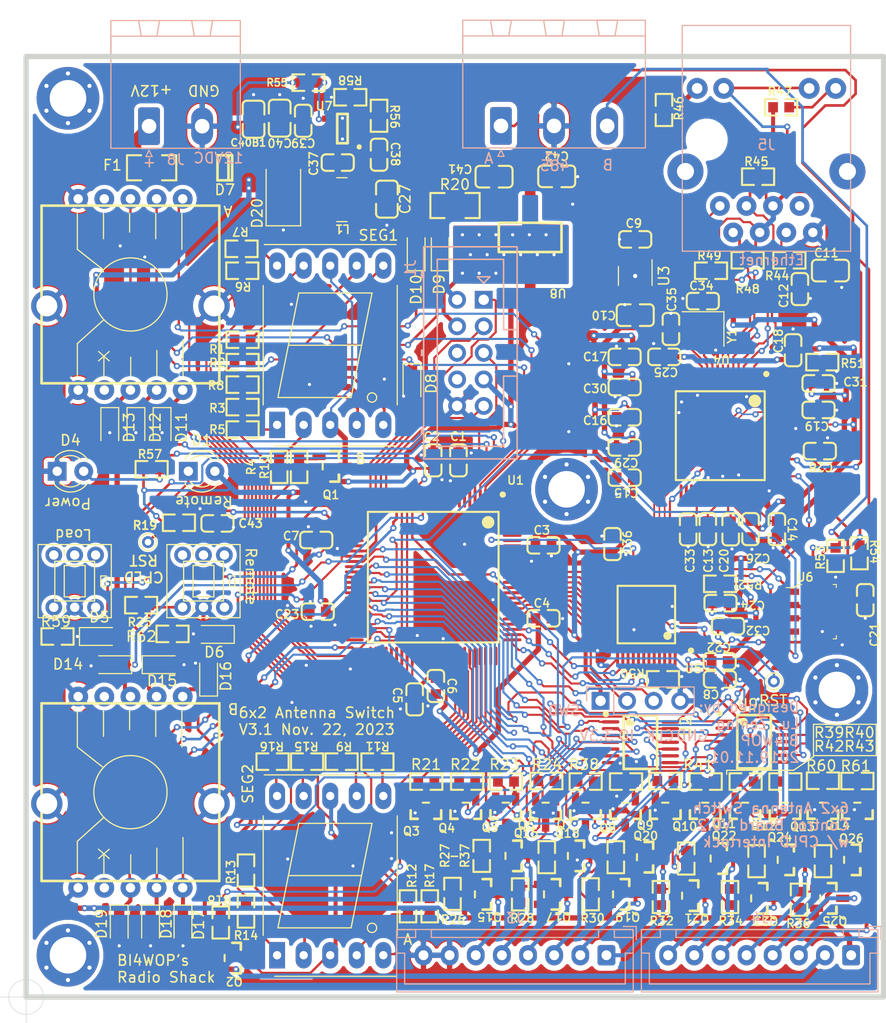
<source format=kicad_pcb>
(kicad_pcb (version 20171130) (host pcbnew "(5.1.10)-1")
  (layers (0 F.Cu signal) (31 B.Cu signal) (34 B.Paste user) (35 F.Paste user) (36 B.SilkS user) (37 F.SilkS user) (38 B.Mask user) (39 F.Mask user) (44 Edge.Cuts user))
  (net 0 "")
  (net 1 +3V3)
  (net 2 /Remote/RST)
  (net 3 +1V8)
  (net 4 "Net-(D1-Pad1)")
  (net 5 +12V)
  (net 6 "Net-(F1-Pad2)")
  (net 7 BCD1_2)
  (net 8 BCD1_1)
  (net 9 BCD1_0)
  (net 10 BCD2_2)
  (net 11 BCD2_1)
  (net 12 BCD2_0)
  (net 13 "Net-(J3-Pad3)")
  (net 14 "Net-(J3-Pad4)")
  (net 15 "Net-(J3-Pad5)")
  (net 16 "Net-(J3-Pad6)")
  (net 17 /Remote/SWCLK)
  (net 18 /Remote/SWDIO)
  (net 19 "Net-(Q1-Pad3)")
  (net 20 "Net-(R18-Pad2)")
  (net 21 "Net-(R50-Pad2)")
  (net 22 "Net-(R51-Pad2)")
  (net 23 "Net-(R52-Pad1)")
  (net 24 "Net-(R55-Pad2)")
  (net 25 /Remote/SPI_MOSI)
  (net 26 /Remote/SPI_MISO)
  (net 27 /Remote/SPI_SCK)
  (net 28 /Remote/485RW)
  (net 29 /Remote/RXD)
  (net 30 /Remote/TXD)
  (net 31 /Remote/A)
  (net 32 /Remote/B)
  (net 33 /Remote/RXP)
  (net 34 /Remote/TXP)
  (net 35 /Remote/RXN)
  (net 36 /Remote/TXN)
  (net 37 /Remote/X+)
  (net 38 /Remote/X-)
  (net 39 /Remote/SPI_CS)
  (net 40 chasis)
  (net 41 "Net-(C37-Pad2)")
  (net 42 "Net-(C37-Pad1)")
  (net 43 "Net-(C38-Pad2)")
  (net 44 "Net-(D4-Pad2)")
  (net 45 "Net-(J1-Pad6)")
  (net 46 "Net-(J4-Pad3)")
  (net 47 "Net-(J4-Pad4)")
  (net 48 "Net-(J4-Pad5)")
  (net 49 "Net-(J4-Pad6)")
  (net 50 "Net-(J5-Pad12)")
  (net 51 "Net-(J5-Pad10)")
  (net 52 "Net-(J5-Pad9)")
  (net 53 "Net-(Q1-Pad1)")
  (net 54 "Net-(Q2-Pad3)")
  (net 55 "Net-(Q2-Pad1)")
  (net 56 "Net-(Q3-Pad3)")
  (net 57 "Net-(Q4-Pad3)")
  (net 58 "Net-(Q5-Pad3)")
  (net 59 "Net-(Q6-Pad3)")
  (net 60 "Net-(Q7-Pad3)")
  (net 61 "Net-(Q8-Pad3)")
  (net 62 "Net-(Q9-Pad3)")
  (net 63 "Net-(Q10-Pad3)")
  (net 64 "Net-(Q11-Pad3)")
  (net 65 "Net-(Q12-Pad3)")
  (net 66 "Net-(Q13-Pad3)")
  (net 67 "Net-(Q14-Pad3)")
  (net 68 "Net-(Q15-Pad1)")
  (net 69 "Net-(Q16-Pad1)")
  (net 70 "Net-(Q17-Pad1)")
  (net 71 "Net-(Q18-Pad1)")
  (net 72 "Net-(Q19-Pad1)")
  (net 73 "Net-(Q20-Pad1)")
  (net 74 "Net-(Q21-Pad1)")
  (net 75 "Net-(Q22-Pad1)")
  (net 76 "Net-(Q23-Pad1)")
  (net 77 "Net-(Q24-Pad1)")
  (net 78 "Net-(Q25-Pad1)")
  (net 79 "Net-(Q26-Pad1)")
  (net 80 "Net-(R1-Pad1)")
  (net 81 "Net-(R2-Pad1)")
  (net 82 "Net-(R3-Pad1)")
  (net 83 "Net-(R4-Pad1)")
  (net 84 "Net-(R5-Pad1)")
  (net 85 "Net-(R6-Pad1)")
  (net 86 "Net-(R7-Pad1)")
  (net 87 "Net-(R8-Pad1)")
  (net 88 "Net-(R9-Pad1)")
  (net 89 "Net-(R11-Pad1)")
  (net 90 "Net-(R12-Pad1)")
  (net 91 "Net-(R13-Pad1)")
  (net 92 "Net-(R14-Pad1)")
  (net 93 "Net-(R15-Pad1)")
  (net 94 "Net-(R16-Pad1)")
  (net 95 "Net-(R17-Pad1)")
  (net 96 /Interlock/SEL1_1)
  (net 97 /Interlock/SEL2_1)
  (net 98 /Interlock/SEL1_2)
  (net 99 /Interlock/SEL2_2)
  (net 100 /Interlock/SEL1_3)
  (net 101 /Interlock/SEL2_3)
  (net 102 /Interlock/SEL1_4)
  (net 103 /Interlock/SEL2_4)
  (net 104 /Interlock/SEL1_5)
  (net 105 /Interlock/SEL2_5)
  (net 106 /Interlock/SEL1_6)
  (net 107 /Interlock/SEL2_6)
  (net 108 /Interlock/LOAD)
  (net 109 /Interlock/REMOTE)
  (net 110 "Net-(SW1-Pad2)")
  (net 111 "Net-(SW2-Pad2)")
  (net 112 "Net-(U4-Pad35)")
  (net 113 BCDM1_0)
  (net 114 BCDM1_1)
  (net 115 BCDM1_2)
  (net 116 BCDM2_0)
  (net 117 BCDM2_1)
  (net 118 BCDM2_2)
  (net 119 "Net-(U1-Pad100)")
  (net 120 "Net-(U1-Pad99)")
  (net 121 "Net-(U1-Pad98)")
  (net 122 "Net-(U1-Pad97)")
  (net 123 "Net-(U1-Pad96)")
  (net 124 "Net-(U1-Pad92)")
  (net 125 "Net-(U1-Pad91)")
  (net 126 "Net-(U1-Pad90)")
  (net 127 "Net-(U1-Pad64)")
  (net 128 "Net-(U1-Pad62)")
  (net 129 "Net-(U1-Pad49)")
  (net 130 "Net-(U1-Pad14)")
  (net 131 "Net-(U1-Pad12)")
  (net 132 "Net-(U1-Pad8)")
  (net 133 "Net-(U1-Pad1)")
  (net 134 "Net-(J1-Pad8)")
  (net 135 "Net-(R52-Pad2)")
  (net 136 "Net-(U4-Pad57)")
  (net 137 "Net-(U4-Pad34)")
  (net 138 "Net-(U4-Pad33)")
  (net 139 "Net-(U4-Pad32)")
  (net 140 "Net-(U4-Pad27)")
  (net 141 "Net-(U4-Pad26)")
  (net 142 "Net-(U4-Pad25)")
  (net 143 "Net-(U4-Pad24)")
  (net 144 "Net-(U4-Pad23)")
  (net 145 "Net-(U4-Pad22)")
  (net 146 "Net-(U5-Pad46)")
  (net 147 "Net-(U5-Pad45)")
  (net 148 "Net-(U5-Pad43)")
  (net 149 "Net-(U5-Pad42)")
  (net 150 "Net-(U5-Pad41)")
  (net 151 "Net-(U5-Pad36)")
  (net 152 "Net-(U5-Pad35)")
  (net 153 "Net-(U5-Pad20)")
  (net 154 "Net-(U5-Pad19)")
  (net 155 "Net-(U5-Pad18)")
  (net 156 "Net-(U5-Pad10)")
  (net 157 "Net-(U5-Pad6)")
  (net 158 "Net-(U5-Pad5)")
  (net 159 "Net-(U5-Pad4)")
  (net 160 "Net-(U5-Pad3)")
  (net 161 "Net-(U5-Pad2)")
  (net 162 "Net-(U1-Pad30)")
  (net 163 "Net-(U1-Pad29)")
  (net 164 "Net-(U1-Pad28)")
  (net 165 "Net-(U1-Pad26)")
  (net 166 "Net-(U1-Pad21)")
  (net 167 /Interlock/TCK)
  (net 168 /Interlock/TDO)
  (net 169 /Interlock/TMS)
  (net 170 /Interlock/TDI)
  (net 171 /Interlock/SEG1_A)
  (net 172 /Interlock/SEG1_B)
  (net 173 /Interlock/SEG1_C)
  (net 174 /Interlock/SEG1_D)
  (net 175 /Interlock/SEG1_E)
  (net 176 /Interlock/SEG1_F)
  (net 177 /Interlock/SEG1_G)
  (net 178 /Interlock/SEG1_DP)
  (net 179 /Interlock/SEG2_A)
  (net 180 /Interlock/SEG1)
  (net 181 /Interlock/SEG2_B)
  (net 182 /Interlock/SEG2_C)
  (net 183 /Interlock/SEG2_D)
  (net 184 /Interlock/SEG2_E)
  (net 185 /Interlock/SEG2_F)
  (net 186 /Interlock/SEG2_G)
  (net 187 /Interlock/SEG2_DP)
  (net 188 /Interlock/SW1_6)
  (net 189 /Interlock/SW1_5)
  (net 190 /Interlock/SW1_4)
  (net 191 /Interlock/SW1_3)
  (net 192 /Interlock/SW1_2)
  (net 193 /Interlock/SW1_1)
  (net 194 /Interlock/SW2_6)
  (net 195 /Interlock/SW2_5)
  (net 196 /Interlock/SW2_4)
  (net 197 /Interlock/SW2_3)
  (net 198 /Interlock/SW2_2)
  (net 199 /Interlock/SW2_1)
  (net 200 "Net-(U1-Pad75)")
  (net 201 "Net-(U1-Pad61)")
  (net 202 /Interlock/CPLDRST)
  (net 203 "Net-(Q3-Pad1)")
  (net 204 "Net-(Q4-Pad1)")
  (net 205 "Net-(Q5-Pad1)")
  (net 206 "Net-(Q6-Pad1)")
  (net 207 "Net-(Q7-Pad1)")
  (net 208 "Net-(Q8-Pad1)")
  (net 209 "Net-(Q9-Pad1)")
  (net 210 "Net-(Q10-Pad1)")
  (net 211 "Net-(Q11-Pad1)")
  (net 212 "Net-(Q12-Pad1)")
  (net 213 "Net-(Q13-Pad1)")
  (net 214 "Net-(Q14-Pad1)")
  (net 215 "Net-(R21-Pad1)")
  (net 216 "Net-(R22-Pad1)")
  (net 217 "Net-(R23-Pad1)")
  (net 218 "Net-(R24-Pad1)")
  (net 219 "Net-(R38-Pad1)")
  (net 220 "Net-(R39-Pad1)")
  (net 221 "Net-(R40-Pad1)")
  (net 222 "Net-(R41-Pad1)")
  (net 223 "Net-(R42-Pad1)")
  (net 224 "Net-(R43-Pad1)")
  (net 225 "Net-(R60-Pad1)")
  (net 226 "Net-(R61-Pad1)")
  (net 227 "Net-(C33-Pad1)")
  (net 228 "Net-(J3-Pad1)")
  (net 229 "Net-(J3-Pad2)")
  (net 230 "Net-(J4-Pad7)")
  (net 231 "Net-(J4-Pad8)")
  (net 232 "Net-(R25-Pad2)")
  (net 233 "Net-(R59-Pad1)")
  (net 234 "Net-(C41-Pad1)")
  (net 235 "Net-(C27-Pad1)")
  (net 236 "Net-(D7-Pad1)")
  (net 237 "Net-(SC1-Pad1)")
  (net 238 "Net-(SC2-Pad1)")
  (net 239 "Net-(SC3-Pad1)")
  (net 240 "Net-(SC4-Pad1)")
  (net 241 "Net-(U3-Pad4)")
  (net 242 XDISPLAY)
  (module LED_THT:LED_D3.0mm (layer F.Cu) (at 48.9656 94.587399)
    (fp_text reference D4 (at 1.27 -2.96) (layer F.SilkS))
    (fp_text value Red)
    (pad 2 thru_hole circle (at 2.54 0) (size 1.8 1.8) (drill 0.9) (layers *.Cu *.Mask) (net 44 "Net-(D4-Pad2)"))
    (pad 1 thru_hole rect (at 0 0) (size 1.8 1.8) (drill 0.9) (layers *.Cu *.Mask) (net 40 chasis))
  )
  (module LED_THT:LED_D3.0mm (layer F.Cu) (at 61.5132 94.587399)
    (fp_text reference D1 (at 1.27 -2.96) (layer F.SilkS))
    (fp_text value Remote)
    (pad 2 thru_hole circle (at 2.54 0) (size 1.8 1.8) (drill 0.9) (layers *.Cu *.Mask) (net 1 +3V3))
    (pad 1 thru_hole rect (at 0 0) (size 1.8 1.8) (drill 0.9) (layers *.Cu *.Mask) (net 4 "Net-(D1-Pad1)"))
  )
  (module MyPCBLib:SRBV170501 (layer F.Cu) (at 55.976 77.671 180)
    (fp_text reference SW1 hide)
    (fp_text value SRBV170501)
    (pad 0 thru_hole circle (at -8 -1.1 180) (size 3 3) (drill 2) (layers *.Cu *.Mask) (net 40 chasis))
    (pad 0 thru_hole circle (at 8 -1.1 180) (size 3 3) (drill 2) (layers *.Cu *.Mask) (net 40 chasis))
    (pad 10 thru_hole circle (at 5 -9.15 180) (size 1.9 1.9) (drill 0.9) (layers *.Cu *.Mask) (net 40 chasis))
    (pad 9 thru_hole circle (at 2.5 -9.15 180) (size 1.9 1.9) (drill 0.9) (layers *.Cu *.Mask))
    (pad 8 thru_hole circle (at 0 -9.15 180) (size 1.9 1.9) (drill 0.9) (layers *.Cu *.Mask) (net 188 /Interlock/SW1_6))
    (pad 7 thru_hole circle (at -2.5 -9.15 180) (size 1.9 1.9) (drill 0.9) (layers *.Cu *.Mask) (net 189 /Interlock/SW1_5))
    (pad 6 thru_hole circle (at -5 -9.15 180) (size 1.9 1.9) (drill 0.9) (layers *.Cu *.Mask) (net 190 /Interlock/SW1_4))
    (pad 5 thru_hole circle (at -5 9.15 180) (size 1.9 1.9) (drill 0.9) (layers *.Cu *.Mask) (net 191 /Interlock/SW1_3))
    (pad 4 thru_hole circle (at -2.5 9.15 180) (size 1.9 1.9) (drill 0.9) (layers *.Cu *.Mask) (net 192 /Interlock/SW1_2))
    (pad 3 thru_hole circle (at 0 9.15 180) (size 1.9 1.9) (drill 0.9) (layers *.Cu *.Mask) (net 193 /Interlock/SW1_1))
    (pad 2 thru_hole circle (at 2.5 9.15 180) (size 1.9 1.9) (drill 0.9) (layers *.Cu *.Mask) (net 110 "Net-(SW1-Pad2)"))
    (pad 1 thru_hole circle (at 5 9.15 180) (size 1.9 1.9) (drill 0.9) (layers *.Cu *.Mask) (net 40 chasis))
  )
  (module MyPCBLib:SRBV170501 (layer F.Cu) (at 55.975999 125.296 180)
    (fp_text reference SW2 hide)
    (fp_text value SRBV170501)
    (pad 0 thru_hole circle (at -8 -1.1 180) (size 3 3) (drill 2) (layers *.Cu *.Mask) (net 40 chasis))
    (pad 0 thru_hole circle (at 8 -1.1 180) (size 3 3) (drill 2) (layers *.Cu *.Mask) (net 40 chasis))
    (pad 10 thru_hole circle (at 5 -9.15 180) (size 1.9 1.9) (drill 0.9) (layers *.Cu *.Mask) (net 40 chasis))
    (pad 9 thru_hole circle (at 2.5 -9.15 180) (size 1.9 1.9) (drill 0.9) (layers *.Cu *.Mask))
    (pad 8 thru_hole circle (at 0 -9.15 180) (size 1.9 1.9) (drill 0.9) (layers *.Cu *.Mask) (net 194 /Interlock/SW2_6))
    (pad 7 thru_hole circle (at -2.5 -9.15 180) (size 1.9 1.9) (drill 0.9) (layers *.Cu *.Mask) (net 195 /Interlock/SW2_5))
    (pad 6 thru_hole circle (at -5 -9.15 180) (size 1.9 1.9) (drill 0.9) (layers *.Cu *.Mask) (net 196 /Interlock/SW2_4))
    (pad 5 thru_hole circle (at -5 9.15 180) (size 1.9 1.9) (drill 0.9) (layers *.Cu *.Mask) (net 197 /Interlock/SW2_3))
    (pad 4 thru_hole circle (at -2.5 9.15 180) (size 1.9 1.9) (drill 0.9) (layers *.Cu *.Mask) (net 198 /Interlock/SW2_2))
    (pad 3 thru_hole circle (at 0 9.15 180) (size 1.9 1.9) (drill 0.9) (layers *.Cu *.Mask) (net 199 /Interlock/SW2_1))
    (pad 2 thru_hole circle (at 2.5 9.15 180) (size 1.9 1.9) (drill 0.9) (layers *.Cu *.Mask) (net 111 "Net-(SW2-Pad2)"))
    (pad 1 thru_hole circle (at 5 9.15 180) (size 1.9 1.9) (drill 0.9) (layers *.Cu *.Mask) (net 40 chasis))
  )
  (module MyPCBLib:K8-7071 (layer F.Cu) (at 62.961 105.103)
    (fp_text reference SW4 hide)
    (fp_text value REMOTE)
    (pad 4 thru_hole circle (at -2 -2.5) (size 1.6 1.6) (drill 0.9) (layers *.Cu *.Mask))
    (pad 5 thru_hole circle (at 0 -2.5) (size 1.6 1.6) (drill 0.9) (layers *.Cu *.Mask))
    (pad 6 thru_hole circle (at 2 -2.5) (size 1.6 1.6) (drill 0.9) (layers *.Cu *.Mask))
    (pad 1 thru_hole circle (at -2 2.5) (size 1.6 1.6) (drill 0.9) (layers *.Cu *.Mask) (net 232 "Net-(R25-Pad2)"))
    (pad 2 thru_hole circle (at 0 2.5) (size 1.6 1.6) (drill 0.9) (layers *.Cu *.Mask) (net 40 chasis))
    (pad 3 thru_hole circle (at 2 2.5) (size 1.6 1.6) (drill 0.9) (layers *.Cu *.Mask))
  )
  (module MyPCBLib:K8-7071 (layer F.Cu) (at 50.642 105.103)
    (fp_text reference SW3 hide)
    (fp_text value LOAD)
    (pad 4 thru_hole circle (at -2 -2.5) (size 1.6 1.6) (drill 0.9) (layers *.Cu *.Mask))
    (pad 5 thru_hole circle (at 0 -2.5) (size 1.6 1.6) (drill 0.9) (layers *.Cu *.Mask))
    (pad 6 thru_hole circle (at 2 -2.5) (size 1.6 1.6) (drill 0.9) (layers *.Cu *.Mask))
    (pad 1 thru_hole circle (at -2 2.5) (size 1.6 1.6) (drill 0.9) (layers *.Cu *.Mask) (net 233 "Net-(R59-Pad1)"))
    (pad 2 thru_hole circle (at 0 2.5) (size 1.6 1.6) (drill 0.9) (layers *.Cu *.Mask) (net 40 chasis))
    (pad 3 thru_hole circle (at 2 2.5) (size 1.6 1.6) (drill 0.9) (layers *.Cu *.Mask))
  )
  (module Display_7Segment:7SegmentLED_LTS6760_LTS6780 (layer F.Cu) (at 70 140.9 90)
    (fp_text reference SEG2 (at 16.4 -2.8 90) (layer F.SilkS))
    (fp_text value "0.56'' BLUE CA")
    (pad 1 thru_hole rect (at 0 0) (size 1.524 2.524) (drill 0.8) (layers *.Cu *.Mask) (net 92 "Net-(R14-Pad1)"))
    (pad 2 thru_hole oval (at 0 2.54) (size 1.524 2.524) (drill 0.8) (layers *.Cu *.Mask) (net 91 "Net-(R13-Pad1)"))
    (pad 3 thru_hole oval (at 0 5.08) (size 1.524 2.524) (drill 0.8) (layers *.Cu *.Mask) (net 54 "Net-(Q2-Pad3)"))
    (pad 4 thru_hole oval (at 0 7.62) (size 1.524 2.524) (drill 0.8) (layers *.Cu *.Mask) (net 90 "Net-(R12-Pad1)"))
    (pad 5 thru_hole oval (at 0 10.16) (size 1.524 2.524) (drill 0.8) (layers *.Cu *.Mask) (net 95 "Net-(R17-Pad1)"))
    (pad 6 thru_hole oval (at 15.24 10.16) (size 1.524 2.524) (drill 0.8) (layers *.Cu *.Mask) (net 89 "Net-(R11-Pad1)"))
    (pad 7 thru_hole oval (at 15.24 7.62) (size 1.524 2.524) (drill 0.8) (layers *.Cu *.Mask) (net 88 "Net-(R9-Pad1)"))
    (pad 8 thru_hole oval (at 15.24 5.08) (size 1.524 2.524) (drill 0.8) (layers *.Cu *.Mask) (net 54 "Net-(Q2-Pad3)"))
    (pad 9 thru_hole oval (at 15.24 2.54) (size 1.524 2.524) (drill 0.8) (layers *.Cu *.Mask) (net 93 "Net-(R15-Pad1)"))
    (pad 10 thru_hole oval (at 15.24 0) (size 1.524 2.524) (drill 0.8) (layers *.Cu *.Mask) (net 94 "Net-(R16-Pad1)"))
  )
  (module Display_7Segment:7SegmentLED_LTS6760_LTS6780 (layer F.Cu) (at 70 90.15 90)
    (fp_text reference SEG1 (at 18.14 9.7 180) (layer F.SilkS))
    (fp_text value "0.56'' BLUE CA")
    (pad 1 thru_hole rect (at 0 0) (size 1.524 2.524) (drill 0.8) (layers *.Cu *.Mask) (net 84 "Net-(R5-Pad1)"))
    (pad 2 thru_hole oval (at 0 2.54) (size 1.524 2.524) (drill 0.8) (layers *.Cu *.Mask) (net 83 "Net-(R4-Pad1)"))
    (pad 3 thru_hole oval (at 0 5.08) (size 1.524 2.524) (drill 0.8) (layers *.Cu *.Mask) (net 19 "Net-(Q1-Pad3)"))
    (pad 4 thru_hole oval (at 0 7.62) (size 1.524 2.524) (drill 0.8) (layers *.Cu *.Mask) (net 82 "Net-(R3-Pad1)"))
    (pad 5 thru_hole oval (at 0 10.16) (size 1.524 2.524) (drill 0.8) (layers *.Cu *.Mask) (net 87 "Net-(R8-Pad1)"))
    (pad 6 thru_hole oval (at 15.24 10.16) (size 1.524 2.524) (drill 0.8) (layers *.Cu *.Mask) (net 81 "Net-(R2-Pad1)"))
    (pad 7 thru_hole oval (at 15.24 7.62) (size 1.524 2.524) (drill 0.8) (layers *.Cu *.Mask) (net 80 "Net-(R1-Pad1)"))
    (pad 8 thru_hole oval (at 15.24 5.08) (size 1.524 2.524) (drill 0.8) (layers *.Cu *.Mask) (net 19 "Net-(Q1-Pad3)"))
    (pad 9 thru_hole oval (at 15.24 2.54) (size 1.524 2.524) (drill 0.8) (layers *.Cu *.Mask) (net 85 "Net-(R6-Pad1)"))
    (pad 10 thru_hole oval (at 15.24 0) (size 1.524 2.524) (drill 0.8) (layers *.Cu *.Mask) (net 86 "Net-(R7-Pad1)"))
  )
  (module MyPCBLib:HR913550A (layer B.Cu) (at 116.8 62.85 180)
    (fp_text reference J5 (at 0 -0.5) (layer B.SilkS) (effects (justify mirror)))
    (fp_text value HR913550A)
    (pad 12 thru_hole circle (at -6.625 4.9 180) (size 2 2) (drill 1.02) (layers *.Cu *.Mask) (net 50 "Net-(J5-Pad12)"))
    (pad 11 thru_hole circle (at -4.085 4.9 180) (size 2 2) (drill 1.02) (layers *.Cu *.Mask) (net 51 "Net-(J5-Pad10)"))
    (pad 10 thru_hole circle (at 4.085 4.9 180) (size 2 2) (drill 1.02) (layers *.Cu *.Mask) (net 51 "Net-(J5-Pad10)"))
    (pad 9 thru_hole circle (at 6.625 4.9 180) (size 2 2) (drill 1.02) (layers *.Cu *.Mask) (net 52 "Net-(J5-Pad9)"))
    (pad 0 thru_hole circle (at -7.745 -3.05 180) (size 3.45 3.45) (drill 1.63) (layers *.Cu *.Mask))
    (pad 0 thru_hole circle (at 7.745 -3.05 180) (size 3.45 3.45) (drill 1.63) (layers *.Cu *.Mask))
    (pad 7 thru_hole circle (at -3.17 -6.35 180) (size 1.9 1.9) (drill 0.89) (layers *.Cu *.Mask))
    (pad 5 thru_hole circle (at -0.63 -6.35 180) (size 1.9 1.9) (drill 0.89) (layers *.Cu *.Mask) (net 1 +3V3))
    (pad 3 thru_hole circle (at 1.91 -6.35 180) (size 1.9 1.9) (drill 0.89) (layers *.Cu *.Mask) (net 33 /Remote/RXP))
    (pad 1 thru_hole circle (at 4.45 -6.35 180) (size 1.9 1.9) (drill 0.89) (layers *.Cu *.Mask) (net 34 /Remote/TXP))
    (pad 8 thru_hole circle (at -4.44 -8.89 180) (size 1.9 1.9) (drill 0.89) (layers *.Cu *.Mask) (net 40 chasis))
    (pad 6 thru_hole circle (at -1.9 -8.89 180) (size 1.9 1.9) (drill 0.89) (layers *.Cu *.Mask) (net 35 /Remote/RXN))
    (pad 2 thru_hole circle (at 3.18 -8.89 180) (size 1.9 1.9) (drill 0.89) (layers *.Cu *.Mask) (net 36 /Remote/TXN))
    (pad 4 thru_hole circle (at 0.64 -8.89 180) (size 1.9 1.9) (drill 0.89) (layers *.Cu *.Mask) (net 1 +3V3))
    (pad "" np_thru_hole circle (at 5.715 0 180) (size 3.25 3.25) (drill 3.25) (layers *.Cu *.Mask))
    (pad "" np_thru_hole circle (at -5.715 0 180) (size 3.25 3.25) (drill 3.25) (layers *.Cu *.Mask))
  )
  (module Connector_JST:JST_XH_B8B-XH-A_1x08_P2.50mm_Vertical (layer B.Cu) (at 124.9 140.9 180)
    (fp_text reference J4 (at 8.75 3.55) (layer B.SilkS) (effects (justify mirror)))
    (fp_text value Conn_01x08)
    (pad 8 thru_hole oval (at 17.5 0 180) (size 1.7 1.95) (drill 0.95) (layers *.Cu *.Mask) (net 231 "Net-(J4-Pad8)"))
    (pad 7 thru_hole oval (at 15 0 180) (size 1.7 1.95) (drill 0.95) (layers *.Cu *.Mask) (net 230 "Net-(J4-Pad7)"))
    (pad 6 thru_hole oval (at 12.5 0 180) (size 1.7 1.95) (drill 0.95) (layers *.Cu *.Mask) (net 49 "Net-(J4-Pad6)"))
    (pad 5 thru_hole oval (at 10 0 180) (size 1.7 1.95) (drill 0.95) (layers *.Cu *.Mask) (net 48 "Net-(J4-Pad5)"))
    (pad 4 thru_hole oval (at 7.5 0 180) (size 1.7 1.95) (drill 0.95) (layers *.Cu *.Mask) (net 47 "Net-(J4-Pad4)"))
    (pad 3 thru_hole oval (at 5 0 180) (size 1.7 1.95) (drill 0.95) (layers *.Cu *.Mask) (net 46 "Net-(J4-Pad3)"))
    (pad 2 thru_hole oval (at 2.5 0 180) (size 1.7 1.95) (drill 0.95) (layers *.Cu *.Mask) (net 1 +3V3))
    (pad 1 thru_hole roundrect (at 0 0 180) (size 1.7 1.95) (drill 0.95) (layers *.Cu *.Mask) (roundrect_rratio 0.147059) (net 5 +12V))
  )
  (module Connector_JST:JST_XH_B8B-XH-A_1x08_P2.50mm_Vertical (layer B.Cu) (at 101.5 140.899999 180)
    (fp_text reference J3 (at 8.75 3.55) (layer B.SilkS) (effects (justify mirror)))
    (fp_text value Conn_01x08)
    (pad 8 thru_hole oval (at 17.5 0 180) (size 1.7 1.95) (drill 0.95) (layers *.Cu *.Mask) (net 40 chasis))
    (pad 7 thru_hole oval (at 15 0 180) (size 1.7 1.95) (drill 0.95) (layers *.Cu *.Mask) (net 40 chasis))
    (pad 6 thru_hole oval (at 12.5 0 180) (size 1.7 1.95) (drill 0.95) (layers *.Cu *.Mask) (net 16 "Net-(J3-Pad6)"))
    (pad 5 thru_hole oval (at 10 0 180) (size 1.7 1.95) (drill 0.95) (layers *.Cu *.Mask) (net 15 "Net-(J3-Pad5)"))
    (pad 4 thru_hole oval (at 7.5 0 180) (size 1.7 1.95) (drill 0.95) (layers *.Cu *.Mask) (net 14 "Net-(J3-Pad4)"))
    (pad 3 thru_hole oval (at 5 0 180) (size 1.7 1.95) (drill 0.95) (layers *.Cu *.Mask) (net 13 "Net-(J3-Pad3)"))
    (pad 2 thru_hole oval (at 2.5 0 180) (size 1.7 1.95) (drill 0.95) (layers *.Cu *.Mask) (net 229 "Net-(J3-Pad2)"))
    (pad 1 thru_hole roundrect (at 0 0 180) (size 1.7 1.95) (drill 0.95) (layers *.Cu *.Mask) (roundrect_rratio 0.147059) (net 228 "Net-(J3-Pad1)"))
  )
  (module Connector_Phoenix_MSTB:PhoenixContact_MSTBA_2,5_3-G-5,08_1x03_P5.08mm_Horizontal (layer B.Cu) (at 91.409 61.542)
    (fp_text reference J7 (at 5.08 3.2) (layer B.SilkS) (effects (justify mirror)))
    (fp_text value 485)
    (pad 3 thru_hole oval (at 10.16 0) (size 2.08 3.6) (drill 1.4) (layers *.Cu *.Mask) (net 32 /Remote/B))
    (pad 2 thru_hole oval (at 5.08 0) (size 2.08 3.6) (drill 1.4) (layers *.Cu *.Mask) (net 40 chasis))
    (pad 1 thru_hole roundrect (at 0 0) (size 2.08 3.6) (drill 1.4) (layers *.Cu *.Mask) (roundrect_rratio 0.120192) (net 31 /Remote/A))
  )
  (module Connector_Phoenix_MSTB:PhoenixContact_MSTBA_2,5_2-G-5,08_1x02_P5.08mm_Horizontal (layer B.Cu) (at 57.754 61.569)
    (fp_text reference J8 (at 2.54 3.2) (layer B.SilkS) (effects (justify mirror)))
    (fp_text value 12VDC)
    (pad 2 thru_hole oval (at 5.08 0) (size 2.08 3.6) (drill 1.4) (layers *.Cu *.Mask) (net 40 chasis))
    (pad 1 thru_hole roundrect (at 0 0) (size 2.08 3.6) (drill 1.4) (layers *.Cu *.Mask) (roundrect_rratio 0.120192) (net 6 "Net-(F1-Pad2)"))
  )
  (module Package_TO_SOT_SMD:SOT-23-5 (layer F.Cu) (at 104.25 75.9 270)
    (fp_text reference U3 (at 0 -2.75 90) (layer F.SilkS))
    (fp_text value SPX3819M5-L-1-8)
    (pad 5 smd rect (at 1.1 -0.95 270) (size 1.06 0.65) (layers F.Cu F.Paste F.Mask) (net 3 +1V8))
    (pad 4 smd rect (at 1.1 0.95 270) (size 1.06 0.65) (layers F.Cu F.Paste F.Mask) (net 241 "Net-(U3-Pad4)"))
    (pad 3 smd rect (at -1.1 0.95 270) (size 1.06 0.65) (layers F.Cu F.Paste F.Mask) (net 1 +3V3))
    (pad 2 smd rect (at -1.1 0 270) (size 1.06 0.65) (layers F.Cu F.Paste F.Mask) (net 40 chasis))
    (pad 1 smd rect (at -1.1 -0.95 270) (size 1.06 0.65) (layers F.Cu F.Paste F.Mask) (net 1 +3V3))
  )
  (module lc_lib:0603_R (layer F.Cu) (at 73 57.4)
    (fp_text reference R55 (at -3 0) (layer F.SilkS) (effects (font (size 0.7 0.7))))
    (fp_text value 47K)
    (pad 2 smd rect (at 0.77 0) (size 0.93 0.98) (layers F.Cu F.Paste F.Mask) (net 24 "Net-(R55-Pad2)"))
    (pad 1 smd rect (at -0.77 0) (size 0.93 0.98) (layers F.Cu F.Paste F.Mask) (net 5 +12V))
  )
  (module lc_lib:0805_C (layer F.Cu) (at 67.75 60.9 90)
    (fp_text reference C40B1 (at -2.25 -0.5 180) (layer F.SilkS) (effects (font (size 0.7 0.7))))
    (fp_text value "2.2uF 50V")
    (pad 2 smd rect (at 0.89 0 90) (size 1.16 1.47) (layers F.Cu F.Paste F.Mask) (net 40 chasis))
    (pad 1 smd rect (at -0.89 0 90) (size 1.16 1.47) (layers F.Cu F.Paste F.Mask) (net 5 +12V))
  )
  (module Diode_SMD:D_SMA (layer F.Cu) (at 70.599999 67.7 90)
    (fp_text reference D20 (at -2.2 -2.5 90) (layer F.SilkS))
    (fp_text value SMAJ16)
    (pad 2 smd rect (at 2 0 90) (size 2.5 1.8) (layers F.Cu F.Paste F.Mask) (net 5 +12V))
    (pad 1 smd rect (at -2 0 90) (size 2.5 1.8) (layers F.Cu F.Paste F.Mask) (net 40 chasis))
  )
  (module Diode_SMD:D_SOD-323_HandSoldering (layer F.Cu) (at 54.9 138 270)
    (fp_text reference D19 (at -0.1 1.7 90) (layer F.SilkS))
    (fp_text value D_TVS)
    (pad 2 smd rect (at 1.25 0 270) (size 1 1) (layers F.Cu F.Paste F.Mask) (net 40 chasis))
    (pad 1 smd rect (at -1.25 0 270) (size 1 1) (layers F.Cu F.Paste F.Mask) (net 194 /Interlock/SW2_6))
  )
  (module Diode_SMD:D_SOD-323_HandSoldering (layer F.Cu) (at 57.9 138 270)
    (fp_text reference D18 (at -0.1 -1.5 90) (layer F.SilkS))
    (fp_text value D_TVS)
    (pad 2 smd rect (at 1.25 0 270) (size 1 1) (layers F.Cu F.Paste F.Mask) (net 40 chasis))
    (pad 1 smd rect (at -1.25 0 270) (size 1 1) (layers F.Cu F.Paste F.Mask) (net 195 /Interlock/SW2_5))
  )
  (module Diode_SMD:D_SOD-323_HandSoldering (layer F.Cu) (at 61 138 270)
    (fp_text reference D17 (at 0 -1.5 90) (layer F.SilkS))
    (fp_text value D_TVS)
    (pad 2 smd rect (at 1.25 0 270) (size 1 1) (layers F.Cu F.Paste F.Mask) (net 40 chasis))
    (pad 1 smd rect (at -1.25 0 270) (size 1 1) (layers F.Cu F.Paste F.Mask) (net 196 /Interlock/SW2_4))
  )
  (module Diode_SMD:D_SOD-323_HandSoldering (layer F.Cu) (at 63.45 114.199999 90)
    (fp_text reference D16 (at 0 1.65 90) (layer F.SilkS))
    (fp_text value D_TVS)
    (pad 2 smd rect (at 1.25 0 90) (size 1 1) (layers F.Cu F.Paste F.Mask) (net 40 chasis))
    (pad 1 smd rect (at -1.25 0 90) (size 1 1) (layers F.Cu F.Paste F.Mask) (net 197 /Interlock/SW2_3))
  )
  (module Diode_SMD:D_SOD-323_HandSoldering (layer F.Cu) (at 59 113.1)
    (fp_text reference D15 (at 0 1.55) (layer F.SilkS))
    (fp_text value D_TVS)
    (pad 2 smd rect (at 1.25 0) (size 1 1) (layers F.Cu F.Paste F.Mask) (net 40 chasis))
    (pad 1 smd rect (at -1.25 0) (size 1 1) (layers F.Cu F.Paste F.Mask) (net 198 /Interlock/SW2_2))
  )
  (module Diode_SMD:D_SOD-323_HandSoldering (layer F.Cu) (at 54.2 113.1 180)
    (fp_text reference D14 (at 4.2 0.05) (layer F.SilkS))
    (fp_text value D_TVS)
    (pad 2 smd rect (at 1.25 0 180) (size 1 1) (layers F.Cu F.Paste F.Mask) (net 40 chasis))
    (pad 1 smd rect (at -1.25 0 180) (size 1 1) (layers F.Cu F.Paste F.Mask) (net 199 /Interlock/SW2_1))
  )
  (module Diode_SMD:D_SOD-323_HandSoldering (layer F.Cu) (at 54 90.4 270)
    (fp_text reference D13 (at 0 -1.85 90) (layer F.SilkS))
    (fp_text value D_TVS)
    (pad 2 smd rect (at 1.25 0 270) (size 1 1) (layers F.Cu F.Paste F.Mask) (net 40 chasis))
    (pad 1 smd rect (at -1.25 0 270) (size 1 1) (layers F.Cu F.Paste F.Mask) (net 188 /Interlock/SW1_6))
  )
  (module Diode_SMD:D_SOD-323_HandSoldering (layer F.Cu) (at 56.5 90.4 270)
    (fp_text reference D12 (at 0 -1.85 90) (layer F.SilkS))
    (fp_text value D_TVS)
    (pad 2 smd rect (at 1.25 0 270) (size 1 1) (layers F.Cu F.Paste F.Mask) (net 40 chasis))
    (pad 1 smd rect (at -1.25 0 270) (size 1 1) (layers F.Cu F.Paste F.Mask) (net 189 /Interlock/SW1_5))
  )
  (module Diode_SMD:D_SOD-323_HandSoldering (layer F.Cu) (at 59 90.4 270)
    (fp_text reference D11 (at 0 -1.85 90) (layer F.SilkS))
    (fp_text value D_TVS)
    (pad 2 smd rect (at 1.25 0 270) (size 1 1) (layers F.Cu F.Paste F.Mask) (net 40 chasis))
    (pad 1 smd rect (at -1.25 0 270) (size 1 1) (layers F.Cu F.Paste F.Mask) (net 190 /Interlock/SW1_4))
  )
  (module Diode_SMD:D_SOD-323_HandSoldering (layer F.Cu) (at 83.3 73.5 90)
    (fp_text reference D10 (at -3.7 0 90) (layer F.SilkS))
    (fp_text value D_TVS)
    (pad 2 smd rect (at 1.25 0 90) (size 1 1) (layers F.Cu F.Paste F.Mask) (net 40 chasis))
    (pad 1 smd rect (at -1.25 0 90) (size 1 1) (layers F.Cu F.Paste F.Mask) (net 191 /Interlock/SW1_3))
  )
  (module Diode_SMD:D_SOD-323_HandSoldering (layer F.Cu) (at 85.600001 73.5 90)
    (fp_text reference D9 (at -3.2 -0.1 270) (layer F.SilkS))
    (fp_text value D_TVS)
    (pad 2 smd rect (at 1.25 0 90) (size 1 1) (layers F.Cu F.Paste F.Mask) (net 40 chasis))
    (pad 1 smd rect (at -1.25 0 90) (size 1 1) (layers F.Cu F.Paste F.Mask) (net 192 /Interlock/SW1_2))
  )
  (module Diode_SMD:D_SOD-323_HandSoldering (layer F.Cu) (at 82.9 86.2 270)
    (fp_text reference D8 (at 0 -1.85 90) (layer F.SilkS))
    (fp_text value D_TVS)
    (pad 2 smd rect (at 1.25 0 270) (size 1 1) (layers F.Cu F.Paste F.Mask) (net 40 chasis))
    (pad 1 smd rect (at -1.25 0 270) (size 1 1) (layers F.Cu F.Paste F.Mask) (net 193 /Interlock/SW1_1))
  )
  (module lc_lib:0805_C (layer F.Cu) (at 80.5 68.55 270)
    (fp_text reference C27 (at 0 -1.75 90) (layer F.SilkS))
    (fp_text value 10uF)
    (pad 2 smd rect (at 0.89 0 270) (size 1.16 1.47) (layers F.Cu F.Paste F.Mask) (net 40 chasis) (thermal_gap 0.381))
    (pad 1 smd rect (at -0.89 0 270) (size 1.16 1.47) (layers F.Cu F.Paste F.Mask) (net 235 "Net-(C27-Pad1)"))
  )
  (module lc_lib:1206_R (layer F.Cu) (at 58 65.549999 180)
    (fp_text reference F1 (at 3.75 0.25) (layer F.SilkS))
    (fp_text value 1A)
    (pad 2 smd rect (at 1.49 0 180) (size 1.13 1.8) (layers F.Cu F.Paste F.Mask) (net 6 "Net-(F1-Pad2)"))
    (pad 1 smd rect (at -1.49 0 180) (size 1.13 1.8) (layers F.Cu F.Paste F.Mask) (net 236 "Net-(D7-Pad1)"))
  )
  (module "lc_lib:SMA(DO-214AC)_S3" (layer F.Cu) (at 65 65.55 180)
    (fp_text reference D7 (at 0 -2.1) (layer F.SilkS))
    (fp_text value SS34)
    (pad 2 smd rect (at -2.1 0 90) (size 2 2) (layers F.Cu F.Paste F.Mask) (net 5 +12V))
    (pad 1 smd rect (at 2.1 0 90) (size 2 2) (layers F.Cu F.Paste F.Mask) (net 236 "Net-(D7-Pad1)"))
  )
  (module Diode_SMD:D_SOD-323_HandSoldering (layer F.Cu) (at 64 110.2 180)
    (fp_text reference D6 (at 0 -1.7) (layer F.SilkS))
    (fp_text value D_TVS)
    (pad 2 smd rect (at 1.25 0 180) (size 1 1) (layers F.Cu F.Paste F.Mask) (net 40 chasis))
    (pad 1 smd rect (at -1.25 0 180) (size 1 1) (layers F.Cu F.Paste F.Mask) (net 109 /Interlock/REMOTE))
  )
  (module Diode_SMD:D_SOD-323_HandSoldering (layer F.Cu) (at 53.000001 110.4)
    (fp_text reference D5 (at 0 -1.85) (layer F.SilkS))
    (fp_text value D_TVS)
    (pad 2 smd rect (at 1.25 0) (size 1 1) (layers F.Cu F.Paste F.Mask) (net 108 /Interlock/LOAD))
    (pad 1 smd rect (at -1.25 0) (size 1 1) (layers F.Cu F.Paste F.Mask) (net 40 chasis))
  )
  (module lc_lib:SOT-23-6 (layer F.Cu) (at 76.25 61.8)
    (fp_text reference U7 (at -1.75 -2.15 180) (layer F.SilkS) (effects (font (size 0.8 0.8))))
    (fp_text value SY8120/MT2492/ME3116)
    (pad 6 smd rect (at -1.4 0.95 270) (size 0.6 1.1) (layers F.Cu F.Paste F.Mask) (net 42 "Net-(C37-Pad1)"))
    (pad 5 smd rect (at -1.4 0 270) (size 0.6 1.1) (layers F.Cu F.Paste F.Mask) (net 5 +12V))
    (pad 4 smd rect (at -1.4 -0.95 270) (size 0.6 1.1) (layers F.Cu F.Paste F.Mask) (net 24 "Net-(R55-Pad2)"))
    (pad 3 smd rect (at 1.4 -0.95 270) (size 0.6 1.1) (layers F.Cu F.Paste F.Mask) (net 43 "Net-(C38-Pad2)"))
    (pad 2 smd rect (at 1.4 0 270) (size 0.6 1.1) (layers F.Cu F.Paste F.Mask) (net 40 chasis))
    (pad 1 smd rect (at 1.4 0.95 270) (size 0.6 1.1) (layers F.Cu F.Paste F.Mask) (net 41 "Net-(C37-Pad2)"))
  )
  (module lc_lib:0603_R (layer F.Cu) (at 59.999999 110.15)
    (fp_text reference R62 (at -2.999999 0.25) (layer F.SilkS))
    (fp_text value 33)
    (pad 2 smd rect (at 0.77 0) (size 0.93 0.98) (layers F.Cu F.Paste F.Mask) (net 109 /Interlock/REMOTE))
    (pad 1 smd rect (at -0.77 0) (size 0.93 0.98) (layers F.Cu F.Paste F.Mask) (net 232 "Net-(R25-Pad2)"))
  )
  (module lc_lib:0603_R (layer F.Cu) (at 49 110.400001)
    (fp_text reference R59 (at -0.158619 -1.439276) (layer F.SilkS))
    (fp_text value 33)
    (pad 2 smd rect (at 0.77 0) (size 0.93 0.98) (layers F.Cu F.Paste F.Mask) (net 108 /Interlock/LOAD))
    (pad 1 smd rect (at -0.77 0) (size 0.93 0.98) (layers F.Cu F.Paste F.Mask) (net 233 "Net-(R59-Pad1)"))
  )
  (module lc_lib:TSSOP-14 (layer F.Cu) (at 115.615 120.47 270)
    (fp_text reference U9 (at -3.57 0.615 180) (layer F.SilkS))
    (fp_text value 74HC04)
    (pad 14 smd oval (at -1.95 -2.85 90) (size 0.32 1.7) (layers F.Cu F.Paste F.Mask) (net 1 +3V3))
    (pad 13 smd oval (at -1.3 -2.85 90) (size 0.32 1.7) (layers F.Cu F.Paste F.Mask) (net 96 /Interlock/SEL1_1))
    (pad 12 smd oval (at -0.65 -2.85 90) (size 0.32 1.7) (layers F.Cu F.Paste F.Mask) (net 226 "Net-(R61-Pad1)"))
    (pad 11 smd oval (at 0 -2.85 90) (size 0.32 1.7) (layers F.Cu F.Paste F.Mask) (net 97 /Interlock/SEL2_1))
    (pad 10 smd oval (at 0.65 -2.85 90) (size 0.32 1.7) (layers F.Cu F.Paste F.Mask) (net 225 "Net-(R60-Pad1)"))
    (pad 9 smd oval (at 1.3 -2.85 90) (size 0.32 1.7) (layers F.Cu F.Paste F.Mask) (net 98 /Interlock/SEL1_2))
    (pad 8 smd oval (at 1.95 -2.85 90) (size 0.32 1.7) (layers F.Cu F.Paste F.Mask) (net 224 "Net-(R43-Pad1)"))
    (pad 7 smd oval (at 1.95 2.85 90) (size 0.32 1.7) (layers F.Cu F.Paste F.Mask) (net 40 chasis))
    (pad 6 smd oval (at 1.3 2.85 90) (size 0.32 1.7) (layers F.Cu F.Paste F.Mask) (net 223 "Net-(R42-Pad1)"))
    (pad 5 smd oval (at 0.65 2.85 90) (size 0.32 1.7) (layers F.Cu F.Paste F.Mask) (net 99 /Interlock/SEL2_2))
    (pad 4 smd oval (at 0 2.85 90) (size 0.32 1.7) (layers F.Cu F.Paste F.Mask) (net 222 "Net-(R41-Pad1)"))
    (pad 3 smd oval (at -0.65 2.85 90) (size 0.32 1.7) (layers F.Cu F.Paste F.Mask) (net 100 /Interlock/SEL1_3))
    (pad 2 smd oval (at -1.3 2.85 90) (size 0.32 1.7) (layers F.Cu F.Paste F.Mask) (net 221 "Net-(R40-Pad1)"))
    (pad 1 smd oval (at -1.95 2.85 90) (size 0.32 1.7) (layers F.Cu F.Paste F.Mask) (net 101 /Interlock/SEL2_3))
  )
  (module lc_lib:TSSOP-14 (layer F.Cu) (at 104.743999 120.521001 270)
    (fp_text reference U2 (at -1.523619 -4.350876 90) (layer F.SilkS))
    (fp_text value 74HC04)
    (pad 14 smd oval (at -1.95 -2.85 90) (size 0.32 1.7) (layers F.Cu F.Paste F.Mask) (net 1 +3V3))
    (pad 13 smd oval (at -1.3 -2.85 90) (size 0.32 1.7) (layers F.Cu F.Paste F.Mask) (net 102 /Interlock/SEL1_4))
    (pad 12 smd oval (at -0.65 -2.85 90) (size 0.32 1.7) (layers F.Cu F.Paste F.Mask) (net 220 "Net-(R39-Pad1)"))
    (pad 11 smd oval (at 0 -2.85 90) (size 0.32 1.7) (layers F.Cu F.Paste F.Mask) (net 103 /Interlock/SEL2_4))
    (pad 10 smd oval (at 0.65 -2.85 90) (size 0.32 1.7) (layers F.Cu F.Paste F.Mask) (net 219 "Net-(R38-Pad1)"))
    (pad 9 smd oval (at 1.3 -2.85 90) (size 0.32 1.7) (layers F.Cu F.Paste F.Mask) (net 104 /Interlock/SEL1_5))
    (pad 8 smd oval (at 1.95 -2.85 90) (size 0.32 1.7) (layers F.Cu F.Paste F.Mask) (net 218 "Net-(R24-Pad1)"))
    (pad 7 smd oval (at 1.95 2.85 90) (size 0.32 1.7) (layers F.Cu F.Paste F.Mask) (net 40 chasis))
    (pad 6 smd oval (at 1.3 2.85 90) (size 0.32 1.7) (layers F.Cu F.Paste F.Mask) (net 217 "Net-(R23-Pad1)"))
    (pad 5 smd oval (at 0.65 2.85 90) (size 0.32 1.7) (layers F.Cu F.Paste F.Mask) (net 105 /Interlock/SEL2_5))
    (pad 4 smd oval (at 0 2.85 90) (size 0.32 1.7) (layers F.Cu F.Paste F.Mask) (net 216 "Net-(R22-Pad1)"))
    (pad 3 smd oval (at -0.65 2.85 90) (size 0.32 1.7) (layers F.Cu F.Paste F.Mask) (net 106 /Interlock/SEL1_6))
    (pad 2 smd oval (at -1.3 2.85 90) (size 0.32 1.7) (layers F.Cu F.Paste F.Mask) (net 215 "Net-(R21-Pad1)"))
    (pad 1 smd oval (at -1.95 2.85 90) (size 0.32 1.7) (layers F.Cu F.Paste F.Mask) (net 107 /Interlock/SEL2_6))
  )
  (module lc_lib:0603_R (layer F.Cu) (at 125.5 124.229)
    (fp_text reference R61 (at -0.158619 -1.439276) (layer F.SilkS))
    (fp_text value 47K)
    (pad 2 smd rect (at 0.77 0) (size 0.93 0.98) (layers F.Cu F.Paste F.Mask) (net 214 "Net-(Q14-Pad1)"))
    (pad 1 smd rect (at -0.77 0) (size 0.93 0.98) (layers F.Cu F.Paste F.Mask) (net 226 "Net-(R61-Pad1)"))
  )
  (module lc_lib:0603_R (layer F.Cu) (at 122.2 124.2)
    (fp_text reference R60 (at -0.158619 -1.439276) (layer F.SilkS))
    (fp_text value 47K)
    (pad 2 smd rect (at 0.77 0) (size 0.93 0.98) (layers F.Cu F.Paste F.Mask) (net 213 "Net-(Q13-Pad1)"))
    (pad 1 smd rect (at -0.77 0) (size 0.93 0.98) (layers F.Cu F.Paste F.Mask) (net 225 "Net-(R60-Pad1)"))
  )
  (module lc_lib:0603_R (layer F.Cu) (at 118.612 124.28)
    (fp_text reference R43 (at 7.088 -3.38) (layer F.SilkS))
    (fp_text value 47K)
    (pad 2 smd rect (at 0.77 0) (size 0.93 0.98) (layers F.Cu F.Paste F.Mask) (net 212 "Net-(Q12-Pad1)"))
    (pad 1 smd rect (at -0.77 0) (size 0.93 0.98) (layers F.Cu F.Paste F.Mask) (net 224 "Net-(R43-Pad1)"))
  )
  (module lc_lib:0603_R (layer F.Cu) (at 114.81 124.28)
    (fp_text reference R42 (at 7.99 -3.38) (layer F.SilkS))
    (fp_text value 47K)
    (pad 2 smd rect (at 0.77 0) (size 0.93 0.98) (layers F.Cu F.Paste F.Mask) (net 211 "Net-(Q11-Pad1)"))
    (pad 1 smd rect (at -0.77 0) (size 0.93 0.98) (layers F.Cu F.Paste F.Mask) (net 223 "Net-(R42-Pad1)"))
  )
  (module lc_lib:0603_R (layer F.Cu) (at 110.992 124.28)
    (fp_text reference R41 (at -0.692 -1.58) (layer F.SilkS))
    (fp_text value 47K)
    (pad 2 smd rect (at 0.77 0) (size 0.93 0.98) (layers F.Cu F.Paste F.Mask) (net 210 "Net-(Q10-Pad1)"))
    (pad 1 smd rect (at -0.77 0) (size 0.93 0.98) (layers F.Cu F.Paste F.Mask) (net 222 "Net-(R41-Pad1)"))
  )
  (module lc_lib:0603_R (layer F.Cu) (at 107.131999 124.229001)
    (fp_text reference R40 (at 18.568 -4.629001) (layer F.SilkS))
    (fp_text value 47K)
    (pad 2 smd rect (at 0.77 0) (size 0.93 0.98) (layers F.Cu F.Paste F.Mask) (net 209 "Net-(Q9-Pad1)"))
    (pad 1 smd rect (at -0.77 0) (size 0.93 0.98) (layers F.Cu F.Paste F.Mask) (net 221 "Net-(R40-Pad1)"))
  )
  (module lc_lib:0603_R (layer F.Cu) (at 103.371999 124.280001)
    (fp_text reference R39 (at 19.428 -4.680001) (layer F.SilkS))
    (fp_text value 47K)
    (pad 2 smd rect (at 0.77 0) (size 0.93 0.98) (layers F.Cu F.Paste F.Mask) (net 208 "Net-(Q8-Pad1)"))
    (pad 1 smd rect (at -0.77 0) (size 0.93 0.98) (layers F.Cu F.Paste F.Mask) (net 220 "Net-(R39-Pad1)"))
  )
  (module lc_lib:0603_R (layer F.Cu) (at 99.512 124.28)
    (fp_text reference R38 (at -0.158619 -1.63) (layer F.SilkS))
    (fp_text value 47K)
    (pad 2 smd rect (at 0.77 0) (size 0.93 0.98) (layers F.Cu F.Paste F.Mask) (net 207 "Net-(Q7-Pad1)"))
    (pad 1 smd rect (at -0.77 0) (size 0.93 0.98) (layers F.Cu F.Paste F.Mask) (net 219 "Net-(R38-Pad1)"))
  )
  (module lc_lib:0603_R (layer F.Cu) (at 95.752 124.229)
    (fp_text reference R24 (at 0.048 -1.579) (layer F.SilkS))
    (fp_text value 47K)
    (pad 2 smd rect (at 0.77 0) (size 0.93 0.98) (layers F.Cu F.Paste F.Mask) (net 206 "Net-(Q6-Pad1)"))
    (pad 1 smd rect (at -0.77 0) (size 0.93 0.98) (layers F.Cu F.Paste F.Mask) (net 218 "Net-(R24-Pad1)"))
  )
  (module lc_lib:0603_R (layer F.Cu) (at 91.8916 124.28)
    (fp_text reference R23 (at -0.1416 -1.63) (layer F.SilkS))
    (fp_text value 47K)
    (pad 2 smd rect (at 0.77 0) (size 0.93 0.98) (layers F.Cu F.Paste F.Mask) (net 205 "Net-(Q5-Pad1)"))
    (pad 1 smd rect (at -0.77 0) (size 0.93 0.98) (layers F.Cu F.Paste F.Mask) (net 217 "Net-(R23-Pad1)"))
  )
  (module lc_lib:0603_R (layer F.Cu) (at 88.1752 124.28)
    (fp_text reference R22 (at -0.1752 -1.63) (layer F.SilkS))
    (fp_text value 47K)
    (pad 2 smd rect (at 0.77 0) (size 0.93 0.98) (layers F.Cu F.Paste F.Mask) (net 204 "Net-(Q4-Pad1)"))
    (pad 1 smd rect (at -0.77 0) (size 0.93 0.98) (layers F.Cu F.Paste F.Mask) (net 216 "Net-(R22-Pad1)"))
  )
  (module lc_lib:0603_R (layer F.Cu) (at 84.2716 124.28)
    (fp_text reference R21 (at -0.0216 -1.63) (layer F.SilkS))
    (fp_text value 47K)
    (pad 2 smd rect (at 0.77 0) (size 0.93 0.98) (layers F.Cu F.Paste F.Mask) (net 203 "Net-(Q3-Pad1)"))
    (pad 1 smd rect (at -0.77 0) (size 0.93 0.98) (layers F.Cu F.Paste F.Mask) (net 215 "Net-(R21-Pad1)"))
  )
  (module lc_lib:1206_R (layer F.Cu) (at 87.0148 69.162 180)
    (fp_text reference R20 (at 0.0148 2.012 180) (layer F.SilkS))
    (fp_text value 0)
    (pad 2 smd rect (at 1.49 0 180) (size 1.13 1.8) (layers F.Cu F.Paste F.Mask) (net 235 "Net-(C27-Pad1)"))
    (pad 1 smd rect (at -1.49 0 180) (size 1.13 1.8) (layers F.Cu F.Paste F.Mask) (net 234 "Net-(C41-Pad1)"))
  )
  (module lc_lib:0603_R (layer F.Cu) (at 60.6115 99.515001)
    (fp_text reference R19 (at -3.2385 0.254) (layer F.SilkS) (effects (font (size 0.8 0.8) (thickness 0.17))))
    (fp_text value 4.7K)
    (pad 2 smd rect (at 0.77 0) (size 0.93 0.98) (layers F.Cu F.Paste F.Mask) (net 202 /Interlock/CPLDRST))
    (pad 1 smd rect (at -0.77 0) (size 0.93 0.98) (layers F.Cu F.Paste F.Mask) (net 1 +3V3))
  )
  (module Connectors:PINTST (layer F.Cu) (at 57.6524 101.3692)
    (fp_text reference J9 hide)
    (fp_text value RST)
    (pad 1 thru_hole circle (at 0 0) (size 1.143 1.143) (drill 0.635) (layers *.Cu *.Mask) (net 202 /Interlock/CPLDRST))
  )
  (module lc_lib:0603_C (layer F.Cu) (at 64.2945 99.5785)
    (fp_text reference C43 (at 3.175 0) (layer F.SilkS) (effects (font (size 0.8 0.8) (thickness 0.17))))
    (fp_text value 104)
    (pad 2 smd rect (at 0.77 0) (size 0.93 0.98) (layers F.Cu F.Paste F.Mask) (net 40 chasis))
    (pad 1 smd rect (at -0.77 0) (size 0.93 0.98) (layers F.Cu F.Paste F.Mask) (net 202 /Interlock/CPLDRST))
  )
  (module Connectors:PINTST (layer F.Cu) (at 117.508 114.692)
    (fp_text reference J2 hide)
    (fp_text value Conn_01x01)
    (pad 1 thru_hole circle (at 0 0) (size 1.143 1.143) (drill 0.635) (layers *.Cu *.Mask) (net 2 /Remote/RST))
  )
  (module lc_lib:LQFP-100_14X14X05P (layer F.Cu) (at 84.932 104.722 180)
    (fp_text reference U1 (at -7.874 9.271 unlocked) (layer F.SilkS) (effects (font (size 0.8 0.8))))
    (fp_text value EPM240T100)
    (pad 100 smd oval (at -7.55 6 270) (size 0.28 1.8) (layers F.Cu F.Paste F.Mask) (net 119 "Net-(U1-Pad100)"))
    (pad 99 smd oval (at -7.55 5.5 270) (size 0.28 1.8) (layers F.Cu F.Paste F.Mask) (net 120 "Net-(U1-Pad99)"))
    (pad 98 smd oval (at -7.55 5 270) (size 0.28 1.8) (layers F.Cu F.Paste F.Mask) (net 121 "Net-(U1-Pad98)"))
    (pad 97 smd oval (at -7.55 4.5 270) (size 0.28 1.8) (layers F.Cu F.Paste F.Mask) (net 122 "Net-(U1-Pad97)"))
    (pad 96 smd oval (at -7.55 4 270) (size 0.28 1.8) (layers F.Cu F.Paste F.Mask) (net 123 "Net-(U1-Pad96)"))
    (pad 95 smd oval (at -7.55 3.5 270) (size 0.28 1.8) (layers F.Cu F.Paste F.Mask) (net 242 XDISPLAY))
    (pad 94 smd oval (at -7.55 3 270) (size 0.28 1.8) (layers F.Cu F.Paste F.Mask) (net 1 +3V3))
    (pad 93 smd oval (at -7.55 2.5 270) (size 0.28 1.8) (layers F.Cu F.Paste F.Mask) (net 40 chasis))
    (pad 92 smd oval (at -7.55 2 270) (size 0.28 1.8) (layers F.Cu F.Paste F.Mask) (net 124 "Net-(U1-Pad92)"))
    (pad 91 smd oval (at -7.55 1.5 270) (size 0.28 1.8) (layers F.Cu F.Paste F.Mask) (net 125 "Net-(U1-Pad91)"))
    (pad 90 smd oval (at -7.55 1 270) (size 0.28 1.8) (layers F.Cu F.Paste F.Mask) (net 126 "Net-(U1-Pad90)"))
    (pad 89 smd oval (at -7.55 0.5 270) (size 0.28 1.8) (layers F.Cu F.Paste F.Mask) (net 118 BCDM2_2))
    (pad 88 smd oval (at -7.55 0 270) (size 0.28 1.8) (layers F.Cu F.Paste F.Mask) (net 117 BCDM2_1))
    (pad 87 smd oval (at -7.55 -0.5 270) (size 0.28 1.8) (layers F.Cu F.Paste F.Mask) (net 116 BCDM2_0))
    (pad 86 smd oval (at -7.55 -1 270) (size 0.28 1.8) (layers F.Cu F.Paste F.Mask) (net 115 BCDM1_2))
    (pad 85 smd oval (at -7.55 -1.5 270) (size 0.28 1.8) (layers F.Cu F.Paste F.Mask) (net 114 BCDM1_1))
    (pad 84 smd oval (at -7.55 -2 270) (size 0.28 1.8) (layers F.Cu F.Paste F.Mask) (net 113 BCDM1_0))
    (pad 83 smd oval (at -7.55 -2.5 270) (size 0.28 1.8) (layers F.Cu F.Paste F.Mask) (net 10 BCD2_2))
    (pad 82 smd oval (at -7.55 -3 270) (size 0.28 1.8) (layers F.Cu F.Paste F.Mask) (net 11 BCD2_1))
    (pad 81 smd oval (at -7.55 -3.5 270) (size 0.28 1.8) (layers F.Cu F.Paste F.Mask) (net 12 BCD2_0))
    (pad 80 smd oval (at -7.55 -4 270) (size 0.28 1.8) (layers F.Cu F.Paste F.Mask) (net 1 +3V3))
    (pad 79 smd oval (at -7.55 -4.5 270) (size 0.28 1.8) (layers F.Cu F.Paste F.Mask) (net 40 chasis))
    (pad 78 smd oval (at -7.55 -5 270) (size 0.28 1.8) (layers F.Cu F.Paste F.Mask) (net 7 BCD1_2))
    (pad 77 smd oval (at -7.55 -5.5 270) (size 0.28 1.8) (layers F.Cu F.Paste F.Mask) (net 8 BCD1_1))
    (pad 76 smd oval (at -7.55 -6 270) (size 0.28 1.8) (layers F.Cu F.Paste F.Mask) (net 9 BCD1_0))
    (pad 75 smd oval (at -6 -7.55) (size 0.28 1.8) (layers F.Cu F.Paste F.Mask) (net 200 "Net-(U1-Pad75)"))
    (pad 74 smd oval (at -5.5 -7.55) (size 0.28 1.8) (layers F.Cu F.Paste F.Mask) (net 20 "Net-(R18-Pad2)"))
    (pad 73 smd oval (at -5 -7.55) (size 0.28 1.8) (layers F.Cu F.Paste F.Mask) (net 181 /Interlock/SEG2_B))
    (pad 72 smd oval (at -4.5 -7.55) (size 0.28 1.8) (layers F.Cu F.Paste F.Mask) (net 187 /Interlock/SEG2_DP))
    (pad 71 smd oval (at -4 -7.55) (size 0.28 1.8) (layers F.Cu F.Paste F.Mask) (net 179 /Interlock/SEG2_A))
    (pad 70 smd oval (at -3.5 -7.55) (size 0.28 1.8) (layers F.Cu F.Paste F.Mask) (net 182 /Interlock/SEG2_C))
    (pad 69 smd oval (at -3 -7.55) (size 0.28 1.8) (layers F.Cu F.Paste F.Mask) (net 185 /Interlock/SEG2_F))
    (pad 68 smd oval (at -2.5 -7.55) (size 0.28 1.8) (layers F.Cu F.Paste F.Mask) (net 183 /Interlock/SEG2_D))
    (pad 67 smd oval (at -2 -7.55) (size 0.28 1.8) (layers F.Cu F.Paste F.Mask) (net 186 /Interlock/SEG2_G))
    (pad 66 smd oval (at -1.5 -7.55) (size 0.28 1.8) (layers F.Cu F.Paste F.Mask) (net 184 /Interlock/SEG2_E))
    (pad 65 smd oval (at -1 -7.55) (size 0.28 1.8) (layers F.Cu F.Paste F.Mask) (net 40 chasis))
    (pad 64 smd oval (at -0.5 -7.55) (size 0.28 1.8) (layers F.Cu F.Paste F.Mask) (net 127 "Net-(U1-Pad64)"))
    (pad 63 smd oval (at 0 -7.55) (size 0.28 1.8) (layers F.Cu F.Paste F.Mask) (net 1 +3V3))
    (pad 62 smd oval (at 0.5 -7.55) (size 0.28 1.8) (layers F.Cu F.Paste F.Mask) (net 128 "Net-(U1-Pad62)"))
    (pad 61 smd oval (at 1 -7.55) (size 0.28 1.8) (layers F.Cu F.Paste F.Mask) (net 201 "Net-(U1-Pad61)"))
    (pad 60 smd oval (at 1.5 -7.55) (size 0.28 1.8) (layers F.Cu F.Paste F.Mask) (net 40 chasis))
    (pad 59 smd oval (at 2 -7.55) (size 0.28 1.8) (layers F.Cu F.Paste F.Mask) (net 1 +3V3))
    (pad 58 smd oval (at 2.5 -7.55) (size 0.28 1.8) (layers F.Cu F.Paste F.Mask) (net 177 /Interlock/SEG1_G))
    (pad 57 smd oval (at 3 -7.55) (size 0.28 1.8) (layers F.Cu F.Paste F.Mask) (net 176 /Interlock/SEG1_F))
    (pad 56 smd oval (at 3.5 -7.55) (size 0.28 1.8) (layers F.Cu F.Paste F.Mask) (net 171 /Interlock/SEG1_A))
    (pad 55 smd oval (at 4 -7.55) (size 0.28 1.8) (layers F.Cu F.Paste F.Mask) (net 172 /Interlock/SEG1_B))
    (pad 54 smd oval (at 4.5 -7.55) (size 0.28 1.8) (layers F.Cu F.Paste F.Mask) (net 178 /Interlock/SEG1_DP))
    (pad 53 smd oval (at 5 -7.55) (size 0.28 1.8) (layers F.Cu F.Paste F.Mask) (net 173 /Interlock/SEG1_C))
    (pad 52 smd oval (at 5.5 -7.55) (size 0.28 1.8) (layers F.Cu F.Paste F.Mask) (net 175 /Interlock/SEG1_E))
    (pad 51 smd oval (at 6 -7.55) (size 0.28 1.8) (layers F.Cu F.Paste F.Mask) (net 174 /Interlock/SEG1_D))
    (pad 50 smd oval (at 7.55 -6 270) (size 0.28 1.8) (layers F.Cu F.Paste F.Mask) (net 180 /Interlock/SEG1))
    (pad 49 smd oval (at 7.55 -5.5 270) (size 0.28 1.8) (layers F.Cu F.Paste F.Mask) (net 129 "Net-(U1-Pad49)"))
    (pad 48 smd oval (at 7.55 -5 270) (size 0.28 1.8) (layers F.Cu F.Paste F.Mask) (net 107 /Interlock/SEL2_6))
    (pad 47 smd oval (at 7.55 -4.5 270) (size 0.28 1.8) (layers F.Cu F.Paste F.Mask) (net 106 /Interlock/SEL1_6))
    (pad 46 smd oval (at 7.55 -4 270) (size 0.28 1.8) (layers F.Cu F.Paste F.Mask) (net 40 chasis))
    (pad 45 smd oval (at 7.55 -3.5 270) (size 0.28 1.8) (layers F.Cu F.Paste F.Mask) (net 1 +3V3))
    (pad 44 smd oval (at 7.55 -3 270) (size 0.28 1.8) (layers F.Cu F.Paste F.Mask) (net 105 /Interlock/SEL2_5))
    (pad 43 smd oval (at 7.55 -2.5 270) (size 0.28 1.8) (layers F.Cu F.Paste F.Mask) (net 104 /Interlock/SEL1_5))
    (pad 42 smd oval (at 7.55 -2 270) (size 0.28 1.8) (layers F.Cu F.Paste F.Mask) (net 103 /Interlock/SEL2_4))
    (pad 41 smd oval (at 7.55 -1.5 270) (size 0.28 1.8) (layers F.Cu F.Paste F.Mask) (net 102 /Interlock/SEL1_4))
    (pad 40 smd oval (at 7.55 -1 270) (size 0.28 1.8) (layers F.Cu F.Paste F.Mask) (net 101 /Interlock/SEL2_3))
    (pad 39 smd oval (at 7.55 -0.5 270) (size 0.28 1.8) (layers F.Cu F.Paste F.Mask) (net 100 /Interlock/SEL1_3))
    (pad 38 smd oval (at 7.55 0 270) (size 0.28 1.8) (layers F.Cu F.Paste F.Mask) (net 99 /Interlock/SEL2_2))
    (pad 37 smd oval (at 7.55 0.5 270) (size 0.28 1.8) (layers F.Cu F.Paste F.Mask) (net 98 /Interlock/SEL1_2))
    (pad 36 smd oval (at 7.55 1 270) (size 0.28 1.8) (layers F.Cu F.Paste F.Mask) (net 97 /Interlock/SEL2_1))
    (pad 35 smd oval (at 7.55 1.5 270) (size 0.28 1.8) (layers F.Cu F.Paste F.Mask) (net 96 /Interlock/SEL1_1))
    (pad 34 smd oval (at 7.55 2 270) (size 0.28 1.8) (layers F.Cu F.Paste F.Mask) (net 109 /Interlock/REMOTE))
    (pad 33 smd oval (at 7.55 2.5 270) (size 0.28 1.8) (layers F.Cu F.Paste F.Mask) (net 108 /Interlock/LOAD))
    (pad 32 smd oval (at 7.55 3 270) (size 0.28 1.8) (layers F.Cu F.Paste F.Mask) (net 40 chasis))
    (pad 31 smd oval (at 7.55 3.5 270) (size 0.28 1.8) (layers F.Cu F.Paste F.Mask) (net 1 +3V3))
    (pad 30 smd oval (at 7.55 4 270) (size 0.28 1.8) (layers F.Cu F.Paste F.Mask) (net 162 "Net-(U1-Pad30)"))
    (pad 29 smd oval (at 7.55 4.5 270) (size 0.28 1.8) (layers F.Cu F.Paste F.Mask) (net 163 "Net-(U1-Pad29)"))
    (pad 28 smd oval (at 7.55 5 270) (size 0.28 1.8) (layers F.Cu F.Paste F.Mask) (net 164 "Net-(U1-Pad28)"))
    (pad 27 smd oval (at 7.55 5.5 270) (size 0.28 1.8) (layers F.Cu F.Paste F.Mask) (net 202 /Interlock/CPLDRST))
    (pad 26 smd oval (at 7.55 6 270) (size 0.28 1.8) (layers F.Cu F.Paste F.Mask) (net 165 "Net-(U1-Pad26)"))
    (pad 25 smd oval (at 6 7.55) (size 0.28 1.8) (layers F.Cu F.Paste F.Mask) (net 168 /Interlock/TDO))
    (pad 24 smd oval (at 5.5 7.55) (size 0.28 1.8) (layers F.Cu F.Paste F.Mask) (net 167 /Interlock/TCK))
    (pad 23 smd oval (at 5 7.55) (size 0.28 1.8) (layers F.Cu F.Paste F.Mask) (net 170 /Interlock/TDI))
    (pad 22 smd oval (at 4.5 7.55) (size 0.28 1.8) (layers F.Cu F.Paste F.Mask) (net 169 /Interlock/TMS))
    (pad 21 smd oval (at 4 7.55) (size 0.28 1.8) (layers F.Cu F.Paste F.Mask) (net 166 "Net-(U1-Pad21)"))
    (pad 20 smd oval (at 3.5 7.55) (size 0.28 1.8) (layers F.Cu F.Paste F.Mask) (net 194 /Interlock/SW2_6))
    (pad 19 smd oval (at 3 7.55) (size 0.28 1.8) (layers F.Cu F.Paste F.Mask) (net 195 /Interlock/SW2_5))
    (pad 18 smd oval (at 2.5 7.55) (size 0.28 1.8) (layers F.Cu F.Paste F.Mask) (net 196 /Interlock/SW2_4))
    (pad 17 smd oval (at 2 7.55) (size 0.28 1.8) (layers F.Cu F.Paste F.Mask) (net 197 /Interlock/SW2_3))
    (pad 16 smd oval (at 1.5 7.55) (size 0.28 1.8) (layers F.Cu F.Paste F.Mask) (net 198 /Interlock/SW2_2))
    (pad 15 smd oval (at 1 7.55) (size 0.28 1.8) (layers F.Cu F.Paste F.Mask) (net 199 /Interlock/SW2_1))
    (pad 14 smd oval (at 0.5 7.55) (size 0.28 1.8) (layers F.Cu F.Paste F.Mask) (net 130 "Net-(U1-Pad14)"))
    (pad 13 smd oval (at 0 7.55) (size 0.28 1.8) (layers F.Cu F.Paste F.Mask) (net 1 +3V3))
    (pad 12 smd oval (at -0.5 7.55) (size 0.28 1.8) (layers F.Cu F.Paste F.Mask) (net 131 "Net-(U1-Pad12)"))
    (pad 11 smd oval (at -1 7.55) (size 0.28 1.8) (layers F.Cu F.Paste F.Mask) (net 40 chasis))
    (pad 10 smd oval (at -1.5 7.55) (size 0.28 1.8) (layers F.Cu F.Paste F.Mask) (net 40 chasis))
    (pad 9 smd oval (at -2 7.55) (size 0.28 1.8) (layers F.Cu F.Paste F.Mask) (net 1 +3V3))
    (pad 8 smd oval (at -2.5 7.55) (size 0.28 1.8) (layers F.Cu F.Paste F.Mask) (net 132 "Net-(U1-Pad8)"))
    (pad 7 smd oval (at -3 7.55) (size 0.28 1.8) (layers F.Cu F.Paste F.Mask) (net 188 /Interlock/SW1_6))
    (pad 6 smd oval (at -3.5 7.55) (size 0.28 1.8) (layers F.Cu F.Paste F.Mask) (net 189 /Interlock/SW1_5))
    (pad 5 smd oval (at -4 7.55) (size 0.28 1.8) (layers F.Cu F.Paste F.Mask) (net 190 /Interlock/SW1_4))
    (pad 4 smd oval (at -4.5 7.55) (size 0.28 1.8) (layers F.Cu F.Paste F.Mask) (net 193 /Interlock/SW1_1))
    (pad 3 smd oval (at -5 7.55) (size 0.28 1.8) (layers F.Cu F.Paste F.Mask) (net 192 /Interlock/SW1_2))
    (pad 2 smd oval (at -5.5 7.55) (size 0.28 1.8) (layers F.Cu F.Paste F.Mask) (net 191 /Interlock/SW1_3))
    (pad 1 smd oval (at -6 7.55) (size 0.28 1.8) (layers F.Cu F.Paste F.Mask) (net 133 "Net-(U1-Pad1)"))
  )
  (module lc_lib:0603_C (layer F.Cu) (at 112.356 114.501)
    (fp_text reference C8 (at -0.856 1.399 -180 unlocked) (layer F.SilkS) (effects (font (size 0.8 0.8))))
    (fp_text value 104)
    (pad 2 smd rect (at 0.77 0) (size 0.93 0.98) (layers F.Cu F.Paste F.Mask) (net 40 chasis))
    (pad 1 smd rect (at -0.77 0) (size 0.93 0.98) (layers F.Cu F.Paste F.Mask) (net 1 +3V3))
  )
  (module lc_lib:0603_C (layer F.Cu) (at 85.186 115.136 270)
    (fp_text reference C6 (at 0 -1.524 270 unlocked) (layer F.SilkS) (effects (font (size 0.8 0.8))))
    (fp_text value 104)
    (pad 2 smd rect (at 0.77 0 270) (size 0.93 0.98) (layers F.Cu F.Paste F.Mask) (net 40 chasis))
    (pad 1 smd rect (at -0.77 0 270) (size 0.93 0.98) (layers F.Cu F.Paste F.Mask) (net 1 +3V3))
  )
  (module lc_lib:SOT-223 (layer F.Cu) (at 94.203 72.209999 90)
    (fp_text reference U8 (at -5.334 2.667 -180 unlocked) (layer F.SilkS) (effects (font (size 0.8 0.8))))
    (fp_text value AZ1117-3.3)
    (pad 3 smd rect (at 3 -2.3) (size 1 2.2) (layers F.Cu F.Paste F.Mask) (net 234 "Net-(C41-Pad1)"))
    (pad 2 smd rect (at -3 0) (size 3.5 2.2) (layers F.Cu F.Paste F.Mask) (net 1 +3V3))
    (pad 2 smd rect (at 3 0) (size 1 2.2) (layers F.Cu F.Paste F.Mask) (net 1 +3V3))
    (pad 1 smd rect (at 3 2.3) (size 1 2.2) (layers F.Cu F.Paste F.Mask) (net 40 chasis))
  )
  (module lc_lib:0603_C (layer F.Cu) (at 110.713 78.305999 180)
    (fp_text reference C34 (at 0.127 1.4605 unlocked) (layer F.SilkS) (effects (font (size 0.8 0.8))))
    (fp_text value 10pF)
    (pad 2 smd rect (at 0.77 0 180) (size 0.93 0.98) (layers F.Cu F.Paste F.Mask) (net 40 chasis))
    (pad 1 smd rect (at -0.77 0 180) (size 0.93 0.98) (layers F.Cu F.Paste F.Mask) (net 37 /Remote/X+))
  )
  (module lc_lib:0603_C (layer F.Cu) (at 72.5 61.05 90)
    (fp_text reference C39 (at -2.1 0 -180 unlocked) (layer F.SilkS) (effects (font (size 0.8 0.8))))
    (fp_text value 104)
    (pad 2 smd rect (at 0.77 0 90) (size 0.93 0.98) (layers F.Cu F.Paste F.Mask) (net 40 chasis))
    (pad 1 smd rect (at -0.77 0 90) (size 0.93 0.98) (layers F.Cu F.Paste F.Mask) (net 5 +12V))
  )
  (module lc_lib:0603_C (layer F.Cu) (at 79.749999 64.3 90)
    (fp_text reference C38 (at 0.0644 1.5504 -90 unlocked) (layer F.SilkS) (effects (font (size 0.8 0.8))))
    (fp_text value 47pF)
    (pad 2 smd rect (at 0.77 0 90) (size 0.93 0.98) (layers F.Cu F.Paste F.Mask) (net 43 "Net-(C38-Pad2)"))
    (pad 1 smd rect (at -0.77 0 90) (size 0.93 0.98) (layers F.Cu F.Paste F.Mask) (net 235 "Net-(C27-Pad1)"))
  )
  (module lc_lib:0603_C (layer F.Cu) (at 75.8 65.05)
    (fp_text reference C37 (at -2.3 0.1 90 unlocked) (layer F.SilkS) (effects (font (size 0.8 0.8))))
    (fp_text value 10nF)
    (pad 2 smd rect (at 0.77 0) (size 0.93 0.98) (layers F.Cu F.Paste F.Mask) (net 41 "Net-(C37-Pad2)"))
    (pad 1 smd rect (at -0.77 0) (size 0.93 0.98) (layers F.Cu F.Paste F.Mask) (net 42 "Net-(C37-Pad1)"))
  )
  (module lc_lib:0603_C (layer F.Cu) (at 102.077 101.555001 270)
    (fp_text reference C36 (at -0.158619 -1.439276 90 unlocked) (layer F.SilkS) (effects (font (size 0.8 0.8))))
    (fp_text value 104)
    (pad 2 smd rect (at 0.77 0 270) (size 0.93 0.98) (layers F.Cu F.Paste F.Mask) (net 1 +3V3))
    (pad 1 smd rect (at -0.77 0 270) (size 0.93 0.98) (layers F.Cu F.Paste F.Mask) (net 40 chasis))
  )
  (module lc_lib:0603_C (layer F.Cu) (at 107.665 80.973001 90)
    (fp_text reference C35 (at 2.823001 0.085 90 unlocked) (layer F.SilkS) (effects (font (size 0.8 0.8))))
    (fp_text value 10pF)
    (pad 2 smd rect (at 0.77 0 90) (size 0.93 0.98) (layers F.Cu F.Paste F.Mask) (net 40 chasis))
    (pad 1 smd rect (at -0.77 0 90) (size 0.93 0.98) (layers F.Cu F.Paste F.Mask) (net 38 /Remote/X-))
  )
  (module lc_lib:0603_C (layer F.Cu) (at 109.316 100.150001 270)
    (fp_text reference C33 (at 3 -0.184 90 unlocked) (layer F.SilkS) (effects (font (size 0.8 0.8))))
    (fp_text value 104)
    (pad 2 smd rect (at 0.77 0 270) (size 0.93 0.98) (layers F.Cu F.Paste F.Mask) (net 40 chasis))
    (pad 1 smd rect (at -0.77 0 270) (size 0.93 0.98) (layers F.Cu F.Paste F.Mask) (net 227 "Net-(C33-Pad1)"))
  )
  (module lc_lib:0603_C (layer F.Cu) (at 113.125999 109.421)
    (fp_text reference C32 (at 2.874 0.381 -180 unlocked) (layer F.SilkS) (effects (font (size 0.8 0.8))))
    (fp_text value 104)
    (pad 2 smd rect (at 0.77 0) (size 0.93 0.98) (layers F.Cu F.Paste F.Mask) (net 40 chasis))
    (pad 1 smd rect (at -0.77 0) (size 0.93 0.98) (layers F.Cu F.Paste F.Mask) (net 2 /Remote/RST))
  )
  (module lc_lib:0603_C (layer F.Cu) (at 121.779 86.18)
    (fp_text reference C31 (at 3.539 -0.127 unlocked) (layer F.SilkS) (effects (font (size 0.8 0.8))))
    (fp_text value 104)
    (pad 2 smd rect (at 0.77 0) (size 0.93 0.98) (layers F.Cu F.Paste F.Mask) (net 40 chasis))
    (pad 1 smd rect (at -0.77 0) (size 0.93 0.98) (layers F.Cu F.Paste F.Mask) (net 3 +1V8))
  )
  (module lc_lib:0603_C (layer F.Cu) (at 103.237 86.529201 180)
    (fp_text reference C30 (at 2.811 -0.1588 unlocked) (layer F.SilkS) (effects (font (size 0.8 0.8))))
    (fp_text value 104)
    (pad 2 smd rect (at 0.77 0 180) (size 0.93 0.98) (layers F.Cu F.Paste F.Mask) (net 40 chasis))
    (pad 1 smd rect (at -0.77 0 180) (size 0.93 0.98) (layers F.Cu F.Paste F.Mask) (net 3 +1V8))
  )
  (module lc_lib:0603_C (layer F.Cu) (at 103.237001 92.3078 180)
    (fp_text reference C29 (at -0.158619 -1.439276 180 unlocked) (layer F.SilkS) (effects (font (size 0.8 0.8))))
    (fp_text value 104)
    (pad 2 smd rect (at 0.77 0 180) (size 0.93 0.98) (layers F.Cu F.Paste F.Mask) (net 40 chasis))
    (pad 1 smd rect (at -0.77 0 180) (size 0.93 0.98) (layers F.Cu F.Paste F.Mask) (net 3 +1V8))
  )
  (module lc_lib:0603_C (layer F.Cu) (at 121.906 92.657)
    (fp_text reference C28 (at 0.11 1.524 -180 unlocked) (layer F.SilkS) (effects (font (size 0.8 0.8))))
    (fp_text value 104)
    (pad 2 smd rect (at 0.77 0) (size 0.93 0.98) (layers F.Cu F.Paste F.Mask) (net 40 chasis))
    (pad 1 smd rect (at -0.77 0) (size 0.93 0.98) (layers F.Cu F.Paste F.Mask) (net 3 +1V8))
  )
  (module lc_lib:0603_C (layer F.Cu) (at 115.279999 100.124001 270)
    (fp_text reference C26 (at 2.775999 -0.72 180 unlocked) (layer F.SilkS) (effects (font (size 0.8 0.8))))
    (fp_text value 104)
    (pad 2 smd rect (at 0.77 0 270) (size 0.93 0.98) (layers F.Cu F.Paste F.Mask) (net 40 chasis))
    (pad 1 smd rect (at -0.77 0 270) (size 0.93 0.98) (layers F.Cu F.Paste F.Mask) (net 3 +1V8))
  )
  (module lc_lib:0603_C (layer F.Cu) (at 107.030001 83.64 180)
    (fp_text reference C25 (at -0.158619 -1.439276 180 unlocked) (layer F.SilkS) (effects (font (size 0.8 0.8))))
    (fp_text value 104)
    (pad 2 smd rect (at 0.77 0 180) (size 0.93 0.98) (layers F.Cu F.Paste F.Mask) (net 40 chasis))
    (pad 1 smd rect (at -0.77 0 180) (size 0.93 0.98) (layers F.Cu F.Paste F.Mask) (net 1 +3V3))
  )
  (module lc_lib:0603_C (layer F.Cu) (at 112.404 107.210999)
    (fp_text reference C24 (at 3.096 0.189001 -180 unlocked) (layer F.SilkS) (effects (font (size 0.8 0.8))))
    (fp_text value 104)
    (pad 2 smd rect (at 0.77 0) (size 0.93 0.98) (layers F.Cu F.Paste F.Mask) (net 40 chasis))
    (pad 1 smd rect (at -0.77 0) (size 0.93 0.98) (layers F.Cu F.Paste F.Mask) (net 1 +3V3))
  )
  (module lc_lib:0603_C (layer F.Cu) (at 73.891 108.024 180)
    (fp_text reference C23 (at 2.929 -0.254 unlocked) (layer F.SilkS) (effects (font (size 0.8 0.8))))
    (fp_text value 104)
    (pad 2 smd rect (at 0.77 0 180) (size 0.93 0.98) (layers F.Cu F.Paste F.Mask) (net 40 chasis))
    (pad 1 smd rect (at -0.77 0 180) (size 0.93 0.98) (layers F.Cu F.Paste F.Mask) (net 1 +3V3))
  )
  (module lc_lib:0603_C (layer F.Cu) (at 112.326 112.774)
    (fp_text reference C22 (at -0.076 -1.374 -180 unlocked) (layer F.SilkS) (effects (font (size 0.8 0.8))))
    (fp_text value 104)
    (pad 2 smd rect (at 0.77 0) (size 0.93 0.98) (layers F.Cu F.Paste F.Mask) (net 40 chasis))
    (pad 1 smd rect (at -0.77 0) (size 0.93 0.98) (layers F.Cu F.Paste F.Mask) (net 1 +3V3))
  )
  (module lc_lib:0603_C (layer F.Cu) (at 126.25 106.92 270)
    (fp_text reference C21 (at 3.302 -0.889 90 unlocked) (layer F.SilkS) (effects (font (size 0.8 0.8))))
    (fp_text value 104)
    (pad 2 smd rect (at 0.77 0 270) (size 0.93 0.98) (layers F.Cu F.Paste F.Mask) (net 40 chasis))
    (pad 1 smd rect (at -0.77 0 270) (size 0.93 0.98) (layers F.Cu F.Paste F.Mask) (net 1 +3V3))
  )
  (module lc_lib:0603_C (layer F.Cu) (at 113.38 100.150001 270)
    (fp_text reference C20 (at 3 0.63 90 unlocked) (layer F.SilkS) (effects (font (size 0.8 0.8))))
    (fp_text value 104)
    (pad 2 smd rect (at 0.77 0 270) (size 0.93 0.98) (layers F.Cu F.Paste F.Mask) (net 40 chasis))
    (pad 1 smd rect (at -0.77 0 270) (size 0.93 0.98) (layers F.Cu F.Paste F.Mask) (net 1 +3V3))
  )
  (module lc_lib:0603_C (layer F.Cu) (at 121.779 88.72)
    (fp_text reference C19 (at -0.158619 1.524 -180 unlocked) (layer F.SilkS) (effects (font (size 0.8 0.8))))
    (fp_text value 104)
    (pad 2 smd rect (at 0.77 0) (size 0.93 0.98) (layers F.Cu F.Paste F.Mask) (net 40 chasis))
    (pad 1 smd rect (at -0.77 0) (size 0.93 0.98) (layers F.Cu F.Paste F.Mask) (net 1 +3V3))
  )
  (module lc_lib:0603_C (layer F.Cu) (at 119.349 83.005 90)
    (fp_text reference C18 (at 0.889 -1.397 90 unlocked) (layer F.SilkS) (effects (font (size 0.8 0.8))))
    (fp_text value 104)
    (pad 2 smd rect (at 0.77 0 90) (size 0.93 0.98) (layers F.Cu F.Paste F.Mask) (net 40 chasis))
    (pad 1 smd rect (at -0.77 0 90) (size 0.93 0.98) (layers F.Cu F.Paste F.Mask) (net 1 +3V3))
  )
  (module lc_lib:0603_C (layer F.Cu) (at 103.237001 83.64 180)
    (fp_text reference C17 (at 2.811 0 unlocked) (layer F.SilkS) (effects (font (size 0.8 0.8))))
    (fp_text value 104)
    (pad 2 smd rect (at 0.77 0 180) (size 0.93 0.98) (layers F.Cu F.Paste F.Mask) (net 40 chasis))
    (pad 1 smd rect (at -0.77 0 180) (size 0.93 0.98) (layers F.Cu F.Paste F.Mask) (net 1 +3V3))
  )
  (module lc_lib:0603_C (layer F.Cu) (at 103.241 89.418499 180)
    (fp_text reference C16 (at 2.815 -0.3175 unlocked) (layer F.SilkS) (effects (font (size 0.8 0.8))))
    (fp_text value 104)
    (pad 2 smd rect (at 0.77 0 180) (size 0.93 0.98) (layers F.Cu F.Paste F.Mask) (net 40 chasis))
    (pad 1 smd rect (at -0.77 0 180) (size 0.93 0.98) (layers F.Cu F.Paste F.Mask) (net 1 +3V3))
  )
  (module lc_lib:0603_C (layer F.Cu) (at 103.242 95.197 180)
    (fp_text reference C15 (at -0.158619 -1.439276 180 unlocked) (layer F.SilkS) (effects (font (size 0.8 0.8))))
    (fp_text value 104)
    (pad 2 smd rect (at 0.77 0 180) (size 0.93 0.98) (layers F.Cu F.Paste F.Mask) (net 40 chasis))
    (pad 1 smd rect (at -0.77 0 180) (size 0.93 0.98) (layers F.Cu F.Paste F.Mask) (net 1 +3V3))
  )
  (module lc_lib:0603_C (layer F.Cu) (at 117.795 100.124 270)
    (fp_text reference C14 (at 0.026 -1.455 270 unlocked) (layer F.SilkS) (effects (font (size 0.8 0.8))))
    (fp_text value 104)
    (pad 2 smd rect (at 0.77 0 270) (size 0.93 0.98) (layers F.Cu F.Paste F.Mask) (net 40 chasis))
    (pad 1 smd rect (at -0.77 0 270) (size 0.93 0.98) (layers F.Cu F.Paste F.Mask) (net 1 +3V3))
  )
  (module lc_lib:0603_C (layer F.Cu) (at 111.191 100.123 90)
    (fp_text reference C13 (at -3.027 0.059 90 unlocked) (layer F.SilkS) (effects (font (size 0.8 0.8))))
    (fp_text value 104)
    (pad 2 smd rect (at 0.77 0 90) (size 0.93 0.98) (layers F.Cu F.Paste F.Mask) (net 1 +3V3))
    (pad 1 smd rect (at -0.77 0 90) (size 0.93 0.98) (layers F.Cu F.Paste F.Mask) (net 40 chasis))
  )
  (module lc_lib:0603_C (layer F.Cu) (at 120.001 77.155 270)
    (fp_text reference C12 (at 0.643 1.541 90 unlocked) (layer F.SilkS) (effects (font (size 0.8 0.8))))
    (fp_text value 104)
    (pad 2 smd rect (at 0.77 0 270) (size 0.93 0.98) (layers F.Cu F.Paste F.Mask) (net 40 chasis))
    (pad 1 smd rect (at -0.77 0 270) (size 0.93 0.98) (layers F.Cu F.Paste F.Mask) (net 1 +3V3))
  )
  (module lc_lib:0603_C (layer F.Cu) (at 104.250001 72.4 180)
    (fp_text reference C9 (at 0.135 1.524 unlocked) (layer F.SilkS) (effects (font (size 0.8 0.8))))
    (fp_text value 104)
    (pad 2 smd rect (at 0.77 0 180) (size 0.93 0.98) (layers F.Cu F.Paste F.Mask) (net 40 chasis))
    (pad 1 smd rect (at -0.77 0 180) (size 0.93 0.98) (layers F.Cu F.Paste F.Mask) (net 1 +3V3))
  )
  (module lc_lib:0603_C (layer F.Cu) (at 73.748 101.166 180)
    (fp_text reference C7 (at 2.405 0.381 unlocked) (layer F.SilkS) (effects (font (size 0.8 0.8))))
    (fp_text value 104)
    (pad 2 smd rect (at 0.77 0 180) (size 0.93 0.98) (layers F.Cu F.Paste F.Mask) (net 40 chasis))
    (pad 1 smd rect (at -0.77 0 180) (size 0.93 0.98) (layers F.Cu F.Paste F.Mask) (net 1 +3V3))
  )
  (module lc_lib:0603_C (layer F.Cu) (at 83.154001 116.414 270)
    (fp_text reference C5 (at -0.389 1.651 270 unlocked) (layer F.SilkS) (effects (font (size 0.8 0.8))))
    (fp_text value 104)
    (pad 2 smd rect (at 0.77 0 270) (size 0.93 0.98) (layers F.Cu F.Paste F.Mask) (net 40 chasis))
    (pad 1 smd rect (at -0.77 0 270) (size 0.93 0.98) (layers F.Cu F.Paste F.Mask) (net 1 +3V3))
  )
  (module lc_lib:0603_C (layer F.Cu) (at 95.481 108.659)
    (fp_text reference C4 (at -0.158619 -1.439276 unlocked) (layer F.SilkS) (effects (font (size 0.8 0.8))))
    (fp_text value 104)
    (pad 2 smd rect (at 0.77 0) (size 0.93 0.98) (layers F.Cu F.Paste F.Mask) (net 40 chasis))
    (pad 1 smd rect (at -0.77 0) (size 0.93 0.98) (layers F.Cu F.Paste F.Mask) (net 1 +3V3))
  )
  (module lc_lib:0603_C (layer F.Cu) (at 95.481 101.674)
    (fp_text reference C3 (at -0.158619 -1.439276 unlocked) (layer F.SilkS) (effects (font (size 0.8 0.8))))
    (fp_text value 104)
    (pad 2 smd rect (at 0.77 0) (size 0.93 0.98) (layers F.Cu F.Paste F.Mask) (net 40 chasis))
    (pad 1 smd rect (at -0.77 0) (size 0.93 0.98) (layers F.Cu F.Paste F.Mask) (net 1 +3V3))
  )
  (module lc_lib:0603_C (layer F.Cu) (at 84.932 93.546 90)
    (fp_text reference C2 (at 2.286 -0.127 unlocked) (layer F.SilkS) (effects (font (size 0.8 0.8))))
    (fp_text value 104)
    (pad 2 smd rect (at 0.77 0 90) (size 0.93 0.98) (layers F.Cu F.Paste F.Mask) (net 40 chasis))
    (pad 1 smd rect (at -0.77 0 90) (size 0.93 0.98) (layers F.Cu F.Paste F.Mask) (net 1 +3V3))
  )
  (module lc_lib:0603_C (layer F.Cu) (at 87.345 93.545999 90)
    (fp_text reference C1 (at 2.286 0 unlocked) (layer F.SilkS) (effects (font (size 0.8 0.8))))
    (fp_text value 104)
    (pad 2 smd rect (at 0.77 0 90) (size 0.93 0.98) (layers F.Cu F.Paste F.Mask) (net 40 chasis))
    (pad 1 smd rect (at -0.77 0 90) (size 0.93 0.98) (layers F.Cu F.Paste F.Mask) (net 1 +3V3))
  )
  (module lc_lib:0805_C (layer F.Cu) (at 96.743 66.368)
    (fp_text reference C42 (at 0.007 -1.968 -180 unlocked) (layer F.SilkS) (effects (font (size 0.8 0.8))))
    (fp_text value 10uF)
    (pad 2 smd rect (at 0.89 0) (size 1.16 1.47) (layers F.Cu F.Paste F.Mask) (net 40 chasis))
    (pad 1 smd rect (at -0.89 0) (size 1.16 1.47) (layers F.Cu F.Paste F.Mask) (net 1 +3V3))
  )
  (module MyPCBLib:M3_Screwhole (layer F.Cu) (at 97.683 96.3146)
    (fp_text reference SC4 hide)
    (fp_text value Conn_01x01 hide)
    (pad 1 thru_hole circle (at 2.05681 -1.1875 300) (size 0.8 0.8) (drill 0.4) (layers *.Cu *.Mask) (net 240 "Net-(SC4-Pad1)"))
    (pad 1 thru_hole circle (at 2.05681 1.1875 240) (size 0.8 0.8) (drill 0.4) (layers *.Cu *.Mask) (net 240 "Net-(SC4-Pad1)"))
    (pad 1 thru_hole circle (at 0 2.375 180) (size 0.8 0.8) (drill 0.4) (layers *.Cu *.Mask) (net 240 "Net-(SC4-Pad1)"))
    (pad 1 thru_hole circle (at -2.05681 1.1875 120) (size 0.8 0.8) (drill 0.4) (layers *.Cu *.Mask) (net 240 "Net-(SC4-Pad1)"))
    (pad 1 thru_hole circle (at -2.05681 -1.1875 60) (size 0.8 0.8) (drill 0.4) (layers *.Cu *.Mask) (net 240 "Net-(SC4-Pad1)"))
    (pad 1 thru_hole circle (at 0 -2.375) (size 0.8 0.8) (drill 0.4) (layers *.Cu *.Mask) (net 240 "Net-(SC4-Pad1)"))
    (pad 1 thru_hole circle (at 0 0) (size 6 6) (drill 3.5) (layers *.Cu *.Mask) (net 240 "Net-(SC4-Pad1)"))
  )
  (module MyPCBLib:M3_Screwhole (layer F.Cu) (at 123.539999 115.517)
    (fp_text reference SC3 hide)
    (fp_text value Conn_01x01 hide)
    (pad 1 thru_hole circle (at 2.05681 -1.1875 300) (size 0.8 0.8) (drill 0.4) (layers *.Cu *.Mask) (net 239 "Net-(SC3-Pad1)"))
    (pad 1 thru_hole circle (at 2.05681 1.1875 240) (size 0.8 0.8) (drill 0.4) (layers *.Cu *.Mask) (net 239 "Net-(SC3-Pad1)"))
    (pad 1 thru_hole circle (at 0 2.375 180) (size 0.8 0.8) (drill 0.4) (layers *.Cu *.Mask) (net 239 "Net-(SC3-Pad1)"))
    (pad 1 thru_hole circle (at -2.05681 1.1875 120) (size 0.8 0.8) (drill 0.4) (layers *.Cu *.Mask) (net 239 "Net-(SC3-Pad1)"))
    (pad 1 thru_hole circle (at -2.05681 -1.1875 60) (size 0.8 0.8) (drill 0.4) (layers *.Cu *.Mask) (net 239 "Net-(SC3-Pad1)"))
    (pad 1 thru_hole circle (at 0 -2.375) (size 0.8 0.8) (drill 0.4) (layers *.Cu *.Mask) (net 239 "Net-(SC3-Pad1)"))
    (pad 1 thru_hole circle (at 0 0) (size 6 6) (drill 3.5) (layers *.Cu *.Mask) (net 239 "Net-(SC3-Pad1)"))
  )
  (module MyPCBLib:M3_Screwhole (layer F.Cu) (at 50 140.9)
    (fp_text reference SC2 hide)
    (fp_text value Conn_01x01 hide)
    (pad 1 thru_hole circle (at 2.05681 -1.1875 300) (size 0.8 0.8) (drill 0.4) (layers *.Cu *.Mask) (net 238 "Net-(SC2-Pad1)"))
    (pad 1 thru_hole circle (at 2.05681 1.1875 240) (size 0.8 0.8) (drill 0.4) (layers *.Cu *.Mask) (net 238 "Net-(SC2-Pad1)"))
    (pad 1 thru_hole circle (at 0 2.375 180) (size 0.8 0.8) (drill 0.4) (layers *.Cu *.Mask) (net 238 "Net-(SC2-Pad1)"))
    (pad 1 thru_hole circle (at -2.05681 1.1875 120) (size 0.8 0.8) (drill 0.4) (layers *.Cu *.Mask) (net 238 "Net-(SC2-Pad1)"))
    (pad 1 thru_hole circle (at -2.05681 -1.1875 60) (size 0.8 0.8) (drill 0.4) (layers *.Cu *.Mask) (net 238 "Net-(SC2-Pad1)"))
    (pad 1 thru_hole circle (at 0 -2.375) (size 0.8 0.8) (drill 0.4) (layers *.Cu *.Mask) (net 238 "Net-(SC2-Pad1)"))
    (pad 1 thru_hole circle (at 0 0) (size 6 6) (drill 3.5) (layers *.Cu *.Mask) (net 238 "Net-(SC2-Pad1)"))
  )
  (module MyPCBLib:M3_Screwhole (layer F.Cu) (at 50 58.9)
    (fp_text reference SC1 hide)
    (fp_text value Conn_01x01 hide)
    (pad 1 thru_hole circle (at 2.05681 -1.1875 300) (size 0.8 0.8) (drill 0.4) (layers *.Cu *.Mask) (net 237 "Net-(SC1-Pad1)"))
    (pad 1 thru_hole circle (at 2.05681 1.1875 240) (size 0.8 0.8) (drill 0.4) (layers *.Cu *.Mask) (net 237 "Net-(SC1-Pad1)"))
    (pad 1 thru_hole circle (at 0 2.375 180) (size 0.8 0.8) (drill 0.4) (layers *.Cu *.Mask) (net 237 "Net-(SC1-Pad1)"))
    (pad 1 thru_hole circle (at -2.05681 1.1875 120) (size 0.8 0.8) (drill 0.4) (layers *.Cu *.Mask) (net 237 "Net-(SC1-Pad1)"))
    (pad 1 thru_hole circle (at -2.05681 -1.1875 60) (size 0.8 0.8) (drill 0.4) (layers *.Cu *.Mask) (net 237 "Net-(SC1-Pad1)"))
    (pad 1 thru_hole circle (at 0 -2.375) (size 0.8 0.8) (drill 0.4) (layers *.Cu *.Mask) (net 237 "Net-(SC1-Pad1)"))
    (pad 1 thru_hole circle (at 0 0) (size 6 6) (drill 3.5) (layers *.Cu *.Mask) (net 237 "Net-(SC1-Pad1)"))
  )
  (module digikey-footprints:SOIC-8_W3.9mm (layer F.Cu) (at 121.381 108.024 270)
    (fp_text reference U6 (at -3.302 0.889 unlocked) (layer F.SilkS) (effects (font (size 0.8 0.8))))
    (fp_text value MAX485E)
    (pad 3 smd rect (at 0.635 2.45 270) (size 0.6 2) (layers F.Cu F.Paste F.Mask) (net 28 /Remote/485RW))
    (pad 8 smd rect (at -1.905 -2.45 270) (size 0.6 2) (layers F.Cu F.Paste F.Mask) (net 1 +3V3))
    (pad 7 smd rect (at -0.635 -2.45 270) (size 0.6 2) (layers F.Cu F.Paste F.Mask) (net 32 /Remote/B))
    (pad 6 smd rect (at 0.635 -2.45 270) (size 0.6 2) (layers F.Cu F.Paste F.Mask) (net 31 /Remote/A))
    (pad 5 smd rect (at 1.905 -2.45 270) (size 0.6 2) (layers F.Cu F.Paste F.Mask) (net 40 chasis))
    (pad 4 smd rect (at 1.905 2.45 270) (size 0.6 2) (layers F.Cu F.Paste F.Mask) (net 30 /Remote/TXD))
    (pad 2 smd rect (at -0.635 2.45 270) (size 0.6 2) (layers F.Cu F.Paste F.Mask) (net 28 /Remote/485RW))
    (pad 1 smd rect (at -1.905 2.45 270) (size 0.6 2) (layers F.Cu F.Paste F.Mask) (net 29 /Remote/RXD))
  )
  (module lc_lib:LQFP-48_7X7X05P (layer F.Cu) (at 105.316 108.303 90)
    (fp_text reference U5 (at -5.182 4.508 unlocked) (layer F.SilkS) (effects (font (size 0.8 0.8))))
    (fp_text value STM32F030C8Tx)
    (pad 48 smd oval (at -4.05 2.75 180) (size 0.28 1.8) (layers F.Cu F.Paste F.Mask) (net 1 +3V3))
    (pad 47 smd oval (at -4.05 2.25 180) (size 0.28 1.8) (layers F.Cu F.Paste F.Mask) (net 40 chasis))
    (pad 46 smd oval (at -4.05 1.75 180) (size 0.28 1.8) (layers F.Cu F.Paste F.Mask) (net 146 "Net-(U5-Pad46)"))
    (pad 45 smd oval (at -4.05 1.25 180) (size 0.28 1.8) (layers F.Cu F.Paste F.Mask) (net 147 "Net-(U5-Pad45)"))
    (pad 44 smd oval (at -4.05 0.75 180) (size 0.28 1.8) (layers F.Cu F.Paste F.Mask) (net 21 "Net-(R50-Pad2)"))
    (pad 43 smd oval (at -4.05 0.25 180) (size 0.28 1.8) (layers F.Cu F.Paste F.Mask) (net 148 "Net-(U5-Pad43)"))
    (pad 42 smd oval (at -4.05 -0.25 180) (size 0.28 1.8) (layers F.Cu F.Paste F.Mask) (net 149 "Net-(U5-Pad42)"))
    (pad 41 smd oval (at -4.05 -0.75 180) (size 0.28 1.8) (layers F.Cu F.Paste F.Mask) (net 150 "Net-(U5-Pad41)"))
    (pad 40 smd oval (at -4.05 -1.25 180) (size 0.28 1.8) (layers F.Cu F.Paste F.Mask) (net 9 BCD1_0))
    (pad 39 smd oval (at -4.05 -1.75 180) (size 0.28 1.8) (layers F.Cu F.Paste F.Mask) (net 8 BCD1_1))
    (pad 38 smd oval (at -4.05 -2.25 180) (size 0.28 1.8) (layers F.Cu F.Paste F.Mask) (net 7 BCD1_2))
    (pad 37 smd oval (at -4.05 -2.75 180) (size 0.28 1.8) (layers F.Cu F.Paste F.Mask) (net 17 /Remote/SWCLK))
    (pad 36 smd oval (at -2.75 -4.05 270) (size 0.28 1.8) (layers F.Cu F.Paste F.Mask) (net 151 "Net-(U5-Pad36)"))
    (pad 35 smd oval (at -2.25 -4.05 270) (size 0.28 1.8) (layers F.Cu F.Paste F.Mask) (net 152 "Net-(U5-Pad35)"))
    (pad 34 smd oval (at -1.75 -4.05 270) (size 0.28 1.8) (layers F.Cu F.Paste F.Mask) (net 18 /Remote/SWDIO))
    (pad 33 smd oval (at -1.25 -4.05 270) (size 0.28 1.8) (layers F.Cu F.Paste F.Mask) (net 12 BCD2_0))
    (pad 32 smd oval (at -0.75 -4.05 270) (size 0.28 1.8) (layers F.Cu F.Paste F.Mask) (net 11 BCD2_1))
    (pad 31 smd oval (at -0.25 -4.05 270) (size 0.28 1.8) (layers F.Cu F.Paste F.Mask) (net 10 BCD2_2))
    (pad 30 smd oval (at 0.25 -4.05 270) (size 0.28 1.8) (layers F.Cu F.Paste F.Mask) (net 113 BCDM1_0))
    (pad 29 smd oval (at 0.75 -4.05 270) (size 0.28 1.8) (layers F.Cu F.Paste F.Mask) (net 114 BCDM1_1))
    (pad 28 smd oval (at 1.25 -4.05 270) (size 0.28 1.8) (layers F.Cu F.Paste F.Mask) (net 115 BCDM1_2))
    (pad 27 smd oval (at 1.75 -4.05 270) (size 0.28 1.8) (layers F.Cu F.Paste F.Mask) (net 116 BCDM2_0))
    (pad 26 smd oval (at 2.25 -4.05 270) (size 0.28 1.8) (layers F.Cu F.Paste F.Mask) (net 117 BCDM2_1))
    (pad 25 smd oval (at 2.75 -4.05 270) (size 0.28 1.8) (layers F.Cu F.Paste F.Mask) (net 118 BCDM2_2))
    (pad 24 smd oval (at 4.05 -2.75 180) (size 0.28 1.8) (layers F.Cu F.Paste F.Mask) (net 1 +3V3))
    (pad 23 smd oval (at 4.05 -2.25 180) (size 0.28 1.8) (layers F.Cu F.Paste F.Mask) (net 40 chasis))
    (pad 22 smd oval (at 4.05 -1.75 180) (size 0.28 1.8) (layers F.Cu F.Paste F.Mask) (net 28 /Remote/485RW))
    (pad 21 smd oval (at 4.05 -1.25 180) (size 0.28 1.8) (layers F.Cu F.Paste F.Mask) (net 242 XDISPLAY))
    (pad 20 smd oval (at 4.05 -0.75 180) (size 0.28 1.8) (layers F.Cu F.Paste F.Mask) (net 153 "Net-(U5-Pad20)"))
    (pad 19 smd oval (at 4.05 -0.25 180) (size 0.28 1.8) (layers F.Cu F.Paste F.Mask) (net 154 "Net-(U5-Pad19)"))
    (pad 18 smd oval (at 4.05 0.25 180) (size 0.28 1.8) (layers F.Cu F.Paste F.Mask) (net 155 "Net-(U5-Pad18)"))
    (pad 17 smd oval (at 4.05 0.75 180) (size 0.28 1.8) (layers F.Cu F.Paste F.Mask) (net 25 /Remote/SPI_MOSI))
    (pad 16 smd oval (at 4.05 1.25 180) (size 0.28 1.8) (layers F.Cu F.Paste F.Mask) (net 26 /Remote/SPI_MISO))
    (pad 15 smd oval (at 4.05 1.75 180) (size 0.28 1.8) (layers F.Cu F.Paste F.Mask) (net 27 /Remote/SPI_SCK))
    (pad 14 smd oval (at 4.05 2.25 180) (size 0.28 1.8) (layers F.Cu F.Paste F.Mask) (net 39 /Remote/SPI_CS))
    (pad 13 smd oval (at 4.05 2.75 180) (size 0.28 1.8) (layers F.Cu F.Paste F.Mask) (net 29 /Remote/RXD))
    (pad 12 smd oval (at 2.75 4.05 270) (size 0.28 1.8) (layers F.Cu F.Paste F.Mask) (net 30 /Remote/TXD))
    (pad 11 smd oval (at 2.25 4.05 270) (size 0.28 1.8) (layers F.Cu F.Paste F.Mask) (net 135 "Net-(R52-Pad2)"))
    (pad 10 smd oval (at 1.75 4.05 270) (size 0.28 1.8) (layers F.Cu F.Paste F.Mask) (net 156 "Net-(U5-Pad10)"))
    (pad 9 smd oval (at 1.25 4.05 270) (size 0.28 1.8) (layers F.Cu F.Paste F.Mask) (net 1 +3V3))
    (pad 8 smd oval (at 0.75 4.05 270) (size 0.28 1.8) (layers F.Cu F.Paste F.Mask) (net 40 chasis))
    (pad 7 smd oval (at 0.25 4.05 270) (size 0.28 1.8) (layers F.Cu F.Paste F.Mask) (net 2 /Remote/RST))
    (pad 6 smd oval (at -0.25 4.05 270) (size 0.28 1.8) (layers F.Cu F.Paste F.Mask) (net 157 "Net-(U5-Pad6)"))
    (pad 5 smd oval (at -0.75 4.05 270) (size 0.28 1.8) (layers F.Cu F.Paste F.Mask) (net 158 "Net-(U5-Pad5)"))
    (pad 4 smd oval (at -1.25 4.05 270) (size 0.28 1.8) (layers F.Cu F.Paste F.Mask) (net 159 "Net-(U5-Pad4)"))
    (pad 3 smd oval (at -1.75 4.05 270) (size 0.28 1.8) (layers F.Cu F.Paste F.Mask) (net 160 "Net-(U5-Pad3)"))
    (pad 2 smd oval (at -2.25 4.05 270) (size 0.28 1.8) (layers F.Cu F.Paste F.Mask) (net 161 "Net-(U5-Pad2)"))
    (pad 1 smd oval (at -2.75 4.05 270) (size 0.28 1.8) (layers F.Cu F.Paste F.Mask) (net 1 +3V3))
  )
  (module lc_lib:LQFP-64_10X10X05P (layer F.Cu) (at 112.385 91.1832 180)
    (fp_text reference U4 (at -0.115 7.2832 180 unlocked) (layer F.SilkS) (effects (font (size 0.8 0.8))))
    (fp_text value CH395Q)
    (pad 64 smd oval (at -5.55 3.75 270) (size 0.28 1.8) (layers F.Cu F.Paste F.Mask) (net 3 +1V8))
    (pad 63 smd oval (at -5.55 3.25 270) (size 0.28 1.8) (layers F.Cu F.Paste F.Mask) (net 1 +3V3))
    (pad 62 smd oval (at -5.55 2.75 270) (size 0.28 1.8) (layers F.Cu F.Paste F.Mask) (net 26 /Remote/SPI_MISO))
    (pad 61 smd oval (at -5.55 2.25 270) (size 0.28 1.8) (layers F.Cu F.Paste F.Mask) (net 25 /Remote/SPI_MOSI))
    (pad 60 smd oval (at -5.55 1.75 270) (size 0.28 1.8) (layers F.Cu F.Paste F.Mask) (net 27 /Remote/SPI_SCK))
    (pad 59 smd oval (at -5.55 1.25 270) (size 0.28 1.8) (layers F.Cu F.Paste F.Mask) (net 39 /Remote/SPI_CS))
    (pad 58 smd oval (at -5.55 0.75 270) (size 0.28 1.8) (layers F.Cu F.Paste F.Mask) (net 40 chasis))
    (pad 57 smd oval (at -5.55 0.25 270) (size 0.28 1.8) (layers F.Cu F.Paste F.Mask) (net 136 "Net-(U4-Pad57)"))
    (pad 56 smd oval (at -5.55 -0.25 270) (size 0.28 1.8) (layers F.Cu F.Paste F.Mask))
    (pad 55 smd oval (at -5.55 -0.75 270) (size 0.28 1.8) (layers F.Cu F.Paste F.Mask))
    (pad 54 smd oval (at -5.55 -1.25 270) (size 0.28 1.8) (layers F.Cu F.Paste F.Mask) (net 3 +1V8))
    (pad 53 smd oval (at -5.55 -1.75 270) (size 0.28 1.8) (layers F.Cu F.Paste F.Mask))
    (pad 52 smd oval (at -5.55 -2.25 270) (size 0.28 1.8) (layers F.Cu F.Paste F.Mask) (net 51 "Net-(J5-Pad10)"))
    (pad 51 smd oval (at -5.55 -2.75 270) (size 0.28 1.8) (layers F.Cu F.Paste F.Mask))
    (pad 50 smd oval (at -5.55 -3.25 270) (size 0.28 1.8) (layers F.Cu F.Paste F.Mask))
    (pad 49 smd oval (at -5.55 -3.75 270) (size 0.28 1.8) (layers F.Cu F.Paste F.Mask) (net 23 "Net-(R52-Pad1)"))
    (pad 48 smd oval (at -3.75 -5.55) (size 0.28 1.8) (layers F.Cu F.Paste F.Mask) (net 40 chasis))
    (pad 47 smd oval (at -3.25 -5.55) (size 0.28 1.8) (layers F.Cu F.Paste F.Mask))
    (pad 46 smd oval (at -2.75 -5.55) (size 0.28 1.8) (layers F.Cu F.Paste F.Mask))
    (pad 45 smd oval (at -2.25 -5.55) (size 0.28 1.8) (layers F.Cu F.Paste F.Mask) (net 1 +3V3))
    (pad 44 smd oval (at -1.75 -5.55) (size 0.28 1.8) (layers F.Cu F.Paste F.Mask) (net 40 chasis))
    (pad 43 smd oval (at -1.25 -5.55) (size 0.28 1.8) (layers F.Cu F.Paste F.Mask) (net 3 +1V8))
    (pad 42 smd oval (at -0.75 -5.55) (size 0.28 1.8) (layers F.Cu F.Paste F.Mask) (net 1 +3V3))
    (pad 41 smd oval (at -0.25 -5.55) (size 0.28 1.8) (layers F.Cu F.Paste F.Mask) (net 40 chasis))
    (pad 40 smd oval (at 0.25 -5.55) (size 0.28 1.8) (layers F.Cu F.Paste F.Mask) (net 1 +3V3))
    (pad 39 smd oval (at 0.75 -5.55) (size 0.28 1.8) (layers F.Cu F.Paste F.Mask))
    (pad 38 smd oval (at 1.25 -5.55) (size 0.28 1.8) (layers F.Cu F.Paste F.Mask))
    (pad 37 smd oval (at 1.75 -5.55) (size 0.28 1.8) (layers F.Cu F.Paste F.Mask) (net 40 chasis))
    (pad 36 smd oval (at 2.25 -5.55) (size 0.28 1.8) (layers F.Cu F.Paste F.Mask) (net 227 "Net-(C33-Pad1)"))
    (pad 35 smd oval (at 2.75 -5.55) (size 0.28 1.8) (layers F.Cu F.Paste F.Mask) (net 112 "Net-(U4-Pad35)"))
    (pad 34 smd oval (at 3.25 -5.55) (size 0.28 1.8) (layers F.Cu F.Paste F.Mask) (net 137 "Net-(U4-Pad34)"))
    (pad 33 smd oval (at 3.75 -5.55) (size 0.28 1.8) (layers F.Cu F.Paste F.Mask) (net 138 "Net-(U4-Pad33)"))
    (pad 32 smd oval (at 5.55 -3.75 270) (size 0.28 1.8) (layers F.Cu F.Paste F.Mask) (net 139 "Net-(U4-Pad32)"))
    (pad 31 smd oval (at 5.55 -3.25 270) (size 0.28 1.8) (layers F.Cu F.Paste F.Mask))
    (pad 30 smd oval (at 5.55 -2.75 270) (size 0.28 1.8) (layers F.Cu F.Paste F.Mask))
    (pad 29 smd oval (at 5.55 -2.25 270) (size 0.28 1.8) (layers F.Cu F.Paste F.Mask) (net 1 +3V3))
    (pad 28 smd oval (at 5.55 -1.75 270) (size 0.28 1.8) (layers F.Cu F.Paste F.Mask) (net 3 +1V8))
    (pad 27 smd oval (at 5.55 -1.25 270) (size 0.28 1.8) (layers F.Cu F.Paste F.Mask) (net 140 "Net-(U4-Pad27)"))
    (pad 26 smd oval (at 5.55 -0.75 270) (size 0.28 1.8) (layers F.Cu F.Paste F.Mask) (net 141 "Net-(U4-Pad26)"))
    (pad 25 smd oval (at 5.55 -0.25 270) (size 0.28 1.8) (layers F.Cu F.Paste F.Mask) (net 142 "Net-(U4-Pad25)"))
    (pad 24 smd oval (at 5.55 0.25 270) (size 0.28 1.8) (layers F.Cu F.Paste F.Mask) (net 143 "Net-(U4-Pad24)"))
    (pad 23 smd oval (at 5.55 0.75 270) (size 0.28 1.8) (layers F.Cu F.Paste F.Mask) (net 144 "Net-(U4-Pad23)"))
    (pad 22 smd oval (at 5.55 1.25 270) (size 0.28 1.8) (layers F.Cu F.Paste F.Mask) (net 145 "Net-(U4-Pad22)"))
    (pad 21 smd oval (at 5.55 1.75 270) (size 0.28 1.8) (layers F.Cu F.Paste F.Mask) (net 1 +3V3))
    (pad 20 smd oval (at 5.55 2.25 270) (size 0.28 1.8) (layers F.Cu F.Paste F.Mask) (net 40 chasis))
    (pad 19 smd oval (at 5.55 2.75 270) (size 0.28 1.8) (layers F.Cu F.Paste F.Mask) (net 3 +1V8))
    (pad 18 smd oval (at 5.55 3.25 270) (size 0.28 1.8) (layers F.Cu F.Paste F.Mask) (net 40 chasis))
    (pad 17 smd oval (at 5.55 3.75 270) (size 0.28 1.8) (layers F.Cu F.Paste F.Mask) (net 1 +3V3))
    (pad 16 smd oval (at 3.75 5.55) (size 0.28 1.8) (layers F.Cu F.Paste F.Mask))
    (pad 15 smd oval (at 3.25 5.55) (size 0.28 1.8) (layers F.Cu F.Paste F.Mask))
    (pad 14 smd oval (at 2.75 5.55) (size 0.28 1.8) (layers F.Cu F.Paste F.Mask))
    (pad 13 smd oval (at 2.25 5.55) (size 0.28 1.8) (layers F.Cu F.Paste F.Mask) (net 40 chasis))
    (pad 12 smd oval (at 1.75 5.55) (size 0.28 1.8) (layers F.Cu F.Paste F.Mask) (net 1 +3V3))
    (pad 11 smd oval (at 1.25 5.55) (size 0.28 1.8) (layers F.Cu F.Paste F.Mask) (net 38 /Remote/X-))
    (pad 10 smd oval (at 0.75 5.55) (size 0.28 1.8) (layers F.Cu F.Paste F.Mask) (net 37 /Remote/X+))
    (pad 9 smd oval (at 0.25 5.55) (size 0.28 1.8) (layers F.Cu F.Paste F.Mask) (net 40 chasis))
    (pad 8 smd oval (at -0.25 5.55) (size 0.28 1.8) (layers F.Cu F.Paste F.Mask) (net 36 /Remote/TXN))
    (pad 7 smd oval (at -0.75 5.55) (size 0.28 1.8) (layers F.Cu F.Paste F.Mask) (net 34 /Remote/TXP))
    (pad 6 smd oval (at -1.25 5.55) (size 0.28 1.8) (layers F.Cu F.Paste F.Mask) (net 3 +1V8))
    (pad 5 smd oval (at -1.75 5.55) (size 0.28 1.8) (layers F.Cu F.Paste F.Mask) (net 35 /Remote/RXN))
    (pad 4 smd oval (at -2.25 5.55) (size 0.28 1.8) (layers F.Cu F.Paste F.Mask) (net 33 /Remote/RXP))
    (pad 3 smd oval (at -2.75 5.55) (size 0.28 1.8) (layers F.Cu F.Paste F.Mask) (net 40 chasis))
    (pad 2 smd oval (at -3.25 5.55) (size 0.28 1.8) (layers F.Cu F.Paste F.Mask) (net 1 +3V3))
    (pad 1 smd oval (at -3.75 5.55) (size 0.28 1.8) (layers F.Cu F.Paste F.Mask) (net 22 "Net-(R51-Pad2)"))
  )
  (module MyPCBLib:JTAG_10 (layer B.Cu) (at 89.758 78.179 270)
    (fp_text reference J1 (at -3 7 270) (layer B.SilkS) (effects (justify mirror)))
    (fp_text value "Blaster JTAG")
    (pad 1 thru_hole rect (at 0 0 270) (size 1.7 1.7) (drill 1) (layers *.Cu *.Mask) (net 167 /Interlock/TCK))
    (pad 2 thru_hole circle (at 0 2.54 270) (size 1.7 1.7) (drill 1) (layers *.Cu *.Mask) (net 40 chasis))
    (pad 3 thru_hole circle (at 2.54 0 270) (size 1.7 1.7) (drill 1) (layers *.Cu *.Mask) (net 168 /Interlock/TDO))
    (pad 4 thru_hole circle (at 2.54 2.54 270) (size 1.7 1.7) (drill 1) (layers *.Cu *.Mask) (net 1 +3V3))
    (pad 5 thru_hole circle (at 5.08 0 270) (size 1.7 1.7) (drill 1) (layers *.Cu *.Mask) (net 169 /Interlock/TMS))
    (pad 6 thru_hole circle (at 5.08 2.54 270) (size 1.7 1.7) (drill 1) (layers *.Cu *.Mask) (net 45 "Net-(J1-Pad6)"))
    (pad 7 thru_hole circle (at 7.62 0 270) (size 1.7 1.7) (drill 1) (layers *.Cu *.Mask) (net 1 +3V3))
    (pad 8 thru_hole circle (at 7.62 2.54 270) (size 1.7 1.7) (drill 1) (layers *.Cu *.Mask) (net 134 "Net-(J1-Pad8)"))
    (pad 9 thru_hole circle (at 10.16 0 270) (size 1.7 1.7) (drill 1) (layers *.Cu *.Mask) (net 170 /Interlock/TDI))
    (pad 10 thru_hole circle (at 10.16 2.54 270) (size 1.7 1.7) (drill 1) (layers *.Cu *.Mask) (net 40 chasis))
  )
  (module lc_lib:0603_R (layer F.Cu) (at 77 58.8 180)
    (fp_text reference R58 (at 0 1.65 180 unlocked) (layer F.SilkS) (effects (font (size 0.8 0.8))))
    (fp_text value 15K)
    (pad 2 smd rect (at 0.77 0 180) (size 0.93 0.98) (layers F.Cu F.Paste F.Mask) (net 40 chasis))
    (pad 1 smd rect (at -0.77 0 180) (size 0.93 0.98) (layers F.Cu F.Paste F.Mask) (net 43 "Net-(C38-Pad2)"))
  )
  (module lc_lib:0603_R (layer F.Cu) (at 58 94.4)
    (fp_text reference R57 (at -0.158619 -1.439276 unlocked) (layer F.SilkS) (effects (font (size 0.8 0.8))))
    (fp_text value 300)
    (pad 2 smd rect (at 0.77 0) (size 0.93 0.98) (layers F.Cu F.Paste F.Mask) (net 44 "Net-(D4-Pad2)"))
    (pad 1 smd rect (at -0.77 0) (size 0.93 0.98) (layers F.Cu F.Paste F.Mask) (net 1 +3V3))
  )
  (module lc_lib:0603_R (layer F.Cu) (at 79.75 60.57 90)
    (fp_text reference R56 (at -0.08 1.5 -90 unlocked) (layer F.SilkS) (effects (font (size 0.8 0.8))))
    (fp_text value 100K)
    (pad 2 smd rect (at 0.77 0 90) (size 0.93 0.98) (layers F.Cu F.Paste F.Mask) (net 43 "Net-(C38-Pad2)"))
    (pad 1 smd rect (at -0.77 0 90) (size 0.93 0.98) (layers F.Cu F.Paste F.Mask) (net 235 "Net-(C27-Pad1)"))
  )
  (module lc_lib:0603_R (layer F.Cu) (at 125.699 102.436 270)
    (fp_text reference R54 (at -0.158619 -1.439276 270 unlocked) (layer F.SilkS) (effects (font (size 0.8 0.8))))
    (fp_text value 4.7K)
    (pad 2 smd rect (at 0.77 0 270) (size 0.93 0.98) (layers F.Cu F.Paste F.Mask) (net 1 +3V3))
    (pad 1 smd rect (at -0.77 0 270) (size 0.93 0.98) (layers F.Cu F.Paste F.Mask) (net 31 /Remote/A))
  )
  (module lc_lib:0603_R (layer F.Cu) (at 122.143 84.148 180)
    (fp_text reference R51 (at -2.921 -0.127 unlocked) (layer F.SilkS) (effects (font (size 0.8 0.8))))
    (fp_text value 12K)
    (pad 2 smd rect (at 0.77 0 180) (size 0.93 0.98) (layers F.Cu F.Paste F.Mask) (net 22 "Net-(R51-Pad2)"))
    (pad 1 smd rect (at -0.77 0 180) (size 0.93 0.98) (layers F.Cu F.Paste F.Mask) (net 40 chasis))
  )
  (module lc_lib:0603_R (layer F.Cu) (at 106.902999 114.501 180)
    (fp_text reference R50 (at 2.903 0.601 180 unlocked) (layer F.SilkS) (effects (font (size 0.8 0.8))))
    (fp_text value 47K)
    (pad 2 smd rect (at 0.77 0 180) (size 0.93 0.98) (layers F.Cu F.Paste F.Mask) (net 21 "Net-(R50-Pad2)"))
    (pad 1 smd rect (at -0.77 0 180) (size 0.93 0.98) (layers F.Cu F.Paste F.Mask) (net 40 chasis))
  )
  (module lc_lib:0603_R (layer F.Cu) (at 111.5 75.4)
    (fp_text reference R49 (at -0.158619 -1.439276 unlocked) (layer F.SilkS) (effects (font (size 0.8 0.8))))
    (fp_text value 49.9)
    (pad 2 smd rect (at 0.77 0) (size 0.93 0.98) (layers F.Cu F.Paste F.Mask) (net 1 +3V3))
    (pad 1 smd rect (at -0.77 0) (size 0.93 0.98) (layers F.Cu F.Paste F.Mask) (net 34 /Remote/TXP))
  )
  (module lc_lib:0603_R (layer F.Cu) (at 115 74.4)
    (fp_text reference R48 (at 0 2.75 unlocked) (layer F.SilkS) (effects (font (size 0.8 0.8))))
    (fp_text value 49.9)
    (pad 2 smd rect (at 0.77 0) (size 0.93 0.98) (layers F.Cu F.Paste F.Mask) (net 1 +3V3))
    (pad 1 smd rect (at -0.77 0) (size 0.93 0.98) (layers F.Cu F.Paste F.Mask) (net 36 /Remote/TXN))
  )
  (module lc_lib:0603_R (layer F.Cu) (at 118.205999 59.756001 180)
    (fp_text reference R47 (at 0.127 1.516 unlocked) (layer F.SilkS) (effects (font (size 0.8 0.8))))
    (fp_text value 470)
    (pad 2 smd rect (at 0.77 0 180) (size 0.93 0.98) (layers F.Cu F.Paste F.Mask) (net 1 +3V3))
    (pad 1 smd rect (at -0.77 0 180) (size 0.93 0.98) (layers F.Cu F.Paste F.Mask) (net 50 "Net-(J5-Pad12)"))
  )
  (module lc_lib:0603_R (layer F.Cu) (at 107 60.018 270)
    (fp_text reference R46 (at -0.158619 -1.439276 90 unlocked) (layer F.SilkS) (effects (font (size 0.8 0.8))))
    (fp_text value 470)
    (pad 2 smd rect (at 0.77 0 270) (size 0.93 0.98) (layers F.Cu F.Paste F.Mask) (net 1 +3V3))
    (pad 1 smd rect (at -0.77 0 270) (size 0.93 0.98) (layers F.Cu F.Paste F.Mask) (net 52 "Net-(J5-Pad9)"))
  )
  (module lc_lib:0603_R (layer F.Cu) (at 115.999999 66.4)
    (fp_text reference R45 (at -0.158619 -1.439276 unlocked) (layer F.SilkS) (effects (font (size 0.8 0.8))))
    (fp_text value 49.9)
    (pad 2 smd rect (at 0.77 0) (size 0.93 0.98) (layers F.Cu F.Paste F.Mask) (net 1 +3V3))
    (pad 1 smd rect (at -0.77 0) (size 0.93 0.98) (layers F.Cu F.Paste F.Mask) (net 33 /Remote/RXP))
  )
  (module lc_lib:0603_R (layer F.Cu) (at 119 74.4)
    (fp_text reference R44 (at -1.175 1.493 unlocked) (layer F.SilkS) (effects (font (size 0.8 0.8))))
    (fp_text value 49.9)
    (pad 2 smd rect (at 0.77 0) (size 0.93 0.98) (layers F.Cu F.Paste F.Mask) (net 1 +3V3))
    (pad 1 smd rect (at -0.77 0) (size 0.93 0.98) (layers F.Cu F.Paste F.Mask) (net 35 /Remote/RXN))
  )
  (module lc_lib:0603_R (layer F.Cu) (at 84.6 136.218 90)
    (fp_text reference R17 (at 2.921 0 90 unlocked) (layer F.SilkS) (effects (font (size 0.8 0.8))))
    (fp_text value 33)
    (pad 2 smd rect (at 0.77 0 90) (size 0.93 0.98) (layers F.Cu F.Paste F.Mask) (net 187 /Interlock/SEG2_DP))
    (pad 1 smd rect (at -0.77 0 90) (size 0.93 0.98) (layers F.Cu F.Paste F.Mask) (net 95 "Net-(R17-Pad1)"))
  )
  (module lc_lib:0603_R (layer F.Cu) (at 69.565 122.375 180)
    (fp_text reference R16 (at 0.065 1.475 180 unlocked) (layer F.SilkS) (effects (font (size 0.8 0.8))))
    (fp_text value 33)
    (pad 2 smd rect (at 0.77 0 180) (size 0.93 0.98) (layers F.Cu F.Paste F.Mask) (net 186 /Interlock/SEG2_G))
    (pad 1 smd rect (at -0.77 0 180) (size 0.93 0.98) (layers F.Cu F.Paste F.Mask) (net 94 "Net-(R16-Pad1)"))
  )
  (module lc_lib:0603_R (layer F.Cu) (at 72.867001 122.375 180)
    (fp_text reference R15 (at 0.067001 1.475 180 unlocked) (layer F.SilkS) (effects (font (size 0.8 0.8))))
    (fp_text value 33)
    (pad 2 smd rect (at 0.77 0 180) (size 0.93 0.98) (layers F.Cu F.Paste F.Mask) (net 185 /Interlock/SEG2_F))
    (pad 1 smd rect (at -0.77 0 180) (size 0.93 0.98) (layers F.Cu F.Paste F.Mask) (net 93 "Net-(R15-Pad1)"))
  )
  (module lc_lib:0603_R (layer F.Cu) (at 72.105 94.181 270)
    (fp_text reference R10 (at 0 3.302 90 unlocked) (layer F.SilkS) (effects (font (size 0.8 0.8))))
    (fp_text value 4.7K)
    (pad 2 smd rect (at 0.77 0 270) (size 0.93 0.98) (layers F.Cu F.Paste F.Mask) (net 180 /Interlock/SEG1))
    (pad 1 smd rect (at -0.77 0 270) (size 0.93 0.98) (layers F.Cu F.Paste F.Mask) (net 53 "Net-(Q1-Pad1)"))
  )
  (module lc_lib:0603_R (layer F.Cu) (at 66.7 86.3 180)
    (fp_text reference R8 (at 2.54 -0.0847 unlocked) (layer F.SilkS) (effects (font (size 0.8 0.8))))
    (fp_text value 33)
    (pad 2 smd rect (at 0.77 0 180) (size 0.93 0.98) (layers F.Cu F.Paste F.Mask) (net 178 /Interlock/SEG1_DP))
    (pad 1 smd rect (at -0.77 0 180) (size 0.93 0.98) (layers F.Cu F.Paste F.Mask) (net 87 "Net-(R8-Pad1)"))
  )
  (module lc_lib:0603_R (layer F.Cu) (at 66.67 75.4 180)
    (fp_text reference R6 (at -0.08 -1.5 180 unlocked) (layer F.SilkS) (effects (font (size 0.8 0.8))))
    (fp_text value 33)
    (pad 2 smd rect (at 0.77 0 180) (size 0.93 0.98) (layers F.Cu F.Paste F.Mask) (net 176 /Interlock/SEG1_F))
    (pad 1 smd rect (at -0.77 0 180) (size 0.93 0.98) (layers F.Cu F.Paste F.Mask) (net 85 "Net-(R6-Pad1)"))
  )
  (module lc_lib:0603_R (layer F.Cu) (at 70.199999 94.181 270)
    (fp_text reference R4 (at 0 2.667 90 unlocked) (layer F.SilkS) (effects (font (size 0.8 0.8))))
    (fp_text value 33)
    (pad 2 smd rect (at 0.77 0 270) (size 0.93 0.98) (layers F.Cu F.Paste F.Mask) (net 174 /Interlock/SEG1_D))
    (pad 1 smd rect (at -0.77 0 270) (size 0.93 0.98) (layers F.Cu F.Paste F.Mask) (net 83 "Net-(R4-Pad1)"))
  )
  (module lc_lib:0603_R (layer F.Cu) (at 66.7 84.150001 180)
    (fp_text reference R2 (at 2.413 -0.0635 unlocked) (layer F.SilkS) (effects (font (size 0.8 0.8))))
    (fp_text value 33)
    (pad 2 smd rect (at 0.77 0 180) (size 0.93 0.98) (layers F.Cu F.Paste F.Mask) (net 172 /Interlock/SEG1_B))
    (pad 1 smd rect (at -0.77 0 180) (size 0.93 0.98) (layers F.Cu F.Paste F.Mask) (net 81 "Net-(R2-Pad1)"))
  )
  (module lc_lib:0603_R (layer F.Cu) (at 66.7 82 180)
    (fp_text reference R1 (at 2.413 -0.9313 unlocked) (layer F.SilkS) (effects (font (size 0.8 0.8))))
    (fp_text value 33)
    (pad 2 smd rect (at 0.77 0 180) (size 0.93 0.98) (layers F.Cu F.Paste F.Mask) (net 171 /Interlock/SEG1_A))
    (pad 1 smd rect (at -0.77 0 180) (size 0.93 0.98) (layers F.Cu F.Paste F.Mask) (net 80 "Net-(R1-Pad1)"))
  )
  (module lc_lib:0603_R (layer F.Cu) (at 123.413 102.69 90)
    (fp_text reference R53 (at -0.158619 -1.439276 90 unlocked) (layer F.SilkS) (effects (font (size 0.8 0.8))))
    (fp_text value 4.7K)
    (pad 2 smd rect (at 0.77 0 90) (size 0.93 0.98) (layers F.Cu F.Paste F.Mask) (net 32 /Remote/B))
    (pad 1 smd rect (at -0.77 0 90) (size 0.93 0.98) (layers F.Cu F.Paste F.Mask) (net 40 chasis))
  )
  (module lc_lib:0603_R (layer F.Cu) (at 112.364 105.357 180)
    (fp_text reference R52 (at -2.886 -0.043 180 unlocked) (layer F.SilkS) (effects (font (size 0.8 0.8))))
    (fp_text value 33)
    (pad 2 smd rect (at 0.77 0 180) (size 0.93 0.98) (layers F.Cu F.Paste F.Mask) (net 135 "Net-(R52-Pad2)"))
    (pad 1 smd rect (at -0.77 0 180) (size 0.93 0.98) (layers F.Cu F.Paste F.Mask) (net 23 "Net-(R52-Pad1)"))
  )
  (module lc_lib:0603_R (layer F.Cu) (at 122.207 131.899999 90)
    (fp_text reference R37 (at 0.52 -34.239 90 unlocked) (layer F.SilkS) (effects (font (size 0.8 0.8))))
    (fp_text value 4.7K)
    (pad 2 smd rect (at 0.77 0 90) (size 0.93 0.98) (layers F.Cu F.Paste F.Mask) (net 79 "Net-(Q26-Pad1)"))
    (pad 1 smd rect (at -0.77 0 90) (size 0.93 0.98) (layers F.Cu F.Paste F.Mask) (net 67 "Net-(Q14-Pad3)"))
  )
  (module lc_lib:0603_R (layer F.Cu) (at 119.921001 135.583 90)
    (fp_text reference R36 (at -2.286 -0.064 unlocked) (layer F.SilkS) (effects (font (size 0.8 0.8))))
    (fp_text value 4.7K)
    (pad 2 smd rect (at 0.77 0 90) (size 0.93 0.98) (layers F.Cu F.Paste F.Mask) (net 78 "Net-(Q25-Pad1)"))
    (pad 1 smd rect (at -0.77 0 90) (size 0.93 0.98) (layers F.Cu F.Paste F.Mask) (net 66 "Net-(Q13-Pad3)"))
  )
  (module lc_lib:0603_R (layer F.Cu) (at 115.857 131.899999 90)
    (fp_text reference R35 hide)
    (fp_text value 4.7K)
    (pad 2 smd rect (at 0.77 0 90) (size 0.93 0.98) (layers F.Cu F.Paste F.Mask) (net 77 "Net-(Q24-Pad1)"))
    (pad 1 smd rect (at -0.77 0 90) (size 0.93 0.98) (layers F.Cu F.Paste F.Mask) (net 65 "Net-(Q12-Pad3)"))
  )
  (module lc_lib:0603_R (layer F.Cu) (at 113.317 135.329 90)
    (fp_text reference R34 (at -2.286 0.063 unlocked) (layer F.SilkS) (effects (font (size 0.8 0.8))))
    (fp_text value 4.7K)
    (pad 2 smd rect (at 0.77 0 90) (size 0.93 0.98) (layers F.Cu F.Paste F.Mask) (net 76 "Net-(Q23-Pad1)"))
    (pad 1 smd rect (at -0.77 0 90) (size 0.93 0.98) (layers F.Cu F.Paste F.Mask) (net 64 "Net-(Q11-Pad3)"))
  )
  (module lc_lib:0603_R (layer F.Cu) (at 109.125999 131.646 90)
    (fp_text reference R33 hide)
    (fp_text value 4.7K)
    (pad 2 smd rect (at 0.77 0 90) (size 0.93 0.98) (layers F.Cu F.Paste F.Mask) (net 75 "Net-(Q22-Pad1)"))
    (pad 1 smd rect (at -0.77 0 90) (size 0.93 0.98) (layers F.Cu F.Paste F.Mask) (net 63 "Net-(Q10-Pad3)"))
  )
  (module lc_lib:0603_R (layer F.Cu) (at 106.713 135.329 90)
    (fp_text reference R32 (at -2.286 0.063 unlocked) (layer F.SilkS) (effects (font (size 0.8 0.8))))
    (fp_text value 4.7K)
    (pad 2 smd rect (at 0.77 0 90) (size 0.93 0.98) (layers F.Cu F.Paste F.Mask) (net 74 "Net-(Q21-Pad1)"))
    (pad 1 smd rect (at -0.77 0 90) (size 0.93 0.98) (layers F.Cu F.Paste F.Mask) (net 62 "Net-(Q9-Pad3)"))
  )
  (module lc_lib:0603_R (layer F.Cu) (at 102.395 131.519 90)
    (fp_text reference R31 hide)
    (fp_text value 4.7K)
    (pad 2 smd rect (at 0.77 0 90) (size 0.93 0.98) (layers F.Cu F.Paste F.Mask) (net 73 "Net-(Q20-Pad1)"))
    (pad 1 smd rect (at -0.77 0 90) (size 0.93 0.98) (layers F.Cu F.Paste F.Mask) (net 61 "Net-(Q8-Pad3)"))
  )
  (module lc_lib:0603_R (layer F.Cu) (at 99.982 135.066999 90)
    (fp_text reference R30 (at -2.294 0.19 unlocked) (layer F.SilkS) (effects (font (size 0.8 0.8))))
    (fp_text value 4.7K)
    (pad 2 smd rect (at 0.77 0 90) (size 0.93 0.98) (layers F.Cu F.Paste F.Mask) (net 72 "Net-(Q19-Pad1)"))
    (pad 1 smd rect (at -0.77 0 90) (size 0.93 0.98) (layers F.Cu F.Paste F.Mask) (net 60 "Net-(Q7-Pad3)"))
  )
  (module lc_lib:0603_R (layer F.Cu) (at 95.791 131.519 90)
    (fp_text reference R29 hide)
    (fp_text value 4.7K)
    (pad 2 smd rect (at 0.77 0 90) (size 0.93 0.98) (layers F.Cu F.Paste F.Mask) (net 71 "Net-(Q18-Pad1)"))
    (pad 1 smd rect (at -0.77 0 90) (size 0.93 0.98) (layers F.Cu F.Paste F.Mask) (net 59 "Net-(Q6-Pad3)"))
  )
  (module lc_lib:0603_R (layer F.Cu) (at 93.251001 135.075 90)
    (fp_text reference R28 (at -2.286 0.19 unlocked) (layer F.SilkS) (effects (font (size 0.8 0.8))))
    (fp_text value 4.7K)
    (pad 2 smd rect (at 0.77 0 90) (size 0.93 0.98) (layers F.Cu F.Paste F.Mask) (net 70 "Net-(Q17-Pad1)"))
    (pad 1 smd rect (at -0.77 0 90) (size 0.93 0.98) (layers F.Cu F.Paste F.Mask) (net 58 "Net-(Q5-Pad3)"))
  )
  (module lc_lib:0603_R (layer F.Cu) (at 89.568 131.392 90)
    (fp_text reference R27 (at 0.012 -3.505 90 unlocked) (layer F.SilkS) (effects (font (size 0.8 0.8))))
    (fp_text value 4.7K)
    (pad 2 smd rect (at 0.77 0 90) (size 0.93 0.98) (layers F.Cu F.Paste F.Mask) (net 69 "Net-(Q16-Pad1)"))
    (pad 1 smd rect (at -0.77 0 90) (size 0.93 0.98) (layers F.Cu F.Paste F.Mask) (net 57 "Net-(Q4-Pad3)"))
  )
  (module lc_lib:0603_R (layer F.Cu) (at 86.774 135.027 90)
    (fp_text reference R26 (at -2.461 0.063 unlocked) (layer F.SilkS) (effects (font (size 0.8 0.8))))
    (fp_text value 4.7K)
    (pad 2 smd rect (at 0.77 0 90) (size 0.93 0.98) (layers F.Cu F.Paste F.Mask) (net 68 "Net-(Q15-Pad1)"))
    (pad 1 smd rect (at -0.77 0 90) (size 0.93 0.98) (layers F.Cu F.Paste F.Mask) (net 56 "Net-(Q3-Pad3)"))
  )
  (module lc_lib:0603_R (layer F.Cu) (at 57 107.4)
    (fp_text reference R25 (at -0.135 1.64 unlocked) (layer F.SilkS) (effects (font (size 0.8 0.8))))
    (fp_text value 4.7K)
    (pad 2 smd rect (at 0.77 0) (size 0.93 0.98) (layers F.Cu F.Paste F.Mask) (net 232 "Net-(R25-Pad2)"))
    (pad 1 smd rect (at -0.77 0) (size 0.93 0.98) (layers F.Cu F.Paste F.Mask) (net 4 "Net-(D1-Pad1)"))
  )
  (module lc_lib:0603_R (layer F.Cu) (at 64.612 137.767 90)
    (fp_text reference R18 (at 2.167 -0.112 -180 unlocked) (layer F.SilkS) (effects (font (size 0.8 0.8))))
    (fp_text value 4.7K)
    (pad 2 smd rect (at 0.77 0 90) (size 0.93 0.98) (layers F.Cu F.Paste F.Mask) (net 20 "Net-(R18-Pad2)"))
    (pad 1 smd rect (at -0.77 0 90) (size 0.93 0.98) (layers F.Cu F.Paste F.Mask) (net 55 "Net-(Q2-Pad1)"))
  )
  (module lc_lib:0603_R (layer F.Cu) (at 67.025 136.726 90)
    (fp_text reference R14 (at -2.286 0 unlocked) (layer F.SilkS) (effects (font (size 0.8 0.8))))
    (fp_text value 33)
    (pad 2 smd rect (at 0.77 0 90) (size 0.93 0.98) (layers F.Cu F.Paste F.Mask) (net 184 /Interlock/SEG2_E))
    (pad 1 smd rect (at -0.77 0 90) (size 0.93 0.98) (layers F.Cu F.Paste F.Mask) (net 92 "Net-(R14-Pad1)"))
  )
  (module lc_lib:0603_R (layer F.Cu) (at 67.025 132.789 90)
    (fp_text reference R13 (at -0.158619 -1.439276 90 unlocked) (layer F.SilkS) (effects (font (size 0.8 0.8))))
    (fp_text value 33)
    (pad 2 smd rect (at 0.77 0 90) (size 0.93 0.98) (layers F.Cu F.Paste F.Mask) (net 183 /Interlock/SEG2_D))
    (pad 1 smd rect (at -0.77 0 90) (size 0.93 0.98) (layers F.Cu F.Paste F.Mask) (net 91 "Net-(R13-Pad1)"))
  )
  (module lc_lib:0603_R (layer F.Cu) (at 82.519 136.218 90)
    (fp_text reference R12 (at 2.921 0.381 90 unlocked) (layer F.SilkS) (effects (font (size 0.8 0.8))))
    (fp_text value 33)
    (pad 2 smd rect (at 0.77 0 90) (size 0.93 0.98) (layers F.Cu F.Paste F.Mask) (net 182 /Interlock/SEG2_C))
    (pad 1 smd rect (at -0.77 0 90) (size 0.93 0.98) (layers F.Cu F.Paste F.Mask) (net 90 "Net-(R12-Pad1)"))
  )
  (module lc_lib:0603_R (layer F.Cu) (at 79.597999 122.375 180)
    (fp_text reference R11 (at -0.002001 1.475 180 unlocked) (layer F.SilkS) (effects (font (size 0.8 0.8))))
    (fp_text value 33)
    (pad 2 smd rect (at 0.77 0 180) (size 0.93 0.98) (layers F.Cu F.Paste F.Mask) (net 181 /Interlock/SEG2_B))
    (pad 1 smd rect (at -0.77 0 180) (size 0.93 0.98) (layers F.Cu F.Paste F.Mask) (net 89 "Net-(R11-Pad1)"))
  )
  (module lc_lib:0603_R (layer F.Cu) (at 76.169 122.375 180)
    (fp_text reference R9 (at -0.231 1.475 180 unlocked) (layer F.SilkS) (effects (font (size 0.8 0.8))))
    (fp_text value 33)
    (pad 2 smd rect (at 0.77 0 180) (size 0.93 0.98) (layers F.Cu F.Paste F.Mask) (net 179 /Interlock/SEG2_A))
    (pad 1 smd rect (at -0.77 0 180) (size 0.93 0.98) (layers F.Cu F.Paste F.Mask) (net 88 "Net-(R9-Pad1)"))
  )
  (module lc_lib:0603_R (layer F.Cu) (at 66.6 73.3 180)
    (fp_text reference R7 (at 0.1 1.65 180 unlocked) (layer F.SilkS) (effects (font (size 0.8 0.8))))
    (fp_text value 33)
    (pad 2 smd rect (at 0.77 0 180) (size 0.93 0.98) (layers F.Cu F.Paste F.Mask) (net 177 /Interlock/SEG1_G))
    (pad 1 smd rect (at -0.77 0 180) (size 0.93 0.98) (layers F.Cu F.Paste F.Mask) (net 86 "Net-(R7-Pad1)"))
  )
  (module lc_lib:0603_R (layer F.Cu) (at 66.7 90.6 180)
    (fp_text reference R5 (at 2.413 0 unlocked) (layer F.SilkS) (effects (font (size 0.8 0.8))))
    (fp_text value 33)
    (pad 2 smd rect (at 0.77 0 180) (size 0.93 0.98) (layers F.Cu F.Paste F.Mask) (net 175 /Interlock/SEG1_E))
    (pad 1 smd rect (at -0.77 0 180) (size 0.93 0.98) (layers F.Cu F.Paste F.Mask) (net 84 "Net-(R5-Pad1)"))
  )
  (module lc_lib:0603_R (layer F.Cu) (at 66.7 88.45 180)
    (fp_text reference R3 (at 2.413 -0.1058 unlocked) (layer F.SilkS) (effects (font (size 0.8 0.8))))
    (fp_text value 33)
    (pad 2 smd rect (at 0.77 0 180) (size 0.93 0.98) (layers F.Cu F.Paste F.Mask) (net 173 /Interlock/SEG1_C))
    (pad 1 smd rect (at -0.77 0 180) (size 0.93 0.98) (layers F.Cu F.Paste F.Mask) (net 82 "Net-(R3-Pad1)"))
  )
  (module Crystals:Crystal_SMD_3225-4pin_3.2x2.5mm (layer F.Cu) (at 110.734 80.9724 180)
    (fp_text reference Y1 (at -2.766 -0.6776 90 unlocked) (layer F.SilkS) (effects (font (size 0.8 0.8))))
    (fp_text value 30MHz)
    (pad 1 smd rect (at -1.1 0.85 180) (size 1.4 1.2) (layers F.Cu F.Paste F.Mask) (net 37 /Remote/X+))
    (pad 2 smd rect (at 1.1 0.85 180) (size 1.4 1.2) (layers F.Cu F.Paste F.Mask) (net 40 chasis))
    (pad 3 smd rect (at 1.1 -0.85 180) (size 1.4 1.2) (layers F.Cu F.Paste F.Mask) (net 38 /Remote/X-))
    (pad 4 smd rect (at -1.1 -0.85 180) (size 1.4 1.2) (layers F.Cu F.Paste F.Mask) (net 40 chasis))
  )
  (module "lc_lib:SOT-23(SOT-23-3)" (layer F.Cu) (at 125.128001 131.773 180)
    (fp_text reference Q26 (at 0.191 2.032 unlocked) (layer F.SilkS) (effects (font (size 0.8 0.8))))
    (fp_text value 2N5401)
    (pad 3 smd rect (at -1.25 0 90) (size 0.7 1.25) (layers F.Cu F.Paste F.Mask) (net 46 "Net-(J4-Pad3)"))
    (pad 2 smd rect (at 1.25 -0.95 90) (size 0.7 1.25) (layers F.Cu F.Paste F.Mask) (net 5 +12V))
    (pad 1 smd rect (at 1.25 0.95 90) (size 0.7 1.25) (layers F.Cu F.Paste F.Mask) (net 79 "Net-(Q26-Pad1)"))
  )
  (module "lc_lib:SOT-23(SOT-23-3)" (layer F.Cu) (at 122.842 135.456 180)
    (fp_text reference Q25 (at -0.500219 -2.136276 180 unlocked) (layer F.SilkS) (effects (font (size 0.8 0.8))))
    (fp_text value 2N5401)
    (pad 3 smd rect (at -1.25 0 90) (size 0.7 1.25) (layers F.Cu F.Paste F.Mask) (net 47 "Net-(J4-Pad4)"))
    (pad 2 smd rect (at 1.25 -0.95 90) (size 0.7 1.25) (layers F.Cu F.Paste F.Mask) (net 5 +12V))
    (pad 1 smd rect (at 1.25 0.95 90) (size 0.7 1.25) (layers F.Cu F.Paste F.Mask) (net 78 "Net-(Q25-Pad1)"))
  )
  (module "lc_lib:SOT-23(SOT-23-3)" (layer F.Cu) (at 118.777999 131.773001 180)
    (fp_text reference Q24 (at 0.699 2.159 unlocked) (layer F.SilkS) (effects (font (size 0.8 0.8))))
    (fp_text value 2N5401)
    (pad 3 smd rect (at -1.25 0 90) (size 0.7 1.25) (layers F.Cu F.Paste F.Mask) (net 48 "Net-(J4-Pad5)"))
    (pad 2 smd rect (at 1.25 -0.95 90) (size 0.7 1.25) (layers F.Cu F.Paste F.Mask) (net 5 +12V))
    (pad 1 smd rect (at 1.25 0.95 90) (size 0.7 1.25) (layers F.Cu F.Paste F.Mask) (net 77 "Net-(Q24-Pad1)"))
  )
  (module "lc_lib:SOT-23(SOT-23-3)" (layer F.Cu) (at 116.238 135.456 180)
    (fp_text reference Q23 (at -0.500219 -2.136276 180 unlocked) (layer F.SilkS) (effects (font (size 0.8 0.8))))
    (fp_text value 2N5401)
    (pad 3 smd rect (at -1.25 0 90) (size 0.7 1.25) (layers F.Cu F.Paste F.Mask) (net 49 "Net-(J4-Pad6)"))
    (pad 2 smd rect (at 1.25 -0.95 90) (size 0.7 1.25) (layers F.Cu F.Paste F.Mask) (net 5 +12V))
    (pad 1 smd rect (at 1.25 0.95 90) (size 0.7 1.25) (layers F.Cu F.Paste F.Mask) (net 76 "Net-(Q23-Pad1)"))
  )
  (module "lc_lib:SOT-23(SOT-23-3)" (layer F.Cu) (at 112.364 131.646 180)
    (fp_text reference Q22 (at -0.381 2.159 unlocked) (layer F.SilkS) (effects (font (size 0.8 0.8))))
    (fp_text value 2N5401)
    (pad 3 smd rect (at -1.25 0 90) (size 0.7 1.25) (layers F.Cu F.Paste F.Mask) (net 230 "Net-(J4-Pad7)"))
    (pad 2 smd rect (at 1.25 -0.95 90) (size 0.7 1.25) (layers F.Cu F.Paste F.Mask) (net 5 +12V))
    (pad 1 smd rect (at 1.25 0.95 90) (size 0.7 1.25) (layers F.Cu F.Paste F.Mask) (net 75 "Net-(Q22-Pad1)"))
  )
  (module "lc_lib:SOT-23(SOT-23-3)" (layer F.Cu) (at 109.634001 135.202 180)
    (fp_text reference Q21 (at -0.500219 -2.136276 180 unlocked) (layer F.SilkS) (effects (font (size 0.8 0.8))))
    (fp_text value 2N5401)
    (pad 3 smd rect (at -1.25 0 90) (size 0.7 1.25) (layers F.Cu F.Paste F.Mask) (net 231 "Net-(J4-Pad8)"))
    (pad 2 smd rect (at 1.25 -0.95 90) (size 0.7 1.25) (layers F.Cu F.Paste F.Mask) (net 5 +12V))
    (pad 1 smd rect (at 1.25 0.95 90) (size 0.7 1.25) (layers F.Cu F.Paste F.Mask) (net 74 "Net-(Q21-Pad1)"))
  )
  (module "lc_lib:SOT-23(SOT-23-3)" (layer F.Cu) (at 105.316 131.519 180)
    (fp_text reference Q20 (at 0.064 2.032 unlocked) (layer F.SilkS) (effects (font (size 0.8 0.8))))
    (fp_text value 2N5401)
    (pad 3 smd rect (at -1.25 0 90) (size 0.7 1.25) (layers F.Cu F.Paste F.Mask) (net 228 "Net-(J3-Pad1)"))
    (pad 2 smd rect (at 1.25 -0.95 90) (size 0.7 1.25) (layers F.Cu F.Paste F.Mask) (net 5 +12V))
    (pad 1 smd rect (at 1.25 0.95 90) (size 0.7 1.25) (layers F.Cu F.Paste F.Mask) (net 73 "Net-(Q20-Pad1)"))
  )
  (module "lc_lib:SOT-23(SOT-23-3)" (layer F.Cu) (at 103.03 135.075 180)
    (fp_text reference Q19 (at -0.500219 -2.136276 180 unlocked) (layer F.SilkS) (effects (font (size 0.8 0.8))))
    (fp_text value 2N5401)
    (pad 3 smd rect (at -1.25 0 90) (size 0.7 1.25) (layers F.Cu F.Paste F.Mask) (net 229 "Net-(J3-Pad2)"))
    (pad 2 smd rect (at 1.25 -0.95 90) (size 0.7 1.25) (layers F.Cu F.Paste F.Mask) (net 5 +12V))
    (pad 1 smd rect (at 1.25 0.95 90) (size 0.7 1.25) (layers F.Cu F.Paste F.Mask) (net 72 "Net-(Q19-Pad1)"))
  )
  (module "lc_lib:SOT-23(SOT-23-3)" (layer F.Cu) (at 98.711999 131.392 180)
    (fp_text reference Q18 (at 0.953 2.159 unlocked) (layer F.SilkS) (effects (font (size 0.8 0.8))))
    (fp_text value 2N5401)
    (pad 3 smd rect (at -1.25 0 90) (size 0.7 1.25) (layers F.Cu F.Paste F.Mask) (net 13 "Net-(J3-Pad3)"))
    (pad 2 smd rect (at 1.25 -0.95 90) (size 0.7 1.25) (layers F.Cu F.Paste F.Mask) (net 5 +12V))
    (pad 1 smd rect (at 1.25 0.95 90) (size 0.7 1.25) (layers F.Cu F.Paste F.Mask) (net 71 "Net-(Q18-Pad1)"))
  )
  (module "lc_lib:SOT-23(SOT-23-3)" (layer F.Cu) (at 96.426 135.075 180)
    (fp_text reference Q17 (at -0.500219 -2.136276 180 unlocked) (layer F.SilkS) (effects (font (size 0.8 0.8))))
    (fp_text value 2N5401)
    (pad 3 smd rect (at -1.25 0 90) (size 0.7 1.25) (layers F.Cu F.Paste F.Mask) (net 14 "Net-(J3-Pad4)"))
    (pad 2 smd rect (at 1.25 -0.95 90) (size 0.7 1.25) (layers F.Cu F.Paste F.Mask) (net 5 +12V))
    (pad 1 smd rect (at 1.25 0.95 90) (size 0.7 1.25) (layers F.Cu F.Paste F.Mask) (net 70 "Net-(Q17-Pad1)"))
  )
  (module "lc_lib:SOT-23(SOT-23-3)" (layer F.Cu) (at 92.743 131.392 180)
    (fp_text reference Q16 (at -1.079 2.159 unlocked) (layer F.SilkS) (effects (font (size 0.8 0.8))))
    (fp_text value 2N5401)
    (pad 3 smd rect (at -1.25 0 90) (size 0.7 1.25) (layers F.Cu F.Paste F.Mask) (net 15 "Net-(J3-Pad5)"))
    (pad 2 smd rect (at 1.25 -0.95 90) (size 0.7 1.25) (layers F.Cu F.Paste F.Mask) (net 5 +12V))
    (pad 1 smd rect (at 1.25 0.95 90) (size 0.7 1.25) (layers F.Cu F.Paste F.Mask) (net 69 "Net-(Q16-Pad1)"))
  )
  (module "lc_lib:SOT-23(SOT-23-3)" (layer F.Cu) (at 89.822 135.074999 180)
    (fp_text reference Q15 (at -0.500219 -2.136276 180 unlocked) (layer F.SilkS) (effects (font (size 0.8 0.8))))
    (fp_text value 2N5401)
    (pad 3 smd rect (at -1.25 0 90) (size 0.7 1.25) (layers F.Cu F.Paste F.Mask) (net 16 "Net-(J3-Pad6)"))
    (pad 2 smd rect (at 1.25 -0.95 90) (size 0.7 1.25) (layers F.Cu F.Paste F.Mask) (net 5 +12V))
    (pad 1 smd rect (at 1.25 0.95 90) (size 0.7 1.25) (layers F.Cu F.Paste F.Mask) (net 68 "Net-(Q15-Pad1)"))
  )
  (module "lc_lib:SOT-23(SOT-23-3)" (layer F.Cu) (at 125.5 127.201 90)
    (fp_text reference Q14 (at -1.27 -1.8796 unlocked) (layer F.SilkS) (effects (font (size 0.8 0.8))))
    (fp_text value 2N5551)
    (pad 3 smd rect (at -1.25 0) (size 0.7 1.25) (layers F.Cu F.Paste F.Mask) (net 67 "Net-(Q14-Pad3)"))
    (pad 2 smd rect (at 1.25 -0.95) (size 0.7 1.25) (layers F.Cu F.Paste F.Mask) (net 40 chasis))
    (pad 1 smd rect (at 1.25 0.95) (size 0.7 1.25) (layers F.Cu F.Paste F.Mask) (net 214 "Net-(Q14-Pad1)"))
  )
  (module "lc_lib:SOT-23(SOT-23-3)" (layer F.Cu) (at 122.2 127.201 90)
    (fp_text reference Q13 (at -1.397 -1.9498 unlocked) (layer F.SilkS) (effects (font (size 0.8 0.8))))
    (fp_text value 2N5551)
    (pad 3 smd rect (at -1.25 0) (size 0.7 1.25) (layers F.Cu F.Paste F.Mask) (net 66 "Net-(Q13-Pad3)"))
    (pad 2 smd rect (at 1.25 -0.95) (size 0.7 1.25) (layers F.Cu F.Paste F.Mask) (net 40 chasis))
    (pad 1 smd rect (at 1.25 0.95) (size 0.7 1.25) (layers F.Cu F.Paste F.Mask) (net 213 "Net-(Q13-Pad1)"))
  )
  (module "lc_lib:SOT-23(SOT-23-3)" (layer F.Cu) (at 118.576 127.201 90)
    (fp_text reference Q12 (at -1.3208 -2.0464 unlocked) (layer F.SilkS) (effects (font (size 0.8 0.8))))
    (fp_text value 2N5551)
    (pad 3 smd rect (at -1.25 0) (size 0.7 1.25) (layers F.Cu F.Paste F.Mask) (net 65 "Net-(Q12-Pad3)"))
    (pad 2 smd rect (at 1.25 -0.95) (size 0.7 1.25) (layers F.Cu F.Paste F.Mask) (net 40 chasis))
    (pad 1 smd rect (at 1.25 0.95) (size 0.7 1.25) (layers F.Cu F.Paste F.Mask) (net 212 "Net-(Q12-Pad1)"))
  )
  (module "lc_lib:SOT-23(SOT-23-3)" (layer F.Cu) (at 114.76 127.200999 90)
    (fp_text reference Q11 (at -1.1176 -2.0404 unlocked) (layer F.SilkS) (effects (font (size 0.8 0.8))))
    (fp_text value 2N5551)
    (pad 3 smd rect (at -1.25 0) (size 0.7 1.25) (layers F.Cu F.Paste F.Mask) (net 64 "Net-(Q11-Pad3)"))
    (pad 2 smd rect (at 1.25 -0.95) (size 0.7 1.25) (layers F.Cu F.Paste F.Mask) (net 40 chasis))
    (pad 1 smd rect (at 1.25 0.95) (size 0.7 1.25) (layers F.Cu F.Paste F.Mask) (net 211 "Net-(Q11-Pad1)"))
  )
  (module "lc_lib:SOT-23(SOT-23-3)" (layer F.Cu) (at 110.944 127.201 90)
    (fp_text reference Q10 (at -1.3716 -1.9582 unlocked) (layer F.SilkS) (effects (font (size 0.8 0.8))))
    (fp_text value 2N5551)
    (pad 3 smd rect (at -1.25 0) (size 0.7 1.25) (layers F.Cu F.Paste F.Mask) (net 63 "Net-(Q10-Pad3)"))
    (pad 2 smd rect (at 1.25 -0.95) (size 0.7 1.25) (layers F.Cu F.Paste F.Mask) (net 40 chasis))
    (pad 1 smd rect (at 1.25 0.95) (size 0.7 1.25) (layers F.Cu F.Paste F.Mask) (net 210 "Net-(Q10-Pad1)"))
  )
  (module "lc_lib:SOT-23(SOT-23-3)" (layer F.Cu) (at 107.128 127.200999 90)
    (fp_text reference Q9 (at -1.27 -1.9268 unlocked) (layer F.SilkS) (effects (font (size 0.8 0.8))))
    (fp_text value 2N5551)
    (pad 3 smd rect (at -1.25 0) (size 0.7 1.25) (layers F.Cu F.Paste F.Mask) (net 62 "Net-(Q9-Pad3)"))
    (pad 2 smd rect (at 1.25 -0.95) (size 0.7 1.25) (layers F.Cu F.Paste F.Mask) (net 40 chasis))
    (pad 1 smd rect (at 1.25 0.95) (size 0.7 1.25) (layers F.Cu F.Paste F.Mask) (net 209 "Net-(Q9-Pad1)"))
  )
  (module "lc_lib:SOT-23(SOT-23-3)" (layer F.Cu) (at 103.313 127.201 90)
    (fp_text reference Q8 (at -1.5494 -1.6932 unlocked) (layer F.SilkS) (effects (font (size 0.8 0.8))))
    (fp_text value 2N5551)
    (pad 3 smd rect (at -1.25 0) (size 0.7 1.25) (layers F.Cu F.Paste F.Mask) (net 61 "Net-(Q8-Pad3)"))
    (pad 2 smd rect (at 1.25 -0.95) (size 0.7 1.25) (layers F.Cu F.Paste F.Mask) (net 40 chasis))
    (pad 1 smd rect (at 1.25 0.95) (size 0.7 1.25) (layers F.Cu F.Paste F.Mask) (net 208 "Net-(Q8-Pad1)"))
  )
  (module "lc_lib:SOT-23(SOT-23-3)" (layer F.Cu) (at 99.497 127.201 90)
    (fp_text reference Q7 (at -1.1938 -1.9666 unlocked) (layer F.SilkS) (effects (font (size 0.8 0.8))))
    (fp_text value 2N5551)
    (pad 3 smd rect (at -1.25 0) (size 0.7 1.25) (layers F.Cu F.Paste F.Mask) (net 60 "Net-(Q7-Pad3)"))
    (pad 2 smd rect (at 1.25 -0.95) (size 0.7 1.25) (layers F.Cu F.Paste F.Mask) (net 40 chasis))
    (pad 1 smd rect (at 1.25 0.95) (size 0.7 1.25) (layers F.Cu F.Paste F.Mask) (net 207 "Net-(Q7-Pad1)"))
  )
  (module "lc_lib:SOT-23(SOT-23-3)" (layer F.Cu) (at 95.681 127.201 90)
    (fp_text reference Q6 (at -1.2446 -1.859 unlocked) (layer F.SilkS) (effects (font (size 0.8 0.8))))
    (fp_text value 2N5551)
    (pad 3 smd rect (at -1.25 0) (size 0.7 1.25) (layers F.Cu F.Paste F.Mask) (net 59 "Net-(Q6-Pad3)"))
    (pad 2 smd rect (at 1.25 -0.95) (size 0.7 1.25) (layers F.Cu F.Paste F.Mask) (net 40 chasis))
    (pad 1 smd rect (at 1.25 0.95) (size 0.7 1.25) (layers F.Cu F.Paste F.Mask) (net 206 "Net-(Q6-Pad1)"))
  )
  (module "lc_lib:SOT-23(SOT-23-3)" (layer F.Cu) (at 91.8655 127.201 90)
    (fp_text reference Q5 (at -1.4732 -1.4979 unlocked) (layer F.SilkS) (effects (font (size 0.8 0.8))))
    (fp_text value 2N5551)
    (pad 3 smd rect (at -1.25 0) (size 0.7 1.25) (layers F.Cu F.Paste F.Mask) (net 58 "Net-(Q5-Pad3)"))
    (pad 2 smd rect (at 1.25 -0.95) (size 0.7 1.25) (layers F.Cu F.Paste F.Mask) (net 40 chasis))
    (pad 1 smd rect (at 1.25 0.95) (size 0.7 1.25) (layers F.Cu F.Paste F.Mask) (net 205 "Net-(Q5-Pad1)"))
  )
  (module "lc_lib:SOT-23(SOT-23-3)" (layer F.Cu) (at 88.0497 127.201 90)
    (fp_text reference Q4 (at -1.5494 -1.8223 unlocked) (layer F.SilkS) (effects (font (size 0.8 0.8))))
    (fp_text value 2N5551)
    (pad 3 smd rect (at -1.25 0) (size 0.7 1.25) (layers F.Cu F.Paste F.Mask) (net 57 "Net-(Q4-Pad3)"))
    (pad 2 smd rect (at 1.25 -0.95) (size 0.7 1.25) (layers F.Cu F.Paste F.Mask) (net 40 chasis))
    (pad 1 smd rect (at 1.25 0.95) (size 0.7 1.25) (layers F.Cu F.Paste F.Mask) (net 204 "Net-(Q4-Pad1)"))
  )
  (module "lc_lib:SOT-23(SOT-23-3)" (layer F.Cu) (at 84.234 127.201 90)
    (fp_text reference Q3 (at -1.8288 -1.3848 unlocked) (layer F.SilkS) (effects (font (size 0.8 0.8))))
    (fp_text value 2N5551)
    (pad 3 smd rect (at -1.25 0) (size 0.7 1.25) (layers F.Cu F.Paste F.Mask) (net 56 "Net-(Q3-Pad3)"))
    (pad 2 smd rect (at 1.25 -0.95) (size 0.7 1.25) (layers F.Cu F.Paste F.Mask) (net 40 chasis))
    (pad 1 smd rect (at 1.25 0.95) (size 0.7 1.25) (layers F.Cu F.Paste F.Mask) (net 203 "Net-(Q3-Pad1)"))
  )
  (module "lc_lib:SOT-23(SOT-23-3)" (layer F.Cu) (at 65.882 141.171 180)
    (fp_text reference Q2 (at -0.018 -2.229 180 unlocked) (layer F.SilkS) (effects (font (size 0.8 0.8))))
    (fp_text value 2N5401)
    (pad 3 smd rect (at -1.25 0 90) (size 0.7 1.25) (layers F.Cu F.Paste F.Mask) (net 54 "Net-(Q2-Pad3)"))
    (pad 2 smd rect (at 1.25 -0.95 90) (size 0.7 1.25) (layers F.Cu F.Paste F.Mask) (net 1 +3V3))
    (pad 1 smd rect (at 1.25 0.95 90) (size 0.7 1.25) (layers F.Cu F.Paste F.Mask) (net 55 "Net-(Q2-Pad1)"))
  )
  (module "lc_lib:SOT-23(SOT-23-3)" (layer F.Cu) (at 75.26 94.12 180)
    (fp_text reference Q1 (at 0.107 -2.728 unlocked) (layer F.SilkS) (effects (font (size 0.8 0.8))))
    (fp_text value 2N5401)
    (pad 3 smd rect (at -1.25 0 90) (size 0.7 1.25) (layers F.Cu F.Paste F.Mask) (net 19 "Net-(Q1-Pad3)"))
    (pad 2 smd rect (at 1.25 -0.95 90) (size 0.7 1.25) (layers F.Cu F.Paste F.Mask) (net 1 +3V3))
    (pad 1 smd rect (at 1.25 0.95 90) (size 0.7 1.25) (layers F.Cu F.Paste F.Mask) (net 53 "Net-(Q1-Pad1)"))
  )
  (module MyPCBLib:L_SMD4030_hand (layer F.Cu) (at 76.2 68.6)
    (fp_text reference L1 (at 0.05 2.8 -180 unlocked) (layer F.SilkS) (effects (font (size 0.8 0.8))))
    (fp_text value "22uH 1A")
    (pad 1 smd rect (at -1.585 0) (size 1.78 3.7) (layers F.Cu F.Paste F.Mask) (net 42 "Net-(C37-Pad1)"))
    (pad 2 smd rect (at 1.585 0) (size 1.78 3.7) (layers F.Cu F.Paste F.Mask) (net 235 "Net-(C27-Pad1)"))
  )
  (module Pin_Headers:Pin_Header_Straight_1x04_Pitch2.54mm (layer B.Cu) (at 100.934 116.558 270)
    (fp_text reference J6 hide)
    (fp_text value SWD)
    (pad 1 thru_hole rect (at 0 0 270) (size 1.7 1.7) (drill 1) (layers *.Cu *.Mask) (net 1 +3V3))
    (pad 2 thru_hole oval (at 0 -2.54 270) (size 1.7 1.7) (drill 1) (layers *.Cu *.Mask) (net 18 /Remote/SWDIO))
    (pad 3 thru_hole oval (at 0 -5.08 270) (size 1.7 1.7) (drill 1) (layers *.Cu *.Mask) (net 17 /Remote/SWCLK))
    (pad 4 thru_hole oval (at 0 -7.62 270) (size 1.7 1.7) (drill 1) (layers *.Cu *.Mask) (net 40 chasis))
  )
  (module lc_lib:0805_C (layer F.Cu) (at 90.75 66.4 180)
    (fp_text reference C41 (at 3.25 0.75 180 unlocked) (layer F.SilkS) (effects (font (size 0.8 0.8))))
    (fp_text value 10uF)
    (pad 2 smd rect (at 0.89 0 180) (size 1.16 1.47) (layers F.Cu F.Paste F.Mask) (net 40 chasis))
    (pad 1 smd rect (at -0.89 0 180) (size 1.16 1.47) (layers F.Cu F.Paste F.Mask) (net 234 "Net-(C41-Pad1)"))
  )
  (module lc_lib:0805_C (layer F.Cu) (at 70.25 60.8 90)
    (fp_text reference C40 (at -2.35 0 -180 unlocked) (layer F.SilkS) (effects (font (size 0.8 0.8))))
    (fp_text value "2.2uF 50V")
    (pad 2 smd rect (at 0.89 0 90) (size 1.16 1.47) (layers F.Cu F.Paste F.Mask) (net 40 chasis))
    (pad 1 smd rect (at -0.89 0 90) (size 1.16 1.47) (layers F.Cu F.Paste F.Mask) (net 5 +12V))
  )
  (module lc_lib:0805_C (layer F.Cu) (at 122.922 75.385)
    (fp_text reference C11 (at -0.393619 -1.684276 unlocked) (layer F.SilkS) (effects (font (size 0.8 0.8))))
    (fp_text value 10uF)
    (pad 2 smd rect (at 0.89 0) (size 1.16 1.47) (layers F.Cu F.Paste F.Mask) (net 40 chasis))
    (pad 1 smd rect (at -0.89 0) (size 1.16 1.47) (layers F.Cu F.Paste F.Mask) (net 1 +3V3))
  )
  (module lc_lib:0805_C (layer F.Cu) (at 104.250001 79.65 180)
    (fp_text reference C10 (at 3 0 180 unlocked) (layer F.SilkS) (effects (font (size 0.8 0.8))))
    (fp_text value 10uF)
    (pad 2 smd rect (at 0.89 0 180) (size 1.16 1.47) (layers F.Cu F.Paste F.Mask) (net 40 chasis))
    (pad 1 smd rect (at -0.89 0 180) (size 1.16 1.47) (layers F.Cu F.Paste F.Mask) (net 3 +1V8))
  )
  (target plus (at 46 144.9) (size 5) (width 0.05) (layer Edge.Cuts))
  (gr_line (start 127.3 121.8) (end 121.3 121.8) (layer F.SilkS) (width 0.12))
  (gr_line (start 113 123.199999) (end 113 123.6) (layer F.SilkS) (width 0.12))
  (gr_line (start 119.4 123.2) (end 113 123.199999) (layer F.SilkS) (width 0.12))
  (gr_line (start 121.3 121.9) (end 119.4 123.2) (layer F.SilkS) (width 0.12))
  (gr_line (start 121.3 118.8) (end 121.3 121.9) (layer F.SilkS) (width 0.12))
  (gr_line (start 127.3 118.800001) (end 121.3 118.8) (layer F.SilkS) (width 0.12))
  (gr_line (start 127.3 121.8) (end 127.3 118.800001) (layer F.SilkS) (width 0.12))
  (gr_text "6x2 Antenna Switch\nV3.1 Nov. 22, 2023" (at 73.800001 118.5) (layer F.SilkS) (effects (font (size 1 1))))
  (gr_text GND (at 63 58.15 180) (layer F.SilkS) (effects (font (size 1 1))))
  (gr_text +12V (at 58 58.15 180) (layer F.SilkS) (effects (font (size 1 1))))
  (gr_text SWD (at 97.4415 117.4855) (layer B.SilkS) (effects (font (size 1 1)) (justify mirror)))
  (gr_text "BI4WOP's\nRadio Shack" (at 54.6 142.2) (layer F.SilkS) (effects (font (size 1 1)) (justify left)))
  (gr_text "Designed by:\nLu, Zening\nBI4WOP\n2019.11.01" (at 120.0348 119.5556) (layer B.SilkS) (effects (font (size 1 1)) (justify left mirror)))
  (gr_text "6x2 Antenna Switch\nControl Board V0.2\nw/ CPLD Interlock" (at 124.81 128.4456) (layer B.SilkS) (effects (font (size 1 1) (thickness 0.17)) (justify left mirror)))
  (gr_text "CPLD\nRST" (at 57.249999 103.9 180) (layer F.SilkS) (effects (font (size 1 1) (thickness 0.17))))
  (gr_text RST (at 117.444 116.533) (layer F.SilkS) (effects (font (size 1 1))))
  (gr_text GND (at 109.697 119.8985) (layer B.SilkS) (effects (font (size 1 1)) (justify mirror)))
  (gr_text 3.3V (at 100.553 119.8985) (layer B.SilkS) (effects (font (size 1 1)) (justify mirror)))
  (gr_text CLK (at 106.5855 119.8985) (layer B.SilkS) (effects (font (size 1 1)) (justify mirror)))
  (gr_text IO (at 103.4105 119.8985) (layer B.SilkS) (effects (font (size 1 1)) (justify mirror)))
  (gr_text Ethernet (at 117.317 74.369) (layer B.SilkS) (effects (font (size 1 1)) (justify mirror)))
  (gr_text B (at 101.632501 65.2885) (layer B.SilkS) (effects (font (size 1 1)) (justify mirror)))
  (gr_text A (at 90.25 64.65) (layer B.SilkS) (effects (font (size 1 1)) (justify mirror)))
  (gr_text 485 (at 96.5525 65.352) (layer B.SilkS) (effects (font (size 1 1)) (justify mirror)))
  (gr_text + (at 57.7855 64.998) (layer B.SilkS) (effects (font (size 1 1)) (justify mirror)))
  (gr_text 12VDC (at 64.3895 64.617) (layer B.SilkS) (effects (font (size 1 1)) (justify mirror)))
  (gr_text - (at 86.952 131.379999) (layer F.SilkS) (effects (font (size 0.8 0.8))))
  (gr_text Remote (at 67.5 104.65 270) (layer F.SilkS) (effects (font (size 1 1))))
  (gr_text Load (at 50.515 100.65 180) (layer F.SilkS) (effects (font (size 1 1))))
  (gr_text B (at 78 93.4) (layer F.SilkS) (effects (font (size 1 1))))
  (gr_text A (at 82.5 139.4) (layer F.SilkS) (effects (font (size 1 1))))
  (gr_text B (at 65.799999 117.3 180) (layer F.SilkS) (effects (font (size 1 1))))
  (gr_text A (at 65.3 69.7 180) (layer F.SilkS) (effects (font (size 1 1))))
  (gr_text Remote (at 63 97.483 180) (layer F.SilkS) (effects (font (size 1 1))))
  (gr_text Power (at 50 97.65 180) (layer F.SilkS) (effects (font (size 1 1))))
  (gr_line (start 46 144.9) (end 128 144.9) (layer Edge.Cuts) (width 0.5))
  (gr_line (start 128 54.9) (end 128 144.9) (layer Edge.Cuts) (width 0.5))
  (gr_line (start 46 54.9) (end 128 54.9) (layer Edge.Cuts) (width 0.5))
  (gr_line (start 46 54.9) (end 46 144.9) (layer Edge.Cuts) (width 0.5))
  (segment (start 116.77 65.402) (end 116.77 66.4) (width 0.508) (layer F.Cu) (net 1))
  (segment (start 112.27 75.4) (end 112.27 71.1833) (width 0.2032) (layer F.Cu) (net 1))
  (segment (start 112.27 71.1833) (end 113.031999 70.421801) (width 0.2032) (layer F.Cu) (net 1))
  (segment (start 113.031999 70.421801) (end 114.260001 70.4218) (width 0.2032) (layer F.Cu) (net 1))
  (segment (start 114.260001 70.4218) (end 114.591 70.752) (width 0.2032) (layer F.Cu) (net 1))
  (segment (start 114.591 70.752) (end 115.236 70.752) (width 0.2032) (layer F.Cu) (net 1))
  (segment (start 115.236 70.752) (end 116.186 71.702) (width 0.2032) (layer F.Cu) (net 1))
  (segment (start 119.769999 74.4) (end 119.769999 76.154001) (width 0.381) (layer F.Cu) (net 1))
  (segment (start 119.769999 76.154001) (end 120.001 76.385) (width 0.381) (layer F.Cu) (net 1))
  (segment (start 120.001 76.385) (end 121.032 76.385) (width 0.381) (layer F.Cu) (net 1))
  (segment (start 121.032 76.385) (end 122.032 75.385) (width 0.381) (layer F.Cu) (net 1))
  (segment (start 122.032 75.385) (end 122.032 74.269) (width 0.381) (layer F.Cu) (net 1))
  (segment (start 122.032 74.269) (end 122.635 73.6659) (width 0.381) (layer F.Cu) (net 1))
  (segment (start 122.635 73.6659) (end 122.635 69.7748) (width 0.381) (layer F.Cu) (net 1))
  (segment (start 122.635 69.7748) (end 120.653 67.7929) (width 0.381) (layer F.Cu) (net 1))
  (segment (start 120.653 67.7929) (end 118.825 67.7929) (width 0.381) (layer F.Cu) (net 1))
  (segment (start 118.825 67.7929) (end 118.406 68.212) (width 0.381) (layer F.Cu) (net 1))
  (segment (start 118.406 68.212) (end 117.456 69.162) (width 0.381) (layer F.Cu) (net 1))
  (segment (start 115.77 74.4) (end 115.769999 72.118) (width 0.254) (layer F.Cu) (net 1))
  (segment (start 115.769999 72.118) (end 116.186 71.702) (width 0.254) (layer F.Cu) (net 1))
  (segment (start 117.456 69.162) (end 117.455999 70.432) (width 0.508) (layer B.Cu) (net 1))
  (segment (start 117.455999 70.432) (end 116.186 71.702) (width 0.508) (layer B.Cu) (net 1))
  (segment (start 116.77 66.4) (end 116.77 68.475999) (width 0.254) (layer F.Cu) (net 1))
  (segment (start 116.77 68.475999) (end 117.456 69.162) (width 0.254) (layer F.Cu) (net 1))
  (via (at 87.726 71.956) (size 0.6) (drill 0.3) (layers F.Cu B.Cu) (net 1))
  (via (at 89.326 71.956001) (size 0.6) (drill 0.3) (layers F.Cu B.Cu) (net 1))
  (via (at 90.925999 71.956) (size 0.6) (drill 0.3) (layers F.Cu B.Cu) (net 1))
  (via (at 92.526 71.956) (size 0.6) (drill 0.3) (layers F.Cu B.Cu) (net 1))
  (via (at 94.126 71.956) (size 0.6) (drill 0.3) (layers F.Cu B.Cu) (net 1))
  (via (at 95.726 71.956) (size 0.6) (drill 0.3) (layers F.Cu B.Cu) (net 1))
  (via (at 88.488 73.860999) (size 0.6) (drill 0.3) (layers F.Cu B.Cu) (net 1))
  (via (at 90.087999 73.861) (size 0.6) (drill 0.3) (layers F.Cu B.Cu) (net 1))
  (via (at 91.688 73.861) (size 0.6) (drill 0.3) (layers F.Cu B.Cu) (net 1))
  (via (at 93.288 73.861) (size 0.6) (drill 0.3) (layers F.Cu B.Cu) (net 1))
  (via (at 94.888 73.861) (size 0.6) (drill 0.3) (layers F.Cu B.Cu) (net 1))
  (via (at 96.488 73.861) (size 0.6) (drill 0.3) (layers F.Cu B.Cu) (net 1))
  (via (at 89.326 75.639) (size 0.6) (drill 0.3) (layers F.Cu B.Cu) (net 1))
  (via (at 90.925999 75.639001) (size 0.6) (drill 0.3) (layers F.Cu B.Cu) (net 1))
  (segment (start 110.867 114.501) (end 111.585999 114.501) (width 0.254) (layer F.Cu) (net 1))
  (via (at 82.993852 94.595148) (size 0.6) (drill 0.3) (layers F.Cu B.Cu) (net 1))
  (segment (start 64.357 142.121001) (end 63.088 140.852001) (width 0.381) (layer F.Cu) (net 1))
  (segment (start 102.566 104.2534) (end 102.566 104.253) (width 0.2032) (layer F.Cu) (net 1))
  (segment (start 100.407 92.828399) (end 100.406999 88.6921) (width 0.508) (layer F.Cu) (net 1))
  (segment (start 104.012 95.197) (end 104.012 94.5038) (width 0.508) (layer F.Cu) (net 1))
  (segment (start 79.869999 118.057) (end 82.283 115.644001) (width 0.381) (layer F.Cu) (net 1))
  (segment (start 67.479099 121.415001) (end 70.837 118.057) (width 0.381) (layer F.Cu) (net 1))
  (segment (start 64.632 142.121) (end 64.357 142.121001) (width 0.381) (layer F.Cu) (net 1))
  (segment (start 57.23 96.3486) (end 57.23 94.4) (width 0.25) (layer F.Cu) (net 1))
  (segment (start 65.5765 96.1107) (end 66.0727 96.6069) (width 0.508) (layer B.Cu) (net 1))
  (segment (start 103.289 93.4762) (end 101.055 93.476199) (width 0.508) (layer F.Cu) (net 1))
  (segment (start 101.055 93.476199) (end 100.407 92.828399) (width 0.508) (layer F.Cu) (net 1))
  (segment (start 82.283 115.644001) (end 83.154 115.644001) (width 0.381) (layer F.Cu) (net 1))
  (segment (start 70.837 118.057) (end 79.869999 118.057) (width 0.381) (layer F.Cu) (net 1))
  (segment (start 63.088 132.662) (end 67.4791 128.271) (width 0.381) (layer F.Cu) (net 1))
  (segment (start 111.602 108.151) (end 112.549 108.151) (width 0.254) (layer B.Cu) (net 1))
  (segment (start 113.766 111.776) (end 111.556 111.776) (width 0.508) (layer F.Cu) (net 1))
  (segment (start 115.793 109.749) (end 113.766 111.776) (width 0.508) (layer F.Cu) (net 1))
  (segment (start 74.01 95.07) (end 74.01 95.527199) (width 0.254) (layer F.Cu) (net 1))
  (segment (start 112.549 108.151) (end 115.793 108.151) (width 0.254) (layer B.Cu) (net 1))
  (segment (start 94.203 75.21) (end 94.202999 76.818) (width 0.508) (layer F.Cu) (net 1))
  (segment (start 74.01 95.527199) (end 74.01 96.035201) (width 0.254) (layer F.Cu) (net 1))
  (segment (start 111.556 111.776) (end 111.556 112.484) (width 0.508) (layer F.Cu) (net 1))
  (segment (start 66.0727 96.6069) (end 71.5197 96.606901) (width 0.508) (layer B.Cu) (net 1))
  (segment (start 94.203 75.21) (end 94.202999 76.818) (width 1.016) (layer F.Cu) (net 1))
  (segment (start 67.4791 128.271) (end 67.479099 121.415001) (width 0.381) (layer F.Cu) (net 1))
  (segment (start 63.088 140.852001) (end 63.088 132.662) (width 0.381) (layer F.Cu) (net 1))
  (segment (start 115.793 108.151) (end 115.793 109.749) (width 0.508) (layer F.Cu) (net 1))
  (segment (start 74.01 95.527199) (end 74.01 96.035201) (width 0.508) (layer F.Cu) (net 1))
  (segment (start 83.154 116.016999) (end 83.154 115.644001) (width 0.2032) (layer F.Cu) (net 1))
  (segment (start 64.0532 94.5874) (end 65.5765 96.1107) (width 0.508) (layer B.Cu) (net 1))
  (segment (start 104.012 94.199) (end 103.289 93.4762) (width 0.508) (layer F.Cu) (net 1))
  (segment (start 111.556 112.484) (end 111.556 112.774) (width 0.508) (layer F.Cu) (net 1))
  (segment (start 104.012 94.5038) (end 104.012 94.199) (width 0.508) (layer F.Cu) (net 1))
  (segment (start 65.273 96.4142) (end 57.2956 96.414199) (width 0.25) (layer B.Cu) (net 1))
  (segment (start 65.5765 96.1107) (end 65.273 96.4142) (width 0.25) (layer B.Cu) (net 1))
  (segment (start 57.2956 96.414199) (end 57.23 96.3486) (width 0.25) (layer F.Cu) (net 1))
  (segment (start 94.984 108.932) (end 94.984 111.635) (width 0.508) (layer F.Cu) (net 1))
  (segment (start 84.432 114.365999) (end 85.186 114.366) (width 0.381) (layer F.Cu) (net 1))
  (segment (start 91.155 119.454) (end 88.996 121.613) (width 0.508) (layer F.Cu) (net 1))
  (segment (start 111.634 107.802) (end 111.634 107.211) (width 0.2032) (layer F.Cu) (net 1))
  (segment (start 74.518 95.578) (end 74.0608 95.577999) (width 0.381) (layer F.Cu) (net 1))
  (segment (start 97.845 109.659) (end 95.686001 109.659) (width 0.254) (layer F.Cu) (net 1))
  (segment (start 100.407 82.4231) (end 100.299 82.3151) (width 0.508) (layer F.Cu) (net 1))
  (segment (start 100.407 82.4231) (end 100.406999 88.6921) (width 0.508) (layer F.Cu) (net 1))
  (segment (start 100.406999 88.6921) (end 100.407 82.4231) (width 0.508) (layer F.Cu) (net 1))
  (segment (start 115.285 107.193) (end 115.793 107.701) (width 0.508) (layer F.Cu) (net 1))
  (segment (start 98.445 110.259) (end 97.845 109.659) (width 0.254) (layer F.Cu) (net 1))
  (segment (start 111.602 108.151) (end 111.634 107.802) (width 0.2032) (layer F.Cu) (net 1))
  (segment (start 87.345001 95.7981) (end 86.932001 96.2111) (width 0.2032) (layer F.Cu) (net 1))
  (segment (start 115.285001 106.627) (end 115.285 107.193) (width 0.508) (layer F.Cu) (net 1))
  (segment (start 83.154 115.644001) (end 83.154 115.349) (width 0.2032) (layer F.Cu) (net 1))
  (segment (start 88.996 120.978) (end 88.996 121.613) (width 0.381) (layer B.Cu) (net 1))
  (segment (start 95.686001 109.659) (end 94.711 108.683999) (width 0.254) (layer F.Cu) (net 1))
  (segment (start 73.438301 96.6069) (end 71.5197 96.606901) (width 0.508) (layer F.Cu) (net 1))
  (segment (start 91.155 115.464001) (end 91.155 119.454) (width 0.508) (layer F.Cu) (net 1))
  (segment (start 87.345001 94.316) (end 87.345001 95.7981) (width 0.2032) (layer F.Cu) (net 1))
  (segment (start 98.445 102.6516) (end 98.771 102.325) (width 0.508) (layer B.Cu) (net 1))
  (segment (start 94.711 108.683999) (end 94.711 108.659) (width 0.254) (layer F.Cu) (net 1))
  (segment (start 87.218 80.719) (end 85.9235 79.4245) (width 0.381) (layer F.Cu) (net 1))
  (segment (start 98.445 110.259) (end 98.445 102.6516) (width 0.508) (layer B.Cu) (net 1))
  (segment (start 74.01 95.07) (end 74.01 95.527199) (width 0.508) (layer F.Cu) (net 1))
  (segment (start 100.299 82.3151) (end 100.407 82.4231) (width 0.508) (layer F.Cu) (net 1))
  (segment (start 88.2711 75.21) (end 94.203 75.21) (width 0.381) (layer F.Cu) (net 1))
  (segment (start 83.154 115.349) (end 82.932 115.127001) (width 0.2032) (layer F.Cu) (net 1))
  (segment (start 74.0608 95.577999) (end 74.01 95.527199) (width 0.381) (layer F.Cu) (net 1))
  (segment (start 85.567001 117.549) (end 88.996 120.978) (width 0.381) (layer B.Cu) (net 1))
  (segment (start 89.758 85.799) (end 92.3584 88.3994) (width 0.508) (layer B.Cu) (net 1))
  (segment (start 111.586 112.803) (end 111.556 112.774) (width 0.508) (layer F.Cu) (net 1))
  (segment (start 94.984 111.635) (end 91.155 115.464001) (width 0.508) (layer F.Cu) (net 1))
  (segment (start 92.552 90.107) (end 92.3584 90.107) (width 0.508) (layer F.Cu) (net 1))
  (segment (start 74.01 96.035201) (end 73.438301 96.6069) (width 0.508) (layer F.Cu) (net 1))
  (segment (start 85.9235 77.5576) (end 88.2711 75.21) (width 0.381) (layer F.Cu) (net 1))
  (segment (start 85.9235 79.4245) (end 85.9235 77.5576) (width 0.381) (layer F.Cu) (net 1))
  (segment (start 92.3584 88.3994) (end 92.3584 88.4056) (width 0.508) (layer B.Cu) (net 1))
  (segment (start 92.6536 90.2086) (end 92.552 90.107) (width 0.508) (layer F.Cu) (net 1))
  (segment (start 111.585999 114.501) (end 111.586 112.803) (width 0.508) (layer F.Cu) (net 1))
  (segment (start 76.8294 95.577999) (end 74.518 95.578) (width 0.381) (layer F.Cu) (net 1))
  (segment (start 82.932 115.127001) (end 82.932 112.272) (width 0.2032) (layer F.Cu) (net 1))
  (segment (start 85.178 114.374) (end 85.186 114.366) (width 0.508) (layer F.Cu) (net 1))
  (segment (start 115.793 107.701) (end 115.793 108.151) (width 0.508) (layer F.Cu) (net 1))
  (segment (start 94.711 108.659) (end 94.984 108.932) (width 0.508) (layer F.Cu) (net 1))
  (segment (start 83.154 115.644001) (end 84.432 114.365999) (width 0.381) (layer F.Cu) (net 1))
  (segment (start 86.932001 96.2111) (end 86.932 97.171999) (width 0.2032) (layer F.Cu) (net 1))
  (segment (start 119.383 99.354001) (end 117.795 99.354) (width 0.508) (layer F.Cu) (net 1))
  (segment (start 104.012 100.5543) (end 104.012 95.197) (width 0.508) (layer F.Cu) (net 1))
  (segment (start 117.102 99.354) (end 117.795 99.354) (width 0.2032) (layer F.Cu) (net 1))
  (segment (start 114.635 96.7332) (end 114.635 97.836399) (width 0.2032) (layer F.Cu) (net 1))
  (segment (start 103.855001 81.608) (end 100.299 81.608) (width 0.508) (layer B.Cu) (net 1))
  (segment (start 104.007 81.76) (end 103.855001 81.608) (width 0.508) (layer F.Cu) (net 1))
  (segment (start 110.635 84.5675) (end 109.707 83.639999) (width 0.2032) (layer F.Cu) (net 1))
  (segment (start 104.007 83.64) (end 104.007 81.76) (width 0.508) (layer F.Cu) (net 1))
  (segment (start 106.835 87.4332) (end 106.835 87.09) (width 0.2032) (layer F.Cu) (net 1))
  (segment (start 94.663 101.722) (end 94.711 101.674) (width 0.2032) (layer F.Cu) (net 1))
  (segment (start 102.077 102.325) (end 102.241 102.324999) (width 0.508) (layer F.Cu) (net 1))
  (segment (start 114.635 97.836399) (end 115.332 98.5334) (width 0.2032) (layer F.Cu) (net 1))
  (segment (start 117.698 84.021) (end 117.817 83.901999) (width 0.508) (layer B.Cu) (net 1))
  (segment (start 108.935 83.64) (end 109.784 83.64) (width 0.508) (layer B.Cu) (net 1))
  (segment (start 110.635 85.6332) (end 110.635 84.5675) (width 0.2032) (layer F.Cu) (net 1))
  (segment (start 92.482 101.722) (end 94.663 101.722) (width 0.2032) (layer F.Cu) (net 1))
  (segment (start 113.38 98.711801) (end 113.135 98.4666) (width 0.2032) (layer F.Cu) (net 1))
  (segment (start 103.22 88.085) (end 102.613 88.6921) (width 0.254) (layer B.Cu) (net 1))
  (segment (start 110.808 107.053) (end 109.366 107.053) (width 0.2032) (layer F.Cu) (net 1))
  (segment (start 107.8 86.1248) (end 107.8 84.638) (width 0.2032) (layer F.Cu) (net 1))
  (segment (start 109.784 83.64) (end 110.165 84.021) (width 0.508) (layer B.Cu) (net 1))
  (segment (start 113.38 99.379999) (end 113.38 98.711801) (width 0.2032) (layer F.Cu) (net 1))
  (segment (start 110.165 84.021) (end 117.698 84.021) (width 0.508) (layer B.Cu) (net 1))
  (segment (start 111.191 98.6848) (end 112.135 97.740999) (width 0.2032) (layer F.Cu) (net 1))
  (segment (start 116.281 98.533401) (end 117.102 99.354) (width 0.2032) (layer F.Cu) (net 1))
  (segment (start 117.817 83.901999) (end 116.263 83.901999) (width 0.2032) (layer F.Cu) (net 1))
  (segment (start 102.566 102.814) (end 102.077 102.325) (width 0.2032) (layer F.Cu) (net 1))
  (segment (start 92.482 108.721999) (end 94.648 108.722) (width 0.2032) (layer F.Cu) (net 1))
  (segment (start 102.241 102.324999) (end 104.012 100.5543) (width 0.508) (layer F.Cu) (net 1))
  (segment (start 113.135 98.4666) (end 113.135 96.7332) (width 0.2032) (layer F.Cu) (net 1))
  (segment (start 84.932 112.272) (end 84.932 114.112) (width 0.2032) (layer F.Cu) (net 1))
  (segment (start 111.634 107.211) (end 110.965 107.211) (width 0.2032) (layer F.Cu) (net 1))
  (segment (start 104.011 89.4185) (end 104.011 88.8758) (width 0.254) (layer F.Cu) (net 1))
  (segment (start 111.191 99.353) (end 111.191 98.6848) (width 0.2032) (layer F.Cu) (net 1))
  (segment (start 120.341 88.719999) (end 119.554 87.9332) (width 0.2032) (layer F.Cu) (net 1))
  (segment (start 84.932 97.172) (end 84.932 94.316) (width 0.254) (layer F.Cu) (net 1))
  (segment (start 116.263 83.901999) (end 115.634999 84.53) (width 0.2032) (layer F.Cu) (net 1))
  (segment (start 102.613 88.6921) (end 100.406999 88.6921) (width 0.254) (layer B.Cu) (net 1))
  (segment (start 112.135 97.740999) (end 112.135 96.7332) (width 0.2032) (layer F.Cu) (net 1))
  (segment (start 84.932 114.112) (end 85.186 114.366) (width 0.2032) (layer F.Cu) (net 1))
  (segment (start 110.965 107.211) (end 110.808 107.053) (width 0.2032) (layer F.Cu) (net 1))
  (segment (start 119.554 87.9332) (end 117.935 87.9332) (width 0.2032) (layer F.Cu) (net 1))
  (segment (start 109.707 83.639999) (end 108.935 83.64) (width 0.2032) (layer F.Cu) (net 1))
  (segment (start 121.009 88.72) (end 120.341 88.719999) (width 0.2032) (layer F.Cu) (net 1))
  (segment (start 115.634999 84.53) (end 115.635 85.6332) (width 0.2032) (layer F.Cu) (net 1))
  (segment (start 106.835 87.09) (end 107.8 86.1248) (width 0.2032) (layer F.Cu) (net 1))
  (segment (start 102.566 104.253) (end 102.566 102.814) (width 0.2032) (layer F.Cu) (net 1))
  (segment (start 107.8 83.64) (end 108.935 83.64) (width 0.508) (layer F.Cu) (net 1))
  (segment (start 100.299 81.608) (end 100.299 82.3151) (width 0.508) (layer F.Cu) (net 1))
  (segment (start 98.485 81.608) (end 100.299 81.608) (width 1.016) (layer F.Cu) (net 1))
  (segment (start 104.011 88.8758) (end 103.22 88.085) (width 0.254) (layer F.Cu) (net 1))
  (segment (start 94.203 77.326) (end 98.485 81.608) (width 1.016) (layer F.Cu) (net 1))
  (segment (start 94.648 108.722) (end 94.711 108.659) (width 0.2032) (layer F.Cu) (net 1))
  (segment (start 94.202999 76.818) (end 94.203 77.326) (width 1.016) (layer F.Cu) (net 1))
  (segment (start 115.332 98.5334) (end 116.281 98.533401) (width 0.2032) (layer F.Cu) (net 1))
  (segment (start 112.216 99.38) (end 112.216 101.9575) (width 0.508) (layer F.Cu) (net 1))
  (segment (start 71.5197 96.606901) (end 71.089001 97.0376) (width 0.381) (layer F.Cu) (net 1))
  (segment (start 75.5526 108.222001) (end 77.382001 108.222) (width 0.2286) (layer F.Cu) (net 1))
  (segment (start 74.859 108.222) (end 74.661 108.024) (width 0.254) (layer F.Cu) (net 1))
  (segment (start 74.518 102.055) (end 74.01 102.563) (width 0.2032) (layer F.Cu) (net 1))
  (segment (start 74.518 101.165999) (end 75.1862 101.166) (width 0.2032) (layer F.Cu) (net 1))
  (segment (start 74.661 107.026) (end 74.6058 106.971) (width 0.508) (layer F.Cu) (net 1))
  (segment (start 115.285001 106.627) (end 114.361 105.703) (width 0.508) (layer B.Cu) (net 1))
  (segment (start 72.3971 103.475201) (end 72.397101 103.5409) (width 0.381) (layer B.Cu) (net 1))
  (segment (start 119.383 101.3095) (end 117.771001 102.9216) (width 0.508) (layer F.Cu) (net 1))
  (segment (start 124.573999 102.825) (end 124.574 100.041) (width 0.254) (layer F.Cu) (net 1))
  (segment (start 124.574 100.041) (end 121.635 97.1022) (width 0.254) (layer F.Cu) (net 1))
  (segment (start 119.383 99.354001) (end 119.383 101.3095) (width 0.508) (layer F.Cu) (net 1))
  (segment (start 125.699 103.205999) (end 124.955 103.206) (width 0.254) (layer F.Cu) (net 1))
  (segment (start 74.518 101.165999) (end 74.518 102.055) (width 0.2032) (layer F.Cu) (net 1))
  (segment (start 73.4443 102.563) (end 72.4664 103.5409) (width 0.381) (layer B.Cu) (net 1))
  (segment (start 104.026 89.4332) (end 104.011 89.4185) (width 0.2032) (layer F.Cu) (net 1))
  (segment (start 75.3546 108.024) (end 75.5526 108.222001) (width 0.2286) (layer F.Cu) (net 1))
  (segment (start 114.361 105.703) (end 114.360999 102.9216) (width 0.508) (layer B.Cu) (net 1))
  (segment (start 92.3584 88.4056) (end 92.3584 90.107) (width 0.508) (layer B.Cu) (net 1))
  (segment (start 75.2422 101.222) (end 77.382 101.222) (width 0.2032) (layer F.Cu) (net 1))
  (segment (start 72.397101 103.5409) (end 72.4629 103.5409) (width 0.381) (layer B.Cu) (net 1))
  (segment (start 75.1862 101.166) (end 75.2422 101.222) (width 0.2032) (layer F.Cu) (net 1))
  (segment (start 74.661 108.024) (end 75.3546 108.024) (width 0.2286) (layer F.Cu) (net 1))
  (segment (start 117.771001 102.9216) (end 114.360999 102.9216) (width 0.508) (layer F.Cu) (net 1))
  (segment (start 72.1759 103.2541) (end 72.3971 103.475201) (width 0.381) (layer B.Cu) (net 1))
  (segment (start 106.835 89.4332) (end 104.026 89.4332) (width 0.2032) (layer F.Cu) (net 1))
  (segment (start 124.955 103.206) (end 124.573999 102.825) (width 0.254) (layer F.Cu) (net 1))
  (segment (start 74.6058 106.971) (end 74.1742 106.971) (width 0.508) (layer F.Cu) (net 1))
  (segment (start 74.661 108.024) (end 74.661 107.026) (width 0.508) (layer F.Cu) (net 1))
  (segment (start 72.4664 103.5409) (end 72.4629 103.5409) (width 0.381) (layer B.Cu) (net 1))
  (segment (start 74.01 102.563) (end 73.4443 102.563) (width 0.381) (layer B.Cu) (net 1))
  (segment (start 71.089001 97.0376) (end 71.089 102.1671) (width 0.381) (layer F.Cu) (net 1))
  (segment (start 74.518 95.578) (end 74.01 95.07) (width 0.508) (layer F.Cu) (net 1))
  (segment (start 111.556 112.484) (end 111.556 112.774) (width 0.254) (layer F.Cu) (net 1))
  (segment (start 71.7621 102.8403) (end 71.7621 102.8402) (width 0.2032) (layer B.Cu) (net 1))
  (segment (start 76.8294 95.577999) (end 74.518 95.578) (width 0.508) (layer F.Cu) (net 1))
  (segment (start 98.771 102.325) (end 97.122001 100.676) (width 0.508) (layer F.Cu) (net 1))
  (segment (start 92.3584 78.662599) (end 92.3584 88.4056) (width 0.508) (layer F.Cu) (net 1))
  (segment (start 121.318 97.4195) (end 119.383 99.354001) (width 0.508) (layer F.Cu) (net 1))
  (segment (start 113.38 99.379999) (end 112.216 99.38) (width 0.508) (layer F.Cu) (net 1))
  (segment (start 112.189 99.353) (end 111.191 99.353) (width 0.508) (layer F.Cu) (net 1))
  (segment (start 112.216 99.38) (end 112.189 99.353) (width 0.508) (layer F.Cu) (net 1))
  (segment (start 71.596999 102.563001) (end 71.4849 102.563) (width 0.2032) (layer B.Cu) (net 1))
  (segment (start 74.1742 105.251999) (end 74.1742 106.971) (width 0.508) (layer B.Cu) (net 1))
  (segment (start 71.4849 102.563) (end 71.089 102.1671) (width 0.508) (layer B.Cu) (net 1))
  (segment (start 72.4629 103.5409) (end 74.1742 105.251999) (width 0.508) (layer B.Cu) (net 1))
  (segment (start 104.012 95.197) (end 104.012 94.5038) (width 0.2032) (layer F.Cu) (net 1))
  (segment (start 71.4849 102.563) (end 72.4629 103.5409) (width 0.508) (layer B.Cu) (net 1))
  (segment (start 71.7621 102.8403) (end 71.4849 102.563) (width 0.508) (layer B.Cu) (net 1))
  (segment (start 71.4849 102.563) (end 71.089 102.1671) (width 0.2032) (layer B.Cu) (net 1))
  (segment (start 71.7621 102.8402) (end 71.4849 102.563) (width 0.2032) (layer B.Cu) (net 1))
  (segment (start 71.7621 102.9059) (end 71.7621 102.8403) (width 0.2032) (layer B.Cu) (net 1))
  (segment (start 97.122001 100.676) (end 94.711 100.676) (width 0.508) (layer F.Cu) (net 1))
  (segment (start 104.012 94.5038) (end 105.082001 93.4332) (width 0.2032) (layer F.Cu) (net 1))
  (segment (start 110.867 114.501) (end 110.891999 114.501) (width 0.254) (layer F.Cu) (net 1))
  (segment (start 110.891999 114.501) (end 111.585999 114.501) (width 0.254) (layer F.Cu) (net 1))
  (segment (start 94.711 100.676) (end 94.711 101.674) (width 0.508) (layer F.Cu) (net 1))
  (segment (start 94.202999 76.818) (end 92.3584 78.662599) (width 0.508) (layer F.Cu) (net 1))
  (segment (start 92.3584 88.4056) (end 92.3584 90.107) (width 0.508) (layer F.Cu) (net 1))
  (segment (start 105.082001 93.4332) (end 106.835 93.4332) (width 0.2032) (layer F.Cu) (net 1))
  (segment (start 72.1759 103.2541) (end 71.7621 102.8403) (width 0.508) (layer B.Cu) (net 1))
  (segment (start 59.0875 99.515) (end 58.4525 98.88) (width 0.254) (layer F.Cu) (net 1))
  (segment (start 102.077 102.325) (end 98.771 102.325) (width 0.508) (layer F.Cu) (net 1))
  (segment (start 71.4849 102.563) (end 71.4192 102.563) (width 0.2032) (layer B.Cu) (net 1))
  (segment (start 121.635 97.1022) (end 121.318 97.4195) (width 0.508) (layer F.Cu) (net 1))
  (segment (start 59.8415 99.515) (end 59.0875 99.515) (width 0.254) (layer F.Cu) (net 1))
  (segment (start 57.295601 97.7231) (end 57.2956 96.414199) (width 0.254) (layer B.Cu) (net 1))
  (segment (start 111.585999 114.501) (end 110.891999 114.501) (width 0.2286) (layer F.Cu) (net 1))
  (segment (start 71.089 102.1671) (end 71.4849 102.563) (width 0.508) (layer B.Cu) (net 1))
  (segment (start 58.4525 98.88) (end 57.295601 97.7231) (width 0.254) (layer B.Cu) (net 1))
  (segment (start 121.822001 82.878) (end 121.894 82.8058) (width 0.508) (layer F.Cu) (net 1))
  (segment (start 111.602 108.151) (end 112.549 108.151) (width 0.2032) (layer B.Cu) (net 1))
  (segment (start 112.549 108.151) (end 112.675999 108.024) (width 0.2032) (layer B.Cu) (net 1))
  (segment (start 117.817 83.901999) (end 119.222 83.901999) (width 0.508) (layer F.Cu) (net 1))
  (segment (start 119.678 83.902) (end 120.702 82.878) (width 0.508) (layer F.Cu) (net 1))
  (segment (start 119.222 83.901999) (end 119.678 83.902) (width 0.508) (layer F.Cu) (net 1))
  (segment (start 120.702 82.878) (end 121.822001 82.878) (width 0.508) (layer F.Cu) (net 1))
  (segment (start 104.007 83.64) (end 104.98 83.64) (width 0.508) (layer F.Cu) (net 1))
  (segment (start 119.222 83.901999) (end 119.348999 83.775) (width 0.25) (layer F.Cu) (net 1))
  (segment (start 104.98 84.638) (end 107.8 84.638) (width 0.508) (layer F.Cu) (net 1))
  (segment (start 104.98 83.64) (end 104.98 84.638) (width 0.508) (layer F.Cu) (net 1))
  (segment (start 107.8 84.638) (end 107.8 83.64) (width 0.508) (layer F.Cu) (net 1))
  (segment (start 113.700125 103.01679) (end 113.27529 103.01679) (width 0.508) (layer F.Cu) (net 1))
  (segment (start 113.27529 103.01679) (end 112.216 101.9575) (width 0.508) (layer F.Cu) (net 1))
  (segment (start 114.360999 102.9216) (end 113.795315 102.9216) (width 0.508) (layer F.Cu) (net 1))
  (segment (start 113.795315 102.9216) (end 113.700125 103.01679) (width 0.508) (layer F.Cu) (net 1))
  (segment (start 82.393852 92.909148) (end 82.393853 93.995149) (width 0.508) (layer F.Cu) (net 1))
  (segment (start 91.509872 90.107) (end 91.133202 90.483669) (width 0.508) (layer F.Cu) (net 1))
  (segment (start 84.81933 90.483671) (end 82.393852 92.909148) (width 0.508) (layer F.Cu) (net 1))
  (segment (start 76.8294 95.577999) (end 82.011 95.578) (width 0.381) (layer B.Cu) (net 1))
  (segment (start 84.932 94.316) (end 83.273 94.316) (width 0.254) (layer F.Cu) (net 1))
  (segment (start 82.011 95.578) (end 82.393853 95.195147) (width 0.381) (layer B.Cu) (net 1))
  (segment (start 82.393853 95.195147) (end 82.993852 94.595148) (width 0.381) (layer B.Cu) (net 1))
  (segment (start 92.3584 90.107) (end 91.509872 90.107) (width 0.508) (layer F.Cu) (net 1))
  (segment (start 91.133202 90.483669) (end 84.81933 90.483671) (width 0.508) (layer F.Cu) (net 1))
  (segment (start 83.273 94.316) (end 82.993852 94.595148) (width 0.254) (layer F.Cu) (net 1))
  (segment (start 82.393853 93.995149) (end 82.993852 94.595148) (width 0.508) (layer F.Cu) (net 1))
  (via (at 88.996 121.613) (size 0.6) (drill 0.3) (layers F.Cu B.Cu) (net 1))
  (via (at 111.602 108.151) (size 0.6) (drill 0.3) (layers F.Cu B.Cu) (net 1))
  (via (at 121.894 82.8058) (size 0.6) (drill 0.3) (layers F.Cu B.Cu) (net 1))
  (via (at 85.567001 117.549) (size 0.6) (drill 0.3) (layers F.Cu B.Cu) (net 1))
  (via (at 98.771 102.325) (size 0.6) (drill 0.3) (layers F.Cu B.Cu) (net 1))
  (via (at 115.285001 106.627) (size 0.6) (drill 0.3) (layers F.Cu B.Cu) (net 1))
  (via (at 76.8294 95.577999) (size 0.6) (drill 0.3) (layers F.Cu B.Cu) (net 1))
  (via (at 92.3584 90.107) (size 0.6) (drill 0.3) (layers F.Cu B.Cu) (net 1))
  (via (at 115.793 108.151) (size 0.6) (drill 0.3) (layers F.Cu B.Cu) (net 1))
  (via (at 98.445 110.259) (size 0.6) (drill 0.3) (layers F.Cu B.Cu) (net 1))
  (via (at 100.299 81.608) (size 0.6) (drill 0.3) (layers F.Cu B.Cu) (net 1))
  (via (at 57.2956 96.414199) (size 0.6) (drill 0.3) (layers F.Cu B.Cu) (net 1))
  (via (at 92.3584 88.4056) (size 0.6) (drill 0.3) (layers F.Cu B.Cu) (net 1))
  (via (at 71.5197 96.606901) (size 0.6) (drill 0.3) (layers F.Cu B.Cu) (net 1))
  (via (at 71.089 102.1671) (size 0.6) (drill 0.3) (layers F.Cu B.Cu) (net 1))
  (via (at 103.855001 81.608) (size 0.6) (drill 0.3) (layers F.Cu B.Cu) (net 1))
  (via (at 108.935 83.64) (size 0.6) (drill 0.3) (layers F.Cu B.Cu) (net 1))
  (via (at 58.4525 98.88) (size 0.6) (drill 0.3) (layers F.Cu B.Cu) (net 1))
  (via (at 117.817 83.901999) (size 0.6) (drill 0.3) (layers F.Cu B.Cu) (net 1))
  (via (at 74.1742 106.971) (size 0.6) (drill 0.3) (layers F.Cu B.Cu) (net 1))
  (via (at 100.406999 88.6921) (size 0.6) (drill 0.3) (layers F.Cu B.Cu) (net 1))
  (via (at 103.22 88.085) (size 0.6) (drill 0.3) (layers F.Cu B.Cu) (net 1))
  (via (at 114.360999 102.9216) (size 0.6) (drill 0.3) (layers F.Cu B.Cu) (net 1))
  (via (at 87.726 75.639) (size 0.6) (drill 0.3) (layers F.Cu B.Cu) (net 1))
  (via (at 74.01 102.563) (size 0.6) (drill 0.3) (layers F.Cu B.Cu) (net 1))
  (segment (start 89.3262 90.5488) (end 89.26107 90.48367) (width 0.2032) (layer F.Cu) (net 1))
  (segment (start 89.3262 93.419002) (end 89.3262 90.5488) (width 0.2032) (layer F.Cu) (net 1))
  (segment (start 87.345001 94.316) (end 88.4292 94.316) (width 0.2032) (layer F.Cu) (net 1))
  (segment (start 88.4292 94.316) (end 89.3262 93.419002) (width 0.2032) (layer F.Cu) (net 1))
  (segment (start 111.586001 115.718098) (end 111.586 115.245) (width 0.254) (layer F.Cu) (net 1))
  (segment (start 118.465 118.52) (end 117.361 118.52) (width 0.254) (layer F.Cu) (net 1))
  (segment (start 116.948811 118.107811) (end 113.975713 118.107811) (width 0.254) (layer F.Cu) (net 1))
  (segment (start 117.361 118.52) (end 116.948811 118.107811) (width 0.254) (layer F.Cu) (net 1))
  (segment (start 113.975713 118.107811) (end 111.586001 115.718098) (width 0.254) (layer F.Cu) (net 1))
  (segment (start 111.586 115.245) (end 111.585999 114.501) (width 0.254) (layer F.Cu) (net 1))
  (segment (start 108.284 118.570999) (end 107.594 118.571) (width 0.254) (layer F.Cu) (net 1))
  (segment (start 110.867 115.988) (end 108.284 118.570999) (width 0.254) (layer F.Cu) (net 1))
  (segment (start 110.867 114.501) (end 110.867 115.988) (width 0.254) (layer F.Cu) (net 1))
  (segment (start 109.366 111.053) (end 110.126 111.053) (width 0.254) (layer F.Cu) (net 1))
  (segment (start 110.892 112.932296) (end 109.381002 111.421297) (width 0.2286) (layer F.Cu) (net 1))
  (segment (start 110.891999 114.501) (end 110.892 112.932296) (width 0.2286) (layer F.Cu) (net 1))
  (segment (start 108.692198 111.421297) (end 108.074 112.039495) (width 0.2286) (layer F.Cu) (net 1))
  (segment (start 108.074 112.039495) (end 108.074 112.353) (width 0.2286) (layer F.Cu) (net 1))
  (segment (start 110.126 111.053) (end 111.556 112.483) (width 0.254) (layer F.Cu) (net 1))
  (segment (start 111.556 112.483) (end 111.556 112.774) (width 0.254) (layer F.Cu) (net 1))
  (segment (start 109.381002 111.421297) (end 108.692198 111.421297) (width 0.2286) (layer F.Cu) (net 1))
  (segment (start 100.934 115.327) (end 100.934 116.558) (width 0.381) (layer F.Cu) (net 1))
  (segment (start 99.505288 111.319288) (end 99.505288 113.898288) (width 0.381) (layer F.Cu) (net 1))
  (segment (start 98.445 110.259) (end 99.505288 111.319288) (width 0.381) (layer F.Cu) (net 1))
  (segment (start 99.505288 113.898288) (end 100.934 115.327) (width 0.381) (layer F.Cu) (net 1))
  (via (at 66.0604 142.23799) (size 0.6) (drill 0.3) (layers F.Cu B.Cu) (net 1))
  (segment (start 66.0604 142.23799) (end 66.72241 142.9) (width 0.508) (layer B.Cu) (net 1))
  (segment (start 120.25 142.9) (end 122.25 140.9) (width 0.508) (layer B.Cu) (net 1))
  (segment (start 66.72241 142.9) (end 120.25 142.9) (width 0.508) (layer B.Cu) (net 1))
  (segment (start 64.74899 142.23799) (end 64.632 142.121) (width 0.508) (layer F.Cu) (net 1))
  (segment (start 66.0604 142.23799) (end 64.74899 142.23799) (width 0.508) (layer F.Cu) (net 1))
  (segment (start 95.853 66.368) (end 95.282 66.368) (width 1.016) (layer F.Cu) (net 1))
  (segment (start 94.203 67.447) (end 94.203 69.209999) (width 1.016) (layer F.Cu) (net 1))
  (segment (start 95.282 66.368) (end 94.203 67.447) (width 1.016) (layer F.Cu) (net 1))
  (segment (start 123.862 106.15) (end 123.831 106.119) (width 0.254) (layer F.Cu) (net 1))
  (segment (start 126.25 106.15) (end 123.862 106.15) (width 0.254) (layer F.Cu) (net 1))
  (segment (start 126.25 106.15) (end 125.699 105.599) (width 0.254) (layer F.Cu) (net 1))
  (segment (start 125.699 105.599) (end 125.699 103.205999) (width 0.254) (layer F.Cu) (net 1))
  (segment (start 121.635 96.642332) (end 121.635 97.1022) (width 0.508) (layer F.Cu) (net 1))
  (segment (start 125.191 93.086332) (end 121.635 96.642332) (width 0.508) (layer F.Cu) (net 1))
  (segment (start 125.191 88.1485) (end 125.191 93.086332) (width 0.508) (layer F.Cu) (net 1))
  (segment (start 125.052979 82.8058) (end 125.107779 82.751) (width 0.508) (layer B.Cu) (net 1))
  (via (at 125.107779 82.751) (size 0.6) (drill 0.3) (layers F.Cu B.Cu) (net 1))
  (segment (start 125.191 88.1485) (end 125.191 90.033779) (width 0.25) (layer F.Cu) (net 1))
  (segment (start 121.712801 90.117001) (end 123.393367 90.117001) (width 0.2032) (layer F.Cu) (net 1))
  (segment (start 123.959051 90.117001) (end 123.393367 90.117001) (width 0.2032) (layer B.Cu) (net 1))
  (segment (start 121.009 88.72) (end 121.009 89.4132) (width 0.2032) (layer F.Cu) (net 1))
  (segment (start 125.191 88.1485) (end 125.191 82.834221) (width 0.508) (layer F.Cu) (net 1))
  (segment (start 121.009 89.4132) (end 121.712801 90.117001) (width 0.2032) (layer F.Cu) (net 1))
  (segment (start 125.191 82.834221) (end 125.107779 82.751) (width 0.508) (layer F.Cu) (net 1))
  (segment (start 121.894 82.8058) (end 125.052979 82.8058) (width 0.508) (layer B.Cu) (net 1))
  (segment (start 125.107779 90.117) (end 123.959051 90.117001) (width 0.2032) (layer B.Cu) (net 1))
  (via (at 125.107779 90.117) (size 0.6) (drill 0.3) (layers F.Cu B.Cu) (net 1))
  (segment (start 125.191 90.033779) (end 125.107779 90.117) (width 0.25) (layer F.Cu) (net 1))
  (via (at 123.393367 90.117001) (size 0.6) (drill 0.3) (layers F.Cu B.Cu) (net 1))
  (segment (start 117.436 64.736) (end 116.77 65.402) (width 0.381) (layer F.Cu) (net 1))
  (segment (start 117.436 59.756001) (end 117.436 64.736) (width 0.381) (layer F.Cu) (net 1))
  (segment (start 113.136887 65.402) (end 116.77 65.402) (width 0.508) (layer F.Cu) (net 1))
  (segment (start 86.1205 116.995) (end 85.567001 117.549) (width 0.381) (layer F.Cu) (net 1))
  (segment (start 86.1205 115.3005) (end 86.1205 116.995) (width 0.381) (layer F.Cu) (net 1))
  (segment (start 85.186 114.366) (end 86.1205 115.3005) (width 0.381) (layer F.Cu) (net 1))
  (segment (start 106.470556 68.594444) (end 106.410999 68.654) (width 0.381) (layer F.Cu) (net 1))
  (segment (start 109.944444 68.594444) (end 106.470556 68.594444) (width 0.381) (layer F.Cu) (net 1))
  (segment (start 109.944444 68.594444) (end 113.136887 65.402) (width 0.508) (layer F.Cu) (net 1))
  (segment (start 109.884886 68.654) (end 113.136887 65.402) (width 0.508) (layer F.Cu) (net 1))
  (segment (start 106.410999 68.654) (end 109.884886 68.654) (width 0.508) (layer F.Cu) (net 1))
  (segment (start 105.02 72.4) (end 105.02 68.67) (width 0.508) (layer F.Cu) (net 1))
  (segment (start 95.853 65.547) (end 96.5 64.9) (width 0.508) (layer F.Cu) (net 1))
  (segment (start 95.853 66.368) (end 95.853 65.547) (width 0.508) (layer F.Cu) (net 1))
  (segment (start 96.5 64.9) (end 101.25 64.9) (width 0.508) (layer F.Cu) (net 1))
  (segment (start 105.036 68.653999) (end 105.02 68.67) (width 0.508) (layer F.Cu) (net 1))
  (segment (start 106.410999 68.654) (end 105.036 68.653999) (width 0.508) (layer F.Cu) (net 1))
  (segment (start 105.02 72.4) (end 105.2 72.58) (width 0.508) (layer F.Cu) (net 1))
  (segment (start 103.3 74.016) (end 103.716001 73.6) (width 0.254) (layer F.Cu) (net 1))
  (segment (start 103.3 74.8) (end 103.3 74.016) (width 0.254) (layer F.Cu) (net 1))
  (segment (start 105.2 73.6) (end 105.2 74.8) (width 0.508) (layer F.Cu) (net 1))
  (segment (start 103.716001 73.6) (end 105.2 73.6) (width 0.254) (layer F.Cu) (net 1))
  (segment (start 105.2 72.58) (end 105.2 73.6) (width 0.508) (layer F.Cu) (net 1))
  (segment (start 105.036 62.752) (end 105.036 68.653999) (width 0.508) (layer F.Cu) (net 1))
  (segment (start 107 60.788) (end 105.036 62.752) (width 0.508) (layer F.Cu) (net 1))
  (segment (start 105.036 68.653999) (end 102.504 68.654) (width 0.508) (layer F.Cu) (net 1))
  (segment (start 102.504 68.654) (end 102.125 68.275) (width 0.508) (layer F.Cu) (net 1))
  (segment (start 102.125 68.275) (end 102.125 65.775) (width 0.508) (layer F.Cu) (net 1))
  (segment (start 102.125 65.775) (end 101.25 64.9) (width 0.508) (layer F.Cu) (net 1))
  (segment (start 112.174 110.437) (end 112.173999 109.604001) (width 0.2286) (layer F.Cu) (net 2))
  (segment (start 112.173999 109.604001) (end 112.356 109.421) (width 0.2286) (layer F.Cu) (net 2))
  (segment (start 117.508 114.692) (end 117.508 113.883) (width 0.2286) (layer B.Cu) (net 2))
  (segment (start 117.508 113.883) (end 115.014 111.39) (width 0.2286) (layer B.Cu) (net 2))
  (segment (start 115.014 111.39) (end 113.125999 111.390001) (width 0.2286) (layer B.Cu) (net 2))
  (segment (start 113.125999 111.390001) (end 112.174 110.437) (width 0.2286) (layer B.Cu) (net 2))
  (segment (start 112.356 109.421) (end 111.688 109.421) (width 0.2032) (layer F.Cu) (net 2))
  (segment (start 111.688 109.421) (end 110.32 108.053) (width 0.2032) (layer F.Cu) (net 2))
  (segment (start 110.32 108.053) (end 109.366 108.053) (width 0.2032) (layer F.Cu) (net 2))
  (via (at 112.174 110.437) (size 0.6) (drill 0.3) (layers F.Cu B.Cu) (net 2))
  (segment (start 112.081 77.035001) (end 113.634 78.5876) (width 0.508) (layer F.Cu) (net 3))
  (segment (start 113.634 78.5876) (end 113.634 80.592) (width 0.508) (layer F.Cu) (net 3))
  (segment (start 106.835 88.4332) (end 105.218 88.433199) (width 0.2032) (layer F.Cu) (net 3))
  (segment (start 105.218 88.433199) (end 104.007 87.2224) (width 0.2032) (layer F.Cu) (net 3))
  (segment (start 104.007 87.2224) (end 104.007 86.5292) (width 0.2032) (layer F.Cu) (net 3))
  (segment (start 121.136 92.657) (end 120.467999 92.657) (width 0.2032) (layer F.Cu) (net 3))
  (segment (start 120.467999 92.657) (end 120.244 92.4332) (width 0.2032) (layer F.Cu) (net 3))
  (segment (start 120.244 92.4332) (end 117.934999 92.4332) (width 0.2032) (layer F.Cu) (net 3))
  (segment (start 115.28 99.353999) (end 115.152 99.354) (width 0.2032) (layer F.Cu) (net 3))
  (segment (start 115.152 99.354) (end 113.635 97.836401) (width 0.2032) (layer F.Cu) (net 3))
  (segment (start 113.635 97.836401) (end 113.634999 96.7332) (width 0.2032) (layer F.Cu) (net 3))
  (segment (start 106.835001 92.9332) (end 104.632 92.933199) (width 0.2032) (layer F.Cu) (net 3))
  (segment (start 104.632 92.933199) (end 104.007 92.3078) (width 0.2032) (layer F.Cu) (net 3))
  (segment (start 104.007 92.3078) (end 104.007 91.031) (width 0.508) (layer F.Cu) (net 3))
  (segment (start 104.007 91.031) (end 103.982001 91.006) (width 0.508) (layer F.Cu) (net 3))
  (segment (start 104.007 86.5292) (end 104.007 85.316) (width 0.508) (layer F.Cu) (net 3))
  (segment (start 104.007 85.316) (end 103.982 85.290999) (width 0.508) (layer F.Cu) (net 3))
  (segment (start 103.982 85.290999) (end 101.569 85.291) (width 0.254) (layer B.Cu) (net 3))
  (segment (start 101.569 85.291) (end 101.315 85.037) (width 0.254) (layer B.Cu) (net 3))
  (segment (start 115.28 99.353999) (end 115.61 99.354) (width 0.508) (layer F.Cu) (net 3))
  (segment (start 115.28 99.353999) (end 115.505 99.353999) (width 0.508) (layer F.Cu) (net 3))
  (segment (start 115.505 99.353999) (end 116.229 100.0781) (width 0.508) (layer F.Cu) (net 3))
  (segment (start 116.229 100.0781) (end 116.438 100.0781) (width 0.508) (layer F.Cu) (net 3))
  (segment (start 116.438 100.0781) (end 116.938 99.5781) (width 0.508) (layer B.Cu) (net 3))
  (segment (start 116.938 99.5781) (end 116.937999 98.4972) (width 0.508) (layer B.Cu) (net 3))
  (segment (start 116.937999 98.4972) (end 117.952 97.483) (width 0.508) (layer B.Cu) (net 3))
  (segment (start 101.315 85.037) (end 101.315 90.879) (width 0.508) (layer F.Cu) (net 3))
  (segment (start 121.009 86.18) (end 121.009 87.078) (width 0.254) (layer F.Cu) (net 3))
  (segment (start 121.009 87.078) (end 121.127 87.196001) (width 0.254) (layer F.Cu) (net 3))
  (segment (start 121.136 92.657) (end 121.136 93.401) (width 0.254) (layer F.Cu) (net 3))
  (segment (start 121.136 93.401) (end 122.265 94.5297) (width 0.254) (layer F.Cu) (net 3))
  (segment (start 122.265 94.5297) (end 122.265 94.9377) (width 0.254) (layer F.Cu) (net 3))
  (segment (start 122.265 94.9377) (end 119.718999 97.483001) (width 0.508) (layer F.Cu) (net 3))
  (segment (start 119.718999 97.483001) (end 117.952 97.483) (width 0.508) (layer F.Cu) (net 3))
  (segment (start 121.009 86.18) (end 118.845 86.179999) (width 0.2032) (layer F.Cu) (net 3))
  (segment (start 118.845 86.179999) (end 117.934999 87.09) (width 0.2032) (layer F.Cu) (net 3))
  (segment (start 117.934999 87.09) (end 117.935 87.433199) (width 0.2032) (layer F.Cu) (net 3))
  (segment (start 121.127 87.196001) (end 124.156 87.196) (width 0.254) (layer B.Cu) (net 3))
  (segment (start 124.156 87.196) (end 124.283 87.323) (width 0.254) (layer B.Cu) (net 3))
  (segment (start 113.635 85.6332) (end 113.635 83.6392) (width 0.2032) (layer F.Cu) (net 3))
  (segment (start 113.635 83.6392) (end 115.666 81.608) (width 0.2032) (layer F.Cu) (net 3))
  (segment (start 115.666 81.608) (end 115.92 81.608) (width 0.2032) (layer F.Cu) (net 3))
  (segment (start 115.92 81.608) (end 115.92 81.042301) (width 0.2032) (layer B.Cu) (net 3))
  (segment (start 115.92 81.042301) (end 115.539 80.6613) (width 0.2032) (layer B.Cu) (net 3))
  (segment (start 115.539 80.6613) (end 115.539 80.465) (width 0.2032) (layer B.Cu) (net 3))
  (segment (start 103.982001 91.006) (end 103.582 91.406) (width 0.254) (layer B.Cu) (net 3))
  (segment (start 103.582 91.406) (end 101.842 91.406) (width 0.254) (layer B.Cu) (net 3))
  (segment (start 101.842 91.406) (end 101.315 90.879) (width 0.254) (layer B.Cu) (net 3))
  (segment (start 113.634 80.592) (end 115.412 80.592) (width 0.508) (layer B.Cu) (net 3))
  (segment (start 115.412 80.592) (end 115.539 80.465) (width 0.508) (layer B.Cu) (net 3))
  (segment (start 121.380999 80.084) (end 121.381001 80.6497) (width 0.508) (layer F.Cu) (net 3))
  (segment (start 121.381001 80.6497) (end 124.429 83.697699) (width 0.508) (layer F.Cu) (net 3))
  (segment (start 124.429 83.697699) (end 124.429 87.797) (width 0.508) (layer F.Cu) (net 3))
  (segment (start 124.429 87.797) (end 124.283 87.651) (width 0.25) (layer F.Cu) (net 3))
  (segment (start 124.283 87.651) (end 124.283 87.323) (width 0.25) (layer F.Cu) (net 3))
  (via (at 103.982001 91.006) (size 0.6) (drill 0.3) (layers F.Cu B.Cu) (net 3))
  (via (at 101.315 90.879) (size 0.6) (drill 0.3) (layers F.Cu B.Cu) (net 3))
  (via (at 103.982 85.290999) (size 0.6) (drill 0.3) (layers F.Cu B.Cu) (net 3))
  (via (at 101.315 85.037) (size 0.6) (drill 0.3) (layers F.Cu B.Cu) (net 3))
  (via (at 116.438 100.0781) (size 0.6) (drill 0.3) (layers F.Cu B.Cu) (net 3))
  (via (at 117.952 97.483) (size 0.6) (drill 0.3) (layers F.Cu B.Cu) (net 3))
  (via (at 113.634 80.592) (size 0.6) (drill 0.3) (layers F.Cu B.Cu) (net 3))
  (via (at 121.380999 80.084) (size 0.6) (drill 0.3) (layers F.Cu B.Cu) (net 3))
  (via (at 121.127 87.196001) (size 0.6) (drill 0.3) (layers F.Cu B.Cu) (net 3))
  (via (at 124.283 87.323) (size 0.6) (drill 0.3) (layers F.Cu B.Cu) (net 3))
  (via (at 115.92 81.608) (size 0.6) (drill 0.3) (layers F.Cu B.Cu) (net 3))
  (segment (start 124.308301 92.894068) (end 124.080785 93.121585) (width 0.381) (layer F.Cu) (net 3))
  (segment (start 124.308301 88.364423) (end 124.308301 92.894068) (width 0.381) (layer F.Cu) (net 3))
  (segment (start 124.283 88.339122) (end 124.308301 88.364423) (width 0.381) (layer F.Cu) (net 3))
  (segment (start 124.283 87.323) (end 124.283 88.339122) (width 0.381) (layer F.Cu) (net 3))
  (segment (start 124.080785 93.121585) (end 123.788712 93.413711) (width 0.508) (layer F.Cu) (net 3))
  (segment (start 123.788712 93.413711) (end 122.265 94.9377) (width 0.508) (layer F.Cu) (net 3))
  (segment (start 124.371801 87.411801) (end 124.371801 89.584318) (width 0.508) (layer F.Cu) (net 3))
  (segment (start 124.250577 92.951846) (end 123.788712 93.413711) (width 0.508) (layer F.Cu) (net 3))
  (segment (start 124.283 87.323) (end 124.371801 87.411801) (width 0.508) (layer F.Cu) (net 3))
  (segment (start 124.371801 89.584318) (end 124.250577 89.705542) (width 0.508) (layer F.Cu) (net 3))
  (segment (start 124.250577 89.705542) (end 124.250577 92.951846) (width 0.508) (layer F.Cu) (net 3))
  (segment (start 105.2 79.59) (end 105.14 79.65) (width 0.508) (layer F.Cu) (net 3))
  (segment (start 105.2 77) (end 105.2 79.59) (width 0.508) (layer F.Cu) (net 3))
  (segment (start 104.305761 80.842201) (end 102.807799 80.842201) (width 0.508) (layer F.Cu) (net 3))
  (segment (start 105.14 80.007962) (end 104.305761 80.842201) (width 0.508) (layer F.Cu) (net 3))
  (segment (start 105.14 79.65) (end 105.14 80.007962) (width 0.508) (layer F.Cu) (net 3))
  (segment (start 101.315 82.335) (end 101.315 85.037) (width 0.508) (layer F.Cu) (net 3))
  (segment (start 102.807799 80.842201) (end 101.315 82.335) (width 0.508) (layer F.Cu) (net 3))
  (segment (start 112.081 77.035001) (end 107.754999 77.035001) (width 0.508) (layer F.Cu) (net 3))
  (segment (start 105.14 79.65) (end 106 79.650001) (width 0.508) (layer F.Cu) (net 3))
  (segment (start 106.820001 78.83) (end 106.82 77.97) (width 0.508) (layer F.Cu) (net 3))
  (segment (start 106 79.650001) (end 106.820001 78.83) (width 0.508) (layer F.Cu) (net 3))
  (segment (start 107.754999 77.035001) (end 106.82 77.97) (width 0.508) (layer F.Cu) (net 3))
  (segment (start 119.804 80.084) (end 121.380999 80.084) (width 0.508) (layer B.Cu) (net 3))
  (segment (start 115.92 80.084) (end 119.804 80.084) (width 0.508) (layer B.Cu) (net 3))
  (segment (start 115.539 80.465) (end 115.92 80.084) (width 0.508) (layer B.Cu) (net 3))
  (segment (start 61.5132 95.690601) (end 61.5132 94.587399) (width 0.2032) (layer F.Cu) (net 4))
  (segment (start 60.007401 97.1964) (end 58.954999 97.1964) (width 0.2032) (layer F.Cu) (net 4))
  (segment (start 60.007401 97.1964) (end 61.5132 95.690601) (width 0.2032) (layer F.Cu) (net 4))
  (segment (start 56.229999 99.9214) (end 56.23 100.3024) (width 0.2032) (layer F.Cu) (net 4))
  (segment (start 58.954999 97.1964) (end 56.229999 99.9214) (width 0.2032) (layer F.Cu) (net 4))
  (segment (start 56.23 107.4) (end 56.23 100.3024) (width 0.2032) (layer F.Cu) (net 4))
  (segment (start 108.384 136.151999) (end 108.659 136.152) (width 0.381) (layer F.Cu) (net 5))
  (segment (start 108.659 136.152) (end 109.454 135.357) (width 0.381) (layer F.Cu) (net 5))
  (segment (start 109.454 135.357) (end 109.454 134.987) (width 0.381) (layer F.Cu) (net 5))
  (segment (start 109.454 134.987) (end 111.114 133.327) (width 0.381) (layer F.Cu) (net 5))
  (segment (start 111.114 133.327) (end 111.114 132.596) (width 0.381) (layer F.Cu) (net 5))
  (segment (start 117.528001 132.723) (end 117.528001 133.641) (width 0.381) (layer F.Cu) (net 5))
  (segment (start 117.528001 133.641) (end 115.994 135.175) (width 0.381) (layer F.Cu) (net 5))
  (segment (start 115.994 135.175) (end 115.994 135.675) (width 0.381) (layer F.Cu) (net 5))
  (segment (start 115.994 135.675) (end 115.263 136.406) (width 0.381) (layer F.Cu) (net 5))
  (segment (start 115.263 136.406) (end 114.988 136.406) (width 0.381) (layer F.Cu) (net 5))
  (segment (start 121.592 136.406) (end 121.867 136.406) (width 0.381) (layer F.Cu) (net 5))
  (segment (start 121.867 136.406) (end 122.598 135.675) (width 0.381) (layer F.Cu) (net 5))
  (segment (start 122.598 135.675) (end 122.598 135.175) (width 0.381) (layer F.Cu) (net 5))
  (segment (start 122.598 135.175) (end 123.878 133.895) (width 0.381) (layer F.Cu) (net 5))
  (segment (start 123.878 133.895) (end 123.878 132.723) (width 0.381) (layer F.Cu) (net 5))
  (segment (start 91.493 132.342) (end 91.218 132.342001) (width 0.381) (layer F.Cu) (net 5))
  (segment (start 88.572 136.024999) (end 88.297 136.025) (width 0.508) (layer F.Cu) (net 5))
  (segment (start 88.572 136.024999) (end 88.847 136.025) (width 0.508) (layer F.Cu) (net 5))
  (segment (start 88.847 136.025) (end 89.705001 135.167) (width 0.508) (layer F.Cu) (net 5))
  (segment (start 89.705001 135.167) (end 89.705001 133.855) (width 0.508) (layer F.Cu) (net 5))
  (segment (start 89.705001 133.855) (end 91.218 132.342001) (width 0.508) (layer F.Cu) (net 5))
  (segment (start 95.176 136.025) (end 96.309 136.025) (width 0.508) (layer F.Cu) (net 5))
  (segment (start 96.309 136.025) (end 96.309 134.353) (width 0.508) (layer F.Cu) (net 5))
  (segment (start 96.309 134.353) (end 97.462 133.2) (width 0.508) (layer F.Cu) (net 5))
  (segment (start 97.462 133.2) (end 97.462 132.341999) (width 0.508) (layer F.Cu) (net 5))
  (segment (start 101.78 136.025) (end 101.78 137.318) (width 0.508) (layer F.Cu) (net 5))
  (segment (start 101.78 137.318) (end 101.787999 137.326) (width 0.508) (layer F.Cu) (net 5))
  (segment (start 114.988 136.406) (end 114.987999 137.264) (width 0.508) (layer F.Cu) (net 5))
  (segment (start 114.987999 137.264) (end 114.939 137.312999) (width 0.508) (layer F.Cu) (net 5))
  (segment (start 114.939 137.312999) (end 114.939001 137.326) (width 0.508) (layer F.Cu) (net 5))
  (segment (start 108.384 136.151999) (end 108.384 137.190999) (width 0.508) (layer F.Cu) (net 5))
  (segment (start 108.384 137.190999) (end 108.519 137.326) (width 0.508) (layer F.Cu) (net 5))
  (segment (start 95.176 136.025) (end 95.176 137.318) (width 0.508) (layer F.Cu) (net 5))
  (segment (start 95.176 137.318) (end 95.184 137.326) (width 0.508) (layer F.Cu) (net 5))
  (segment (start 101.78 136.025) (end 102.055 136.025) (width 0.508) (layer F.Cu) (net 5))
  (segment (start 102.055 136.025) (end 103.147 134.933) (width 0.508) (layer F.Cu) (net 5))
  (segment (start 103.147 134.933) (end 103.147 134.246) (width 0.508) (layer F.Cu) (net 5))
  (segment (start 103.147 134.246) (end 104.066001 133.327) (width 0.508) (layer F.Cu) (net 5))
  (segment (start 104.066001 133.327) (end 104.066 132.469) (width 0.508) (layer F.Cu) (net 5))
  (segment (start 95.184 137.326) (end 101.787999 137.326) (width 0.508) (layer F.Cu) (net 5))
  (segment (start 101.787999 137.326) (end 108.519 137.326) (width 0.508) (layer F.Cu) (net 5))
  (segment (start 108.519 137.326) (end 114.074 137.326) (width 0.508) (layer F.Cu) (net 5))
  (segment (start 124.75 140.9) (end 124.75 139.15) (width 0.508) (layer F.Cu) (net 5))
  (segment (start 124.75 139.15) (end 122.926 137.326) (width 0.508) (layer F.Cu) (net 5))
  (segment (start 122.926 137.326) (end 114.074 137.326) (width 0.381) (layer F.Cu) (net 5))
  (segment (start 114.574 137.326) (end 114.939001 137.326) (width 0.508) (layer F.Cu) (net 5))
  (segment (start 114.074 137.326) (end 114.574 137.326) (width 0.508) (layer F.Cu) (net 5))
  (segment (start 121.591999 137.16) (end 121.426 137.326) (width 0.508) (layer F.Cu) (net 5))
  (segment (start 121.592 136.406) (end 121.591999 137.16) (width 0.508) (layer F.Cu) (net 5))
  (segment (start 121.426 137.326) (end 114.574 137.326) (width 0.508) (layer F.Cu) (net 5))
  (segment (start 122.926 137.326) (end 121.426 137.326) (width 0.508) (layer F.Cu) (net 5))
  (segment (start 95.184 137.326) (end 90.176 137.326) (width 0.508) (layer F.Cu) (net 5))
  (via (at 86.324 137.326) (size 0.6) (drill 0.3) (layers F.Cu B.Cu) (net 5))
  (via (at 87.926 137.326) (size 0.6) (drill 0.3) (layers F.Cu B.Cu) (net 5))
  (segment (start 90.176 137.326) (end 89.426 137.326) (width 0.508) (layer F.Cu) (net 5))
  (segment (start 66.36 61.69) (end 66.25 61.8) (width 0.508) (layer F.Cu) (net 5))
  (segment (start 69.75 61.69) (end 66.36 61.69) (width 0.508) (layer F.Cu) (net 5))
  (segment (start 72.519999 61.8) (end 72.5 61.82) (width 0.508) (layer F.Cu) (net 5))
  (segment (start 74.85 61.8) (end 72.519999 61.8) (width 0.508) (layer F.Cu) (net 5))
  (segment (start 67.25 65.7) (end 67.1 65.55) (width 0.381) (layer F.Cu) (net 5))
  (segment (start 88.626 137.326) (end 86.324 137.326) (width 0.508) (layer F.Cu) (net 5))
  (segment (start 89.426 137.326) (end 88.626 137.326) (width 0.508) (layer F.Cu) (net 5))
  (segment (start 87.926 136.670999) (end 88.572 136.024999) (width 0.508) (layer F.Cu) (net 5))
  (segment (start 87.926 137.326) (end 87.926 136.670999) (width 0.508) (layer F.Cu) (net 5))
  (via (at 52.5 136.4) (size 0.6) (drill 0.3) (layers F.Cu B.Cu) (net 5))
  (segment (start 85.398001 136.4) (end 52.5 136.4) (width 0.508) (layer B.Cu) (net 5))
  (segment (start 86.324 137.326) (end 85.398001 136.4) (width 0.508) (layer B.Cu) (net 5))
  (segment (start 87.926 137.326) (end 86.324 137.326) (width 0.508) (layer B.Cu) (net 5))
  (via (at 51.600001 136.4) (size 0.6) (drill 0.3) (layers F.Cu B.Cu) (net 5))
  (segment (start 52.5 136.4) (end 51.600001 136.4) (width 0.508) (layer B.Cu) (net 5))
  (via (at 67.3 67.5) (size 0.6) (drill 0.3) (layers F.Cu B.Cu) (net 5))
  (via (at 52.7 75.8) (size 0.6) (drill 0.3) (layers F.Cu B.Cu) (net 5))
  (segment (start 55.6 111.4) (end 55.6 109.6) (width 0.508) (layer F.Cu) (net 5))
  (segment (start 54.700001 108.7) (end 54.7 94.264402) (width 0.508) (layer F.Cu) (net 5))
  (segment (start 52.043599 112.091999) (end 54.908001 112.091999) (width 0.508) (layer F.Cu) (net 5))
  (segment (start 49.517998 114.6176) (end 52.043599 112.091999) (width 0.508) (layer F.Cu) (net 5))
  (segment (start 55.6 109.6) (end 54.700001 108.7) (width 0.508) (layer F.Cu) (net 5))
  (segment (start 50.8 118.127843) (end 49.517998 116.845841) (width 0.508) (layer F.Cu) (net 5))
  (segment (start 54.908001 112.091999) (end 55.6 111.4) (width 0.508) (layer F.Cu) (net 5))
  (segment (start 49.517998 116.845841) (end 49.517998 114.6176) (width 0.508) (layer F.Cu) (net 5))
  (segment (start 52.5 136.4) (end 49.9 136.4) (width 0.508) (layer F.Cu) (net 5))
  (segment (start 49.517999 89.082401) (end 49.517999 84.482001) (width 0.508) (layer F.Cu) (net 5))
  (segment (start 54.7 94.264402) (end 49.517999 89.082401) (width 0.508) (layer F.Cu) (net 5))
  (segment (start 49.2 129.6) (end 50.8 128) (width 0.508) (layer F.Cu) (net 5))
  (segment (start 49.9 136.4) (end 49.2 135.7) (width 0.508) (layer F.Cu) (net 5))
  (segment (start 49.517999 84.482001) (end 52.7 81.3) (width 0.508) (layer F.Cu) (net 5))
  (segment (start 49.2 135.7) (end 49.2 129.6) (width 0.508) (layer F.Cu) (net 5))
  (segment (start 50.8 128) (end 50.8 118.127843) (width 0.508) (layer F.Cu) (net 5))
  (segment (start 52.7 75.8) (end 52.7 76.7) (width 0.508) (layer B.Cu) (net 5))
  (via (at 52.7 76.7) (size 0.6) (drill 0.3) (layers F.Cu B.Cu) (net 5))
  (segment (start 60.000001 75.8) (end 52.7 75.8) (width 0.508) (layer B.Cu) (net 5))
  (segment (start 67.300001 68.5) (end 60.000001 75.8) (width 0.508) (layer B.Cu) (net 5))
  (segment (start 67.3 67.5) (end 67.300001 68.5) (width 0.508) (layer B.Cu) (net 5))
  (segment (start 67.3 67.5) (end 67.3 66.7) (width 0.508) (layer B.Cu) (net 5))
  (via (at 67.3 66.7) (size 0.6) (drill 0.3) (layers F.Cu B.Cu) (net 5))
  (segment (start 52.7 81.3) (end 52.7 75.8) (width 0.508) (layer F.Cu) (net 5))
  (via (at 66.25 61.65) (size 0.6) (drill 0.3) (layers F.Cu B.Cu) (net 5))
  (via (at 71.5 57.400006) (size 0.6) (drill 0.3) (layers F.Cu B.Cu) (net 5))
  (segment (start 72.23 57.15) (end 71.750006 57.15) (width 0.25) (layer F.Cu) (net 5))
  (segment (start 71.750006 57.15) (end 71.5 57.400006) (width 0.25) (layer F.Cu) (net 5))
  (segment (start 66.25 61.65) (end 66.25 58.4) (width 0.25) (layer B.Cu) (net 5))
  (segment (start 66.25 58.4) (end 67.249994 57.400006) (width 0.25) (layer B.Cu) (net 5))
  (segment (start 67.249994 57.400006) (end 71.5 57.400006) (width 0.25) (layer B.Cu) (net 5))
  (segment (start 56.51 62.813) (end 57.754 61.569) (width 1.016) (layer F.Cu) (net 6))
  (segment (start 56.509999 65.55) (end 56.51 62.813) (width 1.016) (layer F.Cu) (net 6))
  (segment (start 92.482 109.722) (end 93.9832 109.722) (width 0.2032) (layer F.Cu) (net 7))
  (segment (start 93.9832 109.722) (end 94.075999 109.815) (width 0.2032) (layer F.Cu) (net 7))
  (segment (start 96.108 110.945) (end 94.978 109.815) (width 0.2032) (layer B.Cu) (net 7))
  (segment (start 94.978 109.815) (end 94.075999 109.815) (width 0.2032) (layer B.Cu) (net 7))
  (via (at 96.108 110.945) (size 0.6) (drill 0.3) (layers F.Cu B.Cu) (net 7))
  (via (at 94.075999 109.815) (size 0.6) (drill 0.3) (layers F.Cu B.Cu) (net 7))
  (via (at 98.394 113.231) (size 0.6) (drill 0.3) (layers F.Cu B.Cu) (net 7))
  (segment (start 98.394 113.231) (end 96.108 110.945) (width 0.2032) (layer F.Cu) (net 7))
  (segment (start 103.066 112.353) (end 103.066 113.242) (width 0.2032) (layer F.Cu) (net 7))
  (segment (start 100.625855 113.897366) (end 101.543833 113.897366) (width 0.2032) (layer B.Cu) (net 7))
  (segment (start 99.959489 113.231) (end 100.625855 113.897366) (width 0.2032) (layer B.Cu) (net 7))
  (segment (start 102.410634 113.897366) (end 102.109518 113.897366) (width 0.2032) (layer F.Cu) (net 7))
  (segment (start 98.394 113.231) (end 99.959489 113.231) (width 0.2032) (layer B.Cu) (net 7))
  (segment (start 101.543833 113.897366) (end 102.109518 113.897366) (width 0.2032) (layer B.Cu) (net 7))
  (segment (start 103.066 113.242) (end 102.410634 113.897366) (width 0.2032) (layer F.Cu) (net 7))
  (via (at 102.109518 113.897366) (size 0.6) (drill 0.3) (layers F.Cu B.Cu) (net 7))
  (segment (start 92.482 110.222001) (end 93.48 110.222) (width 0.2032) (layer F.Cu) (net 8))
  (segment (start 93.48 110.222) (end 94.075999 110.818) (width 0.2032) (layer F.Cu) (net 8))
  (segment (start 94.075999 110.818) (end 94.476 111.218) (width 0.2032) (layer B.Cu) (net 8))
  (segment (start 94.476 111.218) (end 95.111 111.218) (width 0.2032) (layer B.Cu) (net 8))
  (segment (start 95.111 111.218) (end 95.981001 112.088) (width 0.2032) (layer B.Cu) (net 8))
  (via (at 94.075999 110.818) (size 0.6) (drill 0.3) (layers F.Cu B.Cu) (net 8))
  (via (at 95.981001 112.088) (size 0.6) (drill 0.3) (layers F.Cu B.Cu) (net 8))
  (segment (start 103.495311 113.769762) (end 103.095312 114.169761) (width 0.2032) (layer F.Cu) (net 8))
  (via (at 103.095312 114.169761) (size 0.6) (drill 0.3) (layers F.Cu B.Cu) (net 8))
  (segment (start 103.566 112.353) (end 103.566 113.699073) (width 0.2032) (layer F.Cu) (net 8))
  (segment (start 103.566 113.699073) (end 103.495311 113.769762) (width 0.2032) (layer F.Cu) (net 8))
  (segment (start 98.131026 114.238026) (end 98.518442 114.238026) (width 0.2032) (layer F.Cu) (net 8))
  (segment (start 95.981001 112.088) (end 98.131026 114.238026) (width 0.2032) (layer F.Cu) (net 8))
  (via (at 98.518442 114.238026) (size 0.6) (drill 0.3) (layers F.Cu B.Cu) (net 8))
  (segment (start 98.518442 114.238026) (end 98.918441 113.838027) (width 0.2032) (layer B.Cu) (net 8))
  (segment (start 100.063606 113.838027) (end 100.79534 114.56976) (width 0.2032) (layer B.Cu) (net 8))
  (segment (start 102.695313 114.56976) (end 103.095312 114.169761) (width 0.2032) (layer B.Cu) (net 8))
  (segment (start 98.918441 113.838027) (end 100.063606 113.838027) (width 0.2032) (layer B.Cu) (net 8))
  (segment (start 100.79534 114.56976) (end 102.695313 114.56976) (width 0.2032) (layer B.Cu) (net 8))
  (segment (start 95.346 112.977001) (end 94.075999 111.707) (width 0.2032) (layer B.Cu) (net 9))
  (segment (start 94.075999 111.707) (end 93.568 111.707) (width 0.2032) (layer B.Cu) (net 9))
  (segment (start 92.482 110.722) (end 92.482 111.065001) (width 0.2032) (layer F.Cu) (net 9))
  (segment (start 92.482 111.065001) (end 93.1238 111.707) (width 0.2032) (layer F.Cu) (net 9))
  (segment (start 93.1238 111.707) (end 93.568 111.707) (width 0.2032) (layer F.Cu) (net 9))
  (via (at 93.568 111.707) (size 0.6) (drill 0.3) (layers F.Cu B.Cu) (net 9))
  (via (at 95.346 112.977001) (size 0.6) (drill 0.3) (layers F.Cu B.Cu) (net 9))
  (via (at 103.881243 114.749189) (size 0.6) (drill 0.3) (layers F.Cu B.Cu) (net 9))
  (segment (start 104.066 114.564432) (end 103.881243 114.749189) (width 0.2032) (layer F.Cu) (net 9))
  (segment (start 104.066 112.353) (end 104.066 114.564432) (width 0.2032) (layer F.Cu) (net 9))
  (segment (start 99.241584 114.866968) (end 99.807268 114.866968) (width 0.2032) (layer B.Cu) (net 9))
  (segment (start 98.129597 114.902088) (end 99.206465 114.902088) (width 0.2032) (layer F.Cu) (net 9))
  (segment (start 103.697643 114.932789) (end 103.881243 114.749189) (width 0.2032) (layer B.Cu) (net 9))
  (segment (start 99.206465 114.902088) (end 99.241584 114.866968) (width 0.2032) (layer F.Cu) (net 9))
  (via (at 99.241584 114.866968) (size 0.6) (drill 0.3) (layers F.Cu B.Cu) (net 9))
  (segment (start 95.346 112.977001) (end 96.204509 112.977) (width 0.2032) (layer F.Cu) (net 9))
  (segment (start 96.204509 112.977) (end 98.129597 114.902088) (width 0.2032) (layer F.Cu) (net 9))
  (segment (start 99.873089 114.932789) (end 103.697643 114.932789) (width 0.2032) (layer B.Cu) (net 9))
  (segment (start 99.807268 114.866968) (end 99.873089 114.932789) (width 0.2032) (layer B.Cu) (net 9))
  (segment (start 101.266 108.552999) (end 99.625 108.553) (width 0.2032) (layer F.Cu) (net 10))
  (segment (start 99.625 108.553) (end 98.029 106.957) (width 0.2032) (layer F.Cu) (net 10))
  (segment (start 98.029 106.957) (end 93.7854 106.957) (width 0.2032) (layer F.Cu) (net 10))
  (segment (start 93.7854 106.957) (end 93.762901 106.98) (width 0.2032) (layer F.Cu) (net 10))
  (segment (start 93.762901 106.98) (end 93.6882 106.98) (width 0.2032) (layer F.Cu) (net 10))
  (segment (start 93.6882 106.98) (end 93.4458 107.222) (width 0.2032) (layer F.Cu) (net 10))
  (segment (start 93.4458 107.222) (end 92.482 107.222) (width 0.2032) (layer F.Cu) (net 10))
  (segment (start 101.266001 109.053) (end 99.48 109.053) (width 0.2032) (layer F.Cu) (net 11))
  (segment (start 99.48 109.053) (end 97.79 107.364) (width 0.2032) (layer F.Cu) (net 11))
  (segment (start 97.79 107.364) (end 93.9537 107.363999) (width 0.2032) (layer F.Cu) (net 11))
  (segment (start 93.9537 107.363999) (end 93.931299 107.386001) (width 0.2032) (layer F.Cu) (net 11))
  (segment (start 93.931299 107.386001) (end 93.8565 107.386) (width 0.2032) (layer F.Cu) (net 11))
  (segment (start 93.8565 107.386) (end 93.5206 107.722) (width 0.2032) (layer F.Cu) (net 11))
  (segment (start 93.5206 107.722) (end 92.482 107.722) (width 0.2032) (layer F.Cu) (net 11))
  (segment (start 92.482 108.222) (end 93.670101 108.222) (width 0.2032) (layer F.Cu) (net 12))
  (segment (start 93.670101 108.222) (end 94.122 107.77) (width 0.2032) (layer F.Cu) (net 12))
  (segment (start 94.122 107.77) (end 97.621999 107.770001) (width 0.2032) (layer F.Cu) (net 12))
  (segment (start 97.621999 107.770001) (end 99.404999 109.553) (width 0.2032) (layer F.Cu) (net 12))
  (segment (start 99.404999 109.553) (end 101.266 109.553) (width 0.2032) (layer F.Cu) (net 12))
  (segment (start 99.962 131.392) (end 99.961999 132.11) (width 0.381) (layer F.Cu) (net 13))
  (segment (start 99.961999 132.11) (end 99.791 132.280999) (width 0.381) (layer F.Cu) (net 13))
  (segment (start 99.791 132.280999) (end 99.791 132.847) (width 0.381) (layer B.Cu) (net 13))
  (segment (start 99.791 132.847) (end 98.902 133.736) (width 0.381) (layer B.Cu) (net 13))
  (via (at 99.791 132.280999) (size 0.6) (drill 0.3) (layers F.Cu B.Cu) (net 13))
  (segment (start 98.902 137.998) (end 98.902 137.248) (width 0.381) (layer B.Cu) (net 13))
  (segment (start 96 140.9) (end 98.902 137.998) (width 0.381) (layer B.Cu) (net 13))
  (segment (start 98.902 133.736) (end 98.902 137.248) (width 0.381) (layer B.Cu) (net 13))
  (segment (start 97.676 135.075) (end 97.676 135.881) (width 0.381) (layer F.Cu) (net 14))
  (segment (start 97.676 135.881) (end 97.759 135.964002) (width 0.381) (layer F.Cu) (net 14))
  (via (at 97.759 135.964002) (size 0.6) (drill 0.3) (layers F.Cu B.Cu) (net 14))
  (segment (start 97.759 136.641) (end 97.759 135.964002) (width 0.381) (layer B.Cu) (net 14))
  (segment (start 93.5 140.9) (end 97.759 136.641) (width 0.381) (layer B.Cu) (net 14))
  (segment (start 93.993 131.391999) (end 93.993 132.237) (width 0.381) (layer F.Cu) (net 15))
  (segment (start 93.993 132.237) (end 93.949 132.281) (width 0.381) (layer F.Cu) (net 15))
  (via (at 93.949 132.281) (size 0.6) (drill 0.3) (layers F.Cu B.Cu) (net 15))
  (segment (start 91 140.9) (end 94.25 137.65) (width 0.381) (layer B.Cu) (net 15))
  (segment (start 94.25 132.582) (end 93.949 132.281) (width 0.381) (layer B.Cu) (net 15))
  (segment (start 94.25 137.65) (end 94.25 132.582) (width 0.381) (layer B.Cu) (net 15))
  (via (at 91.150299 135.837001) (size 0.6) (drill 0.3) (layers F.Cu B.Cu) (net 16))
  (segment (start 91.072 135.075) (end 91.072 135.806) (width 0.381) (layer F.Cu) (net 16))
  (segment (start 91.072 135.806) (end 91.102999 135.837) (width 0.381) (layer F.Cu) (net 16))
  (segment (start 91.102999 135.837) (end 91.150299 135.837001) (width 0.381) (layer F.Cu) (net 16))
  (segment (start 91.1503 138.2497) (end 88.5 140.9) (width 0.381) (layer B.Cu) (net 16))
  (segment (start 91.150299 135.837001) (end 91.1503 138.2497) (width 0.381) (layer B.Cu) (net 16))
  (segment (start 104.91 115.454) (end 105.164001 115.708001) (width 0.2032) (layer F.Cu) (net 17))
  (segment (start 102.648 115.454) (end 104.91 115.454) (width 0.2032) (layer F.Cu) (net 17))
  (segment (start 101.29 114.096) (end 102.648 115.454) (width 0.2032) (layer F.Cu) (net 17))
  (segment (start 101.29 113.783403) (end 101.29 114.096) (width 0.2032) (layer F.Cu) (net 17))
  (segment (start 102.566 112.507403) (end 101.29 113.783403) (width 0.2032) (layer F.Cu) (net 17))
  (segment (start 105.164001 115.708001) (end 106.014 116.558) (width 0.2032) (layer F.Cu) (net 17))
  (segment (start 102.566 112.353) (end 102.566 112.507403) (width 0.2032) (layer F.Cu) (net 17))
  (segment (start 101.266 110.053001) (end 100.1628 110.053) (width 0.2032) (layer F.Cu) (net 18))
  (segment (start 100.1628 110.053) (end 100.000599 110.215201) (width 0.2032) (layer F.Cu) (net 18))
  (segment (start 103.091 116.558) (end 103.474 116.558) (width 0.2032) (layer F.Cu) (net 18))
  (segment (start 100.000599 113.467599) (end 103.091 116.558) (width 0.2032) (layer F.Cu) (net 18))
  (segment (start 100.000599 110.215201) (end 100.000599 113.467599) (width 0.2032) (layer F.Cu) (net 18))
  (segment (start 76.510001 94.12) (end 76.51 91.457999) (width 0.508) (layer F.Cu) (net 19))
  (segment (start 76.51 91.457999) (end 75.169 90.117) (width 0.508) (layer F.Cu) (net 19))
  (segment (start 75.169 90.117) (end 75.169 88.5499) (width 0.2032) (layer B.Cu) (net 19))
  (segment (start 75.169 88.5499) (end 77.1778 86.5411) (width 0.2032) (layer B.Cu) (net 19))
  (segment (start 77.1778 86.5411) (end 77.1778 78.4529) (width 0.2032) (layer B.Cu) (net 19))
  (segment (start 77.1778 78.4529) (end 75.169 76.4441) (width 0.2032) (layer B.Cu) (net 19))
  (segment (start 75.169 76.4441) (end 75.169 74.877) (width 0.2032) (layer B.Cu) (net 19))
  (segment (start 64.612 136.997) (end 64.612 135.456) (width 0.2032) (layer F.Cu) (net 20))
  (segment (start 64.612 135.456) (end 65.247 134.821) (width 0.2032) (layer F.Cu) (net 20))
  (segment (start 65.247 134.821) (end 79.344 134.821) (width 0.2032) (layer B.Cu) (net 20))
  (segment (start 79.344 134.821) (end 81.756999 132.408) (width 0.2032) (layer B.Cu) (net 20))
  (segment (start 81.756999 132.408) (end 81.757 124.534001) (width 0.2032) (layer F.Cu) (net 20))
  (segment (start 81.757 124.534001) (end 84.170001 122.121) (width 0.2032) (layer F.Cu) (net 20))
  (segment (start 84.170001 122.121) (end 87.2217 122.121) (width 0.2032) (layer F.Cu) (net 20))
  (segment (start 87.2217 122.121) (end 90.432001 118.911) (width 0.2032) (layer F.Cu) (net 20))
  (segment (start 90.432001 118.911) (end 90.432001 112.272) (width 0.2032) (layer F.Cu) (net 20))
  (via (at 65.247 134.821) (size 0.6) (drill 0.3) (layers F.Cu B.Cu) (net 20))
  (via (at 81.756999 132.408) (size 0.6) (drill 0.3) (layers F.Cu B.Cu) (net 20))
  (segment (start 106.133 114.501) (end 106.133 113.808) (width 0.2032) (layer F.Cu) (net 21))
  (segment (start 106.133 113.808) (end 106.066 113.741) (width 0.2032) (layer F.Cu) (net 21))
  (segment (start 106.066 113.741) (end 106.066 112.353) (width 0.2032) (layer F.Cu) (net 21))
  (segment (start 116.135 85.6332) (end 119.913001 85.6332) (width 0.2032) (layer F.Cu) (net 22))
  (segment (start 119.913001 85.6332) (end 121.373 84.173) (width 0.2032) (layer F.Cu) (net 22))
  (segment (start 121.373 84.173) (end 121.373 84.147999) (width 0.2032) (layer F.Cu) (net 22))
  (segment (start 120.873 99.261) (end 120.873 96.086) (width 0.2032) (layer B.Cu) (net 23))
  (segment (start 120.873 96.086) (end 119.857 95.07) (width 0.2032) (layer B.Cu) (net 23))
  (segment (start 119.857 95.07) (end 118.072 95.07) (width 0.2032) (layer F.Cu) (net 23))
  (segment (start 118.072 95.07) (end 117.934999 94.9332) (width 0.2032) (layer F.Cu) (net 23))
  (via (at 120.873 99.261) (size 0.6) (drill 0.3) (layers F.Cu B.Cu) (net 23))
  (via (at 119.857 95.07) (size 0.6) (drill 0.3) (layers F.Cu B.Cu) (net 23))
  (segment (start 113.134 105.356999) (end 116.298791 105.356999) (width 0.2032) (layer F.Cu) (net 23))
  (segment (start 116.298791 105.356999) (end 120.873 100.78279) (width 0.2032) (layer F.Cu) (net 23))
  (segment (start 120.873 100.78279) (end 120.873 99.261) (width 0.2032) (layer F.Cu) (net 23))
  (segment (start 74.85 60.85) (end 74.95 60.850001) (width 0.254) (layer F.Cu) (net 24))
  (segment (start 74.85 60.85) (end 74.05 60.85) (width 0.2032) (layer F.Cu) (net 24))
  (via (at 74 60.899999) (size 0.6) (drill 0.3) (layers F.Cu B.Cu) (net 24))
  (segment (start 74.05 60.85) (end 74 60.899999) (width 0.2032) (layer F.Cu) (net 24))
  (via (at 74.499998 57.4) (size 0.6) (drill 0.3) (layers F.Cu B.Cu) (net 24))
  (segment (start 74 60.899999) (end 74 57.899998) (width 0.2032) (layer B.Cu) (net 24))
  (segment (start 74 57.899998) (end 74.499998 57.4) (width 0.2032) (layer B.Cu) (net 24))
  (segment (start 73.769999 57.15) (end 74.249998 57.15) (width 0.2032) (layer F.Cu) (net 24))
  (segment (start 74.249998 57.15) (end 74.499998 57.4) (width 0.2032) (layer F.Cu) (net 24))
  (segment (start 106.066 104.253401) (end 106.066 104.253) (width 0.1524) (layer F.Cu) (net 25))
  (segment (start 115.961 88.9332) (end 115.752 89.1421) (width 0.1524) (layer F.Cu) (net 25))
  (segment (start 117.935001 88.9332) (end 115.961 88.9332) (width 0.1524) (layer F.Cu) (net 25))
  (via (at 115.752 89.1421) (size 0.6) (drill 0.3) (layers F.Cu B.Cu) (net 25))
  (segment (start 113.770001 89.269799) (end 114.015 89.0248) (width 0.1524) (layer F.Cu) (net 25))
  (segment (start 113.770001 89.279493) (end 113.770001 89.269799) (width 0.1524) (layer F.Cu) (net 25))
  (segment (start 106.066 104.253) (end 106.066 96.983494) (width 0.1524) (layer F.Cu) (net 25))
  (segment (start 106.066 96.983494) (end 113.770001 89.279493) (width 0.1524) (layer F.Cu) (net 25))
  (segment (start 114.126894 88.922599) (end 114.126894 88.775539) (width 0.1524) (layer F.Cu) (net 25))
  (segment (start 106.066 96.983493) (end 114.126894 88.922599) (width 0.1524) (layer F.Cu) (net 25))
  (segment (start 106.066 104.253) (end 106.066 96.983493) (width 0.1524) (layer F.Cu) (net 25))
  (via (at 114.126894 88.775539) (size 0.6) (drill 0.3) (layers F.Cu B.Cu) (net 25))
  (segment (start 114.493455 89.142099) (end 114.126894 88.775539) (width 0.1524) (layer B.Cu) (net 25))
  (segment (start 115.752 89.1421) (end 114.493455 89.142099) (width 0.1524) (layer B.Cu) (net 25))
  (segment (start 106.566 104.253) (end 106.566 104.2534) (width 0.1524) (layer F.Cu) (net 26))
  (segment (start 115.22264 88.4332) (end 117.935 88.433199) (width 0.1524) (layer F.Cu) (net 26))
  (segment (start 106.566 104.253) (end 106.566 97.08984) (width 0.1524) (layer F.Cu) (net 26))
  (segment (start 106.566 97.08984) (end 115.22264 88.4332) (width 0.1524) (layer F.Cu) (net 26))
  (segment (start 116.38 89.4332) (end 117.935 89.4332) (width 0.1524) (layer F.Cu) (net 27))
  (segment (start 107.066 97.020906) (end 114.173106 89.9138) (width 0.1524) (layer F.Cu) (net 27))
  (segment (start 107.066 104.2534) (end 107.066 97.020906) (width 0.1524) (layer F.Cu) (net 27))
  (segment (start 114.173106 89.9138) (end 115.9 89.9138) (width 0.1524) (layer F.Cu) (net 27))
  (segment (start 115.9 89.9138) (end 116.38 89.4332) (width 0.1524) (layer F.Cu) (net 27))
  (segment (start 119.185 108.659) (end 118.931 108.659) (width 0.2032) (layer F.Cu) (net 28))
  (segment (start 119.185 108.659) (end 121.126999 108.659) (width 0.254) (layer F.Cu) (net 28))
  (segment (start 119.185 107.388999) (end 118.931 107.388999) (width 0.2032) (layer F.Cu) (net 28))
  (segment (start 110.859 109.678) (end 110.859 110.244) (width 0.2032) (layer F.Cu) (net 28))
  (segment (start 110.859 110.244) (end 111.706 111.091) (width 0.2032) (layer F.Cu) (net 28))
  (segment (start 111.706 111.091) (end 113.107 111.091) (width 0.2032) (layer F.Cu) (net 28))
  (segment (start 113.107 111.091) (end 113.507 110.691) (width 0.2032) (layer F.Cu) (net 28))
  (segment (start 107.792 109.421) (end 108.358 109.421) (width 0.2032) (layer B.Cu) (net 28))
  (segment (start 108.358 109.421) (end 108.485 109.547999) (width 0.2032) (layer B.Cu) (net 28))
  (segment (start 108.485 109.547999) (end 110.728 109.548) (width 0.2032) (layer B.Cu) (net 28))
  (segment (start 110.728 109.548) (end 110.859 109.678) (width 0.2032) (layer B.Cu) (net 28))
  (segment (start 113.507 110.691) (end 114.073 110.691) (width 0.2032) (layer B.Cu) (net 28))
  (segment (start 114.073 110.691) (end 114.327 110.945) (width 0.2032) (layer B.Cu) (net 28))
  (segment (start 114.327 110.945) (end 116.047 110.945) (width 0.2032) (layer B.Cu) (net 28))
  (segment (start 116.047 110.945) (end 120.063 110.945) (width 0.254) (layer F.Cu) (net 28))
  (segment (start 120.063 110.945) (end 121.127 109.881) (width 0.254) (layer F.Cu) (net 28))
  (segment (start 121.127 109.881) (end 121.126999 108.659) (width 0.254) (layer F.Cu) (net 28))
  (segment (start 103.566 104.253) (end 103.566 105.357001) (width 0.2032) (layer F.Cu) (net 28))
  (segment (start 103.566 105.357001) (end 107.63 109.421001) (width 0.2032) (layer F.Cu) (net 28))
  (segment (start 107.63 109.421001) (end 107.792 109.421) (width 0.2032) (layer F.Cu) (net 28))
  (via (at 107.792 109.421) (size 0.6) (drill 0.3) (layers F.Cu B.Cu) (net 28))
  (via (at 116.047 110.945) (size 0.6) (drill 0.3) (layers F.Cu B.Cu) (net 28))
  (via (at 113.507 110.691) (size 0.6) (drill 0.3) (layers F.Cu B.Cu) (net 28))
  (via (at 110.859 109.678) (size 0.6) (drill 0.3) (layers F.Cu B.Cu) (net 28))
  (segment (start 121.126999 108.659) (end 119.856998 107.388999) (width 0.254) (layer F.Cu) (net 28))
  (segment (start 119.856998 107.388999) (end 119.185 107.388999) (width 0.254) (layer F.Cu) (net 28))
  (segment (start 118.931 105.865001) (end 118.931 106.119) (width 0.2032) (layer F.Cu) (net 29))
  (segment (start 118.931 105.865001) (end 119.185 106.119) (width 0.254) (layer F.Cu) (net 29))
  (via (at 116.174 103.96) (size 0.6) (drill 0.3) (layers F.Cu B.Cu) (net 29))
  (via (at 117.957255 104.854255) (size 0.6) (drill 0.3) (layers F.Cu B.Cu) (net 29))
  (segment (start 116.174 103.96) (end 117.063 103.96) (width 0.2032) (layer B.Cu) (net 29))
  (segment (start 117.063 103.96) (end 117.557256 104.454256) (width 0.2032) (layer B.Cu) (net 29))
  (segment (start 117.557256 104.454256) (end 117.957255 104.854255) (width 0.2032) (layer B.Cu) (net 29))
  (segment (start 118.931 105.828) (end 118.357254 105.254254) (width 0.254) (layer F.Cu) (net 29))
  (segment (start 118.931 105.865001) (end 118.931 105.828) (width 0.254) (layer F.Cu) (net 29))
  (segment (start 118.357254 105.254254) (end 117.957255 104.854255) (width 0.254) (layer F.Cu) (net 29))
  (segment (start 108.702199 103.96) (end 115.608315 103.96) (width 0.2032) (layer F.Cu) (net 29))
  (segment (start 108.066 104.253) (end 108.4092 104.253) (width 0.2032) (layer F.Cu) (net 29))
  (segment (start 108.4092 104.253) (end 108.702199 103.96) (width 0.2032) (layer F.Cu) (net 29))
  (segment (start 115.608315 103.96) (end 116.174 103.96) (width 0.2032) (layer F.Cu) (net 29))
  (segment (start 118.231 109.929) (end 117.195255 108.893255) (width 0.254) (layer F.Cu) (net 30))
  (segment (start 117.195255 108.893255) (end 117.195255 106.18194) (width 0.254) (layer F.Cu) (net 30))
  (segment (start 117.195255 106.18194) (end 117.195255 105.616255) (width 0.254) (layer F.Cu) (net 30))
  (via (at 117.195255 105.616255) (size 0.6) (drill 0.3) (layers F.Cu B.Cu) (net 30))
  (segment (start 118.931 109.929001) (end 118.231 109.929) (width 0.254) (layer F.Cu) (net 30))
  (via (at 115.380847 104.61401) (size 0.6) (drill 0.3) (layers F.Cu B.Cu) (net 30))
  (segment (start 114.815162 104.61401) (end 115.380847 104.61401) (width 0.2032) (layer F.Cu) (net 30))
  (segment (start 109.366 105.553) (end 109.366 105.2098) (width 0.2032) (layer F.Cu) (net 30))
  (segment (start 109.984825 104.590975) (end 114.792127 104.590975) (width 0.2032) (layer F.Cu) (net 30))
  (segment (start 114.792127 104.590975) (end 114.815162 104.61401) (width 0.2032) (layer F.Cu) (net 30))
  (segment (start 109.366 105.2098) (end 109.984825 104.590975) (width 0.2032) (layer F.Cu) (net 30))
  (segment (start 115.946532 104.61401) (end 115.380847 104.61401) (width 0.2032) (layer B.Cu) (net 30))
  (segment (start 117.195255 105.616255) (end 116.19301 104.614012) (width 0.2032) (layer B.Cu) (net 30))
  (segment (start 116.19301 104.614012) (end 115.946532 104.61401) (width 0.2032) (layer B.Cu) (net 30))
  (segment (start 125.699 101.666) (end 125.724001 101.666) (width 0.254) (layer F.Cu) (net 31))
  (segment (start 125.724001 101.666) (end 125.699 101.666) (width 0.254) (layer F.Cu) (net 31))
  (segment (start 122.850352 108.659) (end 121.25 107.058648) (width 0.254) (layer F.Cu) (net 31))
  (segment (start 123.831 108.659) (end 122.850352 108.659) (width 0.254) (layer F.Cu) (net 31))
  (segment (start 121.25 107.058648) (end 121.25 101.9) (width 0.254) (layer F.Cu) (net 31))
  (via (at 121.25 101.9) (size 0.6) (drill 0.3) (layers F.Cu B.Cu) (net 31))
  (via (at 125.75 100.9) (size 0.6) (drill 0.3) (layers F.Cu B.Cu) (net 31))
  (segment (start 124.750001 101.9) (end 125.75 100.9) (width 0.254) (layer B.Cu) (net 31))
  (segment (start 121.25 101.9) (end 124.750001 101.9) (width 0.254) (layer B.Cu) (net 31))
  (segment (start 125.75 101.615) (end 125.699 101.666) (width 0.254) (layer F.Cu) (net 31))
  (segment (start 125.75 100.9) (end 125.75 101.615) (width 0.254) (layer F.Cu) (net 31))
  (segment (start 126.6 75.277432) (end 126.6 98.75) (width 0.254) (layer F.Cu) (net 31))
  (segment (start 125.076099 73.753531) (end 126.6 75.277432) (width 0.254) (layer F.Cu) (net 31))
  (segment (start 120.254999 61.765199) (end 120.254999 65.102801) (width 0.254) (layer F.Cu) (net 31))
  (segment (start 125.076099 69.923901) (end 125.076099 73.753531) (width 0.254) (layer F.Cu) (net 31))
  (segment (start 122.435197 59.585001) (end 120.254999 61.765199) (width 0.254) (layer F.Cu) (net 31))
  (segment (start 126.6 98.75) (end 125.75 99.6) (width 0.254) (layer F.Cu) (net 31))
  (segment (start 124.354601 56.2) (end 125.327301 57.172699) (width 0.254) (layer F.Cu) (net 31))
  (segment (start 91.409 61.542) (end 92.703 61.542) (width 0.254) (layer F.Cu) (net 31))
  (segment (start 98.045 56.2) (end 124.354601 56.2) (width 0.254) (layer F.Cu) (net 31))
  (segment (start 92.703 61.542) (end 98.045 56.2) (width 0.254) (layer F.Cu) (net 31))
  (segment (start 125.327301 57.172699) (end 125.327301 58.467501) (width 0.254) (layer F.Cu) (net 31))
  (segment (start 120.254999 65.102801) (end 125.076099 69.923901) (width 0.254) (layer F.Cu) (net 31))
  (segment (start 125.327301 58.467501) (end 124.209801 59.585001) (width 0.254) (layer F.Cu) (net 31))
  (segment (start 125.75 99.6) (end 125.75 100.9) (width 0.254) (layer F.Cu) (net 31))
  (segment (start 124.209801 59.585001) (end 122.435197 59.585001) (width 0.254) (layer F.Cu) (net 31))
  (segment (start 123.769 101.666) (end 123.667 101.666) (width 0.2032) (layer F.Cu) (net 32))
  (segment (start 123.667 101.666) (end 123.413 101.92) (width 0.2032) (layer F.Cu) (net 32))
  (segment (start 123.769 101.666) (end 123.794001 101.666) (width 0.254) (layer F.Cu) (net 32))
  (segment (start 123.794001 101.666) (end 123.794 100.947) (width 0.254) (layer F.Cu) (net 32))
  (segment (start 123.794 100.947) (end 123.251 100.404) (width 0.254) (layer F.Cu) (net 32))
  (segment (start 123.251 100.404) (end 123.032 100.404) (width 0.254) (layer F.Cu) (net 32))
  (via (at 123.032 100.404) (size 0.6) (drill 0.3) (layers F.Cu B.Cu) (net 32))
  (segment (start 122.657998 107.389) (end 122.196 106.927002) (width 0.254) (layer F.Cu) (net 32))
  (segment (start 123.831001 107.389) (end 122.657998 107.389) (width 0.254) (layer F.Cu) (net 32))
  (segment (start 122.196 106.927002) (end 122.196 102.392999) (width 0.254) (layer F.Cu) (net 32))
  (segment (start 122.196 102.392999) (end 122.669 101.920001) (width 0.254) (layer F.Cu) (net 32))
  (segment (start 122.669 101.920001) (end 123.413 101.92) (width 0.254) (layer F.Cu) (net 32))
  (segment (start 126.4 97.036) (end 123.032 100.404) (width 0.254) (layer B.Cu) (net 32))
  (segment (start 101.569 59.487999) (end 104.956999 56.1) (width 0.254) (layer B.Cu) (net 32))
  (segment (start 101.569 61.542) (end 101.569 59.487999) (width 0.254) (layer B.Cu) (net 32))
  (segment (start 116.9 56.384802) (end 116.9 56.1) (width 0.254) (layer B.Cu) (net 32))
  (segment (start 120.254999 59.739801) (end 116.9 56.384802) (width 0.254) (layer B.Cu) (net 32))
  (segment (start 120.254999 64.954999) (end 120.254999 59.739801) (width 0.254) (layer B.Cu) (net 32))
  (segment (start 104.956999 56.1) (end 116.9 56.1) (width 0.254) (layer B.Cu) (net 32))
  (segment (start 126.4 71.1) (end 120.254999 64.954999) (width 0.254) (layer B.Cu) (net 32))
  (segment (start 126.4 71.1) (end 126.4 97.036) (width 0.254) (layer B.Cu) (net 32))
  (segment (start 115.23 66.4) (end 115.23 68.848001) (width 0.254) (layer F.Cu) (net 33))
  (segment (start 115.23 68.848001) (end 114.916 69.162) (width 0.254) (layer F.Cu) (net 33))
  (segment (start 114.916 69.162) (end 115.866001 70.112) (width 0.2032) (layer F.Cu) (net 33))
  (segment (start 115.866001 70.112) (end 116.490999 70.112001) (width 0.2032) (layer F.Cu) (net 33))
  (segment (start 116.490999 70.112001) (end 117.466 71.0875) (width 0.2032) (layer F.Cu) (net 33))
  (segment (start 117.466 71.0875) (end 117.466 73.6602) (width 0.2032) (layer F.Cu) (net 33))
  (segment (start 117.466 73.6602) (end 116.926 74.2003) (width 0.2032) (layer F.Cu) (net 33))
  (segment (start 116.926 74.2003) (end 116.926 80.9226) (width 0.2032) (layer F.Cu) (net 33))
  (segment (start 116.926 80.9226) (end 116.926 82.4993) (width 0.2032) (layer B.Cu) (net 33))
  (segment (start 116.926 82.4993) (end 116.749 82.6762) (width 0.2032) (layer B.Cu) (net 33))
  (segment (start 116.749 82.6762) (end 116.349 83.0762) (width 0.2032) (layer B.Cu) (net 33))
  (segment (start 114.635 85.6332) (end 114.635 84.53) (width 0.2032) (layer F.Cu) (net 33))
  (segment (start 114.635 84.53) (end 116.089 83.0762) (width 0.2032) (layer F.Cu) (net 33))
  (segment (start 116.089 83.0762) (end 116.349 83.0762) (width 0.2032) (layer F.Cu) (net 33))
  (via (at 116.926 80.9226) (size 0.6) (drill 0.3) (layers F.Cu B.Cu) (net 33))
  (via (at 116.349 83.0762) (size 0.6) (drill 0.3) (layers F.Cu B.Cu) (net 33))
  (segment (start 112.376 69.161999) (end 110.73 70.807999) (width 0.2032) (layer F.Cu) (net 34))
  (segment (start 110.73 70.807999) (end 110.73 75.4) (width 0.2032) (layer F.Cu) (net 34))
  (segment (start 115.757 75.5675) (end 115.147 75.5675) (width 0.2032) (layer B.Cu) (net 34))
  (segment (start 115.147 75.5675) (end 114.847 75.8672) (width 0.2032) (layer B.Cu) (net 34))
  (segment (start 114.847 75.8672) (end 114.447001 76.2672) (width 0.2032) (layer B.Cu) (net 34))
  (segment (start 110.73 75.4) (end 110.730001 75.425) (width 0.2032) (layer F.Cu) (net 34))
  (segment (start 110.730001 75.425) (end 111.572001 76.2672) (width 0.2032) (layer F.Cu) (net 34))
  (segment (start 111.572001 76.2672) (end 114.447001 76.2672) (width 0.2032) (layer F.Cu) (net 34))
  (segment (start 113.135 85.6332) (end 113.135 83.2386) (width 0.2032) (layer F.Cu) (net 34))
  (segment (start 113.135 83.2386) (end 115.641 80.7328) (width 0.2032) (layer F.Cu) (net 34))
  (segment (start 115.641 80.7328) (end 115.640999 75.6837) (width 0.2032) (layer F.Cu) (net 34))
  (segment (start 115.640999 75.6837) (end 115.757 75.5675) (width 0.2032) (layer F.Cu) (net 34))
  (via (at 115.757 75.5675) (size 0.6) (drill 0.3) (layers F.Cu B.Cu) (net 34))
  (via (at 114.447001 76.2672) (size 0.6) (drill 0.3) (layers F.Cu B.Cu) (net 34))
  (segment (start 118.23 74.4) (end 118.229999 72.198001) (width 0.2032) (layer F.Cu) (net 35))
  (segment (start 118.229999 72.198001) (end 118.726 71.702) (width 0.2032) (layer F.Cu) (net 35))
  (segment (start 114.135 85.6332) (end 114.135 84.2938) (width 0.2032) (layer F.Cu) (net 35))
  (segment (start 114.135 84.2938) (end 116.071 82.3574) (width 0.2032) (layer F.Cu) (net 35))
  (segment (start 116.071 82.3574) (end 116.501 82.3574) (width 0.2032) (layer F.Cu) (net 35))
  (segment (start 116.501 82.3574) (end 117.673 81.1857) (width 0.2032) (layer F.Cu) (net 35))
  (segment (start 117.673 81.1857) (end 117.673 80.439599) (width 0.2032) (layer F.Cu) (net 35))
  (segment (start 117.673 80.439599) (end 117.332 80.099399) (width 0.2032) (layer F.Cu) (net 35))
  (segment (start 117.332 80.099399) (end 117.332 75.990799) (width 0.2032) (layer F.Cu) (net 35))
  (segment (start 117.332 75.990799) (end 118.23 75.093199) (width 0.2032) (layer F.Cu) (net 35))
  (segment (start 118.23 75.093199) (end 118.23 74.4) (width 0.2032) (layer F.Cu) (net 35))
  (segment (start 114.23 74.4) (end 114.23 72.286) (width 0.254) (layer F.Cu) (net 36))
  (segment (start 114.23 72.286) (end 113.646 71.701999) (width 0.254) (layer F.Cu) (net 36))
  (segment (start 112.635 85.633199) (end 112.635 83.1638) (width 0.2032) (layer F.Cu) (net 36))
  (segment (start 112.635 83.1638) (end 115.234001 80.5645) (width 0.2032) (layer F.Cu) (net 36))
  (segment (start 115.234001 80.5645) (end 115.234 76.088) (width 0.2032) (layer F.Cu) (net 36))
  (segment (start 115.234 76.088) (end 115.052 75.9058) (width 0.2032) (layer F.Cu) (net 36))
  (segment (start 115.052 75.9058) (end 115.052 75.247) (width 0.2032) (layer F.Cu) (net 36))
  (segment (start 115.052 75.247) (end 114.229999 74.425) (width 0.2032) (layer F.Cu) (net 36))
  (segment (start 114.229999 74.425) (end 114.23 74.4) (width 0.2032) (layer F.Cu) (net 36))
  (segment (start 111.833999 80.122401) (end 111.834 78.6568) (width 0.2032) (layer F.Cu) (net 37))
  (segment (start 111.834 78.6568) (end 111.483 78.305999) (width 0.2032) (layer F.Cu) (net 37))
  (segment (start 111.833999 80.122401) (end 111.734 80.1224) (width 0.2032) (layer F.Cu) (net 37))
  (segment (start 111.734 80.1224) (end 110.829001 81.0272) (width 0.2032) (layer F.Cu) (net 37))
  (segment (start 110.829001 81.0272) (end 110.829001 83.5403) (width 0.2032) (layer F.Cu) (net 37))
  (segment (start 110.829001 83.5403) (end 111.635 84.3461) (width 0.2032) (layer F.Cu) (net 37))
  (segment (start 111.635 84.3461) (end 111.635 85.6332) (width 0.2032) (layer F.Cu) (net 37))
  (segment (start 109.634 81.822399) (end 107.744 81.8224) (width 0.2032) (layer F.Cu) (net 38))
  (segment (start 107.744 81.8224) (end 107.665 81.743) (width 0.2032) (layer F.Cu) (net 38))
  (segment (start 109.634 81.822399) (end 109.634 82.9199) (width 0.2032) (layer F.Cu) (net 38))
  (segment (start 109.634 82.9199) (end 111.135 84.420901) (width 0.2032) (layer F.Cu) (net 38))
  (segment (start 111.135 84.420901) (end 111.135 85.6332) (width 0.2032) (layer F.Cu) (net 38))
  (segment (start 107.566 103.1502) (end 107.566 97.455) (width 0.2032) (layer F.Cu) (net 39))
  (segment (start 107.566 97.455) (end 107.792 97.229) (width 0.2032) (layer F.Cu) (net 39))
  (segment (start 107.566 104.253) (end 107.566 103.1502) (width 0.2032) (layer F.Cu) (net 39))
  (segment (start 107.792 97.229) (end 110.205 94.816) (width 0.2032) (layer B.Cu) (net 39))
  (segment (start 117.934999 89.9332) (end 116.832001 89.9332) (width 0.2032) (layer F.Cu) (net 39))
  (segment (start 116.832001 89.9332) (end 112.399999 94.365201) (width 0.2032) (layer F.Cu) (net 39))
  (segment (start 112.399999 94.365201) (end 110.656 94.3652) (width 0.2032) (layer F.Cu) (net 39))
  (segment (start 110.656 94.3652) (end 110.605 94.416) (width 0.2032) (layer F.Cu) (net 39))
  (segment (start 110.605 94.416) (end 110.205 94.816) (width 0.2032) (layer F.Cu) (net 39))
  (segment (start 107.566 104.253) (end 107.566 103.1502) (width 0.2032) (layer F.Cu) (net 39))
  (via (at 107.792 97.229) (size 0.6) (drill 0.3) (layers F.Cu B.Cu) (net 39))
  (via (at 110.205 94.816) (size 0.6) (drill 0.3) (layers F.Cu B.Cu) (net 39))
  (segment (start 86.8 70.4) (end 86.5 70.4) (width 0.508) (layer F.Cu) (net 40))
  (segment (start 86.5 70.4) (end 86 70.9) (width 0.508) (layer F.Cu) (net 40))
  (via (at 100.6546 111.7454) (size 0.6) (drill 0.3) (layers F.Cu B.Cu) (net 40))
  (segment (start 109.943 78.306) (end 109.062 78.306) (width 0.2032) (layer F.Cu) (net 40))
  (segment (start 109.062 78.306) (end 108.808 78.052) (width 0.2032) (layer F.Cu) (net 40))
  (segment (start 109.634 80.1224) (end 109.634001 78.6152) (width 0.2032) (layer F.Cu) (net 40))
  (segment (start 109.634001 78.6152) (end 109.943 78.306) (width 0.2032) (layer F.Cu) (net 40))
  (segment (start 119.349 82.235) (end 119.349 80.972999) (width 0.2032) (layer F.Cu) (net 40))
  (segment (start 119.349001 82.362) (end 119.349 82.235) (width 0.2032) (layer F.Cu) (net 40))
  (segment (start 125.257 125.951) (end 125.257 126.932) (width 0.254) (layer F.Cu) (net 40))
  (segment (start 125.257 126.932) (end 125.216 126.971999) (width 0.254) (layer F.Cu) (net 40))
  (segment (start 121.440999 125.951) (end 121.441 126.938) (width 0.254) (layer F.Cu) (net 40))
  (segment (start 121.441 126.938) (end 121.406 126.972) (width 0.254) (layer F.Cu) (net 40))
  (segment (start 117.626 125.951) (end 117.626 126.951) (width 0.254) (layer F.Cu) (net 40))
  (segment (start 117.626 126.951) (end 117.647 126.972) (width 0.254) (layer F.Cu) (net 40))
  (segment (start 113.810001 125.951) (end 113.81 126.949) (width 0.254) (layer F.Cu) (net 40))
  (segment (start 113.81 126.949) (end 113.786 126.972) (width 0.254) (layer F.Cu) (net 40))
  (segment (start 106.178001 125.951) (end 106.178 127.012) (width 0.254) (layer F.Cu) (net 40))
  (segment (start 106.178 127.012) (end 106.166 127.023) (width 0.254) (layer F.Cu) (net 40))
  (segment (start 98.547 125.951) (end 98.547 126.921) (width 0.254) (layer F.Cu) (net 40))
  (segment (start 98.547 126.921) (end 98.394 127.073999) (width 0.254) (layer F.Cu) (net 40))
  (segment (start 90.915499 125.951) (end 90.9155 127.136) (width 0.254) (layer F.Cu) (net 40))
  (segment (start 90.9155 127.136) (end 90.8248 127.226) (width 0.254) (layer F.Cu) (net 40))
  (segment (start 87.0997 125.951) (end 87.0997 127.04) (width 0.254) (layer F.Cu) (net 40))
  (segment (start 87.0997 127.04) (end 87.0148 127.125) (width 0.254) (layer F.Cu) (net 40))
  (segment (start 83.284 125.951) (end 83.284 127.198) (width 0.254) (layer F.Cu) (net 40))
  (segment (start 83.284 127.198) (end 83.204801 127.277) (width 0.254) (layer F.Cu) (net 40))
  (segment (start 65.0645 99.578499) (end 65.4629 99.5785) (width 0.254) (layer F.Cu) (net 40))
  (segment (start 65.4629 99.5785) (end 65.831201 99.9468) (width 0.254) (layer F.Cu) (net 40))
  (segment (start 123.831001 109.929) (end 122.142999 109.929) (width 0.254) (layer F.Cu) (net 40))
  (segment (start 123.831001 109.929) (end 123.831 110.982) (width 0.254) (layer F.Cu) (net 40))
  (segment (start 123.831 110.982) (end 124.048 111.199) (width 0.254) (layer F.Cu) (net 40))
  (segment (start 123.412999 103.46) (end 123.413 104.712) (width 0.254) (layer F.Cu) (net 40))
  (segment (start 123.413 104.712) (end 123.423 104.722) (width 0.254) (layer F.Cu) (net 40))
  (segment (start 123.509999 85.037) (end 123.509999 84.745001) (width 0.1524) (layer F.Cu) (net 40))
  (segment (start 123.509999 84.745001) (end 122.913 84.148) (width 0.1524) (layer F.Cu) (net 40))
  (segment (start 122.549 88.72) (end 123.667 88.719999) (width 0.2032) (layer F.Cu) (net 40))
  (segment (start 122.676 92.657) (end 122.676 91.412) (width 0.2032) (layer F.Cu) (net 40))
  (segment (start 122.676 91.412) (end 122.651 91.387) (width 0.2032) (layer F.Cu) (net 40))
  (segment (start 117.795 100.894001) (end 117.794999 101.577) (width 0.2032) (layer F.Cu) (net 40))
  (segment (start 117.794999 101.577) (end 117.444 101.927999) (width 0.2032) (layer F.Cu) (net 40))
  (segment (start 115.28 100.894) (end 115.28 101.923) (width 0.2032) (layer F.Cu) (net 40))
  (segment (start 115.28 101.923) (end 115.412 102.055) (width 0.2032) (layer F.Cu) (net 40))
  (segment (start 85.185999 115.906) (end 85.161 115.906) (width 0.254) (layer F.Cu) (net 40))
  (segment (start 85.161 115.906) (end 84.424 116.643) (width 0.254) (layer F.Cu) (net 40))
  (segment (start 84.424 116.643) (end 84.424 117.041) (width 0.254) (layer F.Cu) (net 40))
  (segment (start 84.931999 92.776) (end 84.0477 92.776) (width 0.2032) (layer F.Cu) (net 40))
  (segment (start 84.0477 92.776) (end 83.789 93.0347) (width 0.2032) (layer F.Cu) (net 40))
  (segment (start 77.382 108.722) (end 76.106 108.722) (width 0.2032) (layer F.Cu) (net 40))
  (segment (start 76.106 108.722) (end 75.534 109.294) (width 0.2032) (layer F.Cu) (net 40))
  (segment (start 92.482 109.222) (end 91.3788 109.222001) (width 0.2032) (layer F.Cu) (net 40))
  (segment (start 91.3788 109.222001) (end 90.647 108.49) (width 0.2032) (layer F.Cu) (net 40))
  (segment (start 90.647 108.49) (end 90.647 106.881) (width 0.2032) (layer F.Cu) (net 40))
  (segment (start 92.482 102.221999) (end 93.585199 102.222) (width 0.2032) (layer F.Cu) (net 40))
  (segment (start 93.585199 102.222) (end 94.33 102.9668) (width 0.2032) (layer F.Cu) (net 40))
  (segment (start 94.33 102.9668) (end 94.33 103.198) (width 0.2032) (layer F.Cu) (net 40))
  (segment (start 83.432 112.272) (end 83.432 110.334) (width 0.2032) (layer F.Cu) (net 40))
  (segment (start 83.432 110.334) (end 83.408 110.31) (width 0.2032) (layer F.Cu) (net 40))
  (segment (start 73.121001 108.024) (end 73.121 109.294) (width 0.254) (layer F.Cu) (net 40))
  (segment (start 73.121 109.294) (end 73.248 109.421) (width 0.254) (layer F.Cu) (net 40))
  (segment (start 72.978 101.166) (end 72.978 99.912) (width 0.254) (layer F.Cu) (net 40))
  (segment (start 72.978 99.912) (end 72.994 99.896) (width 0.254) (layer F.Cu) (net 40))
  (segment (start 96.251 101.674) (end 96.251 102.674) (width 0.2032) (layer F.Cu) (net 40))
  (segment (start 96.251 102.674) (end 96.235 102.69) (width 0.2032) (layer F.Cu) (net 40))
  (segment (start 113.174 107.211001) (end 114.091 107.210999) (width 0.2032) (layer F.Cu) (net 40))
  (segment (start 114.091 107.210999) (end 114.141999 107.262) (width 0.2032) (layer F.Cu) (net 40))
  (segment (start 102.077 100.784999) (end 101.061 100.785) (width 0.2032) (layer F.Cu) (net 40))
  (segment (start 111.834 81.822399) (end 111.834 82.8805) (width 0.2032) (layer F.Cu) (net 40))
  (segment (start 111.834 82.8805) (end 111.95 82.9968) (width 0.2032) (layer F.Cu) (net 40))
  (segment (start 117.935 90.4332) (end 119.538 90.4332) (width 0.2032) (layer F.Cu) (net 40))
  (segment (start 119.538 90.4332) (end 119.603 90.497999) (width 0.2032) (layer F.Cu) (net 40))
  (segment (start 111.191 100.893) (end 111.191 101.771) (width 0.2032) (layer F.Cu) (net 40))
  (segment (start 111.191 101.771) (end 111.221 101.800999) (width 0.2032) (layer F.Cu) (net 40))
  (segment (start 109.316 100.92) (end 109.316 101.801) (width 0.2032) (layer F.Cu) (net 40))
  (segment (start 120.001 77.924999) (end 120.873001 77.925) (width 0.254) (layer F.Cu) (net 40))
  (segment (start 120.873001 77.925) (end 121 78.052) (width 0.254) (layer F.Cu) (net 40))
  (segment (start 112.135 85.6332) (end 112.135 83.1815) (width 0.254) (layer F.Cu) (net 40))
  (segment (start 112.135 83.1815) (end 111.95 82.9968) (width 0.254) (layer F.Cu) (net 40))
  (segment (start 106.259999 83.64) (end 106.26 82.616) (width 0.254) (layer F.Cu) (net 40))
  (segment (start 106.26 82.616) (end 106.014 82.370001) (width 0.254) (layer F.Cu) (net 40))
  (segment (start 102.466999 83.64) (end 102.467 82.633) (width 0.2032) (layer F.Cu) (net 40))
  (segment (start 102.467 82.633) (end 102.458 82.624) (width 0.2032) (layer F.Cu) (net 40))
  (segment (start 122.549 86.18) (end 123.521 86.18) (width 0.2032) (layer F.Cu) (net 40))
  (segment (start 106.835 88.9332) (end 108.386 88.9332) (width 0.2032) (layer F.Cu) (net 40))
  (segment (start 108.386 88.9332) (end 108.427 88.974) (width 0.2032) (layer F.Cu) (net 40))
  (segment (start 110.135 85.633199) (end 110.135 87.252801) (width 0.2032) (layer F.Cu) (net 40))
  (segment (start 110.135 87.252801) (end 110.205 87.323) (width 0.2032) (layer F.Cu) (net 40))
  (segment (start 115.135 85.633199) (end 115.135001 87.2192) (width 0.2032) (layer F.Cu) (net 40))
  (segment (start 115.135001 87.2192) (end 114.904 87.45) (width 0.2032) (layer F.Cu) (net 40))
  (segment (start 116.135 96.7332) (end 116.797 96.7332) (width 0.2032) (layer F.Cu) (net 40))
  (segment (start 116.797 96.7332) (end 117.063 96.467001) (width 0.2032) (layer F.Cu) (net 40))
  (segment (start 114.135 96.7332) (end 114.135 94.9502) (width 0.2032) (layer F.Cu) (net 40))
  (segment (start 114.135 94.9502) (end 114.142 94.943) (width 0.2032) (layer F.Cu) (net 40))
  (segment (start 112.635001 96.7332) (end 112.635 95.0868) (width 0.2032) (layer F.Cu) (net 40))
  (segment (start 112.635 95.0868) (end 112.618 95.07) (width 0.2032) (layer F.Cu) (net 40))
  (segment (start 110.635 96.7332) (end 110.635001 95.7832) (width 0.2032) (layer F.Cu) (net 40))
  (segment (start 110.635001 95.7832) (end 111.221 95.197) (width 0.2032) (layer F.Cu) (net 40))
  (segment (start 108.681 87.958) (end 108.274999 87.9332) (width 0.2032) (layer F.Cu) (net 40))
  (segment (start 108.274999 87.9332) (end 106.835001 87.9332) (width 0.2032) (layer F.Cu) (net 40))
  (segment (start 102.466999 92.3078) (end 101.664001 92.3078) (width 0.254) (layer F.Cu) (net 40))
  (segment (start 101.664001 92.3078) (end 101.569 92.403) (width 0.254) (layer F.Cu) (net 40))
  (segment (start 102.471 89.4185) (end 102.471 90.2312) (width 0.254) (layer F.Cu) (net 40))
  (segment (start 102.471 90.2312) (end 102.458 90.244001) (width 0.254) (layer F.Cu) (net 40))
  (segment (start 102.467 86.5292) (end 102.467 87.314) (width 0.254) (layer F.Cu) (net 40))
  (segment (start 102.467 87.314) (end 102.331 87.45) (width 0.254) (layer F.Cu) (net 40))
  (segment (start 103.066 104.253) (end 103.066 102.844) (width 0.2032) (layer F.Cu) (net 40))
  (segment (start 103.066 102.844) (end 103.347 102.563) (width 0.2032) (layer F.Cu) (net 40))
  (segment (start 113.126 114.501) (end 114.269 114.501) (width 0.2286) (layer F.Cu) (net 40))
  (segment (start 113.896001 109.421) (end 114.564 109.421) (width 0.2032) (layer F.Cu) (net 40))
  (segment (start 114.564 109.421) (end 114.885 109.1) (width 0.2032) (layer F.Cu) (net 40))
  (segment (start 114.885 109.1) (end 114.885 108.932) (width 0.2032) (layer F.Cu) (net 40))
  (segment (start 109.366 107.552999) (end 107.829 107.552999) (width 0.2032) (layer F.Cu) (net 40))
  (segment (start 107.829 107.552999) (end 107.792 107.515999) (width 0.2032) (layer F.Cu) (net 40))
  (segment (start 107.566 112.353) (end 107.566 114.394) (width 0.2032) (layer F.Cu) (net 40))
  (segment (start 107.566 114.394) (end 107.673001 114.501) (width 0.2032) (layer F.Cu) (net 40))
  (segment (start 96.251 108.659) (end 97.276001 108.659) (width 0.2032) (layer F.Cu) (net 40))
  (segment (start 97.276001 108.659) (end 97.302 108.684) (width 0.2032) (layer F.Cu) (net 40))
  (segment (start 102.472 95.197) (end 102.472 96.7834) (width 0.508) (layer F.Cu) (net 40))
  (segment (start 102.472 96.7834) (end 102.458 96.7972) (width 0.508) (layer F.Cu) (net 40))
  (segment (start 85.932 97.172001) (end 85.932 95.7144) (width 0.2286) (layer F.Cu) (net 40))
  (segment (start 85.932 95.7144) (end 85.7702 95.5526) (width 0.2286) (layer F.Cu) (net 40))
  (segment (start 85.7702 95.5526) (end 85.7702 95.4002) (width 0.2286) (layer F.Cu) (net 40))
  (segment (start 86.432 97.172) (end 86.432 95.6425) (width 0.2032) (layer F.Cu) (net 40))
  (segment (start 86.432 95.6425) (end 86.5739 95.5006) (width 0.2032) (layer F.Cu) (net 40))
  (segment (start 77.382001 101.722) (end 76.0194 101.722) (width 0.2032) (layer F.Cu) (net 40))
  (segment (start 76.0194 101.722) (end 75.7626 101.9788) (width 0.2032) (layer F.Cu) (net 40))
  (segment (start 83.154 117.184) (end 81.9373 117.184) (width 0.254) (layer F.Cu) (net 40))
  (segment (start 81.9373 117.184) (end 81.7917 117.33) (width 0.254) (layer F.Cu) (net 40))
  (segment (start 85.932 112.272) (end 85.932001 110.656) (width 0.2032) (layer F.Cu) (net 40))
  (segment (start 85.932001 110.656) (end 85.8823 110.606) (width 0.2032) (layer F.Cu) (net 40))
  (segment (start 96.502999 69.210001) (end 98.092 69.21) (width 1.016) (layer F.Cu) (net 40))
  (segment (start 98.092 69.21) (end 98.266999 69.035001) (width 1.016) (layer F.Cu) (net 40))
  (segment (start 98.266999 69.035001) (end 99.537 69.035) (width 1.016) (layer F.Cu) (net 40))
  (segment (start 103.066 104.2534) (end 103.066 104.253) (width 0.2032) (layer F.Cu) (net 40))
  (via (at 125.216 126.971999) (size 0.6) (drill 0.3) (layers F.Cu B.Cu) (net 40))
  (via (at 121.406 126.972) (size 0.6) (drill 0.3) (layers F.Cu B.Cu) (net 40))
  (via (at 117.647 126.972) (size 0.6) (drill 0.3) (layers F.Cu B.Cu) (net 40))
  (via (at 113.786 126.972) (size 0.6) (drill 0.3) (layers F.Cu B.Cu) (net 40))
  (via (at 106.166 127.023) (size 0.6) (drill 0.3) (layers F.Cu B.Cu) (net 40))
  (via (at 98.394 127.073999) (size 0.6) (drill 0.3) (layers F.Cu B.Cu) (net 40))
  (via (at 90.8248 127.226) (size 0.6) (drill 0.3) (layers F.Cu B.Cu) (net 40))
  (via (at 87.0148 127.125) (size 0.6) (drill 0.3) (layers F.Cu B.Cu) (net 40))
  (via (at 83.204801 127.277) (size 0.6) (drill 0.3) (layers F.Cu B.Cu) (net 40))
  (via (at 104.133999 109.751) (size 0.6) (drill 0.3) (layers F.Cu B.Cu) (net 40))
  (via (at 87.9292 101.5724) (size 0.6) (drill 0.3) (layers F.Cu B.Cu) (net 40))
  (via (at 62.6308 98.1688) (size 0.6) (drill 0.3) (layers F.Cu B.Cu) (net 40))
  (via (at 72.739999 97.508401) (size 0.6) (drill 0.3) (layers F.Cu B.Cu) (net 40))
  (via (at 77.007201 113.51) (size 0.6) (drill 0.3) (layers F.Cu B.Cu) (net 40))
  (via (at 72.790801 113.155) (size 0.6) (drill 0.3) (layers F.Cu B.Cu) (net 40))
  (via (at 71.4192 116.711) (size 0.6) (drill 0.3) (layers F.Cu B.Cu) (net 40))
  (via (at 77.2612 132.357) (size 0.6) (drill 0.3) (layers F.Cu B.Cu) (net 40))
  (via (at 71.0128 131.697) (size 0.6) (drill 0.3) (layers F.Cu B.Cu) (net 40))
  (via (at 57.3476 74.0896) (size 0.6) (drill 0.3) (layers F.Cu B.Cu) (net 40))
  (via (at 55.000001 73.0228) (size 0.6) (drill 0.3) (layers F.Cu B.Cu) (net 40))
  (via (at 71.3684 78.6108) (size 0.6) (drill 0.3) (layers F.Cu B.Cu) (net 40))
  (via (at 73.095601 86.2816) (size 0.6) (drill 0.3) (layers F.Cu B.Cu) (net 40))
  (via (at 80.2584 85.7736) (size 0.6) (drill 0.3) (layers F.Cu B.Cu) (net 40))
  (via (at 65.831201 99.9468) (size 0.6) (drill 0.3) (layers F.Cu B.Cu) (net 40))
  (via (at 122.142999 109.929) (size 0.6) (drill 0.3) (layers F.Cu B.Cu) (net 40))
  (via (at 124.048 111.199) (size 0.6) (drill 0.3) (layers F.Cu B.Cu) (net 40))
  (via (at 123.423 104.722) (size 0.6) (drill 0.3) (layers F.Cu B.Cu) (net 40))
  (via (at 123.509999 85.037) (size 0.6) (drill 0.3) (layers F.Cu B.Cu) (net 40))
  (via (at 123.5146 88.7454) (size 0.6) (drill 0.3) (layers F.Cu B.Cu) (net 40))
  (via (at 122.651 91.387) (size 0.6) (drill 0.3) (layers F.Cu B.Cu) (net 40))
  (via (at 117.444 101.927999) (size 0.6) (drill 0.3) (layers F.Cu B.Cu) (net 40))
  (via (at 115.412 102.055) (size 0.6) (drill 0.3) (layers F.Cu B.Cu) (net 40))
  (via (at 84.424 117.041) (size 0.6) (drill 0.3) (layers F.Cu B.Cu) (net 40))
  (via (at 83.789 93.0347) (size 0.6) (drill 0.3) (layers F.Cu B.Cu) (net 40))
  (via (at 75.534 109.294) (size 0.6) (drill 0.3) (layers F.Cu B.Cu) (net 40))
  (via (at 90.647 106.881) (size 0.6) (drill 0.3) (layers F.Cu B.Cu) (net 40))
  (via (at 94.33 103.198) (size 0.6) (drill 0.3) (layers F.Cu B.Cu) (net 40))
  (via (at 83.408 110.31) (size 0.6) (drill 0.3) (layers F.Cu B.Cu) (net 40))
  (via (at 73.248 109.421) (size 0.6) (drill 0.3) (layers F.Cu B.Cu) (net 40))
  (via (at 72.994 99.896) (size 0.6) (drill 0.3) (layers F.Cu B.Cu) (net 40))
  (via (at 96.235 102.69) (size 0.6) (drill 0.3) (layers F.Cu B.Cu) (net 40))
  (via (at 114.141999 107.262) (size 0.6) (drill 0.3) (layers F.Cu B.Cu) (net 40))
  (via (at 101.061 100.785) (size 0.6) (drill 0.3) (layers F.Cu B.Cu) (net 40))
  (via (at 108.808 78.052) (size 0.6) (drill 0.3) (layers F.Cu B.Cu) (net 40))
  (via (at 111.95 82.9968) (size 0.6) (drill 0.3) (layers F.Cu B.Cu) (net 40))
  (via (at 119.349 80.972999) (size 0.6) (drill 0.3) (layers F.Cu B.Cu) (net 40))
  (via (at 119.603 90.497999) (size 0.6) (drill 0.3) (layers F.Cu B.Cu) (net 40))
  (via (at 111.221 101.800999) (size 0.6) (drill 0.3) (layers F.Cu B.Cu) (net 40))
  (via (at 109.316 101.801) (size 0.6) (drill 0.3) (layers F.Cu B.Cu) (net 40))
  (via (at 124 77) (size 0.6) (drill 0.3) (layers F.Cu B.Cu) (net 40))
  (via (at 121 78.052) (size 0.6) (drill 0.3) (layers F.Cu B.Cu) (net 40))
  (via (at 106.014 82.370001) (size 0.6) (drill 0.3) (layers F.Cu B.Cu) (net 40))
  (via (at 102.458 82.624) (size 0.6) (drill 0.3) (layers F.Cu B.Cu) (net 40))
  (via (at 123.521 86.18) (size 0.6) (drill 0.3) (layers F.Cu B.Cu) (net 40))
  (via (at 98.266999 69.035001) (size 0.6) (drill 0.3) (layers F.Cu B.Cu) (net 40))
  (via (at 108.427 88.974) (size 0.6) (drill 0.3) (layers F.Cu B.Cu) (net 40))
  (via (at 110.205 87.323) (size 0.6) (drill 0.3) (layers F.Cu B.Cu) (net 40))
  (via (at 114.904 87.45) (size 0.6) (drill 0.3) (layers F.Cu B.Cu) (net 40))
  (via (at 117.063 96.467001) (size 0.6) (drill 0.3) (layers F.Cu B.Cu) (net 40))
  (via (at 114.142 94.943) (size 0.6) (drill 0.3) (layers F.Cu B.Cu) (net 40))
  (via (at 112.618 95.07) (size 0.6) (drill 0.3) (layers F.Cu B.Cu) (net 40))
  (via (at 111.221 95.197) (size 0.6) (drill 0.3) (layers F.Cu B.Cu) (net 40))
  (via (at 108.681 87.958) (size 0.6) (drill 0.3) (layers F.Cu B.Cu) (net 40))
  (via (at 101.569 92.403) (size 0.6) (drill 0.3) (layers F.Cu B.Cu) (net 40))
  (via (at 102.458 90.244001) (size 0.6) (drill 0.3) (layers F.Cu B.Cu) (net 40))
  (via (at 102.331 87.45) (size 0.6) (drill 0.3) (layers F.Cu B.Cu) (net 40))
  (via (at 103.347 102.563) (size 0.6) (drill 0.3) (layers F.Cu B.Cu) (net 40))
  (via (at 114.269 114.501) (size 0.6) (drill 0.3) (layers F.Cu B.Cu) (net 40))
  (via (at 114.885 108.932) (size 0.6) (drill 0.3) (layers F.Cu B.Cu) (net 40))
  (via (at 107.792 107.515999) (size 0.6) (drill 0.3) (layers F.Cu B.Cu) (net 40))
  (via (at 97.302 108.684) (size 0.6) (drill 0.3) (layers F.Cu B.Cu) (net 40))
  (via (at 102.458 96.7972) (size 0.6) (drill 0.3) (layers F.Cu B.Cu) (net 40))
  (via (at 85.7702 95.4002) (size 0.6) (drill 0.3) (layers F.Cu B.Cu) (net 40))
  (via (at 86.5739 95.5006) (size 0.6) (drill 0.3) (layers F.Cu B.Cu) (net 40))
  (via (at 75.7626 101.9788) (size 0.6) (drill 0.3) (layers F.Cu B.Cu) (net 40))
  (via (at 81.7917 117.33) (size 0.6) (drill 0.3) (layers F.Cu B.Cu) (net 40))
  (via (at 85.8823 110.606) (size 0.6) (drill 0.3) (layers F.Cu B.Cu) (net 40))
  (via (at 114.192799 122.400401) (size 0.6) (drill 0.3) (layers F.Cu B.Cu) (net 40))
  (segment (start 112.765 122.42) (end 114.173201 122.42) (width 0.2032) (layer F.Cu) (net 40))
  (segment (start 114.173201 122.42) (end 114.192799 122.400401) (width 0.2032) (layer F.Cu) (net 40))
  (via (at 104.7948 128.2932) (size 0.6) (drill 0.3) (layers F.Cu B.Cu) (net 40))
  (via (at 102.4834 125.677) (size 0.6) (drill 0.3) (layers F.Cu B.Cu) (net 40))
  (segment (start 102.363 125.951) (end 102.363 126.83) (width 0.254) (layer F.Cu) (net 40))
  (segment (start 102.300894 126.892106) (end 102.124106 126.892106) (width 0.254) (layer F.Cu) (net 40))
  (segment (start 102.363 126.83) (end 102.300894 126.892106) (width 0.254) (layer F.Cu) (net 40))
  (via (at 102.124106 126.892106) (size 0.6) (drill 0.3) (layers F.Cu B.Cu) (net 40))
  (via (at 96.4128 127.3026) (size 0.6) (drill 0.3) (layers F.Cu B.Cu) (net 40))
  (via (at 98.393999 129.36) (size 0.6) (drill 0.3) (layers F.Cu B.Cu) (net 40))
  (segment (start 94.731 125.951) (end 94.731 127.057809) (width 0.254) (layer F.Cu) (net 40))
  (segment (start 94.731 127.057809) (end 94.541569 127.247239) (width 0.254) (layer F.Cu) (net 40))
  (via (at 94.541569 127.247239) (size 0.6) (drill 0.3) (layers F.Cu B.Cu) (net 40))
  (segment (start 121.006001 127.371999) (end 121.406 126.972) (width 0.508) (layer F.Cu) (net 40))
  (segment (start 118.046999 127.371999) (end 121.006001 127.371999) (width 0.508) (layer F.Cu) (net 40))
  (segment (start 117.647 126.972) (end 118.046999 127.371999) (width 0.508) (layer F.Cu) (net 40))
  (segment (start 124.816001 127.371998) (end 125.216 126.971999) (width 0.254) (layer F.Cu) (net 40))
  (segment (start 121.805999 127.371999) (end 124.816001 127.371998) (width 0.254) (layer F.Cu) (net 40))
  (segment (start 121.406 126.972) (end 121.805999 127.371999) (width 0.254) (layer F.Cu) (net 40))
  (via (at 112.922799 128.3186) (size 0.6) (drill 0.3) (layers F.Cu B.Cu) (net 40))
  (via (at 80.9442 129.1822) (size 0.6) (drill 0.3) (layers F.Cu B.Cu) (net 40))
  (via (at 80.944199 131.646001) (size 0.6) (drill 0.3) (layers F.Cu B.Cu) (net 40))
  (segment (start 110.259284 126.972) (end 110.183732 126.896449) (width 0.254) (layer F.Cu) (net 40))
  (segment (start 109.994 126.83) (end 110.060448 126.896449) (width 0.254) (layer F.Cu) (net 40))
  (segment (start 113.786 126.972) (end 110.259284 126.972) (width 0.254) (layer F.Cu) (net 40))
  (segment (start 110.060448 126.896449) (end 110.183732 126.896449) (width 0.254) (layer F.Cu) (net 40))
  (via (at 110.183732 126.896449) (size 0.6) (drill 0.3) (layers F.Cu B.Cu) (net 40))
  (segment (start 109.994 125.951) (end 109.994 126.83) (width 0.254) (layer F.Cu) (net 40))
  (via (at 73.1718 107.0588) (size 0.6) (drill 0.3) (layers F.Cu B.Cu) (net 40))
  (segment (start 98.394 131.472924) (end 98.70804 131.786963) (width 0.254) (layer F.Cu) (net 40))
  (via (at 98.70804 131.786963) (size 0.6) (drill 0.3) (layers F.Cu B.Cu) (net 40))
  (segment (start 98.393999 129.36) (end 98.394 131.472924) (width 0.254) (layer F.Cu) (net 40))
  (via (at 113.507 102.023096) (size 0.6) (drill 0.3) (layers F.Cu B.Cu) (net 40))
  (segment (start 113.38 100.92) (end 113.38 101.896096) (width 0.2032) (layer F.Cu) (net 40))
  (segment (start 113.38 101.896096) (end 113.507 102.023096) (width 0.2032) (layer F.Cu) (net 40))
  (segment (start 88.513212 92.776) (end 88.57273 92.835517) (width 0.2032) (layer F.Cu) (net 40))
  (via (at 88.57273 92.835517) (size 0.6) (drill 0.3) (layers F.Cu B.Cu) (net 40))
  (segment (start 87.345 92.776) (end 88.513212 92.776) (width 0.2032) (layer F.Cu) (net 40))
  (segment (start 113.126 114.501) (end 113.126 115.2196) (width 0.2286) (layer F.Cu) (net 40))
  (via (at 112.59727 115.410632) (size 0.6) (drill 0.3) (layers F.Cu B.Cu) (net 40))
  (segment (start 113.126 115.2196) (end 112.934969 115.410631) (width 0.2286) (layer F.Cu) (net 40))
  (segment (start 112.934969 115.410631) (end 112.59727 115.410632) (width 0.2286) (layer F.Cu) (net 40))
  (via (at 108.694791 114.231834) (size 0.6) (drill 0.3) (layers F.Cu B.Cu) (net 40))
  (segment (start 107.673001 114.501) (end 108.425625 114.501) (width 0.2032) (layer F.Cu) (net 40))
  (segment (start 108.425625 114.501) (end 108.694791 114.231834) (width 0.2032) (layer F.Cu) (net 40))
  (via (at 114.079 113.19921) (size 0.6) (drill 0.3) (layers F.Cu B.Cu) (net 40))
  (segment (start 114.079 113.038) (end 114.079 113.19921) (width 0.254) (layer F.Cu) (net 40))
  (segment (start 113.096 112.774) (end 113.815 112.774) (width 0.254) (layer F.Cu) (net 40))
  (segment (start 113.815 112.774) (end 114.079 113.038) (width 0.254) (layer F.Cu) (net 40))
  (via (at 100.9848 113.129399) (size 0.6) (drill 0.3) (layers F.Cu B.Cu) (net 40))
  (segment (start 100.6546 112.7992) (end 100.9848 113.129399) (width 0.381) (layer F.Cu) (net 40))
  (segment (start 100.6546 111.7454) (end 100.6546 112.7992) (width 0.381) (layer F.Cu) (net 40))
  (segment (start 99.772001 122.926377) (end 100.172 122.526378) (width 0.508) (layer B.Cu) (net 40))
  (segment (start 101.894 122.471001) (end 101.949378 122.526378) (width 0.2032) (layer F.Cu) (net 40))
  (via (at 102.8136 122.526378) (size 0.6) (drill 0.3) (layers F.Cu B.Cu) (net 40))
  (segment (start 101.949378 122.526378) (end 102.247914 122.526378) (width 0.2032) (layer F.Cu) (net 40))
  (segment (start 104.198388 122.526378) (end 104.358503 122.366263) (width 0.2032) (layer F.Cu) (net 40))
  (via (at 104.358503 122.366263) (size 0.6) (drill 0.3) (layers F.Cu B.Cu) (net 40))
  (segment (start 96.4128 126.285578) (end 99.772001 122.926377) (width 0.508) (layer B.Cu) (net 40))
  (segment (start 102.247914 122.526378) (end 102.8136 122.526378) (width 0.2032) (layer F.Cu) (net 40))
  (via (at 100.172 122.526378) (size 0.6) (drill 0.3) (layers F.Cu B.Cu) (net 40))
  (segment (start 102.8136 122.526378) (end 104.198388 122.526378) (width 0.2032) (layer F.Cu) (net 40))
  (segment (start 96.4128 127.3026) (end 96.4128 126.285578) (width 0.508) (layer B.Cu) (net 40))
  (segment (start 76.25 61.8) (end 76.25 61.8) (width 0.508) (layer F.Cu) (net 40))
  (via (at 72.5 58.9) (size 0.6) (drill 0.3) (layers F.Cu B.Cu) (net 40))
  (via (at 70.25 58.55) (size 0.6) (drill 0.3) (layers F.Cu B.Cu) (net 40))
  (via (at 67.75 58.55) (size 0.6) (drill 0.3) (layers F.Cu B.Cu) (net 40))
  (via (at 76.25 60.8) (size 0.6) (drill 0.3) (layers F.Cu B.Cu) (net 40))
  (segment (start 76.25 61.8) (end 77.65 61.8) (width 0.508) (layer F.Cu) (net 40))
  (via (at 76.25 62.8) (size 0.6) (drill 0.3) (layers F.Cu B.Cu) (net 40))
  (via (at 70.6 71.5) (size 0.6) (drill 0.3) (layers F.Cu B.Cu) (net 40))
  (via (at 80.5 71.05) (size 0.6) (drill 0.3) (layers F.Cu B.Cu) (net 40))
  (segment (start 100.6546 111.7454) (end 100.6546 111.495399) (width 0.381) (layer B.Cu) (net 40))
  (segment (start 50.642 107.603) (end 51.499999 108.461) (width 0.381) (layer F.Cu) (net 40))
  (segment (start 51.499999 108.461) (end 51.499999 108.9) (width 0.381) (layer F.Cu) (net 40))
  (segment (start 102.472 95.197) (end 101.297 95.197) (width 0.381) (layer F.Cu) (net 40))
  (segment (start 104.794799 127.6948) (end 104.5 127.4) (width 0.381) (layer F.Cu) (net 40))
  (segment (start 104.7948 128.2932) (end 104.794799 127.6948) (width 0.381) (layer F.Cu) (net 40))
  (segment (start 103.75 127.4) (end 103.242106 126.892107) (width 0.381) (layer F.Cu) (net 40))
  (segment (start 104.5 127.4) (end 103.75 127.4) (width 0.381) (layer F.Cu) (net 40))
  (segment (start 103.242106 126.892107) (end 103.393706 126.892106) (width 0.254) (layer F.Cu) (net 40))
  (segment (start 102.124106 126.892106) (end 103.242106 126.892107) (width 0.254) (layer F.Cu) (net 40))
  (segment (start 98.393999 129.36) (end 97.96 129.36) (width 0.381) (layer F.Cu) (net 40))
  (segment (start 97.96 129.36) (end 97.25 128.65) (width 0.381) (layer F.Cu) (net 40))
  (segment (start 97.25 128.65) (end 97.25 128.4) (width 0.381) (layer F.Cu) (net 40))
  (segment (start 126.08 107.377593) (end 125.933603 107.52399) (width 0.254) (layer F.Cu) (net 40))
  (via (at 126.25 108.649974) (size 0.6) (drill 0.3) (layers F.Cu B.Cu) (net 40))
  (segment (start 126.25 107.69) (end 126.25 108.649974) (width 0.254) (layer F.Cu) (net 40))
  (via (at 116 116.4) (size 0.6) (drill 0.3) (layers F.Cu B.Cu) (net 40))
  (segment (start 51.750001 110.4) (end 51.750001 109.671399) (width 0.2286) (layer F.Cu) (net 40))
  (segment (start 62.75 110.2) (end 62.3 110.2) (width 0.2286) (layer F.Cu) (net 40))
  (via (at 62 110.15) (size 0.6) (drill 0.3) (layers F.Cu B.Cu) (net 40))
  (segment (start 62.25 110.15) (end 62 110.15) (width 0.2286) (layer F.Cu) (net 40))
  (segment (start 62.3 110.2) (end 62.25 110.15) (width 0.2286) (layer F.Cu) (net 40))
  (via (at 62.2 112.949999) (size 0.6) (drill 0.3) (layers F.Cu B.Cu) (net 40))
  (via (at 59 90.900004) (size 0.6) (drill 0.3) (layers F.Cu B.Cu) (net 40))
  (segment (start 59 91.65) (end 59 90.900004) (width 0.254) (layer F.Cu) (net 40))
  (via (at 56.5 90.9) (size 0.6) (drill 0.3) (layers F.Cu B.Cu) (net 40))
  (segment (start 56.5 91.65) (end 56.5 90.9) (width 0.254) (layer F.Cu) (net 40))
  (via (at 53.999999 90.9) (size 0.6) (drill 0.3) (layers F.Cu B.Cu) (net 40))
  (segment (start 53.999999 91.65) (end 53.999999 90.9) (width 0.254) (layer F.Cu) (net 40))
  (segment (start 51.750001 110.4) (end 50.9 110.4) (width 0.2286) (layer F.Cu) (net 40))
  (via (at 50.9 110.4) (size 0.6) (drill 0.3) (layers F.Cu B.Cu) (net 40))
  (via (at 70.99711 107.439686) (size 0.6) (drill 0.3) (layers F.Cu B.Cu) (net 40))
  (segment (start 73.1718 107.0588) (end 72.416201 107.814399) (width 0.381) (layer B.Cu) (net 40))
  (segment (start 71.371823 107.814399) (end 70.99711 107.439686) (width 0.381) (layer B.Cu) (net 40))
  (segment (start 72.416201 107.814399) (end 71.371823 107.814399) (width 0.381) (layer B.Cu) (net 40))
  (segment (start 73.248 109.421) (end 71.266686 107.439686) (width 0.381) (layer F.Cu) (net 40))
  (segment (start 71.266686 107.439686) (end 70.99711 107.439686) (width 0.381) (layer F.Cu) (net 40))
  (segment (start 65.746999 77.9038) (end 64.6872 78.963599) (width 0.2032) (layer F.Cu) (net 40))
  (segment (start 82.9 87.45) (end 82.249999 87.45) (width 0.2032) (layer F.Cu) (net 40))
  (via (at 82.1 87.4) (size 0.6) (drill 0.3) (layers F.Cu B.Cu) (net 40))
  (segment (start 82.2 87.4) (end 82.1 87.4) (width 0.2032) (layer F.Cu) (net 40))
  (segment (start 82.249999 87.45) (end 82.2 87.4) (width 0.2032) (layer F.Cu) (net 40))
  (segment (start 62.961 109.989) (end 62.75 110.2) (width 0.381) (layer F.Cu) (net 40))
  (segment (start 62.961 107.603) (end 62.961 109.989) (width 0.381) (layer F.Cu) (net 40))
  (segment (start 63.45 112.95) (end 62.2 112.949999) (width 0.381) (layer F.Cu) (net 40))
  (segment (start 60.25 113.1) (end 61.1 113.1) (width 0.381) (layer F.Cu) (net 40))
  (via (at 61.1 113.1) (size 0.6) (drill 0.3) (layers F.Cu B.Cu) (net 40))
  (segment (start 61 139.25) (end 61 140) (width 0.381) (layer F.Cu) (net 40))
  (via (at 61 140) (size 0.6) (drill 0.3) (layers F.Cu B.Cu) (net 40))
  (segment (start 57.9 139.25) (end 57.9 140) (width 0.381) (layer F.Cu) (net 40))
  (via (at 57.9 140) (size 0.6) (drill 0.3) (layers F.Cu B.Cu) (net 40))
  (segment (start 54.9 139.25) (end 54.9 140) (width 0.381) (layer F.Cu) (net 40))
  (via (at 54.9 140) (size 0.6) (drill 0.3) (layers F.Cu B.Cu) (net 40))
  (via (at 52.20986 113.20986) (size 0.6) (drill 0.3) (layers F.Cu B.Cu) (net 40))
  (segment (start 52.95 113.1) (end 52.31972 113.099999) (width 0.381) (layer F.Cu) (net 40))
  (segment (start 52.31972 113.099999) (end 52.20986 113.20986) (width 0.381) (layer F.Cu) (net 40))
  (via (at 75.2 58.8) (size 0.6) (drill 0.3) (layers F.Cu B.Cu) (net 40))
  (segment (start 76.23 58.8) (end 75.2 58.8) (width 0.254) (layer F.Cu) (net 40))
  (via (at 97.9 90.8) (size 0.6) (drill 0.3) (layers F.Cu B.Cu) (net 40))
  (via (at 97.9 84.3) (size 0.6) (drill 0.3) (layers F.Cu B.Cu) (net 40))
  (via (at 107.665 79.485) (size 0.6) (drill 0.3) (layers F.Cu B.Cu) (net 40))
  (segment (start 107.664999 80.203001) (end 107.665 79.909264) (width 0.2032) (layer F.Cu) (net 40))
  (segment (start 107.665 79.909264) (end 107.665 79.485) (width 0.2032) (layer F.Cu) (net 40))
  (via (at 98.75 66.4) (size 0.6) (drill 0.3) (layers F.Cu B.Cu) (net 40))
  (segment (start 98.718 66.368) (end 98.75 66.4) (width 1.016) (layer F.Cu) (net 40))
  (segment (start 97.633 66.368) (end 98.718 66.368) (width 1.016) (layer F.Cu) (net 40))
  (via (at 103.25 78.65) (size 0.6) (drill 0.3) (layers F.Cu B.Cu) (net 40))
  (segment (start 103.360001 78.76) (end 103.25 78.65) (width 0.508) (layer F.Cu) (net 40))
  (segment (start 103.36 79.650001) (end 103.360001 78.76) (width 0.508) (layer F.Cu) (net 40))
  (via (at 102.75 72.399999) (size 0.6) (drill 0.3) (layers F.Cu B.Cu) (net 40))
  (segment (start 103.479999 72.4) (end 102.75 72.399999) (width 0.508) (layer F.Cu) (net 40))
  (via (at 104.25 75.899974) (size 0.8) (drill 0.4) (layers F.Cu B.Cu) (net 40))
  (segment (start 104.25 74.8) (end 104.25 75.899974) (width 0.254) (layer F.Cu) (net 40))
  (segment (start 77.65 63.97) (end 76.57 65.05) (width 0.508) (layer F.Cu) (net 41))
  (segment (start 77.65 62.75) (end 77.65 63.97) (width 0.508) (layer F.Cu) (net 41))
  (segment (start 79.75 63.53) (end 78.75 62.53) (width 0.254) (layer F.Cu) (net 43))
  (segment (start 78.75 60.8) (end 78.75 61.3) (width 0.254) (layer F.Cu) (net 43))
  (segment (start 78.75 62.53) (end 78.75 61.3) (width 0.254) (layer F.Cu) (net 43))
  (segment (start 78.75 59.78) (end 77.77 58.8) (width 0.254) (layer F.Cu) (net 43))
  (segment (start 78.75 60.8) (end 78.75 59.78) (width 0.254) (layer F.Cu) (net 43))
  (segment (start 78.77 59.8) (end 78.75 59.78) (width 0.254) (layer F.Cu) (net 43))
  (segment (start 79.75 59.8) (end 78.77 59.8) (width 0.254) (layer F.Cu) (net 43))
  (segment (start 77.7 60.8) (end 77.65 60.85) (width 0.254) (layer F.Cu) (net 43))
  (segment (start 78.75 60.8) (end 77.7 60.8) (width 0.254) (layer F.Cu) (net 43))
  (segment (start 58.77 94.4) (end 58.77 95.37) (width 0.254) (layer F.Cu) (net 44))
  (via (at 58.77 95.37) (size 0.6) (drill 0.3) (layers F.Cu B.Cu) (net 44))
  (segment (start 52.2882 95.37) (end 51.5056 94.5874) (width 0.254) (layer B.Cu) (net 44))
  (segment (start 58.77 95.37) (end 52.2882 95.37) (width 0.254) (layer B.Cu) (net 44))
  (via (at 126.378001 138.521999) (size 0.6) (drill 0.3) (layers F.Cu B.Cu) (net 46))
  (segment (start 126.378001 131.773) (end 126.378001 138.521999) (width 0.381) (layer F.Cu) (net 46))
  (segment (start 122.128001 138.521999) (end 119.75 140.9) (width 0.381) (layer B.Cu) (net 46))
  (segment (start 126.378001 138.521999) (end 122.128001 138.521999) (width 0.381) (layer B.Cu) (net 46))
  (segment (start 124.091999 135.456) (end 125.194 135.456) (width 0.381) (layer F.Cu) (net 47))
  (via (at 125.194 135.456) (size 0.6) (drill 0.3) (layers F.Cu B.Cu) (net 47))
  (segment (start 122.694 135.456) (end 125.194 135.456) (width 0.381) (layer B.Cu) (net 47))
  (segment (start 117.25 140.9) (end 122.694 135.456) (width 0.381) (layer B.Cu) (net 47))
  (segment (start 120.468 133.194) (end 120.492 133.17) (width 0.381) (layer B.Cu) (net 48))
  (segment (start 120.492 133.17) (end 120.492 132.236999) (width 0.381) (layer F.Cu) (net 48))
  (segment (start 120.492 132.236999) (end 120.028 131.773) (width 0.381) (layer F.Cu) (net 48))
  (via (at 120.492 133.17) (size 0.6) (drill 0.3) (layers F.Cu B.Cu) (net 48))
  (segment (start 120.468 135.181999) (end 120.467999 135.118) (width 0.381) (layer B.Cu) (net 48))
  (segment (start 114.75 140.9) (end 120.468 135.181999) (width 0.381) (layer B.Cu) (net 48))
  (segment (start 120.467999 135.118) (end 120.468 133.194) (width 0.381) (layer B.Cu) (net 48))
  (via (at 117.5 136.345001) (size 0.6) (drill 0.3) (layers F.Cu B.Cu) (net 49))
  (segment (start 117.488 136.333) (end 117.5 136.345001) (width 0.381) (layer F.Cu) (net 49))
  (segment (start 116.805 136.345) (end 117.5 136.345001) (width 0.381) (layer B.Cu) (net 49))
  (segment (start 117.488 135.456) (end 117.488 136.333) (width 0.381) (layer F.Cu) (net 49))
  (segment (start 112.249999 140.9) (end 116.805 136.345) (width 0.381) (layer B.Cu) (net 49))
  (segment (start 123.030552 57.912) (end 123.451 57.912) (width 0.254) (layer F.Cu) (net 50))
  (segment (start 118.976 59.756) (end 121.186552 59.756) (width 0.254) (layer F.Cu) (net 50))
  (segment (start 121.186552 59.756) (end 123.030552 57.912) (width 0.254) (layer F.Cu) (net 50))
  (segment (start 119.730001 93.546) (end 119.617 93.4332) (width 0.254) (layer F.Cu) (net 51))
  (segment (start 119.617 93.4332) (end 117.935 93.4332) (width 0.254) (layer F.Cu) (net 51))
  (segment (start 118.79 61.6182) (end 116.403 61.6182) (width 0.254) (layer B.Cu) (net 51))
  (segment (start 116.403 61.6182) (end 116.403 61.5736) (width 0.254) (layer B.Cu) (net 51))
  (segment (start 116.403 61.5736) (end 112.741 57.912) (width 0.254) (layer B.Cu) (net 51))
  (via (at 119.730001 93.546) (size 0.6) (drill 0.3) (layers F.Cu B.Cu) (net 51))
  (via (at 118.79 61.6182) (size 0.6) (drill 0.3) (layers F.Cu B.Cu) (net 51))
  (via (at 125.36499 94.181) (size 0.6) (drill 0.3) (layers F.Cu B.Cu) (net 51))
  (segment (start 119.730001 93.546) (end 120.365 94.181) (width 0.254) (layer B.Cu) (net 51))
  (segment (start 120.365 94.181) (end 125.36499 94.181) (width 0.254) (layer B.Cu) (net 51))
  (segment (start 120.911001 57.911999) (end 112.741001 57.912) (width 0.254) (layer F.Cu) (net 51))
  (segment (start 124.314088 70.607988) (end 124.314089 74.069167) (width 0.254) (layer F.Cu) (net 51))
  (segment (start 118.79 61.6182) (end 118.79 65.0839) (width 0.254) (layer F.Cu) (net 51))
  (segment (start 124.314089 74.069167) (end 125.837989 75.593067) (width 0.254) (layer F.Cu) (net 51))
  (segment (start 118.79 65.0839) (end 124.314088 70.607988) (width 0.254) (layer F.Cu) (net 51))
  (segment (start 125.837989 93.708001) (end 125.36499 94.181) (width 0.254) (layer F.Cu) (net 51))
  (segment (start 125.837989 75.593067) (end 125.837989 93.708001) (width 0.254) (layer F.Cu) (net 51))
  (segment (start 107.538 59.248) (end 108.865 59.248) (width 0.254) (layer F.Cu) (net 52))
  (segment (start 108.865 59.248) (end 110.201 57.912) (width 0.254) (layer F.Cu) (net 52))
  (segment (start 108.865002 59.248) (end 107.538 59.248) (width 0.254) (layer F.Cu) (net 52))
  (segment (start 108.865002 59.248) (end 110.201001 57.912) (width 0.508) (layer F.Cu) (net 52))
  (segment (start 107 59.248) (end 108.865002 59.248) (width 0.508) (layer F.Cu) (net 52))
  (segment (start 72.105001 93.411) (end 73.769 93.411) (width 0.254) (layer F.Cu) (net 53))
  (segment (start 73.769 93.411) (end 74.01 93.17) (width 0.254) (layer F.Cu) (net 53))
  (segment (start 75.169 125.550001) (end 75.169 129.137733) (width 0.381) (layer B.Cu) (net 54))
  (segment (start 75.169 129.137733) (end 75.193357 129.16209) (width 0.381) (layer B.Cu) (net 54))
  (via (at 75.193357 129.16209) (size 0.6) (drill 0.3) (layers F.Cu B.Cu) (net 54))
  (segment (start 75.593356 140.365644) (end 75.593356 129.562089) (width 0.381) (layer F.Cu) (net 54))
  (segment (start 75.169 140.79) (end 75.593356 140.365644) (width 0.381) (layer F.Cu) (net 54))
  (segment (start 75.593356 129.562089) (end 75.193357 129.16209) (width 0.381) (layer F.Cu) (net 54))
  (segment (start 68.561 142.6) (end 67.132 141.170999) (width 0.2286) (layer F.Cu) (net 54))
  (segment (start 73.19 142.6) (end 68.561 142.6) (width 0.2286) (layer F.Cu) (net 54))
  (segment (start 75 140.79) (end 73.19 142.6) (width 0.2286) (layer F.Cu) (net 54))
  (segment (start 64.632 140.221) (end 64.632 138.557) (width 0.254) (layer F.Cu) (net 55))
  (segment (start 64.632 138.557) (end 64.612 138.537) (width 0.254) (layer F.Cu) (net 55))
  (segment (start 84.234 128.450999) (end 84.234 133.282) (width 0.2286) (layer F.Cu) (net 56))
  (segment (start 84.234 133.282) (end 86.749 135.797) (width 0.2286) (layer F.Cu) (net 56))
  (segment (start 86.749 135.797) (end 86.774 135.797) (width 0.2286) (layer F.Cu) (net 56))
  (segment (start 88.049701 128.451) (end 88.049701 130.669) (width 0.2286) (layer F.Cu) (net 57))
  (segment (start 88.049701 130.669) (end 89.543 132.162) (width 0.2286) (layer F.Cu) (net 57))
  (segment (start 89.543 132.162) (end 89.567999 132.162) (width 0.2286) (layer F.Cu) (net 57))
  (segment (start 91.8655 128.726) (end 92.4863 129.347) (width 0.2286) (layer F.Cu) (net 58))
  (segment (start 91.8655 128.451) (end 91.8655 128.726) (width 0.2286) (layer F.Cu) (net 58))
  (segment (start 92.443499 135.062) (end 93.226 135.845) (width 0.2286) (layer F.Cu) (net 58))
  (segment (start 92.4435 133.586) (end 92.443499 135.062) (width 0.2286) (layer F.Cu) (net 58))
  (segment (start 93.226 135.845) (end 93.251 135.845) (width 0.2286) (layer F.Cu) (net 58))
  (segment (start 92.4863 133.543) (end 92.4435 133.586) (width 0.2286) (layer F.Cu) (net 58))
  (segment (start 92.4863 129.347) (end 92.4863 133.543) (width 0.2286) (layer F.Cu) (net 58))
  (segment (start 95.681 128.451001) (end 95.681 129.305) (width 0.2286) (layer F.Cu) (net 59))
  (segment (start 95.681 129.305) (end 94.983 130.002) (width 0.2286) (layer F.Cu) (net 59))
  (segment (start 94.983 130.002) (end 94.983 131.506) (width 0.2286) (layer F.Cu) (net 59))
  (segment (start 94.983 131.506) (end 95.766 132.289) (width 0.2286) (layer F.Cu) (net 59))
  (segment (start 95.766 132.289) (end 95.791 132.289) (width 0.2286) (layer F.Cu) (net 59))
  (segment (start 100.853702 132.205017) (end 100.111017 132.947701) (width 0.2286) (layer F.Cu) (net 60))
  (segment (start 100.111017 132.947701) (end 99.470983 132.947701) (width 0.2286) (layer F.Cu) (net 60))
  (segment (start 100.800361 130.775299) (end 100.853701 130.828639) (width 0.2286) (layer F.Cu) (net 60))
  (segment (start 100.853701 130.828639) (end 100.853702 132.205017) (width 0.2286) (layer F.Cu) (net 60))
  (segment (start 99.019 133.399684) (end 99.019 134.899) (width 0.2286) (layer F.Cu) (net 60))
  (segment (start 99.470983 132.947701) (end 99.019 133.399684) (width 0.2286) (layer F.Cu) (net 60))
  (segment (start 99.957 135.837) (end 99.981999 135.837001) (width 0.2286) (layer F.Cu) (net 60))
  (segment (start 99.019 134.899) (end 99.957 135.837) (width 0.2286) (layer F.Cu) (net 60))
  (segment (start 99.497001 129.3046) (end 99.5624 129.37) (width 0.2286) (layer F.Cu) (net 60))
  (segment (start 99.497 128.451) (end 99.497001 129.3046) (width 0.2286) (layer F.Cu) (net 60))
  (segment (start 99.5624 130.274399) (end 100.0633 130.775299) (width 0.2286) (layer F.Cu) (net 60))
  (segment (start 99.5624 129.37) (end 99.5624 130.274399) (width 0.2286) (layer F.Cu) (net 60))
  (segment (start 100.0633 130.775299) (end 100.800361 130.775299) (width 0.2286) (layer F.Cu) (net 60))
  (segment (start 103.313 128.451001) (end 102.734 128.451) (width 0.2286) (layer F.Cu) (net 61))
  (segment (start 102.734 128.451) (end 101.587 129.598) (width 0.2286) (layer F.Cu) (net 61))
  (segment (start 101.587 129.598) (end 101.587 131.506001) (width 0.2286) (layer F.Cu) (net 61))
  (segment (start 101.587 131.506001) (end 102.37 132.289) (width 0.2286) (layer F.Cu) (net 61))
  (segment (start 102.37 132.289) (end 102.395 132.288999) (width 0.2286) (layer F.Cu) (net 61))
  (segment (start 107.128 128.451) (end 106.55 128.451) (width 0.2286) (layer F.Cu) (net 62))
  (segment (start 106.55 128.451) (end 105.623 129.377) (width 0.2286) (layer F.Cu) (net 62))
  (segment (start 105.623 129.377) (end 105.622999 135.728) (width 0.2286) (layer F.Cu) (net 62))
  (segment (start 105.622999 135.728) (end 105.994 136.099001) (width 0.2286) (layer F.Cu) (net 62))
  (segment (start 105.994 136.099001) (end 106.713 136.099) (width 0.2286) (layer F.Cu) (net 62))
  (segment (start 110.944 128.450999) (end 110.391 128.450999) (width 0.2032) (layer F.Cu) (net 63))
  (segment (start 110.944 128.450999) (end 110.391 128.450999) (width 0.2286) (layer F.Cu) (net 63))
  (segment (start 110.391 128.450999) (end 110.024 128.451) (width 0.2286) (layer F.Cu) (net 63))
  (segment (start 110.024 128.451) (end 108.318 130.157) (width 0.2286) (layer F.Cu) (net 63))
  (segment (start 108.318 130.157) (end 108.318 131.633) (width 0.2286) (layer F.Cu) (net 63))
  (segment (start 108.318 131.633) (end 109.101 132.416) (width 0.2286) (layer F.Cu) (net 63))
  (segment (start 109.101 132.416) (end 109.126 132.416) (width 0.2286) (layer F.Cu) (net 63))
  (segment (start 114.76 128.451) (end 114.207 128.451) (width 0.2032) (layer F.Cu) (net 64))
  (segment (start 114.76 128.451) (end 114.207 128.451) (width 0.2286) (layer F.Cu) (net 64))
  (segment (start 114.207 128.451) (end 114.181 128.451) (width 0.2286) (layer F.Cu) (net 64))
  (segment (start 114.181 128.451) (end 112.237 130.395) (width 0.2286) (layer F.Cu) (net 64))
  (segment (start 112.237 130.395) (end 112.237001 135.044) (width 0.2286) (layer F.Cu) (net 64))
  (segment (start 112.237001 135.044) (end 113.292 136.099) (width 0.2286) (layer F.Cu) (net 64))
  (segment (start 113.292 136.099) (end 113.316999 136.099) (width 0.2286) (layer F.Cu) (net 64))
  (segment (start 118.576 128.450999) (end 118.022 128.451) (width 0.2032) (layer F.Cu) (net 65))
  (segment (start 118.576 128.450999) (end 118.022 128.451) (width 0.2286) (layer F.Cu) (net 65))
  (segment (start 118.022 128.451) (end 117.009 128.451) (width 0.2286) (layer F.Cu) (net 65))
  (segment (start 117.009 128.451) (end 115.049 130.411) (width 0.2286) (layer F.Cu) (net 65))
  (segment (start 115.049 130.411) (end 115.049 131.887) (width 0.2286) (layer F.Cu) (net 65))
  (segment (start 115.049 131.887) (end 115.832 132.67) (width 0.2286) (layer F.Cu) (net 65))
  (segment (start 115.832 132.67) (end 115.857 132.670001) (width 0.2286) (layer F.Cu) (net 65))
  (segment (start 122.391 128.451) (end 121.813 128.451) (width 0.2286) (layer F.Cu) (net 66))
  (segment (start 121.813 128.451) (end 118.841 131.423) (width 0.2286) (layer F.Cu) (net 66))
  (segment (start 118.841 131.423) (end 118.841 135.298) (width 0.2286) (layer F.Cu) (net 66))
  (segment (start 118.841 135.298) (end 119.896 136.353) (width 0.2286) (layer F.Cu) (net 66))
  (segment (start 119.896 136.353) (end 119.921 136.353) (width 0.2286) (layer F.Cu) (net 66))
  (segment (start 126.207 128.451) (end 124.295 128.451) (width 0.2286) (layer F.Cu) (net 67))
  (segment (start 124.295 128.451) (end 122.624 130.122) (width 0.2286) (layer F.Cu) (net 67))
  (segment (start 122.624 130.122) (end 121.688 130.122) (width 0.2286) (layer F.Cu) (net 67))
  (segment (start 121.688 130.122) (end 121.399 130.411) (width 0.2286) (layer F.Cu) (net 67))
  (segment (start 121.399 130.411) (end 121.399 131.887) (width 0.2286) (layer F.Cu) (net 67))
  (segment (start 121.399 131.887) (end 122.182 132.67) (width 0.2286) (layer F.Cu) (net 67))
  (segment (start 122.182 132.67) (end 122.207 132.670001) (width 0.2286) (layer F.Cu) (net 67))
  (segment (start 86.774 134.257001) (end 88.44 134.256999) (width 0.254) (layer F.Cu) (net 68))
  (segment (start 88.44 134.256999) (end 88.572001 134.125) (width 0.254) (layer F.Cu) (net 68))
  (segment (start 89.568 130.622) (end 91.313 130.622) (width 0.2032) (layer F.Cu) (net 69))
  (segment (start 91.313 130.622) (end 91.493 130.442) (width 0.2032) (layer F.Cu) (net 69))
  (segment (start 93.251 134.305) (end 94.996001 134.305) (width 0.254) (layer F.Cu) (net 70))
  (segment (start 94.996001 134.305) (end 95.176 134.125) (width 0.254) (layer F.Cu) (net 70))
  (segment (start 95.791 130.749) (end 97.155 130.749001) (width 0.2032) (layer F.Cu) (net 71))
  (segment (start 97.155 130.749001) (end 97.461999 130.442) (width 0.2032) (layer F.Cu) (net 71))
  (segment (start 99.982 134.296999) (end 101.608 134.297002) (width 0.2032) (layer F.Cu) (net 72))
  (segment (start 101.608 134.297002) (end 101.78 134.125) (width 0.2032) (layer F.Cu) (net 72))
  (segment (start 102.395 130.749) (end 103.886 130.749) (width 0.2032) (layer F.Cu) (net 73))
  (segment (start 103.886 130.749) (end 104.066 130.569) (width 0.2032) (layer F.Cu) (net 73))
  (segment (start 106.713 134.559) (end 108.077 134.559001) (width 0.2032) (layer F.Cu) (net 74))
  (segment (start 108.077 134.559001) (end 108.384 134.252001) (width 0.2032) (layer F.Cu) (net 74))
  (segment (start 109.126 130.876) (end 110.934 130.876) (width 0.2032) (layer F.Cu) (net 75))
  (segment (start 110.934 130.876) (end 111.114 130.696) (width 0.2032) (layer F.Cu) (net 75))
  (segment (start 113.317 134.559) (end 114.935 134.559) (width 0.2032) (layer F.Cu) (net 76))
  (segment (start 114.935 134.559) (end 114.988 134.506) (width 0.2032) (layer F.Cu) (net 76))
  (segment (start 115.857 131.13) (end 117.221 131.13) (width 0.2032) (layer F.Cu) (net 77))
  (segment (start 117.221 131.13) (end 117.528 130.823) (width 0.2032) (layer F.Cu) (net 77))
  (segment (start 119.921 134.812999) (end 121.285 134.813) (width 0.2032) (layer F.Cu) (net 78))
  (segment (start 121.285 134.813) (end 121.592 134.506) (width 0.2032) (layer F.Cu) (net 78))
  (segment (start 122.207 131.13) (end 123.571 131.13) (width 0.2032) (layer F.Cu) (net 79))
  (segment (start 123.571 131.13) (end 123.878 130.823) (width 0.2032) (layer F.Cu) (net 79))
  (segment (start 77.709 75.377) (end 77.709 74.877) (width 0.254) (layer F.Cu) (net 80))
  (segment (start 72.790299 80.2957) (end 77.709 75.377) (width 0.254) (layer F.Cu) (net 80))
  (segment (start 69.1743 80.2957) (end 72.790299 80.2957) (width 0.254) (layer F.Cu) (net 80))
  (segment (start 67.47 82) (end 69.1743 80.2957) (width 0.254) (layer F.Cu) (net 80))
  (segment (start 72.438499 82.687499) (end 80.249 74.876999) (width 0.2286) (layer F.Cu) (net 81))
  (segment (start 68.9325 82.6875) (end 72.438499 82.687499) (width 0.2286) (layer F.Cu) (net 81))
  (segment (start 67.47 84.15) (end 68.9325 82.6875) (width 0.2286) (layer F.Cu) (net 81))
  (segment (start 68.4488 87.4712) (end 67.47 88.45) (width 0.254) (layer F.Cu) (net 82))
  (segment (start 76.5792 87.4712) (end 68.4488 87.4712) (width 0.254) (layer F.Cu) (net 82))
  (segment (start 77.709 88.600999) (end 76.5792 87.4712) (width 0.254) (layer F.Cu) (net 82))
  (segment (start 77.709 90.117) (end 77.709 88.600999) (width 0.254) (layer F.Cu) (net 82))
  (segment (start 72.629 90.117) (end 72.629 91.007) (width 0.254) (layer F.Cu) (net 83))
  (segment (start 72.629 91.007) (end 70.225 93.411) (width 0.254) (layer F.Cu) (net 83))
  (segment (start 70.225 93.411) (end 70.2 93.411) (width 0.254) (layer F.Cu) (net 83))
  (segment (start 69.4 90.6) (end 69.6 90.4) (width 0.2286) (layer F.Cu) (net 84))
  (segment (start 67.47 90.6) (end 69.4 90.6) (width 0.2286) (layer F.Cu) (net 84))
  (segment (start 70.636999 76.7) (end 72.46 74.876999) (width 0.2032) (layer F.Cu) (net 85))
  (segment (start 68.74 76.7) (end 70.636999 76.7) (width 0.2032) (layer F.Cu) (net 85))
  (segment (start 67.44 75.4) (end 68.74 76.7) (width 0.2032) (layer F.Cu) (net 85))
  (segment (start 69.454 75.512) (end 70.088999 74.877) (width 0.254) (layer F.Cu) (net 86))
  (segment (start 68.343001 73.3) (end 69.92 74.876999) (width 0.2286) (layer F.Cu) (net 86))
  (segment (start 67.37 73.300001) (end 68.343001 73.3) (width 0.2286) (layer F.Cu) (net 86))
  (segment (start 77.248 85.6) (end 68.17 85.599999) (width 0.254) (layer F.Cu) (net 87))
  (segment (start 80.249 88.601) (end 77.248 85.6) (width 0.254) (layer F.Cu) (net 87))
  (segment (start 68.17 85.599999) (end 67.47 86.3) (width 0.254) (layer F.Cu) (net 87))
  (segment (start 80.248999 90.117) (end 80.249 88.601) (width 0.254) (layer F.Cu) (net 87))
  (segment (start 77.54 122.976) (end 76.939 122.375) (width 0.2286) (layer F.Cu) (net 88))
  (segment (start 77.54 125.55) (end 77.54 122.976) (width 0.2286) (layer F.Cu) (net 88))
  (segment (start 80.08 122.662999) (end 80.367999 122.375) (width 0.2286) (layer F.Cu) (net 89))
  (segment (start 80.08 125.55) (end 80.08 122.662999) (width 0.2286) (layer F.Cu) (net 89))
  (segment (start 77.709 140.79) (end 77.709 140.29) (width 0.2286) (layer F.Cu) (net 90))
  (segment (start 77.709 140.29) (end 81.011 136.988) (width 0.2286) (layer F.Cu) (net 90))
  (segment (start 81.011 136.988) (end 82.519 136.988) (width 0.2286) (layer F.Cu) (net 90))
  (segment (start 72.629 140.79) (end 72.629 139.138) (width 0.254) (layer F.Cu) (net 91))
  (segment (start 72.629 139.138) (end 67.05 133.559) (width 0.254) (layer F.Cu) (net 91))
  (segment (start 67.05 133.559) (end 67.025 133.559) (width 0.254) (layer F.Cu) (net 91))
  (segment (start 69.92 140.391) (end 67.025 137.496) (width 0.2286) (layer F.Cu) (net 92))
  (segment (start 69.92 140.79) (end 69.92 140.391) (width 0.2286) (layer F.Cu) (net 92))
  (segment (start 72.46 123.552001) (end 73.637001 122.375) (width 0.2286) (layer F.Cu) (net 93))
  (segment (start 72.46 125.55) (end 72.46 123.552001) (width 0.2286) (layer F.Cu) (net 93))
  (segment (start 69.92 122.79) (end 70.335 122.375) (width 0.2286) (layer F.Cu) (net 94))
  (segment (start 69.92 125.55) (end 69.92 122.79) (width 0.2286) (layer F.Cu) (net 94))
  (segment (start 84.170001 137.424) (end 84.297 137.297) (width 0.2032) (layer F.Cu) (net 95))
  (segment (start 84.297 137.297) (end 84.297 136.988) (width 0.2032) (layer F.Cu) (net 95))
  (segment (start 84.170001 137.424) (end 84.17 136.988) (width 0.2286) (layer F.Cu) (net 95))
  (segment (start 80.248999 140.79) (end 81.239599 140.79) (width 0.2286) (layer F.Cu) (net 95))
  (segment (start 81.239599 140.79) (end 84.17 137.86) (width 0.2286) (layer F.Cu) (net 95))
  (segment (start 84.17 137.86) (end 84.170001 137.424) (width 0.2286) (layer F.Cu) (net 95))
  (segment (start 84.7309 102.055) (end 80.106 102.055) (width 0.2032) (layer B.Cu) (net 96))
  (segment (start 98.5464 115.821799) (end 99.421558 115.8218) (width 0.2032) (layer B.Cu) (net 96))
  (segment (start 99.421558 115.8218) (end 99.84016 115.403199) (width 0.2032) (layer B.Cu) (net 96))
  (segment (start 99.84016 115.403199) (end 104.172001 115.4032) (width 0.2032) (layer B.Cu) (net 96))
  (segment (start 104.172001 115.4032) (end 104.8964 114.678799) (width 0.2032) (layer B.Cu) (net 96))
  (segment (start 104.8964 114.678799) (end 104.8964 114.6534) (width 0.2032) (layer B.Cu) (net 96))
  (via (at 104.8964 114.6534) (size 0.6) (drill 0.3) (layers F.Cu B.Cu) (net 96))
  (via (at 98.5464 115.821799) (size 0.6) (drill 0.3) (layers F.Cu B.Cu) (net 96))
  (segment (start 97.893599 115.168998) (end 98.5464 115.821799) (width 0.2032) (layer F.Cu) (net 96))
  (segment (start 95.101 114.769) (end 95.500999 115.168999) (width 0.2032) (layer F.Cu) (net 96))
  (segment (start 95.500999 115.168999) (end 97.893599 115.168998) (width 0.2032) (layer F.Cu) (net 96))
  (via (at 95.101 114.769) (size 0.6) (drill 0.3) (layers F.Cu B.Cu) (net 96))
  (via (at 80.106 102.055) (size 0.6) (drill 0.3) (layers F.Cu B.Cu) (net 96))
  (segment (start 79.438099 102.055) (end 80.106 102.055) (width 0.2032) (layer F.Cu) (net 96))
  (segment (start 78.271099 103.222001) (end 79.438099 102.055) (width 0.2032) (layer F.Cu) (net 96))
  (segment (start 77.382 103.222001) (end 78.271099 103.222001) (width 0.2032) (layer F.Cu) (net 96))
  (segment (start 92.8632 110.187) (end 84.7309 102.055) (width 0.2032) (layer B.Cu) (net 96))
  (segment (start 92.8632 112.531) (end 92.8632 110.187) (width 0.2032) (layer B.Cu) (net 96))
  (segment (start 94.701 114.368999) (end 92.8632 112.531) (width 0.2032) (layer B.Cu) (net 96))
  (segment (start 95.101 114.769) (end 94.701 114.368999) (width 0.2032) (layer B.Cu) (net 96))
  (segment (start 120.688802 117.362078) (end 119.7011 116.374376) (width 0.2032) (layer F.Cu) (net 96))
  (segment (start 120.688802 117.999397) (end 120.688802 117.362078) (width 0.2032) (layer F.Cu) (net 96))
  (segment (start 119.5182 119.169999) (end 120.688802 117.999397) (width 0.2032) (layer F.Cu) (net 96))
  (segment (start 118.465 119.170001) (end 119.5182 119.169999) (width 0.2032) (layer F.Cu) (net 96))
  (segment (start 109.348801 112.654201) (end 109.316 112.6214) (width 0.2032) (layer F.Cu) (net 96))
  (via (at 109.316 112.6214) (size 0.6) (drill 0.3) (layers F.Cu B.Cu) (net 96))
  (segment (start 109.348801 114.518999) (end 109.348801 112.654201) (width 0.2032) (layer F.Cu) (net 96))
  (segment (start 109.881685 112.6214) (end 109.957885 112.5452) (width 0.2032) (layer B.Cu) (net 96))
  (segment (start 109.316 112.6214) (end 109.881685 112.6214) (width 0.2032) (layer B.Cu) (net 96))
  (segment (start 109.957885 112.5452) (end 114.7008 112.5452) (width 0.2032) (layer B.Cu) (net 96))
  (segment (start 116.682499 114.526899) (end 116.682499 115.923899) (width 0.2032) (layer B.Cu) (net 96))
  (segment (start 114.7008 112.5452) (end 116.682499 114.526899) (width 0.2032) (layer B.Cu) (net 96))
  (segment (start 116.682499 115.923899) (end 117.063 116.3044) (width 0.2032) (layer B.Cu) (net 96))
  (via (at 119.7011 116.374376) (size 0.6) (drill 0.3) (layers F.Cu B.Cu) (net 96))
  (segment (start 117.063 116.3044) (end 119.631124 116.3044) (width 0.2032) (layer B.Cu) (net 96))
  (segment (start 119.631124 116.3044) (end 119.7011 116.374376) (width 0.2032) (layer B.Cu) (net 96))
  (segment (start 108.942299 115.257701) (end 109.348801 114.851199) (width 0.2286) (layer F.Cu) (net 96))
  (segment (start 105.500701 115.257701) (end 108.942299 115.257701) (width 0.2286) (layer F.Cu) (net 96))
  (segment (start 104.8964 114.6534) (end 105.500701 115.257701) (width 0.2286) (layer F.Cu) (net 96))
  (segment (start 109.348801 114.851199) (end 109.348801 114.518999) (width 0.2032) (layer F.Cu) (net 96))
  (segment (start 77.382 103.722) (end 78.3459 103.722) (width 0.2032) (layer F.Cu) (net 97))
  (segment (start 78.3459 103.722) (end 79.308 102.7598) (width 0.2032) (layer F.Cu) (net 97))
  (segment (start 79.308 102.7598) (end 80.1371 102.7598) (width 0.2032) (layer F.Cu) (net 97))
  (segment (start 80.1371 102.7598) (end 80.4342 103.0568) (width 0.2032) (layer F.Cu) (net 97))
  (segment (start 94.112 114.939) (end 92.456799 113.284) (width 0.2032) (layer B.Cu) (net 97))
  (segment (start 92.456799 113.284) (end 92.4568 110.356) (width 0.2032) (layer B.Cu) (net 97))
  (segment (start 92.4568 110.356) (end 85.1579 103.056799) (width 0.2032) (layer B.Cu) (net 97))
  (segment (start 85.1579 103.056799) (end 80.4342 103.0568) (width 0.2032) (layer B.Cu) (net 97))
  (via (at 80.4342 103.0568) (size 0.6) (drill 0.3) (layers F.Cu B.Cu) (net 97))
  (via (at 94.112 114.939) (size 0.6) (drill 0.3) (layers F.Cu B.Cu) (net 97))
  (segment (start 95.477597 118.486303) (end 95.477597 119.051988) (width 0.2032) (layer B.Cu) (net 97))
  (segment (start 94.112 114.939) (end 95.477597 116.304597) (width 0.2032) (layer B.Cu) (net 97))
  (via (at 95.477597 119.051988) (size 0.6) (drill 0.3) (layers F.Cu B.Cu) (net 97))
  (segment (start 95.477597 116.304597) (end 95.477597 118.486303) (width 0.2032) (layer B.Cu) (net 97))
  (segment (start 98.467898 123.180389) (end 96.331201 121.043691) (width 0.2032) (layer F.Cu) (net 97))
  (segment (start 118.465 120.469999) (end 117.085678 120.469999) (width 0.2032) (layer F.Cu) (net 97))
  (segment (start 117.085678 120.469999) (end 114.199199 123.356478) (width 0.2032) (layer F.Cu) (net 97))
  (segment (start 95.477598 119.617673) (end 95.477597 119.051988) (width 0.2032) (layer F.Cu) (net 97))
  (segment (start 96.331201 120.471277) (end 95.477598 119.617673) (width 0.2032) (layer F.Cu) (net 97))
  (segment (start 112.230726 123.356478) (end 111.474862 122.600615) (width 0.2032) (layer F.Cu) (net 97))
  (segment (start 109.620059 122.600615) (end 109.321668 122.899006) (width 0.2032) (layer F.Cu) (net 97))
  (segment (start 96.331201 121.043691) (end 96.331201 120.471277) (width 0.2032) (layer F.Cu) (net 97))
  (segment (start 104.75067 122.899006) (end 104.469288 123.180388) (width 0.2032) (layer F.Cu) (net 97))
  (segment (start 109.321668 122.899006) (end 104.75067 122.899006) (width 0.2032) (layer F.Cu) (net 97))
  (segment (start 104.469288 123.180388) (end 98.467898 123.180389) (width 0.2032) (layer F.Cu) (net 97))
  (segment (start 111.474862 122.600615) (end 109.620059 122.600615) (width 0.2032) (layer F.Cu) (net 97))
  (segment (start 114.199199 123.356478) (end 112.230726 123.356478) (width 0.2032) (layer F.Cu) (net 97))
  (segment (start 79.4628 103.743299) (end 79.4628 103.6193) (width 0.2032) (layer B.Cu) (net 98))
  (segment (start 93.7134 116.468) (end 92.0475 114.802) (width 0.2032) (layer B.Cu) (net 98))
  (segment (start 92.0475 114.802) (end 92.047501 110.521) (width 0.2032) (layer B.Cu) (net 98))
  (segment (start 92.047501 110.521) (end 85.288 103.7616) (width 0.2032) (layer B.Cu) (net 98))
  (segment (start 85.288 103.7616) (end 79.6051 103.7616) (width 0.2032) (layer B.Cu) (net 98))
  (segment (start 79.6051 103.7616) (end 79.4628 103.6193) (width 0.2032) (layer B.Cu) (net 98))
  (segment (start 77.382001 104.222) (end 78.4453 104.222) (width 0.2032) (layer F.Cu) (net 98))
  (segment (start 78.4453 104.222) (end 79.048 103.6193) (width 0.2032) (layer F.Cu) (net 98))
  (segment (start 79.048 103.6193) (end 79.4628 103.6193) (width 0.2032) (layer F.Cu) (net 98))
  (via (at 79.4628 103.6193) (size 0.6) (drill 0.3) (layers F.Cu B.Cu) (net 98))
  (via (at 93.7134 116.468) (size 0.6) (drill 0.3) (layers F.Cu B.Cu) (net 98))
  (via (at 113.126 116.2028) (size 0.6) (drill 0.3) (layers F.Cu B.Cu) (net 98))
  (segment (start 114.599201 117.676) (end 120.0348 117.676) (width 0.2032) (layer F.Cu) (net 98))
  (segment (start 113.126 116.2028) (end 114.599201 117.676) (width 0.2032) (layer F.Cu) (net 98))
  (via (at 120.0348 117.676) (size 0.6) (drill 0.3) (layers F.Cu B.Cu) (net 98))
  (via (at 120.339599 121.74) (size 0.6) (drill 0.3) (layers F.Cu B.Cu) (net 98))
  (segment (start 120.0348 117.676) (end 120.0348 121.4352) (width 0.2032) (layer B.Cu) (net 98))
  (segment (start 120.0348 121.4352) (end 120.339599 121.74) (width 0.2032) (layer B.Cu) (net 98))
  (segment (start 118.495 121.74) (end 118.465 121.77) (width 0.2032) (layer F.Cu) (net 98))
  (segment (start 120.339599 121.74) (end 118.495 121.74) (width 0.2032) (layer F.Cu) (net 98))
  (segment (start 104.537779 118.344021) (end 103.972095 118.344021) (width 0.2032) (layer B.Cu) (net 98))
  (segment (start 99.097587 117.744586) (end 99.421412 118.068412) (width 0.2032) (layer F.Cu) (net 98))
  (segment (start 103.130801 118.068412) (end 103.40641 118.344021) (width 0.2032) (layer F.Cu) (net 98))
  (via (at 103.972095 118.344021) (size 0.6) (drill 0.3) (layers F.Cu B.Cu) (net 98))
  (segment (start 96.113956 117.744587) (end 99.097587 117.744586) (width 0.2032) (layer F.Cu) (net 98))
  (segment (start 99.421412 118.068412) (end 103.130801 118.068412) (width 0.2032) (layer F.Cu) (net 98))
  (segment (start 110.817762 118.511038) (end 104.704797 118.511038) (width 0.2032) (layer B.Cu) (net 98))
  (segment (start 104.704797 118.511038) (end 104.537779 118.344021) (width 0.2032) (layer B.Cu) (net 98))
  (segment (start 93.7134 116.468) (end 94.837369 116.468) (width 0.2032) (layer F.Cu) (net 98))
  (segment (start 103.40641 118.344021) (end 103.972095 118.344021) (width 0.2032) (layer F.Cu) (net 98))
  (segment (start 113.126 116.2028) (end 110.817762 118.511038) (width 0.2032) (layer B.Cu) (net 98))
  (segment (start 94.837369 116.468) (end 96.113956 117.744587) (width 0.2032) (layer F.Cu) (net 98))
  (segment (start 77.382 104.722) (end 78.5201 104.722) (width 0.2032) (layer F.Cu) (net 99))
  (segment (start 78.5201 104.722) (end 78.918 104.3241) (width 0.2032) (layer F.Cu) (net 99))
  (segment (start 78.918 104.3241) (end 79.7787 104.3241) (width 0.2032) (layer F.Cu) (net 99))
  (segment (start 79.7787 104.3241) (end 79.9211 104.4664) (width 0.2032) (layer F.Cu) (net 99))
  (segment (start 79.9211 104.4664) (end 80.4867 104.4664) (width 0.2032) (layer F.Cu) (net 99))
  (via (at 80.4867 104.4664) (size 0.6) (drill 0.3) (layers F.Cu B.Cu) (net 99))
  (via (at 97.777802 119.051512) (size 0.6) (drill 0.3) (layers F.Cu B.Cu) (net 99))
  (segment (start 97.377803 113.238097) (end 98.2165 112.399401) (width 0.2032) (layer B.Cu) (net 99))
  (segment (start 108.149578 112.4991) (end 108.925879 113.2754) (width 0.2032) (layer B.Cu) (net 99))
  (segment (start 112.765 121.12) (end 111.211859 121.120001) (width 0.2032) (layer F.Cu) (net 99))
  (segment (start 98.2165 112.399401) (end 101.248125 112.399401) (width 0.2032) (layer B.Cu) (net 99))
  (segment (start 114.691963 117.461788) (end 111.522804 120.630947) (width 0.2032) (layer B.Cu) (net 99))
  (segment (start 111.522804 120.630947) (end 111.122805 121.030946) (width 0.2032) (layer B.Cu) (net 99))
  (segment (start 111.854101 113.275401) (end 113.779506 115.200806) (width 0.2032) (layer B.Cu) (net 99))
  (segment (start 114.691962 115.540886) (end 114.691963 117.461788) (width 0.2032) (layer B.Cu) (net 99))
  (segment (start 114.351883 115.200807) (end 114.691962 115.540886) (width 0.2032) (layer B.Cu) (net 99))
  (segment (start 101.248125 112.399401) (end 101.347824 112.4991) (width 0.2032) (layer B.Cu) (net 99))
  (segment (start 97.377803 118.651513) (end 97.377803 113.238097) (width 0.2032) (layer B.Cu) (net 99))
  (segment (start 97.777802 119.051512) (end 97.377803 118.651513) (width 0.2032) (layer B.Cu) (net 99))
  (segment (start 111.211859 121.120001) (end 111.122805 121.030946) (width 0.2032) (layer F.Cu) (net 99))
  (segment (start 108.925879 113.2754) (end 111.854101 113.275401) (width 0.2032) (layer B.Cu) (net 99))
  (via (at 111.122805 121.030946) (size 0.6) (drill 0.3) (layers F.Cu B.Cu) (net 99))
  (segment (start 113.779506 115.200806) (end 114.351883 115.200807) (width 0.2032) (layer B.Cu) (net 99))
  (segment (start 101.347824 112.4991) (end 108.149578 112.4991) (width 0.2032) (layer B.Cu) (net 99))
  (segment (start 93.093448 117.180001) (end 92.904 116.990553) (width 0.2032) (layer F.Cu) (net 99))
  (segment (start 96.917971 119.051512) (end 95.046459 117.18) (width 0.2032) (layer F.Cu) (net 99))
  (segment (start 91.6396 110.688001) (end 91.6396 115.726152) (width 0.2032) (layer B.Cu) (net 99))
  (segment (start 91.6396 115.726152) (end 92.504001 116.590554) (width 0.2032) (layer B.Cu) (net 99))
  (via (at 92.904 116.990553) (size 0.6) (drill 0.3) (layers F.Cu B.Cu) (net 99))
  (segment (start 97.777802 119.051512) (end 96.917971 119.051512) (width 0.2032) (layer F.Cu) (net 99))
  (segment (start 92.504001 116.590554) (end 92.904 116.990553) (width 0.2032) (layer B.Cu) (net 99))
  (segment (start 85.418 104.4664) (end 91.6396 110.688001) (width 0.2032) (layer B.Cu) (net 99))
  (segment (start 80.4867 104.4664) (end 85.418 104.4664) (width 0.2032) (layer B.Cu) (net 99))
  (segment (start 95.046459 117.18) (end 93.093448 117.180001) (width 0.2032) (layer F.Cu) (net 99))
  (segment (start 112.764999 119.82) (end 111.241001 119.82) (width 0.2032) (layer F.Cu) (net 100))
  (segment (start 111.241001 119.82) (end 110.977 119.556) (width 0.2032) (layer F.Cu) (net 100))
  (segment (start 92.1962 117.905) (end 92.2005 117.9) (width 0.2032) (layer B.Cu) (net 100))
  (segment (start 92.2005 117.9) (end 92.0654 117.765) (width 0.2032) (layer B.Cu) (net 100))
  (segment (start 92.0654 117.765) (end 91.628999 117.329) (width 0.2032) (layer B.Cu) (net 100))
  (segment (start 91.628999 117.329) (end 92.0652 117.765) (width 0.2032) (layer B.Cu) (net 100))
  (segment (start 92.0652 117.765) (end 92.0654 117.765) (width 0.2032) (layer B.Cu) (net 100))
  (via (at 100.063 119.223999) (size 0.6) (drill 0.3) (layers F.Cu B.Cu) (net 100))
  (via (at 110.977 119.556) (size 0.6) (drill 0.3) (layers F.Cu B.Cu) (net 100))
  (via (at 93.6979 117.892) (size 0.6) (drill 0.3) (layers F.Cu B.Cu) (net 100))
  (via (at 79.2794 105.027142) (size 0.6) (drill 0.3) (layers F.Cu B.Cu) (net 100))
  (segment (start 79.845085 105.027142) (end 79.2794 105.027142) (width 0.2032) (layer B.Cu) (net 100))
  (segment (start 91.2323 116.932) (end 91.2323 110.855) (width 0.2032) (layer B.Cu) (net 100))
  (segment (start 79.988943 105.171) (end 79.845085 105.027142) (width 0.2032) (layer B.Cu) (net 100))
  (segment (start 85.548099 105.171) (end 79.988943 105.171) (width 0.2032) (layer B.Cu) (net 100))
  (segment (start 91.2323 110.855) (end 85.548099 105.171) (width 0.2032) (layer B.Cu) (net 100))
  (segment (start 91.628999 117.329) (end 91.2323 116.932) (width 0.2032) (layer B.Cu) (net 100))
  (segment (start 79.084542 105.222) (end 79.2794 105.027142) (width 0.2032) (layer F.Cu) (net 100))
  (segment (start 77.382 105.222) (end 79.084542 105.222) (width 0.2032) (layer F.Cu) (net 100))
  (segment (start 98.091724 119.705513) (end 98.368628 119.428609) (width 0.2032) (layer F.Cu) (net 100))
  (segment (start 95.25555 117.892001) (end 96.922546 119.558997) (width 0.2032) (layer F.Cu) (net 100))
  (segment (start 97.416803 119.705514) (end 98.091724 119.705513) (width 0.2032) (layer F.Cu) (net 100))
  (segment (start 97.270285 119.558997) (end 97.416803 119.705514) (width 0.2032) (layer F.Cu) (net 100))
  (segment (start 99.497315 119.224001) (end 100.063 119.223999) (width 0.2032) (layer F.Cu) (net 100))
  (segment (start 93.6979 117.892) (end 95.25555 117.892001) (width 0.2032) (layer F.Cu) (net 100))
  (segment (start 98.368628 119.428609) (end 99.292707 119.428609) (width 0.2032) (layer F.Cu) (net 100))
  (segment (start 99.292707 119.428609) (end 99.497315 119.224001) (width 0.2032) (layer F.Cu) (net 100))
  (segment (start 96.922546 119.558997) (end 97.270285 119.558997) (width 0.2032) (layer F.Cu) (net 100))
  (segment (start 110.411314 119.556) (end 110.977 119.556) (width 0.2032) (layer B.Cu) (net 100))
  (segment (start 105.046791 119.556) (end 110.411314 119.556) (width 0.2032) (layer B.Cu) (net 100))
  (segment (start 100.063 119.223999) (end 100.669037 119.830037) (width 0.2032) (layer B.Cu) (net 100))
  (segment (start 100.669037 119.830037) (end 104.772754 119.830037) (width 0.2032) (layer B.Cu) (net 100))
  (segment (start 104.772754 119.830037) (end 105.046791 119.556) (width 0.2032) (layer B.Cu) (net 100))
  (segment (start 92.185837 117.644562) (end 93.450463 117.644562) (width 0.2032) (layer B.Cu) (net 100))
  (segment (start 93.450463 117.644562) (end 93.6979 117.892) (width 0.2032) (layer B.Cu) (net 100))
  (segment (start 92.0654 117.765) (end 92.185837 117.644562) (width 0.2032) (layer B.Cu) (net 100))
  (via (at 80.3298 105.876001) (size 0.6) (drill 0.3) (layers F.Cu B.Cu) (net 101))
  (segment (start 77.382001 105.722) (end 78.4852 105.722) (width 0.2032) (layer F.Cu) (net 101))
  (segment (start 78.4852 105.722) (end 78.526048 105.681152) (width 0.2032) (layer F.Cu) (net 101))
  (segment (start 80.134952 105.681152) (end 80.3298 105.876001) (width 0.2032) (layer F.Cu) (net 101))
  (segment (start 78.526048 105.681152) (end 80.134952 105.681152) (width 0.2032) (layer F.Cu) (net 101))
  (via (at 98.816957 116.734974) (size 0.6) (drill 0.3) (layers F.Cu B.Cu) (net 101))
  (segment (start 103.481978 117.817701) (end 103.642679 117.657) (width 0.2032) (layer B.Cu) (net 101))
  (via (at 110.034336 117.857036) (size 0.6) (drill 0.3) (layers F.Cu B.Cu) (net 101))
  (segment (start 104.470558 117.857036) (end 109.468651 117.857036) (width 0.2032) (layer B.Cu) (net 101))
  (segment (start 109.468651 117.857036) (end 110.034336 117.857036) (width 0.2032) (layer B.Cu) (net 101))
  (segment (start 110.6973 118.52) (end 110.434335 118.257035) (width 0.2032) (layer F.Cu) (net 101))
  (segment (start 103.642679 117.657) (end 104.270521 117.656999) (width 0.2032) (layer B.Cu) (net 101))
  (segment (start 104.270521 117.656999) (end 104.470558 117.857036) (width 0.2032) (layer B.Cu) (net 101))
  (segment (start 98.816957 116.734974) (end 99.899683 117.817699) (width 0.2032) (layer B.Cu) (net 101))
  (segment (start 99.899683 117.817699) (end 103.481978 117.817701) (width 0.2032) (layer B.Cu) (net 101))
  (segment (start 110.434335 118.257035) (end 110.034336 117.857036) (width 0.2032) (layer F.Cu) (net 101))
  (segment (start 112.765 118.519999) (end 110.6973 118.52) (width 0.2032) (layer F.Cu) (net 101))
  (segment (start 98.816957 116.734974) (end 98.093066 116.734973) (width 0.2032) (layer F.Cu) (net 101))
  (segment (start 90.8253 111.023) (end 90.8253 117.066) (width 0.2032) (layer B.Cu) (net 101))
  (segment (start 92.3299 117.898565) (end 92.729899 118.298564) (width 0.2032) (layer F.Cu) (net 101))
  (segment (start 92.7333 118.301964) (end 92.729899 118.298564) (width 0.2032) (layer F.Cu) (net 101))
  (segment (start 93.0753 115.7622) (end 92.1271 116.7104) (width 0.2032) (layer F.Cu) (net 101))
  (segment (start 92.7333 118.47) (end 92.7333 118.301964) (width 0.2032) (layer F.Cu) (net 101))
  (segment (start 92.1271 116.7104) (end 92.1271 117.695765) (width 0.2032) (layer F.Cu) (net 101))
  (segment (start 92.164215 118.298564) (end 92.729899 118.298564) (width 0.2032) (layer B.Cu) (net 101))
  (via (at 92.729899 118.298564) (size 0.6) (drill 0.3) (layers F.Cu B.Cu) (net 101))
  (segment (start 80.3298 105.876001) (end 85.6781 105.876) (width 0.2032) (layer B.Cu) (net 101))
  (segment (start 97.120292 115.762199) (end 93.0753 115.7622) (width 0.2032) (layer F.Cu) (net 101))
  (segment (start 92.8607 118.597) (end 92.7333 118.47) (width 0.2032) (layer F.Cu) (net 101))
  (segment (start 92.1271 117.695765) (end 92.3299 117.898565) (width 0.2032) (layer F.Cu) (net 101))
  (segment (start 92.057864 118.298564) (end 92.164215 118.298564) (width 0.2032) (layer B.Cu) (net 101))
  (segment (start 98.093066 116.734973) (end 97.120292 115.762199) (width 0.2032) (layer F.Cu) (net 101))
  (segment (start 85.6781 105.876) (end 90.8253 111.023) (width 0.2032) (layer B.Cu) (net 101))
  (segment (start 90.8253 117.066) (end 92.057864 118.298564) (width 0.2032) (layer B.Cu) (net 101))
  (via (at 96.1316 116.820599) (size 0.6) (drill 0.3) (layers F.Cu B.Cu) (net 102))
  (via (at 79.398001 106.335153) (size 0.6) (drill 0.3) (layers F.Cu B.Cu) (net 102))
  (segment (start 77.382 106.222) (end 79.284847 106.222) (width 0.2032) (layer F.Cu) (net 102))
  (segment (start 79.284847 106.222) (end 79.398001 106.335153) (width 0.2032) (layer F.Cu) (net 102))
  (segment (start 105.834524 119.221) (end 104.270522 117.656998) (width 0.2032) (layer F.Cu) (net 102))
  (segment (start 104.270522 117.656998) (end 103.642678 117.656998) (width 0.2032) (layer F.Cu) (net 102))
  (segment (start 107.594 119.221) (end 105.834524 119.221) (width 0.2032) (layer F.Cu) (net 102))
  (segment (start 103.642678 117.656998) (end 103.586875 117.712801) (width 0.2032) (layer F.Cu) (net 102))
  (segment (start 99.270284 117.388976) (end 96.699976 117.388975) (width 0.2032) (layer F.Cu) (net 102))
  (segment (start 99.59411 117.712801) (end 99.270284 117.388976) (width 0.2032) (layer F.Cu) (net 102))
  (segment (start 96.531599 117.220598) (end 96.1316 116.820599) (width 0.2032) (layer F.Cu) (net 102))
  (segment (start 96.699976 117.388975) (end 96.531599 117.220598) (width 0.2032) (layer F.Cu) (net 102))
  (segment (start 103.586875 117.712801) (end 99.59411 117.712801) (width 0.2032) (layer F.Cu) (net 102))
  (segment (start 95.426164 119.884876) (end 95.170933 119.629644) (width 0.2032) (layer B.Cu) (net 102))
  (segment (start 96.1316 116.820599) (end 96.131601 119.884876) (width 0.2032) (layer B.Cu) (net 102))
  (segment (start 95.170933 119.629644) (end 94.12674 119.629644) (width 0.2032) (layer B.Cu) (net 102))
  (segment (start 96.131601 119.884876) (end 95.426164 119.884876) (width 0.2032) (layer B.Cu) (net 102))
  (segment (start 94.12674 119.629644) (end 93.754499 119.257403) (width 0.2032) (layer B.Cu) (net 102))
  (via (at 93.754499 119.257403) (size 0.6) (drill 0.3) (layers F.Cu B.Cu) (net 102))
  (segment (start 90.4189 111.192) (end 90.4189 117.326) (width 0.2032) (layer B.Cu) (net 102))
  (segment (start 80.575001 106.581) (end 85.8082 106.581001) (width 0.2032) (layer B.Cu) (net 102))
  (segment (start 79.593036 106.530189) (end 80.524189 106.530189) (width 0.2032) (layer B.Cu) (net 102))
  (segment (start 79.398001 106.335153) (end 79.593036 106.530189) (width 0.2032) (layer B.Cu) (net 102))
  (segment (start 80.524189 106.530189) (end 80.575001 106.581) (width 0.2032) (layer B.Cu) (net 102))
  (segment (start 85.8082 106.581001) (end 90.4189 111.192) (width 0.2032) (layer B.Cu) (net 102))
  (segment (start 93.44967 118.952574) (end 93.754499 119.257403) (width 0.2032) (layer B.Cu) (net 102))
  (segment (start 92.045474 118.952574) (end 93.44967 118.952574) (width 0.2032) (layer B.Cu) (net 102))
  (segment (start 90.4189 117.326) (end 92.045474 118.952574) (width 0.2032) (layer B.Cu) (net 102))
  (segment (start 81.0322 101.1416) (end 84.559 101.1416) (width 0.2032) (layer B.Cu) (net 103))
  (segment (start 84.559 101.1416) (end 92.6942 93.0064) (width 0.2032) (layer B.Cu) (net 103))
  (segment (start 92.6942 93.0064) (end 100.6597 93.0064) (width 0.2032) (layer B.Cu) (net 103))
  (segment (start 100.6597 93.0064) (end 106.1358 98.4825) (width 0.2032) (layer B.Cu) (net 103))
  (segment (start 106.1358 98.4825) (end 113.5769 98.4825) (width 0.2032) (layer B.Cu) (net 103))
  (segment (start 113.5769 98.4825) (end 116.0514 100.957) (width 0.2032) (layer B.Cu) (net 103))
  (segment (start 116.0514 100.957) (end 117.5251 100.957) (width 0.2032) (layer B.Cu) (net 103))
  (segment (start 117.5251 100.957) (end 119.5772 103.0091) (width 0.2032) (layer B.Cu) (net 103))
  (segment (start 119.5772 103.0091) (end 119.5772 112.26) (width 0.2032) (layer B.Cu) (net 103))
  (via (at 119.5772 112.26) (size 0.6) (drill 0.3) (layers F.Cu B.Cu) (net 103))
  (via (at 81.0322 101.1416) (size 0.6) (drill 0.3) (layers F.Cu B.Cu) (net 103))
  (via (at 80.210268 107.184191) (size 0.6) (drill 0.3) (layers F.Cu B.Cu) (net 103))
  (segment (start 80.610267 106.784192) (end 80.210268 107.184191) (width 0.2032) (layer F.Cu) (net 103))
  (segment (start 81.432199 101.541599) (end 81.432199 105.96226) (width 0.2032) (layer F.Cu) (net 103))
  (segment (start 77.382 106.721999) (end 78.794659 106.721999) (width 0.2032) (layer F.Cu) (net 103))
  (segment (start 78.794659 106.721999) (end 79.061823 106.989163) (width 0.2032) (layer F.Cu) (net 103))
  (segment (start 79.061823 106.989163) (end 80.01524 106.989163) (width 0.2032) (layer F.Cu) (net 103))
  (segment (start 80.01524 106.989163) (end 80.210268 107.184191) (width 0.2032) (layer F.Cu) (net 103))
  (segment (start 81.0322 101.1416) (end 81.432199 101.541599) (width 0.2032) (layer F.Cu) (net 103))
  (segment (start 81.432199 105.96226) (end 80.610267 106.784192) (width 0.2032) (layer F.Cu) (net 103))
  (via (at 114.037961 115.854808) (size 0.6) (drill 0.3) (layers F.Cu B.Cu) (net 103))
  (segment (start 119.0516 111.7344) (end 118.008 111.7344) (width 0.2032) (layer F.Cu) (net 103))
  (segment (start 119.5772 112.26) (end 119.0516 111.7344) (width 0.2032) (layer F.Cu) (net 103))
  (segment (start 118.008 111.7344) (end 114.43796 115.30444) (width 0.2032) (layer F.Cu) (net 103))
  (segment (start 114.43796 115.30444) (end 114.437959 115.454809) (width 0.2032) (layer F.Cu) (net 103))
  (segment (start 114.437959 115.454809) (end 114.037961 115.854808) (width 0.2032) (layer F.Cu) (net 103))
  (segment (start 105.001305 119.176027) (end 104.43562 119.176028) (width 0.2032) (layer B.Cu) (net 103))
  (segment (start 105.195827 119.176027) (end 105.001305 119.176027) (width 0.2032) (layer F.Cu) (net 103))
  (segment (start 114.037961 116.420493) (end 111.588018 118.870436) (width 0.2032) (layer B.Cu) (net 103))
  (segment (start 114.037961 115.854808) (end 114.037961 116.420493) (width 0.2032) (layer B.Cu) (net 103))
  (segment (start 111.588018 118.870436) (end 105.306896 118.870436) (width 0.2032) (layer B.Cu) (net 103))
  (segment (start 107.594 120.521) (end 106.5408 120.521) (width 0.2032) (layer F.Cu) (net 103))
  (segment (start 105.306896 118.870436) (end 105.001305 119.176027) (width 0.2032) (layer B.Cu) (net 103))
  (segment (start 105.001305 119.176027) (end 104.43562 119.176028) (width 0.2032) (layer F.Cu) (net 103))
  (segment (start 106.5408 120.521) (end 105.195827 119.176027) (width 0.2032) (layer F.Cu) (net 103))
  (via (at 104.43562 119.176028) (size 0.6) (drill 0.3) (layers F.Cu B.Cu) (net 103))
  (segment (start 80.210268 107.184191) (end 85.837191 107.184191) (width 0.2032) (layer B.Cu) (net 103))
  (via (at 92.662901 119.606576) (size 0.6) (drill 0.3) (layers F.Cu B.Cu) (net 103))
  (segment (start 90.008 117.517362) (end 92.097215 119.606576) (width 0.2032) (layer B.Cu) (net 103))
  (segment (start 92.097215 119.606576) (end 92.662901 119.606576) (width 0.2032) (layer B.Cu) (net 103))
  (segment (start 90.008 111.354999) (end 90.008 117.517362) (width 0.2032) (layer B.Cu) (net 103))
  (segment (start 85.837191 107.184191) (end 90.008 111.354999) (width 0.2032) (layer B.Cu) (net 103))
  (segment (start 107.594 121.821) (end 106.4389 121.821) (width 0.2032) (layer F.Cu) (net 104))
  (segment (start 106.4389 121.821) (end 106.3406 121.9193) (width 0.2032) (layer F.Cu) (net 104))
  (segment (start 106.3406 121.9193) (end 105.940401 121.9193) (width 0.2032) (layer F.Cu) (net 104))
  (via (at 98.4506 128.2863) (size 0.6) (drill 0.3) (layers F.Cu B.Cu) (net 104))
  (via (at 105.940401 121.9193) (size 0.6) (drill 0.3) (layers F.Cu B.Cu) (net 104))
  (segment (start 105.9404 124.000721) (end 101.901922 128.0392) (width 0.2032) (layer B.Cu) (net 104))
  (segment (start 105.940401 121.9193) (end 105.9404 124.000721) (width 0.2032) (layer B.Cu) (net 104))
  (segment (start 98.850599 127.886301) (end 98.4506 128.2863) (width 0.2032) (layer B.Cu) (net 104))
  (segment (start 101.901922 128.0392) (end 101.749023 127.8863) (width 0.2032) (layer B.Cu) (net 104))
  (segment (start 101.749023 127.8863) (end 98.850599 127.886301) (width 0.2032) (layer B.Cu) (net 104))
  (via (at 79.375744 107.643164) (size 0.6) (drill 0.3) (layers F.Cu B.Cu) (net 104))
  (segment (start 77.382 107.222) (end 78.5636 107.222) (width 0.2032) (layer F.Cu) (net 104))
  (segment (start 78.984766 107.643165) (end 79.375744 107.643164) (width 0.2032) (layer F.Cu) (net 104))
  (segment (start 78.5636 107.222) (end 78.984766 107.643165) (width 0.2032) (layer F.Cu) (net 104))
  (segment (start 98.4506 128.2863) (end 97.6526 127.4883) (width 0.2032) (layer F.Cu) (net 104))
  (segment (start 97.6526 127.4883) (end 97.6526 123.819569) (width 0.2032) (layer F.Cu) (net 104))
  (segment (start 97.6526 123.819569) (end 95.721586 121.888556) (width 0.2032) (layer F.Cu) (net 104))
  (segment (start 95.721586 121.888556) (end 95.321587 121.488557) (width 0.2032) (layer F.Cu) (net 104))
  (via (at 95.321587 121.488557) (size 0.6) (drill 0.3) (layers F.Cu B.Cu) (net 104))
  (segment (start 81.033222 107.820965) (end 81.060257 107.848) (width 0.2032) (layer B.Cu) (net 104))
  (segment (start 85.9255 107.847999) (end 89.5581 111.479999) (width 0.2032) (layer B.Cu) (net 104))
  (segment (start 94.921588 121.088558) (end 95.321587 121.488557) (width 0.2032) (layer B.Cu) (net 104))
  (segment (start 80.284779 107.941564) (end 80.405378 107.820965) (width 0.2032) (layer B.Cu) (net 104))
  (segment (start 94.093617 120.260586) (end 94.921588 121.088558) (width 0.2032) (layer B.Cu) (net 104))
  (segment (start 79.375744 107.643164) (end 79.674143 107.941564) (width 0.2032) (layer B.Cu) (net 104))
  (segment (start 89.5581 111.479999) (end 89.558101 117.917) (width 0.2032) (layer B.Cu) (net 104))
  (segment (start 79.674143 107.941564) (end 80.284779 107.941564) (width 0.2032) (layer B.Cu) (net 104))
  (segment (start 89.558101 117.917) (end 91.901686 120.260586) (width 0.2032) (layer B.Cu) (net 104))
  (segment (start 91.901686 120.260586) (end 94.093617 120.260586) (width 0.2032) (layer B.Cu) (net 104))
  (segment (start 81.060257 107.848) (end 85.9255 107.847999) (width 0.2032) (layer B.Cu) (net 104))
  (segment (start 80.405378 107.820965) (end 81.033222 107.820965) (width 0.2032) (layer B.Cu) (net 104))
  (via (at 80.7193 108.474967) (size 0.6) (drill 0.3) (layers F.Cu B.Cu) (net 105))
  (segment (start 77.382 107.722) (end 78.4852 107.721999) (width 0.2032) (layer F.Cu) (net 105))
  (segment (start 78.4852 107.721999) (end 79.060376 108.297176) (width 0.2032) (layer F.Cu) (net 105))
  (segment (start 79.060376 108.297176) (end 79.975824 108.297176) (width 0.2032) (layer F.Cu) (net 105))
  (segment (start 80.153615 108.474967) (end 80.7193 108.474967) (width 0.2032) (layer F.Cu) (net 105))
  (segment (start 79.975824 108.297176) (end 80.153615 108.474967) (width 0.2032) (layer F.Cu) (net 105))
  (via (at 96.956362 120.212998) (size 0.6) (drill 0.3) (layers F.Cu B.Cu) (net 105))
  (segment (start 101.894 121.171) (end 97.914365 121.171) (width 0.2032) (layer F.Cu) (net 105))
  (segment (start 97.914365 121.171) (end 97.356361 120.612997) (width 0.2032) (layer F.Cu) (net 105))
  (segment (start 97.356361 120.612997) (end 96.956362 120.212998) (width 0.2032) (layer F.Cu) (net 105))
  (segment (start 94.753039 121.811793) (end 93.855834 120.914587) (width 0.2032) (layer B.Cu) (net 105))
  (segment (start 89.1517 118.0682) (end 91.998088 120.914589) (width 0.2032) (layer B.Cu) (net 105))
  (segment (start 91.998088 120.914589) (end 92.563773 120.914587) (width 0.2032) (layer B.Cu) (net 105))
  (segment (start 93.129458 120.914588) (end 92.563773 120.914587) (width 0.2032) (layer B.Cu) (net 105))
  (segment (start 96.956363 120.778683) (end 95.506518 122.228528) (width 0.2032) (layer B.Cu) (net 105))
  (segment (start 89.1517 111.649) (end 89.1517 118.0682) (width 0.2032) (layer B.Cu) (net 105))
  (segment (start 80.7193 108.474967) (end 85.977667 108.474967) (width 0.2032) (layer B.Cu) (net 105))
  (segment (start 96.956362 120.212998) (end 96.956363 120.778683) (width 0.2032) (layer B.Cu) (net 105))
  (segment (start 85.977667 108.474967) (end 89.1517 111.649) (width 0.2032) (layer B.Cu) (net 105))
  (segment (start 94.881496 122.228528) (end 94.753039 122.100071) (width 0.2032) (layer B.Cu) (net 105))
  (segment (start 94.753039 122.100071) (end 94.753039 121.811793) (width 0.2032) (layer B.Cu) (net 105))
  (segment (start 95.506518 122.228528) (end 94.881496 122.228528) (width 0.2032) (layer B.Cu) (net 105))
  (via (at 92.563773 120.914587) (size 0.6) (drill 0.3) (layers F.Cu B.Cu) (net 105))
  (segment (start 93.855834 120.914587) (end 93.129458 120.914588) (width 0.2032) (layer B.Cu) (net 105))
  (via (at 94.3195 128.2947) (size 0.6) (drill 0.3) (layers F.Cu B.Cu) (net 106))
  (via (at 79.615396 108.951177) (size 0.6) (drill 0.3) (layers F.Cu B.Cu) (net 106))
  (segment (start 77.382 109.222) (end 79.344573 109.222) (width 0.2032) (layer F.Cu) (net 106))
  (segment (start 79.344573 109.222) (end 79.615396 108.951177) (width 0.2032) (layer F.Cu) (net 106))
  (segment (start 101.894 119.871) (end 102.584 119.871) (width 0.2032) (layer F.Cu) (net 106))
  (segment (start 104.126984 121.413984) (end 104.374385 121.413983) (width 0.2032) (layer F.Cu) (net 106))
  (segment (start 97.2764 127.963) (end 97.2764 126.6422) (width 0.2032) (layer B.Cu) (net 106))
  (segment (start 97.2764 126.6422) (end 102.504616 121.413984) (width 0.2032) (layer B.Cu) (net 106))
  (segment (start 102.504616 121.413984) (end 103.8087 121.413984) (width 0.2032) (layer B.Cu) (net 106))
  (segment (start 94.3195 128.2947) (end 96.944699 128.294701) (width 0.2032) (layer B.Cu) (net 106))
  (segment (start 103.8087 121.413984) (end 104.374385 121.413983) (width 0.2032) (layer B.Cu) (net 106))
  (segment (start 102.584 119.871) (end 104.126984 121.413984) (width 0.2032) (layer F.Cu) (net 106))
  (via (at 104.374385 121.413983) (size 0.6) (drill 0.3) (layers F.Cu B.Cu) (net 106))
  (segment (start 96.944699 128.294701) (end 97.2764 127.963) (width 0.2032) (layer B.Cu) (net 106))
  (via (at 94.099037 122.125715) (size 0.6) (drill 0.3) (layers F.Cu B.Cu) (net 106))
  (segment (start 81.300823 109.128976) (end 81.4338 108.995999) (width 0.2032) (layer B.Cu) (net 106))
  (segment (start 81.4338 108.995999) (end 85.9239 108.996) (width 0.2032) (layer B.Cu) (net 106))
  (segment (start 93.699038 121.725716) (end 94.099037 122.125715) (width 0.2032) (layer B.Cu) (net 106))
  (segment (start 80.358881 109.128977) (end 81.300823 109.128976) (width 0.2032) (layer B.Cu) (net 106))
  (segment (start 88.7453 111.817) (end 88.7453 118.722999) (width 0.2032) (layer B.Cu) (net 106))
  (segment (start 79.615396 108.951177) (end 80.181081 108.951177) (width 0.2032) (layer B.Cu) (net 106))
  (segment (start 91.590898 121.568598) (end 93.541921 121.568598) (width 0.2032) (layer B.Cu) (net 106))
  (segment (start 93.541921 121.568598) (end 93.699038 121.725716) (width 0.2032) (layer B.Cu) (net 106))
  (segment (start 85.9239 108.996) (end 88.7453 111.817) (width 0.2032) (layer B.Cu) (net 106))
  (segment (start 80.181081 108.951177) (end 80.358881 109.128977) (width 0.2032) (layer B.Cu) (net 106))
  (segment (start 88.7453 118.722999) (end 91.590898 121.568598) (width 0.2032) (layer B.Cu) (net 106))
  (segment (start 94.099037 122.6914) (end 94.099037 122.125715) (width 0.2032) (layer F.Cu) (net 106))
  (segment (start 93.8788 124.454525) (end 94.263 124.070325) (width 0.2032) (layer F.Cu) (net 106))
  (segment (start 94.313799 123.485) (end 94.313799 122.906162) (width 0.2032) (layer F.Cu) (net 106))
  (segment (start 94.263 123.535799) (end 94.313799 123.485) (width 0.2032) (layer F.Cu) (net 106))
  (segment (start 94.3195 128.2947) (end 93.8788 127.854) (width 0.2032) (layer F.Cu) (net 106))
  (segment (start 94.263 124.070325) (end 94.263 123.535799) (width 0.2032) (layer F.Cu) (net 106))
  (segment (start 93.8788 127.854) (end 93.8788 124.454525) (width 0.2032) (layer F.Cu) (net 106))
  (segment (start 94.313799 122.906162) (end 94.099037 122.6914) (width 0.2032) (layer F.Cu) (net 106))
  (via (at 80.741 109.782979) (size 0.6) (drill 0.3) (layers F.Cu B.Cu) (net 107))
  (segment (start 80.563207 109.605187) (end 80.741 109.782979) (width 0.2032) (layer F.Cu) (net 107))
  (segment (start 79.13678 109.605186) (end 80.563207 109.605187) (width 0.2032) (layer F.Cu) (net 107))
  (segment (start 79.019967 109.722) (end 79.13678 109.605186) (width 0.2032) (layer F.Cu) (net 107))
  (segment (start 77.382 109.722) (end 79.019967 109.722) (width 0.2032) (layer F.Cu) (net 107))
  (segment (start 101.894 118.571) (end 100.8408 118.571) (width 0.2032) (layer F.Cu) (net 107))
  (segment (start 99.821806 118.488811) (end 99.656475 118.654141) (width 0.2032) (layer F.Cu) (net 107))
  (via (at 99.09079 118.654142) (size 0.6) (drill 0.3) (layers F.Cu B.Cu) (net 107))
  (segment (start 99.656475 118.654141) (end 99.09079 118.654142) (width 0.2032) (layer F.Cu) (net 107))
  (segment (start 100.75861 118.488811) (end 99.821806 118.488811) (width 0.2032) (layer F.Cu) (net 107))
  (segment (start 100.8408 118.571) (end 100.75861 118.488811) (width 0.2032) (layer F.Cu) (net 107))
  (segment (start 98.69079 119.073003) (end 97.965974 119.797818) (width 0.2032) (layer B.Cu) (net 107))
  (segment (start 95.803934 122.93975) (end 95.012903 122.93975) (width 0.2032) (layer B.Cu) (net 107))
  (segment (start 97.965974 119.797818) (end 97.965974 120.777711) (width 0.2032) (layer B.Cu) (net 107))
  (segment (start 93.90416 123.485385) (end 93.338475 123.485384) (width 0.2032) (layer B.Cu) (net 107))
  (segment (start 99.09079 118.654142) (end 98.690791 119.054141) (width 0.2032) (layer B.Cu) (net 107))
  (segment (start 98.690791 119.054141) (end 98.69079 119.073003) (width 0.2032) (layer B.Cu) (net 107))
  (segment (start 97.965974 120.777711) (end 95.803934 122.93975) (width 0.2032) (layer B.Cu) (net 107))
  (segment (start 95.012903 122.93975) (end 94.467267 123.485385) (width 0.2032) (layer B.Cu) (net 107))
  (segment (start 94.467267 123.485385) (end 93.90416 123.485385) (width 0.2032) (layer B.Cu) (net 107))
  (segment (start 92.037115 122.2734) (end 92.6028 122.2734) (width 0.2032) (layer B.Cu) (net 107))
  (segment (start 80.741 109.782979) (end 80.741 111.231285) (width 0.2032) (layer B.Cu) (net 107))
  (segment (start 80.741 111.231285) (end 91.783115 122.2734) (width 0.2032) (layer B.Cu) (net 107))
  (via (at 92.6028 122.2734) (size 0.6) (drill 0.3) (layers F.Cu B.Cu) (net 107))
  (segment (start 91.783115 122.2734) (end 92.037115 122.2734) (width 0.2032) (layer B.Cu) (net 107))
  (segment (start 92.660561 122.225141) (end 92.651059 122.225141) (width 0.2032) (layer B.Cu) (net 107))
  (segment (start 92.651059 122.225141) (end 92.6028 122.2734) (width 0.2032) (layer B.Cu) (net 107))
  (segment (start 93.168485 122.2734) (end 93.5172 122.622115) (width 0.2032) (layer F.Cu) (net 107))
  (segment (start 92.6028 122.2734) (end 93.168485 122.2734) (width 0.2032) (layer F.Cu) (net 107))
  (via (at 93.611484 123.478697) (size 0.6) (drill 0.3) (layers F.Cu B.Cu) (net 107))
  (segment (start 93.517201 123.384414) (end 93.611484 123.478697) (width 0.2032) (layer F.Cu) (net 107))
  (segment (start 93.5172 122.622115) (end 93.517201 123.384414) (width 0.2032) (layer F.Cu) (net 107))
  (segment (start 78.663 102.095) (end 78.536 102.222) (width 0.254) (layer F.Cu) (net 108))
  (segment (start 71.47 103.96) (end 71.87 103.56) (width 0.254) (layer F.Cu) (net 108))
  (segment (start 71.87 103.56) (end 71.87 99.824) (width 0.254) (layer F.Cu) (net 108))
  (segment (start 71.87 99.824) (end 73.8109 97.8831) (width 0.254) (layer F.Cu) (net 108))
  (segment (start 73.8109 97.8831) (end 74.828699 97.883101) (width 0.254) (layer F.Cu) (net 108))
  (segment (start 74.828699 97.883101) (end 75.1974 98.2518) (width 0.254) (layer F.Cu) (net 108))
  (segment (start 75.1974 98.2518) (end 78.3368 98.2518) (width 0.254) (layer F.Cu) (net 108))
  (segment (start 78.3368 98.2518) (end 79.471 99.386) (width 0.254) (layer F.Cu) (net 108))
  (segment (start 79.471 99.386) (end 79.471 101.287) (width 0.254) (layer F.Cu) (net 108))
  (segment (start 79.471 101.287) (end 78.663 102.095) (width 0.254) (layer F.Cu) (net 108))
  (segment (start 57.118999 105.23) (end 57.6778 104.6712) (width 0.254) (layer F.Cu) (net 108))
  (segment (start 57.6778 104.6712) (end 65.475601 104.6712) (width 0.254) (layer F.Cu) (net 108))
  (segment (start 71.47 103.96) (end 70.7588 104.6712) (width 0.254) (layer B.Cu) (net 108))
  (segment (start 70.7588 104.6712) (end 65.475601 104.6712) (width 0.254) (layer B.Cu) (net 108))
  (segment (start 77.382 102.222) (end 78.536 102.222) (width 0.254) (layer F.Cu) (net 108))
  (segment (start 78.663 102.095) (end 78.536 102.222) (width 0.254) (layer F.Cu) (net 108))
  (segment (start 57.118999 105.23) (end 57.245999 105.103) (width 0.254) (layer B.Cu) (net 108))
  (via (at 65.475601 104.6712) (size 0.6) (drill 0.3) (layers F.Cu B.Cu) (net 108))
  (via (at 57.118999 105.23) (size 0.6) (drill 0.3) (layers F.Cu B.Cu) (net 108))
  (via (at 71.47 103.96) (size 0.6) (drill 0.3) (layers F.Cu B.Cu) (net 108))
  (segment (start 49.77 110.4) (end 50.612901 111.242901) (width 0.381) (layer F.Cu) (net 108))
  (segment (start 50.612901 111.242901) (end 53.4071 111.242901) (width 0.381) (layer F.Cu) (net 108))
  (segment (start 53.4071 111.242901) (end 54.250001 110.4) (width 0.381) (layer F.Cu) (net 108))
  (segment (start 54.250001 110.4) (end 54.250001 109.646) (width 0.254) (layer F.Cu) (net 108))
  (segment (start 57.118999 105.23) (end 53.916019 105.23) (width 0.254) (layer B.Cu) (net 108))
  (via (at 53.79199 105.354029) (size 0.6) (drill 0.3) (layers F.Cu B.Cu) (net 108))
  (segment (start 53.916019 105.23) (end 53.79199 105.354029) (width 0.254) (layer B.Cu) (net 108))
  (segment (start 54.250001 109.646) (end 53.79199 109.187989) (width 0.254) (layer F.Cu) (net 108))
  (segment (start 53.79199 109.187989) (end 53.79199 105.354029) (width 0.254) (layer F.Cu) (net 108))
  (segment (start 76.2788 102.722) (end 76.1769 102.8239) (width 0.2032) (layer F.Cu) (net 109))
  (segment (start 76.1769 102.8239) (end 76.1769 103.127103) (width 0.2032) (layer F.Cu) (net 109))
  (segment (start 76.1769 103.127103) (end 72.439288 106.864715) (width 0.2032) (layer F.Cu) (net 109))
  (segment (start 77.382 102.722) (end 76.2788 102.722) (width 0.2032) (layer F.Cu) (net 109))
  (segment (start 72.439288 106.864715) (end 71.873602 106.864716) (width 0.2032) (layer F.Cu) (net 109))
  (via (at 71.873602 106.864716) (size 0.6) (drill 0.3) (layers F.Cu B.Cu) (net 109))
  (segment (start 60.819999 110.2) (end 60.769999 110.15) (width 0.508) (layer F.Cu) (net 109))
  (segment (start 65.9786 110.2) (end 66.249999 109.9286) (width 0.2286) (layer F.Cu) (net 109))
  (segment (start 65.25 110.2) (end 65.9786 110.2) (width 0.2286) (layer F.Cu) (net 109))
  (segment (start 71.40888 106.399994) (end 66.249999 106.399993) (width 0.254) (layer B.Cu) (net 109))
  (segment (start 71.873602 106.864716) (end 71.40888 106.399994) (width 0.254) (layer B.Cu) (net 109))
  (via (at 66.249999 106.399993) (size 0.6) (drill 0.3) (layers F.Cu B.Cu) (net 109))
  (segment (start 66.249999 109.9286) (end 66.249999 106.399993) (width 0.2286) (layer F.Cu) (net 109))
  (segment (start 61.769999 111.15) (end 60.769999 110.15) (width 0.254) (layer F.Cu) (net 109))
  (segment (start 65.1 110.2) (end 64.15 111.15) (width 0.254) (layer F.Cu) (net 109))
  (segment (start 65.25 110.2) (end 65.1 110.2) (width 0.254) (layer F.Cu) (net 109))
  (segment (start 64.15 111.15) (end 61.769999 111.15) (width 0.254) (layer F.Cu) (net 109))
  (segment (start 101.266 108.053) (end 99.7 108.053) (width 0.2032) (layer F.Cu) (net 113))
  (segment (start 99.7 108.053) (end 98.197 106.551) (width 0.2032) (layer F.Cu) (net 113))
  (segment (start 98.197 106.551) (end 93.617 106.551) (width 0.2032) (layer F.Cu) (net 113))
  (segment (start 93.617 106.551) (end 93.5946 106.573) (width 0.2032) (layer F.Cu) (net 113))
  (segment (start 93.5946 106.573) (end 93.519799 106.573) (width 0.2032) (layer F.Cu) (net 113))
  (segment (start 93.519799 106.573) (end 93.3711 106.722) (width 0.2032) (layer F.Cu) (net 113))
  (segment (start 93.3711 106.722) (end 92.482 106.722) (width 0.2032) (layer F.Cu) (net 113))
  (segment (start 93.423301 106.17) (end 92.5342 106.17) (width 0.2032) (layer F.Cu) (net 114))
  (segment (start 92.5342 106.17) (end 92.482 106.221999) (width 0.2032) (layer F.Cu) (net 114))
  (segment (start 93.4487 106.144) (end 93.423301 106.17) (width 0.2032) (layer F.Cu) (net 114))
  (segment (start 98.576492 106.144) (end 93.4487 106.144) (width 0.2032) (layer F.Cu) (net 114))
  (segment (start 99.985492 107.553001) (end 98.576492 106.144) (width 0.2032) (layer F.Cu) (net 114))
  (segment (start 101.266001 107.553) (end 99.985492 107.553001) (width 0.2032) (layer F.Cu) (net 114))
  (segment (start 99.9884 107.052999) (end 101.266 107.053) (width 0.2032) (layer F.Cu) (net 115))
  (segment (start 98.6574 105.721999) (end 99.9884 107.052999) (width 0.2032) (layer F.Cu) (net 115))
  (segment (start 92.482 105.722) (end 98.6574 105.721999) (width 0.2032) (layer F.Cu) (net 115))
  (segment (start 101.266001 106.553) (end 100.178 106.553001) (width 0.2032) (layer F.Cu) (net 116))
  (segment (start 100.178 106.553001) (end 98.847 105.222) (width 0.2032) (layer F.Cu) (net 116))
  (segment (start 98.847 105.222) (end 92.482 105.222) (width 0.2032) (layer F.Cu) (net 116))
  (segment (start 101.266 106.052999) (end 100.253 106.053) (width 0.2032) (layer F.Cu) (net 117))
  (segment (start 100.253 106.053) (end 98.922 104.722) (width 0.2032) (layer F.Cu) (net 117))
  (segment (start 98.922 104.722) (end 92.482 104.722) (width 0.2032) (layer F.Cu) (net 117))
  (segment (start 101.266 105.553) (end 100.506 105.553) (width 0.2032) (layer F.Cu) (net 118))
  (segment (start 100.506 105.553) (end 99.175 104.222) (width 0.2032) (layer F.Cu) (net 118))
  (segment (start 99.175 104.222) (end 92.482 104.222) (width 0.2032) (layer F.Cu) (net 118))
  (segment (start 90.901 96.221) (end 90.901 96.5805) (width 0.254) (layer F.Cu) (net 133))
  (segment (start 90.901 96.5805) (end 90.901 96.94) (width 0.254) (layer F.Cu) (net 133))
  (segment (start 90.901 96.5805) (end 90.932 96.6115) (width 0.2032) (layer F.Cu) (net 133))
  (segment (start 90.932 96.6115) (end 90.932001 97.172) (width 0.2032) (layer F.Cu) (net 133))
  (segment (start 111.594 105.357) (end 111.594 105.382001) (width 0.2032) (layer F.Cu) (net 135))
  (segment (start 111.594 105.382001) (end 110.923 106.053) (width 0.2032) (layer F.Cu) (net 135))
  (segment (start 110.923 106.053) (end 109.365999 106.053) (width 0.2032) (layer F.Cu) (net 135))
  (segment (start 79.432 97.172001) (end 79.432 93.8594) (width 0.2032) (layer F.Cu) (net 167))
  (segment (start 79.432 93.8594) (end 85.4493 87.8421) (width 0.2032) (layer F.Cu) (net 167))
  (segment (start 85.4493 87.8421) (end 85.4493 85.8586) (width 0.2032) (layer F.Cu) (net 167))
  (segment (start 85.4493 85.8586) (end 86.8941 84.413799) (width 0.2032) (layer F.Cu) (net 167))
  (segment (start 86.8941 84.413799) (end 87.7723 84.4138) (width 0.2032) (layer F.Cu) (net 167))
  (segment (start 87.7723 84.4138) (end 88.603199 83.5829) (width 0.2032) (layer F.Cu) (net 167))
  (segment (start 88.603199 83.5829) (end 88.603199 82.7047) (width 0.2032) (layer F.Cu) (net 167))
  (segment (start 88.603199 82.7047) (end 89.3189 81.988999) (width 0.2032) (layer F.Cu) (net 167))
  (segment (start 89.3189 81.988999) (end 90.197099 81.989) (width 0.2032) (layer F.Cu) (net 167))
  (segment (start 90.197099 81.989) (end 90.912801 81.2733) (width 0.2032) (layer F.Cu) (net 167))
  (segment (start 90.912801 81.2733) (end 90.9128 78.2806) (width 0.2032) (layer F.Cu) (net 167))
  (segment (start 90.9128 78.2806) (end 90.8112 78.179) (width 0.2032) (layer F.Cu) (net 167))
  (segment (start 90.8112 78.179) (end 89.758 78.179) (width 0.2032) (layer F.Cu) (net 167))
  (segment (start 89.758 80.719) (end 88.3728 82.1042) (width 0.2032) (layer F.Cu) (net 168))
  (segment (start 88.3728 82.1042) (end 86.6637 82.1042) (width 0.2032) (layer F.Cu) (net 168))
  (segment (start 86.6637 82.1042) (end 85.0349 83.733) (width 0.2032) (layer F.Cu) (net 168))
  (segment (start 85.0349 83.733) (end 85.0349 87.681701) (width 0.2032) (layer F.Cu) (net 168))
  (segment (start 85.0349 87.681701) (end 78.932001 93.7846) (width 0.2032) (layer F.Cu) (net 168))
  (segment (start 78.932001 93.7846) (end 78.932 97.172) (width 0.2032) (layer F.Cu) (net 168))
  (segment (start 89.758001 83.259) (end 90.9636 84.464599) (width 0.2032) (layer F.Cu) (net 169))
  (segment (start 90.9636 84.464599) (end 90.9636 88.8425) (width 0.2032) (layer F.Cu) (net 169))
  (segment (start 90.9636 88.8425) (end 89.9059 89.9002) (width 0.2032) (layer F.Cu) (net 169))
  (segment (start 89.9059 89.9002) (end 84.5407 89.9002) (width 0.2032) (layer F.Cu) (net 169))
  (segment (start 84.5407 89.9002) (end 80.432 94.0089) (width 0.2032) (layer F.Cu) (net 169))
  (segment (start 80.432 94.0089) (end 80.432 97.171999) (width 0.2032) (layer F.Cu) (net 169))
  (segment (start 89.758 88.339) (end 88.6032 89.4938) (width 0.2032) (layer F.Cu) (net 170))
  (segment (start 88.6032 89.4938) (end 84.3723 89.4938) (width 0.2032) (layer F.Cu) (net 170))
  (segment (start 84.3723 89.4938) (end 79.932 93.9341) (width 0.2032) (layer F.Cu) (net 170))
  (segment (start 79.932 93.9341) (end 79.932 97.172) (width 0.2032) (layer F.Cu) (net 170))
  (segment (start 73.5906 116.381) (end 79.1284 116.381) (width 0.2032) (layer F.Cu) (net 171))
  (segment (start 65.93 82) (end 63.6468 84.2832) (width 0.2032) (layer F.Cu) (net 171))
  (segment (start 63.6468 84.2832) (end 63.6468 91.237729) (width 0.2032) (layer F.Cu) (net 171))
  (segment (start 63.6468 91.237729) (end 67.615223 95.206152) (width 0.2032) (layer F.Cu) (net 171))
  (segment (start 67.615223 95.206152) (end 67.615223 110.405623) (width 0.2032) (layer F.Cu) (net 171))
  (segment (start 67.615223 110.405623) (end 73.5906 116.381) (width 0.2032) (layer F.Cu) (net 171))
  (segment (start 79.1284 116.381) (end 81.432 114.077) (width 0.2032) (layer F.Cu) (net 171))
  (segment (start 81.432 114.077) (end 81.432001 112.272) (width 0.2032) (layer F.Cu) (net 171))
  (segment (start 73.758999 115.974) (end 67.970834 110.185835) (width 0.2032) (layer F.Cu) (net 172))
  (segment (start 64.0532 86.0268) (end 65.93 84.15) (width 0.2032) (layer F.Cu) (net 172))
  (segment (start 64.0532 91.14122) (end 64.0532 86.0268) (width 0.2032) (layer F.Cu) (net 172))
  (segment (start 78.96 115.974) (end 73.758999 115.974) (width 0.2032) (layer F.Cu) (net 172))
  (segment (start 67.970834 95.058854) (end 64.0532 91.14122) (width 0.2032) (layer F.Cu) (net 172))
  (segment (start 80.932 114.002) (end 78.96 115.974) (width 0.2032) (layer F.Cu) (net 172))
  (segment (start 80.932 112.272) (end 80.932 114.002) (width 0.2032) (layer F.Cu) (net 172))
  (segment (start 67.970834 110.185835) (end 67.970834 95.058854) (width 0.2032) (layer F.Cu) (net 172))
  (segment (start 65.3836 88.5278) (end 64.9772 88.934199) (width 0.2032) (layer F.Cu) (net 173))
  (segment (start 65.3836 88.5278) (end 65.747 88.1644) (width 0.2032) (layer F.Cu) (net 173))
  (segment (start 64.866099 89.0453) (end 65.3836 88.5278) (width 0.2032) (layer F.Cu) (net 173))
  (segment (start 64.8661 90.948302) (end 64.866099 89.0453) (width 0.2032) (layer F.Cu) (net 173))
  (segment (start 68.720469 94.802671) (end 64.8661 90.948302) (width 0.2032) (layer F.Cu) (net 173))
  (segment (start 68.720469 108.247155) (end 68.720469 94.802671) (width 0.2032) (layer F.Cu) (net 173))
  (segment (start 72.374846 111.801533) (end 72.274845 111.801533) (width 0.2032) (layer F.Cu) (net 173))
  (segment (start 75.607315 115.034) (end 72.374846 111.801533) (width 0.2032) (layer F.Cu) (net 173))
  (segment (start 72.274845 111.801533) (end 68.720469 108.247155) (width 0.2032) (layer F.Cu) (net 173))
  (segment (start 78.2732 115.034) (end 75.607315 115.034) (width 0.2032) (layer F.Cu) (net 173))
  (segment (start 79.932 113.3752) (end 78.2732 115.034) (width 0.2032) (layer F.Cu) (net 173))
  (segment (start 79.931999 112.272) (end 79.932 113.3752) (width 0.2032) (layer F.Cu) (net 173))
  (segment (start 70.2 94.951) (end 69.43169 95.71931) (width 0.2032) (layer F.Cu) (net 174))
  (segment (start 69.43169 95.71931) (end 69.43169 107.95256) (width 0.2032) (layer F.Cu) (net 174))
  (segment (start 72.669441 111.090311) (end 73.85113 112.272) (width 0.2032) (layer F.Cu) (net 174))
  (segment (start 69.43169 107.95256) (end 72.569441 111.090311) (width 0.2032) (layer F.Cu) (net 174))
  (segment (start 72.569441 111.090311) (end 72.669441 111.090311) (width 0.2032) (layer F.Cu) (net 174))
  (segment (start 73.85113 112.272) (end 78.932001 112.272) (width 0.2032) (layer F.Cu) (net 174))
  (segment (start 69.07608 108.099857) (end 69.07608 93.74608) (width 0.2032) (layer F.Cu) (net 175))
  (segment (start 72.522143 111.445922) (end 72.422143 111.445922) (width 0.2032) (layer F.Cu) (net 175))
  (segment (start 75.704221 114.628) (end 72.522143 111.445922) (width 0.2032) (layer F.Cu) (net 175))
  (segment (start 69.07608 93.74608) (end 65.747 90.417) (width 0.2032) (layer F.Cu) (net 175))
  (segment (start 77.9651 114.628001) (end 75.704221 114.628) (width 0.2032) (layer F.Cu) (net 175))
  (segment (start 72.422143 111.445922) (end 69.07608 108.099857) (width 0.2032) (layer F.Cu) (net 175))
  (segment (start 79.432 113.161) (end 77.9651 114.628001) (width 0.2032) (layer F.Cu) (net 175))
  (segment (start 79.432 112.272) (end 79.432 113.161) (width 0.2032) (layer F.Cu) (net 175))
  (segment (start 66.855611 76.355611) (end 65.9 75.4) (width 0.2032) (layer F.Cu) (net 176))
  (segment (start 63.2404 91.3416) (end 63.2404 83.35397) (width 0.2032) (layer F.Cu) (net 176))
  (segment (start 66.855611 79.738759) (end 66.855611 76.355611) (width 0.2032) (layer F.Cu) (net 176))
  (segment (start 63.2404 83.35397) (end 66.855611 79.738759) (width 0.2032) (layer F.Cu) (net 176))
  (segment (start 73.4223 116.786999) (end 67.259612 110.624311) (width 0.2032) (layer F.Cu) (net 176))
  (segment (start 81.932001 114.152) (end 79.296701 116.787) (width 0.2032) (layer F.Cu) (net 176))
  (segment (start 81.932 112.272) (end 81.932001 114.152) (width 0.2032) (layer F.Cu) (net 176))
  (segment (start 67.259612 110.624311) (end 67.259612 95.360812) (width 0.2032) (layer F.Cu) (net 176))
  (segment (start 79.296701 116.787) (end 73.4223 116.786999) (width 0.2032) (layer F.Cu) (net 176))
  (segment (start 67.259612 95.360812) (end 63.2404 91.3416) (width 0.2032) (layer F.Cu) (net 176))
  (segment (start 62.834 91.438108) (end 62.834 90.244) (width 0.2032) (layer F.Cu) (net 177))
  (segment (start 63.197946 91.802054) (end 62.834 91.438108) (width 0.2032) (layer F.Cu) (net 177))
  (segment (start 82.432 114.226) (end 82.431999 112.272) (width 0.2032) (layer F.Cu) (net 177))
  (segment (start 79.465 117.193) (end 82.432 114.226) (width 0.2032) (layer F.Cu) (net 177))
  (segment (start 62.884791 91.488899) (end 66.904001 95.508109) (width 0.2032) (layer F.Cu) (net 177))
  (segment (start 62.88479 91.484789) (end 62.884791 91.488899) (width 0.2032) (layer F.Cu) (net 177))
  (segment (start 73.254 117.193) (end 79.465 117.193) (width 0.2032) (layer F.Cu) (net 177))
  (segment (start 62.834 86.365539) (end 62.834 91.434) (width 0.2032) (layer F.Cu) (net 177))
  (segment (start 66.904001 110.843001) (end 73.254 117.193) (width 0.2032) (layer F.Cu) (net 177))
  (segment (start 66.904001 95.508109) (end 66.904001 110.843001) (width 0.2032) (layer F.Cu) (net 177))
  (segment (start 62.834 91.434) (end 62.88479 91.484789) (width 0.2032) (layer F.Cu) (net 177))
  (segment (start 61.6 85.131539) (end 62.834 86.365539) (width 0.2032) (layer F.Cu) (net 177))
  (segment (start 61.6 75.7) (end 61.6 85.131539) (width 0.2032) (layer F.Cu) (net 177))
  (segment (start 64 73.3) (end 61.6 75.7) (width 0.2032) (layer F.Cu) (net 177))
  (segment (start 65.83 73.3) (end 64 73.3) (width 0.2032) (layer F.Cu) (net 177))
  (segment (start 80.432 112.272) (end 80.3768 112.326999) (width 0.2032) (layer F.Cu) (net 178))
  (segment (start 80.3768 112.326999) (end 80.3768 113.291) (width 0.2032) (layer F.Cu) (net 178))
  (segment (start 79.3948 114.965) (end 79.2838 115.076) (width 0.2032) (layer F.Cu) (net 178))
  (segment (start 80.432 112.272) (end 80.432 113.928001) (width 0.2032) (layer F.Cu) (net 178))
  (segment (start 80.432 113.928001) (end 79.2838 115.076) (width 0.2032) (layer F.Cu) (net 178))
  (segment (start 73.9273 115.568) (end 68.3414 109.982) (width 0.2032) (layer F.Cu) (net 178))
  (segment (start 64.459601 87.770399) (end 65.93 86.3) (width 0.2032) (layer F.Cu) (net 178))
  (segment (start 64.459601 91.044712) (end 64.459601 87.770399) (width 0.2032) (layer F.Cu) (net 178))
  (segment (start 68.3414 94.926512) (end 64.459601 91.044712) (width 0.2032) (layer F.Cu) (net 178))
  (segment (start 68.3414 109.982) (end 68.3414 94.926512) (width 0.2032) (layer F.Cu) (net 178))
  (segment (start 78.791701 115.568) (end 73.9273 115.568) (width 0.2032) (layer F.Cu) (net 178))
  (segment (start 79.2838 115.076) (end 78.791701 115.568) (width 0.2032) (layer F.Cu) (net 178))
  (segment (start 77.134797 120.767) (end 86.8511 120.767) (width 0.2032) (layer F.Cu) (net 179))
  (segment (start 75.526797 122.375) (end 77.134797 120.767) (width 0.2032) (layer F.Cu) (net 179))
  (segment (start 86.8511 120.767) (end 89.066901 118.552) (width 0.2032) (layer F.Cu) (net 179))
  (segment (start 89.0669 113.378) (end 88.932 113.243) (width 0.2032) (layer F.Cu) (net 179))
  (segment (start 88.932 113.243) (end 88.931999 112.272) (width 0.2032) (layer F.Cu) (net 179))
  (segment (start 75.399 122.375) (end 75.526797 122.375) (width 0.2032) (layer F.Cu) (net 179))
  (segment (start 89.066901 118.552) (end 89.0669 113.378) (width 0.2032) (layer F.Cu) (net 179))
  (segment (start 76.2534 110.722) (end 77.382001 110.722) (width 0.2286) (layer F.Cu) (net 180))
  (segment (start 72.722 110.722) (end 76.2534 110.722) (width 0.2286) (layer F.Cu) (net 180))
  (segment (start 69.8 97.230999) (end 69.8 107.8) (width 0.2286) (layer F.Cu) (net 180))
  (segment (start 72.105 94.951) (end 72.08 94.950999) (width 0.2286) (layer F.Cu) (net 180))
  (segment (start 69.8 107.8) (end 72.722 110.722) (width 0.2286) (layer F.Cu) (net 180))
  (segment (start 72.08 94.950999) (end 69.8 97.230999) (width 0.2286) (layer F.Cu) (net 180))
  (segment (start 89.932 112.272) (end 89.932 111.914) (width 0.2032) (layer F.Cu) (net 181))
  (segment (start 89.932 118.8358) (end 89.931999 113.3752) (width 0.2032) (layer F.Cu) (net 181))
  (segment (start 89.931999 113.3752) (end 89.932 112.272) (width 0.2032) (layer F.Cu) (net 181))
  (segment (start 87.155189 121.612611) (end 89.932 118.8358) (width 0.2032) (layer F.Cu) (net 181))
  (segment (start 79.565389 121.612611) (end 87.155189 121.612611) (width 0.2032) (layer F.Cu) (net 181))
  (segment (start 78.828 122.35) (end 79.565389 121.612611) (width 0.2032) (layer F.Cu) (net 181))
  (segment (start 78.828 122.375) (end 78.828 122.35) (width 0.2032) (layer F.Cu) (net 181))
  (segment (start 88.432 113.3752) (end 88.432 112.272) (width 0.2032) (layer F.Cu) (net 182))
  (segment (start 88.6605 113.6037) (end 88.432 113.3752) (width 0.2032) (layer F.Cu) (net 182))
  (segment (start 88.6605 118.383001) (end 88.6605 113.6037) (width 0.2032) (layer F.Cu) (net 182))
  (segment (start 77.037888 120.361001) (end 86.6827 120.361) (width 0.2032) (layer F.Cu) (net 182))
  (segment (start 75.952489 121.4464) (end 77.037888 120.361001) (width 0.2032) (layer F.Cu) (net 182))
  (segment (start 74.884801 121.4464) (end 75.952489 121.4464) (width 0.2032) (layer F.Cu) (net 182))
  (segment (start 74.629201 121.702) (end 74.884801 121.4464) (width 0.2032) (layer F.Cu) (net 182))
  (segment (start 86.6827 120.361) (end 88.6605 118.383001) (width 0.2032) (layer F.Cu) (net 182))
  (segment (start 74.6292 122.886) (end 74.629201 121.702) (width 0.2032) (layer F.Cu) (net 182))
  (segment (start 74.1022 123.413) (end 74.6292 122.886) (width 0.2032) (layer F.Cu) (net 182))
  (segment (start 73.9 123.6152) (end 74.1022 123.413) (width 0.2286) (layer F.Cu) (net 182))
  (segment (start 73.9 126.679374) (end 73.9 123.6152) (width 0.2286) (layer F.Cu) (net 182))
  (segment (start 82.519 135.298374) (end 73.9 126.679374) (width 0.2286) (layer F.Cu) (net 182))
  (segment (start 82.519 135.448) (end 82.519 135.298374) (width 0.2286) (layer F.Cu) (net 182))
  (segment (start 71.3272 127.0486) (end 71.3272 121.696) (width 0.2032) (layer F.Cu) (net 183))
  (segment (start 67.025 131.3508) (end 71.3272 127.0486) (width 0.2032) (layer F.Cu) (net 183))
  (segment (start 67.025 132.019) (end 67.025 131.3508) (width 0.2032) (layer F.Cu) (net 183))
  (segment (start 73.4752 119.548) (end 73.1927 119.8305) (width 0.2032) (layer F.Cu) (net 183))
  (segment (start 87.8476 113.883) (end 87.8476 118.046999) (width 0.2032) (layer F.Cu) (net 183))
  (segment (start 87.8476 118.046999) (end 86.3461 119.548) (width 0.2032) (layer F.Cu) (net 183))
  (segment (start 87.432 113.4674) (end 87.8476 113.883) (width 0.2032) (layer F.Cu) (net 183))
  (segment (start 87.432 112.272) (end 87.432 113.4674) (width 0.2032) (layer F.Cu) (net 183))
  (segment (start 73.4752 119.548) (end 71.5036 121.5196) (width 0.2032) (layer F.Cu) (net 183))
  (segment (start 79.9104 119.548) (end 73.4752 119.548) (width 0.2032) (layer F.Cu) (net 183))
  (segment (start 71.5036 121.5196) (end 73.1927 119.8305) (width 0.2032) (layer F.Cu) (net 183))
  (segment (start 86.3461 119.548) (end 79.9104 119.548) (width 0.2032) (layer F.Cu) (net 183))
  (segment (start 71.3272 121.696) (end 71.5036 121.5196) (width 0.2032) (layer F.Cu) (net 183))
  (segment (start 68.0252 128.497) (end 68.0252 121.641) (width 0.2032) (layer F.Cu) (net 184))
  (segment (start 68.0252 121.641) (end 70.9312 118.735) (width 0.2032) (layer F.Cu) (net 184))
  (segment (start 66.230199 134.493) (end 66.2302 130.292) (width 0.2032) (layer F.Cu) (net 184))
  (segment (start 70.9312 118.735) (end 86.0094 118.735) (width 0.2032) (layer F.Cu) (net 184))
  (segment (start 86.432001 113.3752) (end 86.431999 112.272) (width 0.2032) (layer F.Cu) (net 184))
  (segment (start 86.0094 118.735) (end 87.0348 117.71) (width 0.2032) (layer F.Cu) (net 184))
  (segment (start 87.034799 114.22) (end 86.432 113.617) (width 0.2032) (layer F.Cu) (net 184))
  (segment (start 87.0348 117.71) (end 87.034799 114.22) (width 0.2032) (layer F.Cu) (net 184))
  (segment (start 66.2302 130.292) (end 68.0252 128.497) (width 0.2032) (layer F.Cu) (net 184))
  (segment (start 67.025 135.2878) (end 66.230199 134.493) (width 0.2032) (layer F.Cu) (net 184))
  (segment (start 67.025 135.956) (end 67.025 135.2878) (width 0.2032) (layer F.Cu) (net 184))
  (segment (start 86.432 113.617) (end 86.432001 113.3752) (width 0.2032) (layer F.Cu) (net 184))
  (segment (start 87.932 113.393) (end 87.932 113.3752) (width 0.2032) (layer F.Cu) (net 185))
  (segment (start 88.254 113.715) (end 87.932 113.393) (width 0.2032) (layer F.Cu) (net 185))
  (segment (start 73.8238 119.955) (end 86.5144 119.954999) (width 0.2032) (layer F.Cu) (net 185))
  (segment (start 87.932 113.3752) (end 87.932 112.272) (width 0.2032) (layer F.Cu) (net 185))
  (segment (start 72.097 121.6818) (end 73.8238 119.955) (width 0.2032) (layer F.Cu) (net 185))
  (segment (start 72.097 122.375001) (end 72.097 121.6818) (width 0.2032) (layer F.Cu) (net 185))
  (segment (start 88.254 118.215001) (end 88.254 113.715) (width 0.2032) (layer F.Cu) (net 185))
  (segment (start 86.5144 119.954999) (end 88.254 118.215001) (width 0.2032) (layer F.Cu) (net 185))
  (segment (start 68.795 122.35) (end 68.795 122.375) (width 0.2032) (layer F.Cu) (net 186))
  (segment (start 72.003 119.141999) (end 68.795 122.35) (width 0.2032) (layer F.Cu) (net 186))
  (segment (start 86.1777 119.142) (end 72.003 119.141999) (width 0.2032) (layer F.Cu) (net 186))
  (segment (start 87.4412 117.878) (end 86.1777 119.142) (width 0.2032) (layer F.Cu) (net 186))
  (segment (start 87.4412 114.052) (end 87.4412 117.878) (width 0.2032) (layer F.Cu) (net 186))
  (segment (start 86.932 113.541999) (end 87.4412 114.052) (width 0.2032) (layer F.Cu) (net 186))
  (segment (start 86.932 112.272) (end 86.932 113.541999) (width 0.2032) (layer F.Cu) (net 186))
  (segment (start 84.170001 135.101) (end 84.297 135.228) (width 0.2032) (layer F.Cu) (net 187))
  (segment (start 84.297 135.228) (end 84.297 135.448) (width 0.2032) (layer F.Cu) (net 187))
  (segment (start 84.170001 135.101) (end 84.170001 134.754) (width 0.2286) (layer F.Cu) (net 187))
  (segment (start 84.170001 134.754) (end 83.7286 134.313001) (width 0.2286) (layer F.Cu) (net 187))
  (segment (start 83.7286 134.313001) (end 82.4859 134.313) (width 0.2286) (layer F.Cu) (net 187))
  (segment (start 84.170001 135.448) (end 84.170001 135.101) (width 0.2286) (layer F.Cu) (net 187))
  (segment (start 89.4733 118.72) (end 89.4733 112.313) (width 0.2032) (layer F.Cu) (net 187))
  (segment (start 87.0194 121.174001) (end 89.4733 118.72) (width 0.2032) (layer F.Cu) (net 187))
  (segment (start 78.0582 121.648) (end 78.449 121.256999) (width 0.2032) (layer F.Cu) (net 187))
  (segment (start 89.4733 112.313) (end 89.432 112.272) (width 0.2032) (layer F.Cu) (net 187))
  (segment (start 86.9364 121.257) (end 87.0194 121.174001) (width 0.2032) (layer F.Cu) (net 187))
  (segment (start 78.0582 123.109) (end 78.0582 121.648) (width 0.2032) (layer F.Cu) (net 187))
  (segment (start 78.449 121.256999) (end 86.9364 121.257) (width 0.2032) (layer F.Cu) (net 187))
  (segment (start 79 124.050799) (end 78.0582 123.109) (width 0.2032) (layer F.Cu) (net 187))
  (segment (start 79 130.827181) (end 79.53641 131.36359) (width 0.254) (layer F.Cu) (net 187))
  (segment (start 79 128.65) (end 79 130.827181) (width 0.254) (layer F.Cu) (net 187))
  (segment (start 79 130.827168) (end 80.036416 131.863584) (width 0.2286) (layer F.Cu) (net 187))
  (segment (start 79 127.9) (end 79 130.827168) (width 0.2286) (layer F.Cu) (net 187))
  (segment (start 80.036416 131.863584) (end 79.53641 131.36359) (width 0.2286) (layer F.Cu) (net 187))
  (segment (start 82.4859 134.313) (end 80.036416 131.863584) (width 0.2286) (layer F.Cu) (net 187))
  (segment (start 79 128.65) (end 79 127.9) (width 0.2032) (layer F.Cu) (net 187))
  (segment (start 79 127.9) (end 79 124.050799) (width 0.2032) (layer F.Cu) (net 187))
  (via (at 90.031009 91.983417) (size 0.6) (drill 0.3) (layers F.Cu B.Cu) (net 188))
  (segment (start 87.932 97.172) (end 87.932 95.387951) (width 0.2032) (layer F.Cu) (net 188))
  (segment (start 87.932 95.387951) (end 90.03101 93.288941) (width 0.2032) (layer F.Cu) (net 188))
  (segment (start 90.03101 92.549102) (end 90.031009 91.983417) (width 0.2032) (layer F.Cu) (net 188))
  (segment (start 90.03101 93.288941) (end 90.03101 92.549102) (width 0.2032) (layer F.Cu) (net 188))
  (segment (start 53.976 89.126) (end 53.999999 89.15) (width 0.508) (layer F.Cu) (net 188))
  (via (at 60.421004 92.9) (size 0.6) (drill 0.3) (layers F.Cu B.Cu) (net 188))
  (segment (start 60.305004 92.784001) (end 60.421004 92.9) (width 0.2032) (layer F.Cu) (net 188))
  (segment (start 90.031009 91.983417) (end 83.745383 91.983417) (width 0.2032) (layer B.Cu) (net 188))
  (segment (start 82.8288 92.9) (end 60.421004 92.9) (width 0.2032) (layer B.Cu) (net 188))
  (segment (start 83.745383 91.983417) (end 82.8288 92.9) (width 0.2032) (layer B.Cu) (net 188))
  (segment (start 60.264595 93.056409) (end 60.421004 92.9) (width 0.254) (layer F.Cu) (net 188))
  (segment (start 56.156409 93.056409) (end 60.264595 93.056409) (width 0.254) (layer F.Cu) (net 188))
  (segment (start 55.25 92.15) (end 56.156409 93.056409) (width 0.254) (layer F.Cu) (net 188))
  (segment (start 55.25 90.4) (end 55.25 92.15) (width 0.254) (layer F.Cu) (net 188))
  (segment (start 53.999999 89.15) (end 55.25 90.4) (width 0.254) (layer F.Cu) (net 188))
  (segment (start 54 88.797) (end 55.976 86.821) (width 0.381) (layer F.Cu) (net 188))
  (segment (start 53.999999 89.15) (end 54 88.797) (width 0.381) (layer F.Cu) (net 188))
  (via (at 61.183 92.022) (size 0.6) (drill 0.3) (layers F.Cu B.Cu) (net 189))
  (segment (start 88.432 95.761) (end 90.734021 93.458979) (width 0.2032) (layer F.Cu) (net 189))
  (segment (start 82.803901 92.421999) (end 84.0357 91.1902) (width 0.2032) (layer B.Cu) (net 189))
  (segment (start 90.734021 91.906557) (end 90.734021 91.340872) (width 0.2032) (layer F.Cu) (net 189))
  (segment (start 90.168336 91.340871) (end 90.734021 91.340872) (width 0.2032) (layer B.Cu) (net 189))
  (segment (start 90.017664 91.1902) (end 90.168336 91.340871) (width 0.2032) (layer B.Cu) (net 189))
  (segment (start 84.0357 91.1902) (end 90.017664 91.1902) (width 0.2032) (layer B.Cu) (net 189))
  (segment (start 61.582999 92.421999) (end 82.803901 92.421999) (width 0.2032) (layer B.Cu) (net 189))
  (segment (start 61.183 92.022) (end 61.582999 92.421999) (width 0.2032) (layer B.Cu) (net 189))
  (via (at 90.734021 91.340872) (size 0.6) (drill 0.3) (layers F.Cu B.Cu) (net 189))
  (segment (start 90.734021 93.458979) (end 90.734021 91.906557) (width 0.2032) (layer F.Cu) (net 189))
  (segment (start 88.432 97.172001) (end 88.432 95.761) (width 0.2032) (layer F.Cu) (net 189))
  (segment (start 56.476 89.126) (end 56.5 89.15) (width 0.508) (layer F.Cu) (net 189))
  (segment (start 60.128 92.022) (end 61.183 92.022) (width 0.254) (layer F.Cu) (net 189))
  (segment (start 59.5 92.65) (end 60.128 92.022) (width 0.254) (layer F.Cu) (net 189))
  (segment (start 57.75 92.65) (end 59.5 92.65) (width 0.254) (layer F.Cu) (net 189))
  (segment (start 57.5 92.4) (end 57.75 92.65) (width 0.254) (layer F.Cu) (net 189))
  (segment (start 57.5 90.15) (end 57.5 92.4) (width 0.254) (layer F.Cu) (net 189))
  (segment (start 56.5 89.15) (end 57.5 90.15) (width 0.254) (layer F.Cu) (net 189))
  (segment (start 56.5 88.797) (end 58.476 86.821) (width 0.381) (layer F.Cu) (net 189))
  (segment (start 56.5 89.15) (end 56.5 88.797) (width 0.381) (layer F.Cu) (net 189))
  (segment (start 82.999192 91.7238) (end 83.940204 90.782788) (width 0.2032) (layer B.Cu) (net 190))
  (segment (start 91.619649 93.148151) (end 91.619649 92.256915) (width 0.2032) (layer F.Cu) (net 190))
  (segment (start 91.619648 91.125545) (end 91.619649 91.69123) (width 0.2032) (layer B.Cu) (net 190))
  (segment (start 90.4201 90.686871) (end 91.180975 90.686871) (width 0.2032) (layer B.Cu) (net 190))
  (segment (start 91.180975 90.686871) (end 91.619648 91.125545) (width 0.2032) (layer B.Cu) (net 190))
  (segment (start 90.324183 90.782788) (end 90.4201 90.686871) (width 0.2032) (layer B.Cu) (net 190))
  (segment (start 88.932 95.8358) (end 91.619649 93.148151) (width 0.2032) (layer F.Cu) (net 190))
  (segment (start 91.619649 92.256915) (end 91.619649 91.69123) (width 0.2032) (layer F.Cu) (net 190))
  (segment (start 83.940204 90.782788) (end 90.324183 90.782788) (width 0.2032) (layer B.Cu) (net 190))
  (segment (start 88.932 97.172) (end 88.932 95.8358) (width 0.2032) (layer F.Cu) (net 190))
  (segment (start 62.4077 91.723799) (end 82.999192 91.7238) (width 0.2032) (layer B.Cu) (net 190))
  (segment (start 62.0077 91.3238) (end 62.4077 91.723799) (width 0.2032) (layer B.Cu) (net 190))
  (via (at 91.619649 91.69123) (size 0.6) (drill 0.3) (layers F.Cu B.Cu) (net 190))
  (via (at 62.0077 91.3238) (size 0.6) (drill 0.3) (layers F.Cu B.Cu) (net 190))
  (segment (start 58.976 89.126) (end 59 89.15) (width 0.508) (layer F.Cu) (net 190))
  (segment (start 60.976 87.224) (end 60.976 86.821) (width 0.381) (layer F.Cu) (net 190))
  (segment (start 59.050001 89.15) (end 60.976 87.224) (width 0.381) (layer F.Cu) (net 190))
  (segment (start 59 89.15) (end 59.050001 89.15) (width 0.381) (layer F.Cu) (net 190))
  (segment (start 60.3839 89.7) (end 62.0077 91.3238) (width 0.254) (layer F.Cu) (net 190))
  (segment (start 59.6 89.7) (end 60.3839 89.7) (width 0.254) (layer F.Cu) (net 190))
  (segment (start 59.050001 89.15) (end 59.6 89.7) (width 0.254) (layer F.Cu) (net 190))
  (via (at 76.422999 80.719) (size 0.6) (drill 0.3) (layers F.Cu B.Cu) (net 191))
  (via (at 94.584 81.481) (size 0.6) (drill 0.3) (layers F.Cu B.Cu) (net 191))
  (segment (start 90.432 97.172) (end 90.432 96.071708) (width 0.2032) (layer F.Cu) (net 191))
  (segment (start 90.432 96.071708) (end 95.473 91.030707) (width 0.2032) (layer F.Cu) (net 191))
  (segment (start 95.473 91.030707) (end 95.473 82.37) (width 0.2032) (layer F.Cu) (net 191))
  (segment (start 95.473 82.37) (end 94.983999 81.880999) (width 0.2032) (layer F.Cu) (net 191))
  (segment (start 94.983999 81.880999) (end 94.584 81.481) (width 0.2032) (layer F.Cu) (net 191))
  (via (at 82.5 80.650006) (size 0.6) (drill 0.3) (layers F.Cu B.Cu) (net 191))
  (segment (start 94.584 81.481) (end 92.6164 79.5134) (width 0.2032) (layer B.Cu) (net 191))
  (segment (start 92.6164 79.5134) (end 83.636606 79.5134) (width 0.2032) (layer B.Cu) (net 191))
  (segment (start 83.636606 79.5134) (end 82.5 80.650006) (width 0.2032) (layer B.Cu) (net 191))
  (segment (start 76.422999 80.719) (end 82.431006 80.719) (width 0.2032) (layer F.Cu) (net 191))
  (segment (start 82.431006 80.719) (end 82.5 80.650006) (width 0.2032) (layer F.Cu) (net 191))
  (segment (start 83.3 79.850006) (end 82.5 80.650006) (width 0.254) (layer F.Cu) (net 191))
  (segment (start 83.3 74.749999) (end 83.3 79.850006) (width 0.254) (layer F.Cu) (net 191))
  (segment (start 60.818999 81.118999) (end 60.5 80.8) (width 0.2032) (layer B.Cu) (net 191))
  (segment (start 76.023 81.118999) (end 60.818999 81.118999) (width 0.2032) (layer B.Cu) (net 191))
  (segment (start 76.422999 80.719) (end 76.023 81.118999) (width 0.2032) (layer B.Cu) (net 191))
  (via (at 60.5 80.8) (size 0.6) (drill 0.3) (layers F.Cu B.Cu) (net 191))
  (segment (start 60.6 80.7) (end 60.5 80.8) (width 0.2286) (layer F.Cu) (net 191))
  (segment (start 60.6 68.896999) (end 60.6 80.7) (width 0.2286) (layer F.Cu) (net 191))
  (segment (start 60.976 68.521) (end 60.6 68.896999) (width 0.2286) (layer F.Cu) (net 191))
  (segment (start 82.519 82.497) (end 83.0914 81.9246) (width 0.2032) (layer B.Cu) (net 192))
  (segment (start 83.0914 81.9246) (end 93.2496 81.9246) (width 0.2032) (layer B.Cu) (net 192))
  (segment (start 93.2496 81.9246) (end 94.33 83.005001) (width 0.2032) (layer B.Cu) (net 192))
  (segment (start 60.421 83.259) (end 61.8994 81.7806) (width 0.2032) (layer B.Cu) (net 192))
  (segment (start 61.8994 81.7806) (end 74.779 81.7806) (width 0.2032) (layer B.Cu) (net 192))
  (segment (start 82.519 82.497) (end 75.4954 82.497) (width 0.2032) (layer F.Cu) (net 192))
  (segment (start 75.4954 82.497) (end 74.779 81.7806) (width 0.2032) (layer F.Cu) (net 192))
  (via (at 60.421 83.259) (size 0.6) (drill 0.3) (layers F.Cu B.Cu) (net 192))
  (via (at 82.519 82.497) (size 0.6) (drill 0.3) (layers F.Cu B.Cu) (net 192))
  (via (at 94.33 83.005001) (size 0.6) (drill 0.3) (layers F.Cu B.Cu) (net 192))
  (via (at 74.779 81.7806) (size 0.6) (drill 0.3) (layers F.Cu B.Cu) (net 192))
  (segment (start 89.932 96.0688) (end 89.932 97.172) (width 0.2032) (layer F.Cu) (net 192))
  (segment (start 94.33 83.005001) (end 94.33 91.670801) (width 0.2032) (layer F.Cu) (net 192))
  (segment (start 94.33 91.670801) (end 89.932 96.0688) (width 0.2032) (layer F.Cu) (net 192))
  (segment (start 85.3 79.716) (end 82.519 82.497) (width 0.254) (layer F.Cu) (net 192))
  (segment (start 85.3 74.75) (end 85.3 79.716) (width 0.254) (layer F.Cu) (net 192))
  (segment (start 58.476 81.314) (end 60.421 83.259) (width 0.2286) (layer F.Cu) (net 192))
  (segment (start 58.476 68.521) (end 58.476 81.314) (width 0.2286) (layer F.Cu) (net 192))
  (segment (start 60.421 84.528999) (end 68.803 84.529001) (width 0.2032) (layer B.Cu) (net 193))
  (segment (start 68.803 84.529001) (end 69.438 83.894001) (width 0.2032) (layer B.Cu) (net 193))
  (segment (start 69.438 83.894001) (end 82.646 83.894) (width 0.2032) (layer F.Cu) (net 193))
  (segment (start 82.646 83.894) (end 83.1658 84.4138) (width 0.2032) (layer B.Cu) (net 193))
  (segment (start 83.1658 84.4138) (end 92.8173 84.413799) (width 0.2032) (layer B.Cu) (net 193))
  (segment (start 92.8173 84.413799) (end 93.0595 84.656) (width 0.2032) (layer B.Cu) (net 193))
  (segment (start 93.0595 84.656) (end 93.6252 84.656) (width 0.2032) (layer B.Cu) (net 193))
  (via (at 60.421 84.528999) (size 0.6) (drill 0.3) (layers F.Cu B.Cu) (net 193))
  (via (at 69.438 83.894001) (size 0.6) (drill 0.3) (layers F.Cu B.Cu) (net 193))
  (via (at 82.646 83.894) (size 0.6) (drill 0.3) (layers F.Cu B.Cu) (net 193))
  (via (at 93.6252 84.656) (size 0.6) (drill 0.3) (layers F.Cu B.Cu) (net 193))
  (segment (start 89.432 95.843699) (end 89.432 97.171999) (width 0.2032) (layer F.Cu) (net 193))
  (segment (start 93.6252 91.650501) (end 89.432 95.843699) (width 0.2032) (layer F.Cu) (net 193))
  (segment (start 93.6252 84.656) (end 93.6252 91.650501) (width 0.2032) (layer F.Cu) (net 193))
  (segment (start 82.646 84.696) (end 82.9 84.95) (width 0.2032) (layer F.Cu) (net 193))
  (segment (start 82.646 83.894) (end 82.646 84.696) (width 0.2032) (layer F.Cu) (net 193))
  (segment (start 55.976 80.083999) (end 60.421 84.528999) (width 0.2286) (layer F.Cu) (net 193))
  (segment (start 55.976 68.521) (end 55.976 80.083999) (width 0.2286) (layer F.Cu) (net 193))
  (segment (start 81.432 97.285) (end 81.432 97.172) (width 0.2032) (layer F.Cu) (net 194))
  (segment (start 81.122 100.023001) (end 81.122 99.4573) (width 0.254) (layer F.Cu) (net 194))
  (segment (start 81.122 99.4573) (end 81.432 99.1473) (width 0.254) (layer F.Cu) (net 194))
  (segment (start 81.432 99.1473) (end 81.432 97.285) (width 0.254) (layer F.Cu) (net 194))
  (via (at 81.122 100.023001) (size 0.6) (drill 0.3) (layers F.Cu B.Cu) (net 194))
  (via (at 67.279 112.215) (size 0.6) (drill 0.3) (layers F.Cu B.Cu) (net 194))
  (via (at 60.421 119.073) (size 0.6) (drill 0.3) (layers F.Cu B.Cu) (net 194))
  (segment (start 76.549999 104.595) (end 80.722001 100.423) (width 0.254) (layer B.Cu) (net 194))
  (segment (start 80.722001 100.423) (end 81.122 100.023001) (width 0.254) (layer B.Cu) (net 194))
  (segment (start 76.55 105.992) (end 76.549999 104.595) (width 0.254) (layer B.Cu) (net 194))
  (segment (start 67.279 112.215) (end 71.209691 108.284309) (width 0.254) (layer B.Cu) (net 194))
  (segment (start 74.257691 108.284309) (end 76.55 105.992) (width 0.254) (layer B.Cu) (net 194))
  (segment (start 71.209691 108.284309) (end 74.257691 108.284309) (width 0.254) (layer B.Cu) (net 194))
  (segment (start 67.279 112.215) (end 67.279 114.213024) (width 0.254) (layer F.Cu) (net 194))
  (segment (start 67.279 114.213024) (end 63.129411 118.362614) (width 0.254) (layer F.Cu) (net 194))
  (via (at 63.129411 118.362614) (size 0.6) (drill 0.3) (layers F.Cu B.Cu) (net 194))
  (segment (start 55.9 123.594) (end 60.421 119.073) (width 0.254) (layer F.Cu) (net 194))
  (segment (start 55.9 134.370001) (end 55.9 123.594) (width 0.254) (layer F.Cu) (net 194))
  (segment (start 55.975999 134.446) (end 55.9 134.370001) (width 0.254) (layer F.Cu) (net 194))
  (segment (start 55.975999 135.674001) (end 54.9 136.75) (width 0.381) (layer F.Cu) (net 194))
  (segment (start 55.975999 134.446) (end 55.975999 135.674001) (width 0.381) (layer F.Cu) (net 194))
  (segment (start 62.392024 119.100001) (end 63.129411 118.362614) (width 0.254) (layer B.Cu) (net 194))
  (segment (start 60.448 119.1) (end 62.392024 119.100001) (width 0.254) (layer B.Cu) (net 194))
  (segment (start 60.421 119.073) (end 60.448 119.1) (width 0.254) (layer B.Cu) (net 194))
  (segment (start 75.534 111.453) (end 77.1648 111.453) (width 0.254) (layer F.Cu) (net 195))
  (segment (start 77.1648 111.453) (end 77.271601 111.56) (width 0.254) (layer F.Cu) (net 195))
  (via (at 75.534 111.453) (size 0.6) (drill 0.3) (layers F.Cu B.Cu) (net 195))
  (via (at 61.056 120.216) (size 0.6) (drill 0.3) (layers F.Cu B.Cu) (net 195))
  (segment (start 69.174488 113.919346) (end 68.774489 114.319345) (width 0.254) (layer B.Cu) (net 195))
  (via (at 68.774489 114.319345) (size 0.6) (drill 0.3) (layers F.Cu B.Cu) (net 195))
  (segment (start 75.534 111.453) (end 71.640834 111.453) (width 0.254) (layer B.Cu) (net 195))
  (segment (start 71.640834 111.453) (end 69.174488 113.919346) (width 0.254) (layer B.Cu) (net 195))
  (segment (start 78.918599 110.326278) (end 78.918598 110.554877) (width 0.2032) (layer F.Cu) (net 195))
  (segment (start 81.423343 110.436989) (end 80.388113 110.436989) (width 0.2032) (layer F.Cu) (net 195))
  (segment (start 81.932001 97.172) (end 81.931999 109.928332) (width 0.2032) (layer F.Cu) (net 195))
  (segment (start 79.911923 109.960798) (end 79.284078 109.960798) (width 0.2032) (layer F.Cu) (net 195))
  (segment (start 78.918598 110.554877) (end 77.913475 111.56) (width 0.2032) (layer F.Cu) (net 195))
  (segment (start 77.913475 111.56) (end 77.271601 111.56) (width 0.2032) (layer F.Cu) (net 195))
  (segment (start 79.284078 109.960798) (end 78.918599 110.326278) (width 0.2032) (layer F.Cu) (net 195))
  (segment (start 80.388113 110.436989) (end 79.911923 109.960798) (width 0.2032) (layer F.Cu) (net 195))
  (segment (start 81.931999 109.928332) (end 81.423343 110.436989) (width 0.2032) (layer F.Cu) (net 195))
  (via (at 63.851473 118.983673) (size 0.6) (drill 0.3) (layers F.Cu B.Cu) (net 195))
  (segment (start 62.619145 120.216) (end 63.851473 118.983673) (width 0.254) (layer B.Cu) (net 195))
  (segment (start 64.110161 118.983673) (end 63.851473 118.983673) (width 0.254) (layer F.Cu) (net 195))
  (segment (start 61.056 120.216) (end 62.619145 120.216) (width 0.254) (layer B.Cu) (net 195))
  (segment (start 68.774489 114.319345) (end 64.110161 118.983673) (width 0.254) (layer F.Cu) (net 195))
  (segment (start 58.476 136.174001) (end 57.9 136.75) (width 0.381) (layer F.Cu) (net 195))
  (segment (start 58.475999 134.446) (end 58.476 136.174001) (width 0.381) (layer F.Cu) (net 195))
  (segment (start 58.5 122.772) (end 61.056 120.216) (width 0.254) (layer F.Cu) (net 195))
  (segment (start 58.499999 134.421999) (end 58.5 122.772) (width 0.254) (layer F.Cu) (net 195))
  (segment (start 58.475999 134.446) (end 58.499999 134.421999) (width 0.254) (layer F.Cu) (net 195))
  (via (at 69.819 114.755) (size 0.6) (drill 0.3) (layers F.Cu B.Cu) (net 196))
  (via (at 62.072 121.232) (size 0.6) (drill 0.3) (layers F.Cu B.Cu) (net 196))
  (via (at 79.597999 110.6148) (size 0.6) (drill 0.3) (layers F.Cu B.Cu) (net 196))
  (segment (start 79.198 111.014799) (end 77.089801 111.014799) (width 0.2032) (layer B.Cu) (net 196))
  (segment (start 79.597999 110.6148) (end 79.198 111.014799) (width 0.2032) (layer B.Cu) (net 196))
  (segment (start 77.089801 111.014799) (end 75.9658 112.1388) (width 0.2032) (layer B.Cu) (net 196))
  (segment (start 75.9658 112.1388) (end 71.5462 112.1388) (width 0.2032) (layer B.Cu) (net 196))
  (segment (start 69.819 113.866) (end 69.819 114.755) (width 0.2032) (layer B.Cu) (net 196))
  (segment (start 71.5462 112.1388) (end 69.819 113.866) (width 0.2032) (layer B.Cu) (net 196))
  (segment (start 79.775799 110.7926) (end 79.597999 110.6148) (width 0.2032) (layer F.Cu) (net 196))
  (segment (start 81.807401 110.7926) (end 79.775799 110.7926) (width 0.2032) (layer F.Cu) (net 196))
  (segment (start 82.431999 110.168001) (end 81.807401 110.7926) (width 0.2032) (layer F.Cu) (net 196))
  (segment (start 82.432 97.172) (end 82.431999 110.168001) (width 0.2032) (layer F.Cu) (net 196))
  (segment (start 62.828599 121.232) (end 64.184719 119.87588) (width 0.254) (layer B.Cu) (net 196))
  (segment (start 64.69812 119.875881) (end 64.184719 119.87588) (width 0.254) (layer F.Cu) (net 196))
  (segment (start 62.072 121.232) (end 62.828599 121.232) (width 0.254) (layer B.Cu) (net 196))
  (via (at 64.184719 119.87588) (size 0.6) (drill 0.3) (layers F.Cu B.Cu) (net 196))
  (segment (start 69.819 114.755) (end 64.69812 119.875881) (width 0.254) (layer F.Cu) (net 196))
  (segment (start 61 134.470001) (end 60.975999 134.446) (width 0.381) (layer F.Cu) (net 196))
  (segment (start 61 136.75) (end 61 134.470001) (width 0.381) (layer F.Cu) (net 196))
  (segment (start 61 122.304) (end 62.072 121.232) (width 0.254) (layer F.Cu) (net 196))
  (segment (start 61 134.421999) (end 61 122.304) (width 0.254) (layer F.Cu) (net 196))
  (segment (start 60.975999 134.446) (end 61 134.421999) (width 0.254) (layer F.Cu) (net 196))
  (segment (start 82.932 97.171999) (end 82.932 100.944) (width 0.2286) (layer F.Cu) (net 197))
  (segment (start 82.932 100.944) (end 86.449801 104.4618) (width 0.2286) (layer F.Cu) (net 197))
  (segment (start 86.449801 104.4618) (end 90.6532 104.4618) (width 0.2286) (layer F.Cu) (net 197))
  (via (at 90.6532 104.4618) (size 0.6) (drill 0.3) (layers F.Cu B.Cu) (net 197))
  (via (at 66.172588 128.434647) (size 0.6) (drill 0.3) (layers F.Cu B.Cu) (net 197))
  (segment (start 62.45 119.35) (end 63.844638 120.744638) (width 0.254) (layer F.Cu) (net 197))
  (segment (start 66.172588 128.434647) (end 66.7 127.907235) (width 0.254) (layer F.Cu) (net 197))
  (segment (start 66.7 127.907235) (end 66.7 123.6) (width 0.254) (layer F.Cu) (net 197))
  (segment (start 63.844638 120.744638) (end 66.35 123.25) (width 0.2032) (layer F.Cu) (net 197))
  (segment (start 66.5 123.4) (end 62.45 119.35) (width 0.254) (layer F.Cu) (net 197))
  (segment (start 66.7 123.6) (end 66.5 123.4) (width 0.254) (layer F.Cu) (net 197))
  (segment (start 66.5 123.4) (end 66.35 123.25) (width 0.254) (layer F.Cu) (net 197))
  (segment (start 63.45 115.45) (end 63.45 116.25) (width 0.254) (layer F.Cu) (net 197))
  (segment (start 62.45 117.25) (end 62.45 119.35) (width 0.254) (layer F.Cu) (net 197))
  (segment (start 63.45 116.25) (end 62.45 117.25) (width 0.254) (layer F.Cu) (net 197))
  (segment (start 61.671999 115.449999) (end 60.975999 116.146) (width 0.381) (layer F.Cu) (net 197))
  (segment (start 63.45 115.45) (end 61.671999 115.449999) (width 0.381) (layer F.Cu) (net 197))
  (segment (start 66.738273 128.434647) (end 66.172588 128.434647) (width 0.2032) (layer B.Cu) (net 197))
  (segment (start 96.857 110.6656) (end 96.857 119.145713) (width 0.2032) (layer B.Cu) (net 197))
  (segment (start 96.857 119.145713) (end 97.610364 119.899076) (width 0.2032) (layer B.Cu) (net 197))
  (segment (start 74.516 123.884) (end 73.7025 124.6975) (width 0.2032) (layer B.Cu) (net 197))
  (segment (start 97.610364 120.630412) (end 95.656636 122.584139) (width 0.2032) (layer B.Cu) (net 197))
  (segment (start 71.770354 128.434647) (end 66.738273 128.434647) (width 0.2032) (layer B.Cu) (net 197))
  (segment (start 94.45722 122.790809) (end 93.231115 122.790809) (width 0.2032) (layer B.Cu) (net 197))
  (segment (start 97.610364 119.899076) (end 97.610364 120.630412) (width 0.2032) (layer B.Cu) (net 197))
  (segment (start 95.656636 122.584139) (end 94.66389 122.584139) (width 0.2032) (layer B.Cu) (net 197))
  (segment (start 90.6532 104.4618) (end 96.857 110.6656) (width 0.2032) (layer B.Cu) (net 197))
  (segment (start 94.66389 122.584139) (end 94.45722 122.790809) (width 0.2032) (layer B.Cu) (net 197))
  (segment (start 93.231115 122.790809) (end 92.137924 123.884) (width 0.2032) (layer B.Cu) (net 197))
  (segment (start 92.137924 123.884) (end 74.516 123.884) (width 0.2032) (layer B.Cu) (net 197))
  (segment (start 73.7025 124.6975) (end 73.7025 126.5025) (width 0.2032) (layer B.Cu) (net 197))
  (segment (start 73.7025 126.5025) (end 71.770354 128.434647) (width 0.2032) (layer B.Cu) (net 197))
  (via (at 59.9112 95.589602) (size 0.6) (drill 0.3) (layers F.Cu B.Cu) (net 198))
  (via (at 84.0842 95.3517) (size 0.6) (drill 0.3) (layers F.Cu B.Cu) (net 198))
  (segment (start 83.432 96.0039) (end 84.0842 95.3517) (width 0.2032) (layer F.Cu) (net 198))
  (segment (start 83.432001 97.172) (end 83.432 96.0039) (width 0.2032) (layer F.Cu) (net 198))
  (segment (start 84.0842 94.4059) (end 84.0842 95.3517) (width 0.2032) (layer B.Cu) (net 198))
  (segment (start 63.527794 93.3297) (end 83.008 93.3297) (width 0.2032) (layer B.Cu) (net 198))
  (segment (start 62.848399 95.509403) (end 62.848399 94.009095) (width 0.2032) (layer B.Cu) (net 198))
  (segment (start 62.848399 94.009095) (end 63.527794 93.3297) (width 0.2032) (layer B.Cu) (net 198))
  (segment (start 62.616401 95.7414) (end 62.848399 95.509403) (width 0.2032) (layer B.Cu) (net 198))
  (segment (start 83.008 93.3297) (end 84.0842 94.4059) (width 0.2032) (layer B.Cu) (net 198))
  (segment (start 60.063001 95.741403) (end 62.616401 95.7414) (width 0.2032) (layer B.Cu) (net 198))
  (segment (start 59.9112 95.589602) (end 60.063001 95.741403) (width 0.2032) (layer B.Cu) (net 198))
  (segment (start 58 115.670001) (end 58.475999 116.146) (width 0.254) (layer F.Cu) (net 198))
  (segment (start 57.75 115.420001) (end 58.475999 116.146) (width 0.381) (layer F.Cu) (net 198))
  (segment (start 57.75 113.1) (end 57.75 115.420001) (width 0.381) (layer F.Cu) (net 198))
  (segment (start 55.485599 100.015203) (end 55.485599 108.587559) (width 0.254) (layer F.Cu) (net 198))
  (segment (start 59.9112 95.589602) (end 55.485599 100.015203) (width 0.254) (layer F.Cu) (net 198))
  (segment (start 55.485599 108.587559) (end 57.75 110.85196) (width 0.254) (layer F.Cu) (net 198))
  (segment (start 57.75 110.85196) (end 57.75 113.1) (width 0.254) (layer F.Cu) (net 198))
  (segment (start 74.9172 103.2224) (end 74.8206 103.319) (width 0.2032) (layer F.Cu) (net 199))
  (segment (start 74.8206 103.319) (end 74.2322 103.319) (width 0.2032) (layer F.Cu) (net 199))
  (segment (start 74.2322 103.319) (end 72.4143 105.137) (width 0.2032) (layer F.Cu) (net 199))
  (segment (start 83.7688 99.0445) (end 80.8947 99.0445) (width 0.2032) (layer B.Cu) (net 199))
  (segment (start 80.8947 99.0445) (end 76.7168 103.2224) (width 0.2032) (layer B.Cu) (net 199))
  (segment (start 76.7168 103.2224) (end 74.9172 103.2224) (width 0.2032) (layer B.Cu) (net 199))
  (segment (start 83.932 97.172) (end 83.932 98.8813) (width 0.2032) (layer F.Cu) (net 199))
  (segment (start 83.932 98.8813) (end 83.7688 99.0445) (width 0.2032) (layer F.Cu) (net 199))
  (via (at 83.7688 99.0445) (size 0.6) (drill 0.3) (layers F.Cu B.Cu) (net 199))
  (via (at 74.9172 103.2224) (size 0.6) (drill 0.3) (layers F.Cu B.Cu) (net 199))
  (via (at 72.4143 105.137) (size 0.6) (drill 0.3) (layers F.Cu B.Cu) (net 199))
  (segment (start 72.4143 105.137) (end 72.055302 105.495998) (width 0.2032) (layer B.Cu) (net 199))
  (segment (start 72.055302 105.495998) (end 62.154002 105.495999) (width 0.2032) (layer B.Cu) (net 199))
  (segment (start 56.5 110.031913) (end 56.5 113.1) (width 0.254) (layer B.Cu) (net 199))
  (segment (start 61.035916 105.495998) (end 56.5 110.031913) (width 0.254) (layer B.Cu) (net 199))
  (segment (start 62.154002 105.495999) (end 61.035916 105.495998) (width 0.254) (layer B.Cu) (net 199))
  (via (at 56.4 113.1) (size 0.6) (drill 0.3) (layers F.Cu B.Cu) (net 199))
  (segment (start 56.5 113.1) (end 56.4 113.1) (width 0.254) (layer B.Cu) (net 199))
  (segment (start 56.4 113.1) (end 55.45 113.1) (width 0.254) (layer F.Cu) (net 199))
  (segment (start 55.45 115.620001) (end 55.975999 116.146) (width 0.381) (layer F.Cu) (net 199))
  (segment (start 55.45 113.1) (end 55.45 115.620001) (width 0.381) (layer F.Cu) (net 199))
  (segment (start 57.6524 101.3692) (end 58.2239 100.7977) (width 0.254) (layer F.Cu) (net 202))
  (segment (start 58.2239 100.7977) (end 60.1238 100.797699) (width 0.254) (layer F.Cu) (net 202))
  (segment (start 60.1238 100.797699) (end 61.381501 99.54) (width 0.254) (layer F.Cu) (net 202))
  (segment (start 61.381501 99.54) (end 61.3815 99.515) (width 0.254) (layer F.Cu) (net 202))
  (segment (start 74.518 98.5625) (end 75.1775 99.222) (width 0.254) (layer F.Cu) (net 202))
  (segment (start 75.1775 99.222) (end 77.382001 99.222) (width 0.254) (layer F.Cu) (net 202))
  (segment (start 65.8185 98.499) (end 74.4545 98.499) (width 0.254) (layer B.Cu) (net 202))
  (segment (start 74.4545 98.499) (end 74.518 98.5625) (width 0.254) (layer B.Cu) (net 202))
  (segment (start 63.5245 99.5785) (end 63.5245 98.834499) (width 0.254) (layer F.Cu) (net 202))
  (segment (start 63.5245 98.834499) (end 63.986999 98.372) (width 0.254) (layer F.Cu) (net 202))
  (segment (start 63.986999 98.372) (end 65.6915 98.372) (width 0.254) (layer F.Cu) (net 202))
  (segment (start 65.6915 98.372) (end 65.8185 98.499) (width 0.254) (layer F.Cu) (net 202))
  (segment (start 61.3815 99.515) (end 63.461 99.515) (width 0.254) (layer F.Cu) (net 202))
  (segment (start 63.461 99.515) (end 63.5245 99.5785) (width 0.254) (layer F.Cu) (net 202))
  (via (at 74.518 98.5625) (size 0.6) (drill 0.3) (layers F.Cu B.Cu) (net 202))
  (via (at 65.8185 98.499) (size 0.6) (drill 0.3) (layers F.Cu B.Cu) (net 202))
  (segment (start 85.184 125.8135) (end 85.0416 125.6711) (width 0.2032) (layer F.Cu) (net 203))
  (segment (start 85.0416 125.6711) (end 85.041599 124.28) (width 0.2032) (layer F.Cu) (net 203))
  (segment (start 85.184 125.8135) (end 85.183999 125.676) (width 0.2032) (layer F.Cu) (net 203))
  (segment (start 85.184 125.951) (end 85.184 125.8135) (width 0.2032) (layer F.Cu) (net 203))
  (segment (start 88.9997 125.8135) (end 88.945199 125.759) (width 0.2032) (layer F.Cu) (net 204))
  (segment (start 88.945199 125.759) (end 88.945199 124.28) (width 0.2032) (layer F.Cu) (net 204))
  (segment (start 88.9997 125.8135) (end 88.9997 125.676) (width 0.2032) (layer F.Cu) (net 204))
  (segment (start 88.9997 125.951) (end 88.9997 125.8135) (width 0.2032) (layer F.Cu) (net 204))
  (segment (start 92.815501 125.5365) (end 92.6616 125.3826) (width 0.2032) (layer F.Cu) (net 205))
  (segment (start 92.6616 125.3826) (end 92.6616 124.28) (width 0.2032) (layer F.Cu) (net 205))
  (segment (start 92.815501 125.5365) (end 92.8155 125.122) (width 0.2032) (layer F.Cu) (net 205))
  (segment (start 92.8155 125.951) (end 92.815501 125.5365) (width 0.2032) (layer F.Cu) (net 205))
  (segment (start 96.631 125.951) (end 96.631 125.0209) (width 0.2032) (layer F.Cu) (net 206))
  (segment (start 96.631 125.0209) (end 96.522 124.9119) (width 0.2032) (layer F.Cu) (net 206))
  (segment (start 96.522 124.9119) (end 96.521999 124.229001) (width 0.2032) (layer F.Cu) (net 206))
  (segment (start 100.447001 125.8135) (end 100.282 125.648499) (width 0.2032) (layer F.Cu) (net 207))
  (segment (start 100.282 125.648499) (end 100.282001 124.28) (width 0.2032) (layer F.Cu) (net 207))
  (segment (start 100.447001 125.8135) (end 100.447 125.676) (width 0.2032) (layer F.Cu) (net 207))
  (segment (start 100.447 125.951) (end 100.447001 125.8135) (width 0.2032) (layer F.Cu) (net 207))
  (segment (start 104.263 125.8135) (end 104.142 125.6925) (width 0.2032) (layer F.Cu) (net 208))
  (segment (start 104.142 125.6925) (end 104.142 124.28) (width 0.2032) (layer F.Cu) (net 208))
  (segment (start 104.263 125.8135) (end 104.263001 125.676) (width 0.2032) (layer F.Cu) (net 208))
  (segment (start 104.263 125.951) (end 104.263 125.8135) (width 0.2032) (layer F.Cu) (net 208))
  (segment (start 108.077999 125.8135) (end 107.902 125.6375) (width 0.2032) (layer F.Cu) (net 209))
  (segment (start 107.902 125.6375) (end 107.902 124.229) (width 0.2032) (layer F.Cu) (net 209))
  (segment (start 108.077999 125.8135) (end 108.078 125.676) (width 0.2032) (layer F.Cu) (net 209))
  (segment (start 108.078 125.950999) (end 108.077999 125.8135) (width 0.2032) (layer F.Cu) (net 209))
  (segment (start 111.894 125.8135) (end 111.762 125.6815) (width 0.2032) (layer F.Cu) (net 210))
  (segment (start 111.762 125.6815) (end 111.761999 124.28) (width 0.2032) (layer F.Cu) (net 210))
  (segment (start 111.894 125.8135) (end 111.894 125.676001) (width 0.2032) (layer F.Cu) (net 210))
  (segment (start 111.894 125.951) (end 111.894 125.8135) (width 0.2032) (layer F.Cu) (net 210))
  (segment (start 115.71 125.8135) (end 115.58 125.683499) (width 0.2032) (layer F.Cu) (net 211))
  (segment (start 115.58 125.683499) (end 115.58 124.28) (width 0.2032) (layer F.Cu) (net 211))
  (segment (start 115.71 125.8135) (end 115.71 125.676) (width 0.2032) (layer F.Cu) (net 211))
  (segment (start 115.71 125.950999) (end 115.71 125.8135) (width 0.2032) (layer F.Cu) (net 211))
  (segment (start 119.382 125.532) (end 119.382 124.28) (width 0.2032) (layer F.Cu) (net 212))
  (segment (start 119.526 125.951) (end 119.526 125.676001) (width 0.2032) (layer F.Cu) (net 212))
  (segment (start 119.526 125.676001) (end 119.382 125.532) (width 0.2032) (layer F.Cu) (net 212))
  (segment (start 119.382 125.532) (end 119.349 125.499) (width 0.2032) (layer F.Cu) (net 212))
  (segment (start 123.341 125.8135) (end 123.091001 125.5635) (width 0.2032) (layer F.Cu) (net 213))
  (segment (start 123.091001 125.5635) (end 123.091 124.28) (width 0.2032) (layer F.Cu) (net 213))
  (segment (start 123.341 125.8135) (end 123.341 125.676) (width 0.2032) (layer F.Cu) (net 213))
  (segment (start 123.341 125.951) (end 123.341 125.8135) (width 0.2032) (layer F.Cu) (net 213))
  (segment (start 126.45 124.409) (end 126.27 124.229) (width 0.254) (layer F.Cu) (net 214))
  (segment (start 126.45 125.951) (end 126.45 124.409) (width 0.254) (layer F.Cu) (net 214))
  (via (at 90.5333 128.3311) (size 0.6) (drill 0.3) (layers F.Cu B.Cu) (net 215))
  (segment (start 90.5333 128.3311) (end 90.933299 127.931101) (width 0.2032) (layer B.Cu) (net 215))
  (segment (start 103.603053 120.484039) (end 104.168738 120.484039) (width 0.2032) (layer B.Cu) (net 215))
  (segment (start 96.098532 123.650969) (end 99.265462 120.484039) (width 0.2032) (layer B.Cu) (net 215))
  (segment (start 91.423871 127.931101) (end 95.704002 123.650972) (width 0.2032) (layer B.Cu) (net 215))
  (segment (start 95.704002 123.650972) (end 96.098532 123.650969) (width 0.2032) (layer B.Cu) (net 215))
  (segment (start 99.265462 120.484039) (end 103.603053 120.484039) (width 0.2032) (layer B.Cu) (net 215))
  (segment (start 102.584 119.221) (end 103.847039 120.484039) (width 0.2032) (layer F.Cu) (net 215))
  (segment (start 103.847039 120.484039) (end 104.168738 120.484039) (width 0.2032) (layer F.Cu) (net 215))
  (via (at 104.168738 120.484039) (size 0.6) (drill 0.3) (layers F.Cu B.Cu) (net 215))
  (segment (start 101.894001 119.221) (end 102.584 119.221) (width 0.2032) (layer F.Cu) (net 215))
  (segment (start 90.933299 127.931101) (end 91.423871 127.931101) (width 0.2032) (layer B.Cu) (net 215))
  (segment (start 89.9879 127.7857) (end 89.9879 127.637901) (width 0.2286) (layer F.Cu) (net 215))
  (segment (start 90.5333 128.3311) (end 89.9879 127.7857) (width 0.2286) (layer F.Cu) (net 215))
  (segment (start 89.9879 127.637901) (end 89.9879 123.3879) (width 0.2286) (layer F.Cu) (net 215))
  (segment (start 89.9879 123.3879) (end 89.75 123.15) (width 0.2286) (layer F.Cu) (net 215))
  (segment (start 84.6316 123.15) (end 83.5016 124.28) (width 0.2286) (layer F.Cu) (net 215))
  (segment (start 89.75 123.15) (end 84.6316 123.15) (width 0.2286) (layer F.Cu) (net 215))
  (segment (start 88.248399 127.201) (end 88.2484 125.1232) (width 0.2032) (layer F.Cu) (net 216))
  (segment (start 88.2484 125.1232) (end 87.4052 124.28) (width 0.2032) (layer F.Cu) (net 216))
  (via (at 88.248399 127.201) (size 0.6) (drill 0.3) (layers F.Cu B.Cu) (net 216))
  (segment (start 98.956084 120.521001) (end 98.619985 120.184901) (width 0.2032) (layer F.Cu) (net 216))
  (segment (start 88.248399 127.201) (end 90.3648 125.084599) (width 0.2032) (layer B.Cu) (net 216))
  (via (at 98.619985 120.184901) (size 0.6) (drill 0.3) (layers F.Cu B.Cu) (net 216))
  (segment (start 98.619985 120.626609) (end 98.619985 120.184901) (width 0.2032) (layer B.Cu) (net 216))
  (segment (start 93.392692 125.084599) (end 95.181931 123.295361) (width 0.2032) (layer B.Cu) (net 216))
  (segment (start 101.894 120.521) (end 98.956084 120.521001) (width 0.2032) (layer F.Cu) (net 216))
  (segment (start 95.951233 123.29536) (end 98.619985 120.626609) (width 0.2032) (layer B.Cu) (net 216))
  (segment (start 95.181931 123.295361) (end 95.951233 123.29536) (width 0.2032) (layer B.Cu) (net 216))
  (segment (start 90.3648 125.084599) (end 93.392692 125.084599) (width 0.2032) (layer B.Cu) (net 216))
  (segment (start 91.775199 126.353101) (end 91.775201 124.9336) (width 0.2032) (layer F.Cu) (net 217))
  (segment (start 91.775201 124.9336) (end 91.121601 124.28) (width 0.2032) (layer F.Cu) (net 217))
  (segment (start 92.935199 127.5131) (end 91.775199 126.353101) (width 0.2032) (layer F.Cu) (net 217))
  (via (at 92.935199 127.5131) (size 0.6) (drill 0.3) (layers F.Cu B.Cu) (net 217))
  (segment (start 92.935199 127.5131) (end 97.921921 122.526378) (width 0.2032) (layer B.Cu) (net 217))
  (segment (start 97.921921 122.526378) (end 98.394515 122.526378) (width 0.2032) (layer B.Cu) (net 217))
  (via (at 98.9602 122.526378) (size 0.6) (drill 0.3) (layers F.Cu B.Cu) (net 217))
  (segment (start 98.394515 122.526378) (end 98.9602 122.526378) (width 0.2032) (layer B.Cu) (net 217))
  (segment (start 99.360199 122.126379) (end 98.9602 122.526378) (width 0.2032) (layer F.Cu) (net 217))
  (segment (start 101.894 121.821) (end 99.665578 121.821) (width 0.2032) (layer F.Cu) (net 217))
  (segment (start 99.665578 121.821) (end 99.360199 122.126379) (width 0.2032) (layer F.Cu) (net 217))
  (via (at 96.6388 129.312399) (size 0.6) (drill 0.3) (layers F.Cu B.Cu) (net 218))
  (via (at 94.377601 129.3124) (size 0.6) (drill 0.3) (layers F.Cu B.Cu) (net 218))
  (segment (start 96.6388 129.312399) (end 94.377601 129.3124) (width 0.2032) (layer B.Cu) (net 218))
  (segment (start 95.3862 124.633199) (end 94.982 124.229) (width 0.2032) (layer F.Cu) (net 218))
  (segment (start 94.7776 128.912401) (end 94.377601 129.3124) (width 0.2032) (layer F.Cu) (net 218))
  (segment (start 95.076999 127.622799) (end 95.076999 128.613) (width 0.2032) (layer F.Cu) (net 218))
  (segment (start 95.076999 128.613) (end 94.7776 128.912401) (width 0.2032) (layer F.Cu) (net 218))
  (segment (start 95.3862 127.313598) (end 95.076999 127.622799) (width 0.2032) (layer F.Cu) (net 218))
  (segment (start 95.3862 126.5046) (end 95.3862 127.313598) (width 0.2032) (layer F.Cu) (net 218))
  (segment (start 95.3862 126.657) (end 95.3862 126.5046) (width 0.2032) (layer F.Cu) (net 218))
  (segment (start 95.3862 126.5046) (end 95.3862 124.633199) (width 0.2032) (layer F.Cu) (net 218))
  (via (at 111.16094 123.254617) (size 0.6) (drill 0.3) (layers F.Cu B.Cu) (net 218))
  (via (at 111.384832 121.946605) (size 0.6) (drill 0.3) (layers F.Cu B.Cu) (net 218))
  (segment (start 107.594 122.471) (end 109.246765 122.471001) (width 0.2032) (layer F.Cu) (net 218))
  (segment (start 110.819147 121.946605) (end 111.384832 121.946605) (width 0.2032) (layer F.Cu) (net 218))
  (segment (start 109.77116 121.946606) (end 110.819147 121.946605) (width 0.2032) (layer F.Cu) (net 218))
  (segment (start 109.246765 122.471001) (end 109.77116 121.946606) (width 0.2032) (layer F.Cu) (net 218))
  (segment (start 111.160941 122.170496) (end 111.384832 121.946605) (width 0.2032) (layer B.Cu) (net 218))
  (segment (start 111.16094 123.254617) (end 111.160941 122.170496) (width 0.2032) (layer B.Cu) (net 218))
  (segment (start 110.595256 123.254617) (end 111.16094 123.254617) (width 0.2032) (layer F.Cu) (net 218))
  (segment (start 105.924181 123.254617) (end 110.595256 123.254617) (width 0.2032) (layer F.Cu) (net 218))
  (segment (start 94.982 123.5358) (end 94.753039 123.306839) (width 0.2032) (layer F.Cu) (net 218))
  (segment (start 94.753039 123.306839) (end 94.753039 121.811793) (width 0.2032) (layer F.Cu) (net 218))
  (segment (start 94.541415 121.600169) (end 94.541415 120.664984) (width 0.2032) (layer F.Cu) (net 218))
  (segment (start 94.541415 120.664984) (end 94.7618 120.444599) (width 0.2032) (layer F.Cu) (net 218))
  (segment (start 94.7618 120.444599) (end 95.245555 120.4446) (width 0.2032) (layer F.Cu) (net 218))
  (segment (start 97.903999 123.535999) (end 105.642799 123.535999) (width 0.2032) (layer F.Cu) (net 218))
  (segment (start 105.642799 123.535999) (end 105.924181 123.254617) (width 0.2032) (layer F.Cu) (net 218))
  (segment (start 94.982 124.229) (end 94.982 123.5358) (width 0.2032) (layer F.Cu) (net 218))
  (segment (start 94.753039 121.811793) (end 94.541415 121.600169) (width 0.2032) (layer F.Cu) (net 218))
  (segment (start 95.97559 121.60759) (end 97.903999 123.535999) (width 0.2032) (layer F.Cu) (net 218))
  (segment (start 95.245555 120.4446) (end 95.97559 121.174635) (width 0.2032) (layer F.Cu) (net 218))
  (segment (start 95.97559 121.174635) (end 95.97559 121.60759) (width 0.2032) (layer F.Cu) (net 218))
  (segment (start 105.3618 120.2829) (end 106.2499 121.171) (width 0.2032) (layer F.Cu) (net 219))
  (segment (start 106.2499 121.171) (end 107.594 121.171) (width 0.2032) (layer F.Cu) (net 219))
  (via (at 105.3618 120.2829) (size 0.6) (drill 0.3) (layers F.Cu B.Cu) (net 219))
  (segment (start 100.965084 128.540311) (end 100.3994 128.540311) (width 0.2032) (layer B.Cu) (net 219))
  (segment (start 99.4102 127.00851) (end 100.3994 127.99771) (width 0.2032) (layer F.Cu) (net 219))
  (segment (start 98.742 124.28) (end 98.742 124.305) (width 0.2032) (layer F.Cu) (net 219))
  (via (at 100.3994 128.540311) (size 0.6) (drill 0.3) (layers F.Cu B.Cu) (net 219))
  (segment (start 105.3618 120.2829) (end 106.645601 121.5667) (width 0.2032) (layer B.Cu) (net 219))
  (segment (start 99.410199 124.9732) (end 99.4102 127.00851) (width 0.2032) (layer F.Cu) (net 219))
  (segment (start 100.3994 127.99771) (end 100.3994 128.540311) (width 0.2032) (layer F.Cu) (net 219))
  (segment (start 98.742 124.305) (end 99.410199 124.9732) (width 0.2032) (layer F.Cu) (net 219))
  (segment (start 102.561398 128.540311) (end 100.965084 128.540311) (width 0.2032) (layer B.Cu) (net 219))
  (segment (start 106.6456 124.456109) (end 102.561398 128.540311) (width 0.2032) (layer B.Cu) (net 219))
  (segment (start 106.645601 121.5667) (end 106.6456 124.456109) (width 0.2032) (layer B.Cu) (net 219))
  (segment (start 102.602 124.28) (end 101.8319 124.28) (width 0.2032) (layer F.Cu) (net 220))
  (segment (start 101.8319 124.28) (end 101.4096 124.702299) (width 0.2032) (layer F.Cu) (net 220))
  (segment (start 101.4096 124.702299) (end 101.4096 128.7177) (width 0.2032) (layer F.Cu) (net 220))
  (segment (start 101.4096 128.7177) (end 100.4356 129.6917) (width 0.2032) (layer F.Cu) (net 220))
  (via (at 100.4356 129.6917) (size 0.6) (drill 0.3) (layers F.Cu B.Cu) (net 220))
  (via (at 109.066828 121.596033) (size 0.6) (drill 0.3) (layers F.Cu B.Cu) (net 220))
  (segment (start 109.066828 121.030348) (end 109.066828 121.596033) (width 0.2032) (layer F.Cu) (net 220))
  (segment (start 101.984285 129.6917) (end 109.066827 122.609158) (width 0.2032) (layer B.Cu) (net 220))
  (segment (start 109.066828 122.161717) (end 109.066828 121.596033) (width 0.2032) (layer B.Cu) (net 220))
  (segment (start 100.4356 129.6917) (end 101.984285 129.6917) (width 0.2032) (layer B.Cu) (net 220))
  (segment (start 109.066827 120.653828) (end 109.066828 121.030348) (width 0.2032) (layer F.Cu) (net 220))
  (segment (start 107.594 119.871) (end 108.283999 119.871) (width 0.2032) (layer F.Cu) (net 220))
  (segment (start 108.283999 119.871) (end 109.066827 120.653828) (width 0.2032) (layer F.Cu) (net 220))
  (segment (start 109.066827 122.609158) (end 109.066828 122.161717) (width 0.2032) (layer B.Cu) (net 220))
  (segment (start 116.8161 119.0767) (end 116.4309 118.6915) (width 0.2032) (layer F.Cu) (net 221))
  (segment (start 116.4309 118.6915) (end 114.3986 118.6915) (width 0.2032) (layer F.Cu) (net 221))
  (segment (start 114.3986 118.6915) (end 113.9201 119.17) (width 0.2032) (layer F.Cu) (net 221))
  (segment (start 112.765 119.17) (end 113.9201 119.17) (width 0.2032) (layer F.Cu) (net 221))
  (segment (start 106.362 124.229) (end 107.2206 125.0876) (width 0.2032) (layer F.Cu) (net 221))
  (segment (start 107.2206 125.0876) (end 107.2206 126.8812) (width 0.2032) (layer F.Cu) (net 221))
  (segment (start 107.2206 126.8812) (end 107.840899 127.501501) (width 0.2032) (layer F.Cu) (net 221))
  (segment (start 107.840899 127.501501) (end 107.8409 132.2265) (width 0.2032) (layer F.Cu) (net 221))
  (segment (start 107.8409 132.2265) (end 108.029701 132.4153) (width 0.2032) (layer F.Cu) (net 221))
  (via (at 116.8161 119.0767) (size 0.6) (drill 0.3) (layers F.Cu B.Cu) (net 221))
  (via (at 108.029701 132.4153) (size 0.6) (drill 0.3) (layers F.Cu B.Cu) (net 221))
  (segment (start 116.853403 122.010278) (end 116.816101 121.972976) (width 0.2032) (layer B.Cu) (net 221))
  (segment (start 116.8161 119.642385) (end 116.8161 119.0767) (width 0.2032) (layer B.Cu) (net 221))
  (segment (start 116.816101 121.972976) (end 116.8161 119.642385) (width 0.2032) (layer B.Cu) (net 221))
  (segment (start 116.853402 122.638122) (end 116.853403 122.010278) (width 0.2032) (layer B.Cu) (net 221))
  (segment (start 108.0297 131.461824) (end 116.853402 122.638122) (width 0.2032) (layer B.Cu) (net 221))
  (segment (start 108.029701 132.4153) (end 108.0297 131.461824) (width 0.2032) (layer B.Cu) (net 221))
  (via (at 110.0388 121.2074) (size 0.6) (drill 0.3) (layers F.Cu B.Cu) (net 222))
  (segment (start 110.0388 122.357476) (end 108.948525 123.447751) (width 0.2032) (layer B.Cu) (net 222))
  (via (at 108.948525 124.616028) (size 0.6) (drill 0.3) (layers F.Cu B.Cu) (net 222))
  (segment (start 111.7118 120.47) (end 111.618745 120.376945) (width 0.2032) (layer F.Cu) (net 222))
  (segment (start 110.222 124.28) (end 109.5538 124.28) (width 0.2032) (layer F.Cu) (net 222))
  (segment (start 109.217771 124.616028) (end 108.948525 124.616028) (width 0.2032) (layer F.Cu) (net 222))
  (segment (start 108.948525 123.447751) (end 108.948525 124.050343) (width 0.2032) (layer B.Cu) (net 222))
  (segment (start 109.5538 124.28) (end 109.217771 124.616028) (width 0.2032) (layer F.Cu) (net 222))
  (segment (start 110.30357 120.376945) (end 110.0388 120.641715) (width 0.2032) (layer F.Cu) (net 222))
  (segment (start 112.765 120.47) (end 111.7118 120.47) (width 0.2032) (layer F.Cu) (net 222))
  (segment (start 110.0388 120.641715) (end 110.0388 121.2074) (width 0.2032) (layer F.Cu) (net 222))
  (segment (start 111.618745 120.376945) (end 110.30357 120.376945) (width 0.2032) (layer F.Cu) (net 222))
  (segment (start 110.0388 121.2074) (end 110.0388 122.357476) (width 0.2032) (layer B.Cu) (net 222))
  (segment (start 108.948525 124.050343) (end 108.948525 124.616028) (width 0.2032) (layer B.Cu) (net 222))
  (segment (start 112.765 121.769999) (end 113.920101 121.77) (width 0.2032) (layer F.Cu) (net 223))
  (segment (start 115.2699 119.3966) (end 115.269901 120.4202) (width 0.2032) (layer F.Cu) (net 223))
  (segment (start 115.269901 120.4202) (end 113.920101 121.77) (width 0.2032) (layer F.Cu) (net 223))
  (segment (start 115.8009 127.881001) (end 117.806299 127.881) (width 0.2032) (layer B.Cu) (net 223))
  (segment (start 117.806299 127.881) (end 118.4042 127.283099) (width 0.2032) (layer B.Cu) (net 223))
  (segment (start 118.4042 127.283099) (end 118.404199 119.626501) (width 0.2032) (layer B.Cu) (net 223))
  (segment (start 118.404199 119.626501) (end 117.149199 118.371501) (width 0.2032) (layer B.Cu) (net 223))
  (segment (start 117.149199 118.371501) (end 116.295 118.3715) (width 0.2032) (layer B.Cu) (net 223))
  (segment (start 116.295 118.3715) (end 115.2699 119.3966) (width 0.2032) (layer B.Cu) (net 223))
  (segment (start 114.040001 124.28) (end 115.0549 125.2949) (width 0.2032) (layer F.Cu) (net 223))
  (segment (start 115.0549 125.2949) (end 115.0549 127.135) (width 0.2032) (layer F.Cu) (net 223))
  (segment (start 115.0549 127.135) (end 115.8009 127.881001) (width 0.2032) (layer F.Cu) (net 223))
  (via (at 115.2699 119.3966) (size 0.6) (drill 0.3) (layers F.Cu B.Cu) (net 223))
  (via (at 115.8009 127.881001) (size 0.6) (drill 0.3) (layers F.Cu B.Cu) (net 223))
  (segment (start 117.842001 124.28) (end 117.842 123.4849) (width 0.2032) (layer F.Cu) (net 224))
  (segment (start 118.465 122.420001) (end 117.309901 122.42) (width 0.2032) (layer F.Cu) (net 224))
  (segment (start 117.842 123.4849) (end 117.3099 122.9528) (width 0.2032) (layer F.Cu) (net 224))
  (segment (start 117.3099 122.9528) (end 117.309901 122.42) (width 0.2032) (layer F.Cu) (net 224))
  (segment (start 121.551 124.28) (end 121.551 121.2761) (width 0.2032) (layer F.Cu) (net 225))
  (segment (start 121.551 121.2761) (end 120.9152 120.6403) (width 0.2032) (layer F.Cu) (net 225))
  (segment (start 120.9152 120.6403) (end 120.0998 120.6403) (width 0.2032) (layer F.Cu) (net 225))
  (segment (start 120.0998 120.6403) (end 119.6201 121.12) (width 0.2032) (layer F.Cu) (net 225))
  (segment (start 118.465 121.12) (end 119.6201 121.12) (width 0.2032) (layer F.Cu) (net 225))
  (segment (start 120.6701 119.82) (end 118.465 119.82) (width 0.2032) (layer F.Cu) (net 226))
  (segment (start 125.03 124.229) (end 125.03 124.179897) (width 0.254) (layer F.Cu) (net 226))
  (segment (start 123.075051 122.224949) (end 120.6701 119.82) (width 0.2032) (layer F.Cu) (net 226))
  (segment (start 125.03 124.179897) (end 123.075051 122.224949) (width 0.254) (layer F.Cu) (net 226))
  (segment (start 124.539901 123.6898) (end 123.075051 122.224949) (width 0.2032) (layer F.Cu) (net 226))
  (segment (start 110.135 96.7332) (end 110.135 98.586201) (width 0.2032) (layer F.Cu) (net 227))
  (segment (start 110.135 98.586201) (end 109.877 98.8444) (width 0.2032) (layer F.Cu) (net 227))
  (segment (start 109.877 98.8444) (end 109.341 99.38) (width 0.2032) (layer F.Cu) (net 227))
  (segment (start 109.341 99.38) (end 109.316 99.379999) (width 0.2032) (layer F.Cu) (net 227))
  (segment (start 106.903 137.234) (end 106.903 132.916) (width 0.381) (layer B.Cu) (net 228))
  (segment (start 106.903 132.916) (end 106.903001 131.856) (width 0.381) (layer F.Cu) (net 228))
  (segment (start 106.903001 131.856) (end 106.566001 131.519) (width 0.381) (layer F.Cu) (net 228))
  (via (at 106.903 132.916) (size 0.6) (drill 0.3) (layers F.Cu B.Cu) (net 228))
  (segment (start 103.237 140.9) (end 106.903 137.234) (width 0.381) (layer B.Cu) (net 228))
  (segment (start 101 140.9) (end 103.237 140.9) (width 0.381) (layer B.Cu) (net 228))
  (segment (start 104.28 135.075) (end 104.28 135.754) (width 0.381) (layer F.Cu) (net 229))
  (segment (start 104.28 135.754) (end 104.49 135.964001) (width 0.381) (layer F.Cu) (net 229))
  (segment (start 104.489999 136.074001) (end 104.49 135.964001) (width 0.381) (layer B.Cu) (net 229))
  (via (at 104.49 135.964001) (size 0.6) (drill 0.3) (layers F.Cu B.Cu) (net 229))
  (segment (start 103.435999 135.964001) (end 98.5 140.9) (width 0.381) (layer B.Cu) (net 229))
  (segment (start 104.49 135.964001) (end 103.435999 135.964001) (width 0.381) (layer B.Cu) (net 229))
  (segment (start 113.614 131.646) (end 113.614 132.555) (width 0.381) (layer F.Cu) (net 230))
  (segment (start 113.614 132.555) (end 113.507 132.662) (width 0.381) (layer F.Cu) (net 230))
  (segment (start 113.507 132.662) (end 113.107 133.062) (width 0.381) (layer B.Cu) (net 230))
  (via (at 113.507 132.662) (size 0.6) (drill 0.3) (layers F.Cu B.Cu) (net 230))
  (segment (start 113.106999 137.543) (end 113.106999 136.757) (width 0.381) (layer B.Cu) (net 230))
  (segment (start 109.749999 140.9) (end 113.106999 137.543) (width 0.381) (layer B.Cu) (net 230))
  (segment (start 113.107 133.062) (end 113.106999 136.757) (width 0.381) (layer B.Cu) (net 230))
  (segment (start 110.884 135.202) (end 110.884 136.008) (width 0.381) (layer F.Cu) (net 231))
  (segment (start 110.884 136.008) (end 110.967 136.091) (width 0.381) (layer F.Cu) (net 231))
  (via (at 110.967 136.091) (size 0.6) (drill 0.3) (layers F.Cu B.Cu) (net 231))
  (segment (start 110.966999 137.183) (end 110.967 136.091) (width 0.381) (layer B.Cu) (net 231))
  (segment (start 107.25 140.899999) (end 110.966999 137.183) (width 0.381) (layer B.Cu) (net 231))
  (segment (start 57.973 107.603) (end 57.77 107.4) (width 0.254) (layer F.Cu) (net 232))
  (segment (start 60.961 107.603) (end 57.973 107.603) (width 0.254) (layer F.Cu) (net 232))
  (segment (start 57.77 107.4) (end 57.77 109.67) (width 0.254) (layer F.Cu) (net 232))
  (segment (start 58.25 110.15) (end 59.23 110.15) (width 0.254) (layer F.Cu) (net 232))
  (segment (start 57.77 109.67) (end 58.25 110.15) (width 0.254) (layer F.Cu) (net 232))
  (segment (start 48.642 109.988) (end 48.23 110.4) (width 0.254) (layer F.Cu) (net 233))
  (segment (start 48.642 107.603) (end 48.642 109.988) (width 0.254) (layer F.Cu) (net 233))
  (segment (start 91.903 66.663) (end 91.64 66.4) (width 0.508) (layer F.Cu) (net 234))
  (segment (start 91.903 69.209999) (end 91.903 66.663) (width 0.508) (layer F.Cu) (net 234))
  (segment (start 85.5248 69.162) (end 85.5248 67.9248) (width 0.508) (layer F.Cu) (net 235))
  (segment (start 85.36 67.76) (end 78.5 67.759999) (width 0.508) (layer F.Cu) (net 235))
  (segment (start 85.5248 67.9248) (end 85.36 67.76) (width 0.508) (layer F.Cu) (net 235))
  (segment (start 77.785 68.6) (end 77.785 67.515) (width 0.508) (layer F.Cu) (net 235))
  (segment (start 80.519402 64.300599) (end 79.75 65.07) (width 0.254) (layer F.Cu) (net 235))
  (segment (start 80.519402 62.109401) (end 80.519402 64.300599) (width 0.254) (layer F.Cu) (net 235))
  (segment (start 79.75 61.339999) (end 80.519402 62.109401) (width 0.254) (layer F.Cu) (net 235))
  (segment (start 59.490001 65.55) (end 62.9 65.55) (width 1.016) (layer F.Cu) (net 236))
  (segment (start 104.066 104.253) (end 104.066 101.966) (width 0.2032) (layer F.Cu) (net 242))
  (via (at 104.066 101.966) (size 0.6) (drill 0.3) (layers F.Cu B.Cu) (net 242))
  (segment (start 104.066 101.966) (end 100.316001 101.966) (width 0.2032) (layer B.Cu) (net 242))
  (segment (start 100.316001 101.966) (end 99.5 101.149999) (width 0.2032) (layer B.Cu) (net 242))
  (via (at 90.499999 101.15) (size 0.6) (drill 0.3) (layers F.Cu B.Cu) (net 242))
  (segment (start 99.5 101.149999) (end 90.499999 101.15) (width 0.2032) (layer B.Cu) (net 242))
  (segment (start 92.41 101.15) (end 92.482 101.222001) (width 0.2032) (layer F.Cu) (net 242))
  (segment (start 90.499999 101.15) (end 92.41 101.15) (width 0.2032) (layer F.Cu) (net 242))
  (zone (net 40) (net_name chasis) (layer B.Cu) (connect_pads (clearance 0.381)) (min_thickness 0.381) (fill yes (arc_segments 32) (thermal_gap 0.508) (thermal_bridge_width 0.508))
    (polygon (pts (xy 46.4635 54.914999) (xy 128.112 54.811) (xy 128.112 144.981) (xy 46.3365 145.085)))
  )
  (zone (net 1) (net_name +3V3) (layer F.Cu) (priority 1) (connect_pads yes (clearance 0.381)) (min_thickness 0.254) (fill yes (arc_segments 32) (thermal_gap 0.508) (thermal_bridge_width 0.508))
    (polygon (pts (xy 93.441 68.146) (xy 93.440999 70.559001) (xy 93.441 71.067) (xy 86.837 71.074992) (xy 86.837 76.618092) (xy 97.886 76.655) (xy 97.886 71.001177) (xy 94.965 70.94) (xy 94.965 68.146)))
  )
  (zone (net 1) (net_name +3V3) (layer B.Cu) (priority 1) (connect_pads yes (clearance 0.381)) (min_thickness 0.254) (fill yes (arc_segments 32) (thermal_gap 0.508) (thermal_bridge_width 0.508))
    (polygon (pts (xy 93.441 68.169893) (xy 93.441001 70.582893) (xy 93.441 71.090893) (xy 86.837 71.098885) (xy 86.837 76.641986) (xy 97.886 76.678893) (xy 97.886 71.025071) (xy 94.965 70.963893) (xy 94.965 68.169893)))
  )
  (zone (net 40) (net_name chasis) (layer F.Cu) (connect_pads (clearance 0.508)) (min_thickness 0.381) (fill yes (arc_segments 32) (thermal_gap 0.381) (thermal_bridge_width 0.508))
    (polygon (pts (xy 46.4 54.8745) (xy 127.985 54.8745) (xy 127.985 144.981) (xy 46.4 144.994499) (xy 46.4 55.2055)))
  )
  (zone (net 234) (net_name "Net-(C41-Pad1)") (layer F.Cu) (priority 1) (connect_pads yes (clearance 0.381)) (min_thickness 0.254) (fill yes (arc_segments 32) (thermal_gap 0.508) (thermal_bridge_width 0.508))
    (polygon (pts (xy 87.8784 68.1968) (xy 91.078799 68.1968) (xy 91.2312 68.044399) (xy 92.4504 68.0444) (xy 92.4504 70.432) (xy 91.332799 70.432001) (xy 91.078799 70.178) (xy 87.8784 70.178)))
  )
  (zone (net 5) (net_name +12V) (layer F.Cu) (priority 2) (connect_pads yes (clearance 0.381)) (min_thickness 0.381) (fill yes (arc_segments 32) (thermal_gap 0.381) (thermal_bridge_width 0.508))
    (polygon (pts (xy 65.25 61.05) (xy 75.5 61.05) (xy 75.5 63.05) (xy 71.612501 63.05) (xy 71.5875 67.9) (xy 65.225 67.9)))
  )
  (zone (net 235) (net_name "Net-(C27-Pad1)") (layer F.Cu) (priority 2) (connect_pads yes (clearance 0.381)) (min_thickness 0.381) (fill yes (arc_segments 32) (thermal_gap 0.381) (thermal_bridge_width 0.508))
    (polygon (pts (xy 76.7 64.7) (xy 76.7 66.6) (xy 76.7 64.6) (xy 80.500001 64.6) (xy 80.5 66.925) (xy 86.25 66.9) (xy 86.25 68.4) (xy 76.7 68.4)))
  )
  (zone (net 42) (net_name "Net-(C37-Pad1)") (layer F.Cu) (priority 3) (connect_pads yes (clearance 0.381)) (min_thickness 0.254) (fill yes (arc_segments 32) (thermal_gap 0.254) (thermal_bridge_width 0.508))
    (polygon (pts (xy 73.6 62.4) (xy 75.5 62.4) (xy 75.55 70.399999) (xy 73.65 70.399999)))
  )
)
</source>
